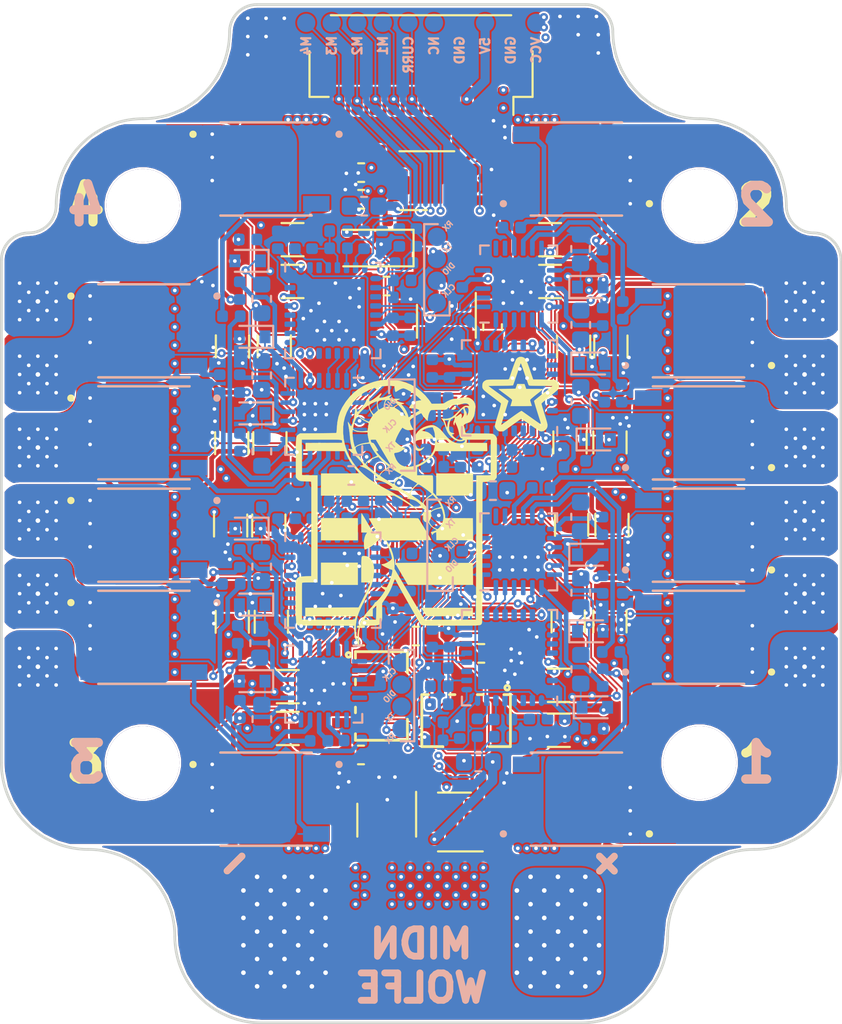
<source format=kicad_pcb>
(kicad_pcb (version 20171130) (host pcbnew "(5.1.6-0-10_14)")
  (layers (0 F.Cu signal) (1 In1.Cu signal) (2 In2.Cu signal) (31 B.Cu signal) (34 B.Paste user hide) (35 F.Paste user hide) (36 B.SilkS user) (37 F.SilkS user hide) (38 B.Mask user hide) (39 F.Mask user hide) (44 Edge.Cuts user))
  (net 0 "")
  (net 1 VCC)
  (net 2 GND)
  (net 3 +3V3)
  (net 4 "Net-(Q1-Pad4)")
  (net 5 "Net-(Q2-Pad4)")
  (net 6 "Net-(Q3-Pad4)")
  (net 7 "Net-(Q4-Pad4)")
  (net 8 "Net-(Q5-Pad4)")
  (net 9 "Net-(Q6-Pad4)")
  (net 10 VCC_Shunt)
  (net 11 "/Curent Sense/CURR")
  (net 12 "Net-(R2-Pad1)")
  (net 13 "Net-(R3-Pad2)")
  (net 14 "Net-(Q7-Pad4)")
  (net 15 "Net-(Q8-Pad4)")
  (net 16 "Net-(Q9-Pad4)")
  (net 17 "Net-(Q10-Pad4)")
  (net 18 "Net-(Q11-Pad4)")
  (net 19 "Net-(Q12-Pad4)")
  (net 20 "Net-(Q13-Pad4)")
  (net 21 "Net-(Q14-Pad4)")
  (net 22 "Net-(Q15-Pad4)")
  (net 23 "Net-(Q16-Pad4)")
  (net 24 "Net-(Q17-Pad4)")
  (net 25 "Net-(Q18-Pad4)")
  (net 26 /PWM_2)
  (net 27 /PWM_1)
  (net 28 "Net-(R42-Pad1)")
  (net 29 "/MCU 3/PhaseA")
  (net 30 "/MOSFET Driver 3/VB1")
  (net 31 "/MCU 3/PhaseB")
  (net 32 "/MOSFET Driver 3/VB2")
  (net 33 "/MCU 3/PhaseC")
  (net 34 "/MOSFET Driver 3/VB3")
  (net 35 "/MCU 3/NRST")
  (net 36 /PWM_4)
  (net 37 /PWM_3)
  (net 38 "/MCU 3/SWDIO")
  (net 39 "/MCU 3/SWCLK")
  (net 40 "/MCU 3/USART1_TX")
  (net 41 "/MCU 3/USART1_RX")
  (net 42 "Net-(Q19-Pad4)")
  (net 43 "Net-(Q20-Pad4)")
  (net 44 "Net-(Q21-Pad4)")
  (net 45 "Net-(Q22-Pad4)")
  (net 46 "Net-(Q23-Pad4)")
  (net 47 "Net-(Q24-Pad4)")
  (net 48 "/MOSFET Driver 3/HO1")
  (net 49 "/MOSFET Driver 3/LO1")
  (net 50 "/MOSFET Driver 3/HO2")
  (net 51 "/MOSFET Driver 3/LO2")
  (net 52 "/MOSFET Driver 3/HO3")
  (net 53 "/MOSFET Driver 3/LO3")
  (net 54 "/MCU 3/SenseA")
  (net 55 "/MCU 3/SenseCOM")
  (net 56 "/MCU 3/SenseB")
  (net 57 "/MCU 3/SenseC")
  (net 58 "/MCU 3/BOOT0")
  (net 59 "/MCU 3/HIN1")
  (net 60 "/MCU 3/HIN2")
  (net 61 "/MCU 3/LIN3")
  (net 62 "/MCU 3/LIN2")
  (net 63 "/MCU 3/LIN1")
  (net 64 +5V)
  (net 65 "Net-(C70-Pad2)")
  (net 66 "Net-(C70-Pad1)")
  (net 67 "Net-(C75-Pad2)")
  (net 68 "Net-(C75-Pad1)")
  (net 69 "Net-(R73-Pad2)")
  (net 70 "Net-(R76-Pad1)")
  (net 71 +12V_2)
  (net 72 +12V_1)
  (net 73 +3.3VA_1)
  (net 74 +3.3VA_2)
  (net 75 +3.3VA_3)
  (net 76 +3.3VA_4)
  (net 77 "Net-(R25-Pad1)")
  (net 78 /MCU_2/NRST)
  (net 79 /MCU_2/PhaseA)
  (net 80 /MOSFET_Driver_2/VB1)
  (net 81 /MCU_2/PhaseB)
  (net 82 /MOSFET_Driver_2/VB2)
  (net 83 /MCU_2/PhaseC)
  (net 84 /MOSFET_Driver_2/VB3)
  (net 85 /MCU_2/USART1_TX)
  (net 86 /MCU_2/USART1_RX)
  (net 87 /MCU_2/SWDIO)
  (net 88 /MCU_2/SWCLK)
  (net 89 /MCU_2/SenseA)
  (net 90 /MCU_2/SenseCOM)
  (net 91 /MCU_2/SenseB)
  (net 92 /MCU_2/SenseC)
  (net 93 /MCU_2/BOOT0)
  (net 94 /MOSFET_Driver_2/HO1)
  (net 95 /MOSFET_Driver_2/LO1)
  (net 96 /MOSFET_Driver_2/HO2)
  (net 97 /MOSFET_Driver_2/LO2)
  (net 98 /MOSFET_Driver_2/HO3)
  (net 99 /MOSFET_Driver_2/LO3)
  (net 100 /MCU_2/HIN2)
  (net 101 /MCU_2/HIN1)
  (net 102 /MCU_2/LIN1)
  (net 103 /MCU_2/LIN2)
  (net 104 /MCU_2/LIN3)
  (net 105 /MOSFET_Driver_1/VB1)
  (net 106 /MOSFET_Driver_1/VB2)
  (net 107 /MOSFET_Driver_1/VB3)
  (net 108 /MOSFET_Driver_1/HO1)
  (net 109 /MOSFET_Driver_1/LO1)
  (net 110 /MOSFET_Driver_1/HO2)
  (net 111 /MOSFET_Driver_1/LO2)
  (net 112 /MOSFET_Driver_1/HO3)
  (net 113 /MOSFET_Driver_1/LO3)
  (net 114 /MCU_1/PhaseA)
  (net 115 /MCU_1/PhaseB)
  (net 116 /MCU_1/PhaseC)
  (net 117 /MCU_1/NRST)
  (net 118 /MCU_1/USART1_TX)
  (net 119 /MCU_1/USART1_RX)
  (net 120 /MCU_1/SWDIO)
  (net 121 /MCU_1/SWCLK)
  (net 122 /MCU_1/SenseA)
  (net 123 /MCU_1/SenseCOM)
  (net 124 "Net-(R15-Pad1)")
  (net 125 /MCU_1/SenseB)
  (net 126 /MCU_1/SenseC)
  (net 127 /MCU_1/BOOT0)
  (net 128 /MCU_1/HIN1)
  (net 129 /MCU_1/HIN2)
  (net 130 /MCU_1/LIN2)
  (net 131 /MCU_1/LIN1)
  (net 132 /MOSFET_Driver_4/VB1)
  (net 133 /MOSFET_Driver_4/VB2)
  (net 134 /MOSFET_Driver_4/VB3)
  (net 135 /MOSFET_Driver_4/HO1)
  (net 136 /MOSFET_Driver_4/LO1)
  (net 137 /MOSFET_Driver_4/HO2)
  (net 138 /MOSFET_Driver_4/LO2)
  (net 139 /MOSFET_Driver_4/HO3)
  (net 140 /MOSFET_Driver_4/LO3)
  (net 141 /MCU_4/PhaseA)
  (net 142 /MCU_4/PhaseB)
  (net 143 /MCU_4/PhaseC)
  (net 144 /MCU_4/NRST)
  (net 145 /MCU_4/USART1_TX)
  (net 146 /MCU_4/USART1_RX)
  (net 147 /MCU_4/SWDIO)
  (net 148 /MCU_4/SWCLK)
  (net 149 /MCU_4/SenseA)
  (net 150 /MCU_4/SenseCOM)
  (net 151 /MCU_4/SenseB)
  (net 152 "Net-(R65-Pad1)")
  (net 153 /MCU_4/SenseC)
  (net 154 /MCU_4/BOOT0)
  (net 155 /MCU_4/HIN1)
  (net 156 /MCU_4/HIN2)
  (net 157 /MCU_4/LIN3)
  (net 158 /MCU_4/LIN2)
  (net 159 /MCU_4/LIN1)
  (net 160 /MCU_1/LIN3)
  (net 161 /MCU_1/HIN3)
  (net 162 /MCU_2/HIN3)
  (net 163 "/MCU 3/HIN3")
  (net 164 /MCU_4/HIN3)
  (net 165 GNDA_2)
  (net 166 GNDA_1)
  (net 167 GNDA_3)
  (net 168 GNDA_4)
  (module Package_DFN_QFN:QFN-32-1EP_5x5mm_P0.5mm_EP3.45x3.45mm_STM32 (layer B.Cu) (at 144.84 83.2375 90)
    (fp_text reference U2)
    (fp_text value STM32G431KBU6)
    (pad 1 smd roundrect (at -2.3475 1.75 90) (size 0.6 0.3) (layers B.Cu B.Paste B.Mask) (roundrect_rratio 0.5) (net 3 +3V3))
    (pad 7 smd roundrect (at -2.3475 -1.25 90) (size 0.6 0.3) (layers B.Cu B.Paste B.Mask) (net 77 "Net-(R25-Pad1)"))
    (pad 12 smd roundrect (at -0.25 -2.3475 90) (size 0.3 0.6) (layers B.Cu B.Paste B.Mask) (net 104 /MCU_2/LIN3))
    (pad 11 smd roundrect (at -0.75 -2.3475 90) (size 0.3 0.6) (layers B.Cu B.Paste B.Mask))
    (pad 6 smd roundrect (at -2.3475 -0.75 90) (size 0.6 0.3) (layers B.Cu B.Paste B.Mask) (net 90 /MCU_2/SenseCOM))
    (pad 13 smd roundrect (at 0.25 -2.3475 90) (size 0.3 0.6) (layers B.Cu B.Paste B.Mask) (net 103 /MCU_2/LIN2))
    (pad 30 smd roundrect (at -0.75 2.3475 90) (size 0.3 0.6) (layers B.Cu B.Paste B.Mask) (net 86 /MCU_2/USART1_RX))
    (pad 31 smd roundrect (at -1.25 2.3475 90) (size 0.3 0.6) (layers B.Cu B.Paste B.Mask) (net 93 /MCU_2/BOOT0))
    (pad 32 smd roundrect (at -1.75 2.3475 90) (size 0.3 0.6) (layers B.Cu B.Paste B.Mask) (roundrect_rratio 0.5) (net 2 GND))
    (pad 33 smd rect (at 0 0 90) (size 3.45 3.45) (layers B.Cu B.Mask) (net 2 GND))
    (pad 25 smd roundrect (at 1.75 2.3475 90) (size 0.3 0.6) (layers B.Cu B.Paste B.Mask) (roundrect_rratio 0.5))
    (pad 26 smd roundrect (at 1.25 2.3475 90) (size 0.3 0.6) (layers B.Cu B.Paste B.Mask))
    (pad 27 smd roundrect (at 0.75 2.3475 90) (size 0.3 0.6) (layers B.Cu B.Paste B.Mask))
    (pad 28 smd roundrect (at 0.25 2.3475 90) (size 0.3 0.6) (layers B.Cu B.Paste B.Mask))
    (pad 29 smd roundrect (at -0.25 2.3475 90) (size 0.3 0.6) (layers B.Cu B.Paste B.Mask) (net 85 /MCU_2/USART1_TX))
    (pad 17 smd roundrect (at 2.3475 -1.75 90) (size 0.6 0.3) (layers B.Cu B.Paste B.Mask) (roundrect_rratio 0.5) (net 3 +3V3))
    (pad 18 smd roundrect (at 2.3475 -1.25 90) (size 0.6 0.3) (layers B.Cu B.Paste B.Mask) (net 162 /MCU_2/HIN3))
    (pad 8 smd roundrect (at -2.3475 -1.75 90) (size 0.6 0.3) (layers B.Cu B.Paste B.Mask) (roundrect_rratio 0.5) (net 90 /MCU_2/SenseCOM))
    (pad 9 smd roundrect (at -1.75 -2.3475 90) (size 0.3 0.6) (layers B.Cu B.Paste B.Mask) (roundrect_rratio 0.5) (net 91 /MCU_2/SenseB))
    (pad 2 smd roundrect (at -2.3475 1.25 90) (size 0.6 0.3) (layers B.Cu B.Paste B.Mask) (net 102 /MCU_2/LIN1))
    (pad 14 smd roundrect (at 0.75 -2.3475 90) (size 0.3 0.6) (layers B.Cu B.Paste B.Mask) (net 165 GNDA_2))
    (pad 15 smd roundrect (at 1.25 -2.3475 90) (size 0.3 0.6) (layers B.Cu B.Paste B.Mask) (net 74 +3.3VA_2))
    (pad 16 smd roundrect (at 1.75 -2.3475 90) (size 0.3 0.6) (layers B.Cu B.Paste B.Mask) (roundrect_rratio 0.5) (net 2 GND))
    (pad 10 smd roundrect (at -1.25 -2.3475 90) (size 0.3 0.6) (layers B.Cu B.Paste B.Mask) (net 89 /MCU_2/SenseA))
    (pad 3 smd roundrect (at -2.3475 0.75 90) (size 0.6 0.3) (layers B.Cu B.Paste B.Mask))
    (pad 19 smd roundrect (at 2.3475 -0.75 90) (size 0.6 0.3) (layers B.Cu B.Paste B.Mask) (net 100 /MCU_2/HIN2))
    (pad 20 smd roundrect (at 2.3475 -0.25 90) (size 0.6 0.3) (layers B.Cu B.Paste B.Mask) (net 101 /MCU_2/HIN1))
    (pad 21 smd roundrect (at 2.3475 0.25 90) (size 0.6 0.3) (layers B.Cu B.Paste B.Mask))
    (pad 22 smd roundrect (at 2.3475 0.75 90) (size 0.6 0.3) (layers B.Cu B.Paste B.Mask))
    (pad 23 smd roundrect (at 2.3475 1.25 90) (size 0.6 0.3) (layers B.Cu B.Paste B.Mask) (net 87 /MCU_2/SWDIO))
    (pad 24 smd roundrect (at 2.3475 1.75 90) (size 0.6 0.3) (layers B.Cu B.Paste B.Mask) (roundrect_rratio 0.5) (net 88 /MCU_2/SWCLK))
    (pad 5 smd roundrect (at -2.3475 -0.25 90) (size 0.6 0.3) (layers B.Cu B.Paste B.Mask) (net 92 /MCU_2/SenseC))
    (pad 4 smd roundrect (at -2.3475 0.25 90) (size 0.6 0.3) (layers B.Cu B.Paste B.Mask) (net 78 /MCU_2/NRST))
  )
  (module Footprints:L78L12ACUTR (layer F.Cu) (at 137.82 100.1 270)
    (fp_text reference U13)
    (fp_text value L78L12_SOT89)
    (pad 2 smd custom (at 0 0 270) (size 0.5588 1.397) (layers F.Cu F.Paste F.Mask) (net 2 GND) (options (clearance outline) (anchor rect)) (primitives (gr_poly (pts (xy -0.325 2.7) (xy 0.325 2.7) (xy 0.325 1.475) (xy 1 0.8) (xy 1 -1.6) (xy -1 -1.6) (xy -1 0.8) (xy -0.325 1.465)) (width 0))))
    (pad 3 smd rect (at 1.495 2 270) (size 0.57 1.4) (layers F.Cu F.Paste F.Mask) (net 10 VCC_Shunt))
    (pad 1 smd rect (at -1.495 2 270) (size 0.57 1.4) (layers F.Cu F.Paste F.Mask) (net 72 +12V_1))
  )
  (module Capacitor_SMD:C_0603_1608Metric (layer F.Cu) (at 139.71 96.82 180)
    (fp_text reference C4)
    (fp_text value 0.33uF)
    (pad 2 smd roundrect (at 0.8 0 180) (size 0.875 0.95) (layers F.Cu F.Paste F.Mask) (net 2 GND))
    (pad 1 smd roundrect (at -0.8 0 180) (size 0.875 0.95) (layers F.Cu F.Paste F.Mask) (net 10 VCC_Shunt))
  )
  (module Package_DFN_QFN:QFN-32-1EP_5x5mm_P0.5mm_EP3.45x3.45mm_STM32 (layer B.Cu) (at 135.16 93.7575 270)
    (fp_text reference U9)
    (fp_text value STM32G431KBU6)
    (pad 1 smd roundrect (at -2.3475 1.75 270) (size 0.6 0.3) (layers B.Cu B.Paste B.Mask) (roundrect_rratio 0.5) (net 3 +3V3))
    (pad 7 smd roundrect (at -2.3475 -1.25 270) (size 0.6 0.3) (layers B.Cu B.Paste B.Mask) (net 28 "Net-(R42-Pad1)"))
    (pad 12 smd roundrect (at -0.25 -2.3475 270) (size 0.3 0.6) (layers B.Cu B.Paste B.Mask) (net 61 "/MCU 3/LIN3"))
    (pad 11 smd roundrect (at -0.75 -2.3475 270) (size 0.3 0.6) (layers B.Cu B.Paste B.Mask))
    (pad 6 smd roundrect (at -2.3475 -0.75 270) (size 0.6 0.3) (layers B.Cu B.Paste B.Mask) (net 55 "/MCU 3/SenseCOM"))
    (pad 13 smd roundrect (at 0.25 -2.3475 270) (size 0.3 0.6) (layers B.Cu B.Paste B.Mask) (net 62 "/MCU 3/LIN2"))
    (pad 30 smd roundrect (at -0.75 2.3475 270) (size 0.3 0.6) (layers B.Cu B.Paste B.Mask) (net 41 "/MCU 3/USART1_RX"))
    (pad 31 smd roundrect (at -1.25 2.3475 270) (size 0.3 0.6) (layers B.Cu B.Paste B.Mask) (net 58 "/MCU 3/BOOT0"))
    (pad 32 smd roundrect (at -1.75 2.3475 270) (size 0.3 0.6) (layers B.Cu B.Paste B.Mask) (roundrect_rratio 0.5) (net 2 GND))
    (pad 33 smd rect (at 0 0 270) (size 3.45 3.45) (layers B.Cu B.Mask) (net 2 GND))
    (pad 25 smd roundrect (at 1.75 2.3475 270) (size 0.3 0.6) (layers B.Cu B.Paste B.Mask) (roundrect_rratio 0.5))
    (pad 26 smd roundrect (at 1.25 2.3475 270) (size 0.3 0.6) (layers B.Cu B.Paste B.Mask))
    (pad 27 smd roundrect (at 0.75 2.3475 270) (size 0.3 0.6) (layers B.Cu B.Paste B.Mask))
    (pad 28 smd roundrect (at 0.25 2.3475 270) (size 0.3 0.6) (layers B.Cu B.Paste B.Mask))
    (pad 29 smd roundrect (at -0.25 2.3475 270) (size 0.3 0.6) (layers B.Cu B.Paste B.Mask) (net 40 "/MCU 3/USART1_TX"))
    (pad 17 smd roundrect (at 2.3475 -1.75 270) (size 0.6 0.3) (layers B.Cu B.Paste B.Mask) (roundrect_rratio 0.5) (net 3 +3V3))
    (pad 18 smd roundrect (at 2.3475 -1.25 270) (size 0.6 0.3) (layers B.Cu B.Paste B.Mask) (net 163 "/MCU 3/HIN3"))
    (pad 8 smd roundrect (at -2.3475 -1.75 270) (size 0.6 0.3) (layers B.Cu B.Paste B.Mask) (roundrect_rratio 0.5) (net 55 "/MCU 3/SenseCOM"))
    (pad 9 smd roundrect (at -1.75 -2.3475 270) (size 0.3 0.6) (layers B.Cu B.Paste B.Mask) (roundrect_rratio 0.5) (net 56 "/MCU 3/SenseB"))
    (pad 2 smd roundrect (at -2.3475 1.25 270) (size 0.6 0.3) (layers B.Cu B.Paste B.Mask) (net 63 "/MCU 3/LIN1"))
    (pad 14 smd roundrect (at 0.75 -2.3475 270) (size 0.3 0.6) (layers B.Cu B.Paste B.Mask) (net 167 GNDA_3))
    (pad 15 smd roundrect (at 1.25 -2.3475 270) (size 0.3 0.6) (layers B.Cu B.Paste B.Mask) (net 75 +3.3VA_3))
    (pad 16 smd roundrect (at 1.75 -2.3475 270) (size 0.3 0.6) (layers B.Cu B.Paste B.Mask) (roundrect_rratio 0.5) (net 2 GND))
    (pad 10 smd roundrect (at -1.25 -2.3475 270) (size 0.3 0.6) (layers B.Cu B.Paste B.Mask) (net 54 "/MCU 3/SenseA"))
    (pad 3 smd roundrect (at -2.3475 0.75 270) (size 0.6 0.3) (layers B.Cu B.Paste B.Mask))
    (pad 19 smd roundrect (at 2.3475 -0.75 270) (size 0.6 0.3) (layers B.Cu B.Paste B.Mask) (net 60 "/MCU 3/HIN2"))
    (pad 20 smd roundrect (at 2.3475 -0.25 270) (size 0.6 0.3) (layers B.Cu B.Paste B.Mask) (net 59 "/MCU 3/HIN1"))
    (pad 21 smd roundrect (at 2.3475 0.25 270) (size 0.6 0.3) (layers B.Cu B.Paste B.Mask))
    (pad 22 smd roundrect (at 2.3475 0.75 270) (size 0.6 0.3) (layers B.Cu B.Paste B.Mask))
    (pad 23 smd roundrect (at 2.3475 1.25 270) (size 0.6 0.3) (layers B.Cu B.Paste B.Mask) (net 38 "/MCU 3/SWDIO"))
    (pad 24 smd roundrect (at 2.3475 1.75 270) (size 0.6 0.3) (layers B.Cu B.Paste B.Mask) (roundrect_rratio 0.5) (net 39 "/MCU 3/SWCLK"))
    (pad 5 smd roundrect (at -2.3475 -0.25 270) (size 0.6 0.3) (layers B.Cu B.Paste B.Mask) (net 57 "/MCU 3/SenseC"))
    (pad 4 smd roundrect (at -2.3475 0.25 270) (size 0.6 0.3) (layers B.Cu B.Paste B.Mask) (net 35 "/MCU 3/NRST"))
  )
  (module Package_DFN_QFN:QFN-32-1EP_5x5mm_P0.5mm_EP3.45x3.45mm_STM32 (layer B.Cu) (at 144.84 98.0025 90)
    (fp_text reference U6 hide)
    (fp_text value STM32G431KBU6)
    (pad 1 smd roundrect (at -2.3475 1.75 90) (size 0.6 0.3) (layers B.Cu B.Paste B.Mask) (roundrect_rratio 0.5) (net 3 +3V3))
    (pad 7 smd roundrect (at -2.3475 -1.25 90) (size 0.6 0.3) (layers B.Cu B.Paste B.Mask) (net 124 "Net-(R15-Pad1)"))
    (pad 12 smd roundrect (at -0.25 -2.3475 90) (size 0.3 0.6) (layers B.Cu B.Paste B.Mask) (net 160 /MCU_1/LIN3))
    (pad 11 smd roundrect (at -0.75 -2.3475 90) (size 0.3 0.6) (layers B.Cu B.Paste B.Mask))
    (pad 6 smd roundrect (at -2.3475 -0.75 90) (size 0.6 0.3) (layers B.Cu B.Paste B.Mask) (net 123 /MCU_1/SenseCOM))
    (pad 13 smd roundrect (at 0.25 -2.3475 90) (size 0.3 0.6) (layers B.Cu B.Paste B.Mask) (net 130 /MCU_1/LIN2))
    (pad 30 smd roundrect (at -0.75 2.3475 90) (size 0.3 0.6) (layers B.Cu B.Paste B.Mask) (net 119 /MCU_1/USART1_RX))
    (pad 31 smd roundrect (at -1.25 2.3475 90) (size 0.3 0.6) (layers B.Cu B.Paste B.Mask) (net 127 /MCU_1/BOOT0))
    (pad 32 smd roundrect (at -1.75 2.3475 90) (size 0.3 0.6) (layers B.Cu B.Paste B.Mask) (roundrect_rratio 0.5) (net 2 GND))
    (pad 33 smd rect (at 0 0 90) (size 3.45 3.45) (layers B.Cu B.Mask) (net 2 GND))
    (pad 25 smd roundrect (at 1.75 2.3475 90) (size 0.3 0.6) (layers B.Cu B.Paste B.Mask) (roundrect_rratio 0.5))
    (pad 26 smd roundrect (at 1.25 2.3475 90) (size 0.3 0.6) (layers B.Cu B.Paste B.Mask))
    (pad 27 smd roundrect (at 0.75 2.3475 90) (size 0.3 0.6) (layers B.Cu B.Paste B.Mask))
    (pad 28 smd roundrect (at 0.25 2.3475 90) (size 0.3 0.6) (layers B.Cu B.Paste B.Mask))
    (pad 29 smd roundrect (at -0.25 2.3475 90) (size 0.3 0.6) (layers B.Cu B.Paste B.Mask) (net 118 /MCU_1/USART1_TX))
    (pad 17 smd roundrect (at 2.3475 -1.75 90) (size 0.6 0.3) (layers B.Cu B.Paste B.Mask) (roundrect_rratio 0.5) (net 3 +3V3))
    (pad 18 smd roundrect (at 2.3475 -1.25 90) (size 0.6 0.3) (layers B.Cu B.Paste B.Mask) (net 161 /MCU_1/HIN3))
    (pad 8 smd roundrect (at -2.3475 -1.75 90) (size 0.6 0.3) (layers B.Cu B.Paste B.Mask) (roundrect_rratio 0.5) (net 123 /MCU_1/SenseCOM))
    (pad 9 smd roundrect (at -1.75 -2.3475 90) (size 0.3 0.6) (layers B.Cu B.Paste B.Mask) (roundrect_rratio 0.5) (net 125 /MCU_1/SenseB))
    (pad 2 smd roundrect (at -2.3475 1.25 90) (size 0.6 0.3) (layers B.Cu B.Paste B.Mask) (net 131 /MCU_1/LIN1))
    (pad 14 smd roundrect (at 0.75 -2.3475 90) (size 0.3 0.6) (layers B.Cu B.Paste B.Mask) (net 166 GNDA_1))
    (pad 15 smd roundrect (at 1.25 -2.3475 90) (size 0.3 0.6) (layers B.Cu B.Paste B.Mask) (net 73 +3.3VA_1))
    (pad 16 smd roundrect (at 1.75 -2.3475 90) (size 0.3 0.6) (layers B.Cu B.Paste B.Mask) (roundrect_rratio 0.5) (net 2 GND))
    (pad 10 smd roundrect (at -1.25 -2.3475 90) (size 0.3 0.6) (layers B.Cu B.Paste B.Mask) (net 122 /MCU_1/SenseA))
    (pad 3 smd roundrect (at -2.3475 0.75 90) (size 0.6 0.3) (layers B.Cu B.Paste B.Mask))
    (pad 19 smd roundrect (at 2.3475 -0.75 90) (size 0.6 0.3) (layers B.Cu B.Paste B.Mask) (net 129 /MCU_1/HIN2))
    (pad 20 smd roundrect (at 2.3475 -0.25 90) (size 0.6 0.3) (layers B.Cu B.Paste B.Mask) (net 128 /MCU_1/HIN1))
    (pad 21 smd roundrect (at 2.3475 0.25 90) (size 0.6 0.3) (layers B.Cu B.Paste B.Mask))
    (pad 22 smd roundrect (at 2.3475 0.75 90) (size 0.6 0.3) (layers B.Cu B.Paste B.Mask))
    (pad 23 smd roundrect (at 2.3475 1.25 90) (size 0.6 0.3) (layers B.Cu B.Paste B.Mask) (net 120 /MCU_1/SWDIO))
    (pad 24 smd roundrect (at 2.3475 1.75 90) (size 0.6 0.3) (layers B.Cu B.Paste B.Mask) (roundrect_rratio 0.5) (net 121 /MCU_1/SWCLK))
    (pad 5 smd roundrect (at -2.3475 -0.25 90) (size 0.6 0.3) (layers B.Cu B.Paste B.Mask) (net 126 /MCU_1/SenseC))
    (pad 4 smd roundrect (at -2.3475 0.25 90) (size 0.6 0.3) (layers B.Cu B.Paste B.Mask) (net 117 /MCU_1/NRST))
  )
  (module Package_DFN_QFN:QFN-32-1EP_5x5mm_P0.5mm_EP3.45x3.45mm_STM32 (layer B.Cu) (at 135.1575 79 270)
    (fp_text reference U12)
    (fp_text value STM32G431KBU6)
    (pad 1 smd roundrect (at -2.3475 1.75 270) (size 0.6 0.3) (layers B.Cu B.Paste B.Mask) (roundrect_rratio 0.5) (net 3 +3V3))
    (pad 7 smd roundrect (at -2.3475 -1.25 270) (size 0.6 0.3) (layers B.Cu B.Paste B.Mask) (net 152 "Net-(R65-Pad1)"))
    (pad 12 smd roundrect (at -0.25 -2.3475 270) (size 0.3 0.6) (layers B.Cu B.Paste B.Mask) (net 157 /MCU_4/LIN3))
    (pad 11 smd roundrect (at -0.75 -2.3475 270) (size 0.3 0.6) (layers B.Cu B.Paste B.Mask))
    (pad 6 smd roundrect (at -2.3475 -0.75 270) (size 0.6 0.3) (layers B.Cu B.Paste B.Mask) (net 150 /MCU_4/SenseCOM))
    (pad 13 smd roundrect (at 0.25 -2.3475 270) (size 0.3 0.6) (layers B.Cu B.Paste B.Mask) (net 158 /MCU_4/LIN2))
    (pad 30 smd roundrect (at -0.75 2.3475 270) (size 0.3 0.6) (layers B.Cu B.Paste B.Mask) (net 146 /MCU_4/USART1_RX))
    (pad 31 smd roundrect (at -1.25 2.3475 270) (size 0.3 0.6) (layers B.Cu B.Paste B.Mask) (net 154 /MCU_4/BOOT0))
    (pad 32 smd roundrect (at -1.75 2.3475 270) (size 0.3 0.6) (layers B.Cu B.Paste B.Mask) (roundrect_rratio 0.5) (net 2 GND))
    (pad 33 smd rect (at 0 0 270) (size 3.45 3.45) (layers B.Cu B.Mask) (net 2 GND))
    (pad 25 smd roundrect (at 1.75 2.3475 270) (size 0.3 0.6) (layers B.Cu B.Paste B.Mask) (roundrect_rratio 0.5))
    (pad 26 smd roundrect (at 1.25 2.3475 270) (size 0.3 0.6) (layers B.Cu B.Paste B.Mask))
    (pad 27 smd roundrect (at 0.75 2.3475 270) (size 0.3 0.6) (layers B.Cu B.Paste B.Mask))
    (pad 28 smd roundrect (at 0.25 2.3475 270) (size 0.3 0.6) (layers B.Cu B.Paste B.Mask))
    (pad 29 smd roundrect (at -0.25 2.3475 270) (size 0.3 0.6) (layers B.Cu B.Paste B.Mask) (net 145 /MCU_4/USART1_TX))
    (pad 17 smd roundrect (at 2.3475 -1.75 270) (size 0.6 0.3) (layers B.Cu B.Paste B.Mask) (roundrect_rratio 0.5) (net 3 +3V3))
    (pad 18 smd roundrect (at 2.3475 -1.25 270) (size 0.6 0.3) (layers B.Cu B.Paste B.Mask) (net 164 /MCU_4/HIN3))
    (pad 8 smd roundrect (at -2.3475 -1.75 270) (size 0.6 0.3) (layers B.Cu B.Paste B.Mask) (roundrect_rratio 0.5) (net 150 /MCU_4/SenseCOM))
    (pad 9 smd roundrect (at -1.75 -2.3475 270) (size 0.3 0.6) (layers B.Cu B.Paste B.Mask) (roundrect_rratio 0.5) (net 151 /MCU_4/SenseB))
    (pad 2 smd roundrect (at -2.3475 1.25 270) (size 0.6 0.3) (layers B.Cu B.Paste B.Mask) (net 159 /MCU_4/LIN1))
    (pad 14 smd roundrect (at 0.75 -2.3475 270) (size 0.3 0.6) (layers B.Cu B.Paste B.Mask) (net 168 GNDA_4))
    (pad 15 smd roundrect (at 1.25 -2.3475 270) (size 0.3 0.6) (layers B.Cu B.Paste B.Mask) (net 76 +3.3VA_4))
    (pad 16 smd roundrect (at 1.75 -2.3475 270) (size 0.3 0.6) (layers B.Cu B.Paste B.Mask) (roundrect_rratio 0.5) (net 2 GND))
    (pad 10 smd roundrect (at -1.25 -2.3475 270) (size 0.3 0.6) (layers B.Cu B.Paste B.Mask) (net 149 /MCU_4/SenseA))
    (pad 3 smd roundrect (at -2.3475 0.75 270) (size 0.6 0.3) (layers B.Cu B.Paste B.Mask))
    (pad 19 smd roundrect (at 2.3475 -0.75 270) (size 0.6 0.3) (layers B.Cu B.Paste B.Mask) (net 156 /MCU_4/HIN2))
    (pad 20 smd roundrect (at 2.3475 -0.25 270) (size 0.6 0.3) (layers B.Cu B.Paste B.Mask) (net 155 /MCU_4/HIN1))
    (pad 21 smd roundrect (at 2.3475 0.25 270) (size 0.6 0.3) (layers B.Cu B.Paste B.Mask))
    (pad 22 smd roundrect (at 2.3475 0.75 270) (size 0.6 0.3) (layers B.Cu B.Paste B.Mask))
    (pad 23 smd roundrect (at 2.3475 1.25 270) (size 0.6 0.3) (layers B.Cu B.Paste B.Mask) (net 147 /MCU_4/SWDIO))
    (pad 24 smd roundrect (at 2.3475 1.75 270) (size 0.6 0.3) (layers B.Cu B.Paste B.Mask) (roundrect_rratio 0.5) (net 148 /MCU_4/SWCLK))
    (pad 5 smd roundrect (at -2.3475 -0.25 270) (size 0.6 0.3) (layers B.Cu B.Paste B.Mask) (net 153 /MCU_4/SenseC))
    (pad 4 smd roundrect (at -2.3475 0.25 270) (size 0.6 0.3) (layers B.Cu B.Paste B.Mask) (net 144 /MCU_4/NRST))
  )
  (module Resistor_SMD:R_0402_1005Metric (layer B.Cu) (at 136.87 75.13 90)
    (fp_text reference R65)
    (fp_text value 1k)
    (pad 2 smd roundrect (at 0.485 0 90) (size 0.59 0.64) (layers B.Cu B.Paste B.Mask) (net 36 /PWM_4))
    (pad 1 smd roundrect (at -0.485 0 90) (size 0.59 0.64) (layers B.Cu B.Paste B.Mask) (net 152 "Net-(R65-Pad1)"))
  )
  (module Resistor_SMD:R_0402_1005Metric (layer B.Cu) (at 136.84 89.91 90)
    (fp_text reference R42)
    (fp_text value 1k)
    (pad 2 smd roundrect (at 0.485 0 90) (size 0.59 0.64) (layers B.Cu B.Paste B.Mask) (net 37 /PWM_3))
    (pad 1 smd roundrect (at -0.485 0 90) (size 0.59 0.64) (layers B.Cu B.Paste B.Mask) (net 28 "Net-(R42-Pad1)"))
  )
  (module Resistor_SMD:R_0402_1005Metric (layer B.Cu) (at 143.09 87.09 270)
    (fp_text reference R25)
    (fp_text value 1k)
    (pad 2 smd roundrect (at 0.485 0 270) (size 0.59 0.64) (layers B.Cu B.Paste B.Mask) (net 26 /PWM_2))
    (pad 1 smd roundrect (at -0.485 0 270) (size 0.59 0.64) (layers B.Cu B.Paste B.Mask) (net 77 "Net-(R25-Pad1)"))
  )
  (module Footprints:DTOM_L (layer F.Cu) (at 140.12 89.31)
    (fp_text reference U15 hide)
    (fp_text value DTOM hide)
  )
  (module Connector_JST:JST_SH_SM10B-SRSS-TB_1x10-1MP_P1.00mm_Horizontal (layer F.Cu) (at 139.99 65.52 180)
    (fp_text reference J2)
    (fp_text value Conn_01x10)
    (pad 2 smd roundrect (at 5.8 1.875 180) (size 1.2 1.8) (layers F.Cu F.Paste F.Mask) (roundrect_rratio 0.208) (net 2 GND))
    (pad 2 smd roundrect (at -5.8 1.875 180) (size 1.2 1.8) (layers F.Cu F.Paste F.Mask) (roundrect_rratio 0.208) (net 2 GND))
    (pad 10 smd roundrect (at 4.5 -2 180) (size 0.6 1.55) (layers F.Cu F.Paste F.Mask) (net 36 /PWM_4))
    (pad 9 smd roundrect (at 3.5 -2 180) (size 0.6 1.55) (layers F.Cu F.Paste F.Mask) (net 37 /PWM_3))
    (pad 8 smd roundrect (at 2.5 -2 180) (size 0.6 1.55) (layers F.Cu F.Paste F.Mask) (net 26 /PWM_2))
    (pad 7 smd roundrect (at 1.5 -2 180) (size 0.6 1.55) (layers F.Cu F.Paste F.Mask) (net 27 /PWM_1))
    (pad 6 smd roundrect (at 0.5 -2 180) (size 0.6 1.55) (layers F.Cu F.Paste F.Mask) (net 11 "/Curent Sense/CURR"))
    (pad 5 smd roundrect (at -0.5 -2 180) (size 0.6 1.55) (layers F.Cu F.Paste F.Mask))
    (pad 4 smd roundrect (at -1.5 -2 180) (size 0.6 1.55) (layers F.Cu F.Paste F.Mask) (net 2 GND))
    (pad 3 smd roundrect (at -2.5 -2 180) (size 0.6 1.55) (layers F.Cu F.Paste F.Mask) (net 64 +5V))
    (pad 2 smd roundrect (at -3.5 -2 180) (size 0.6 1.55) (layers F.Cu F.Paste F.Mask) (net 2 GND))
    (pad 1 smd roundrect (at -4.5 -2 180) (size 0.6 1.55) (layers F.Cu F.Paste F.Mask) (net 10 VCC_Shunt))
  )
  (module Connector_Wire:Conn_MotorPhase (layer B.Cu) (at 119 82.5 90)
    (fp_text reference J10)
    (fp_text value Conn_01x03)
    (pad 3 thru_hole roundrect (at 4 0 90) (size 3 3) (drill 0.254) (layers *.Cu *.Mask) (roundrect_rratio 0.15) (net 141 /MCU_4/PhaseA))
    (pad 2 thru_hole roundrect (at 0 0 90) (size 3 3) (drill 0.254) (layers *.Cu *.Mask) (roundrect_rratio 0.15) (net 142 /MCU_4/PhaseB))
    (pad 1 thru_hole roundrect (at -4 0 90) (size 3 3) (drill 0.254) (layers *.Cu *.Mask) (roundrect_rratio 0.15) (net 143 /MCU_4/PhaseC))
  )
  (module Connector_Wire:Conn_MotorPhase (layer B.Cu) (at 161 94.5 270)
    (fp_text reference J6)
    (fp_text value Conn_01x03)
    (pad 3 thru_hole roundrect (at 4 0 270) (size 3 3) (drill 0.254) (layers *.Cu *.Mask) (roundrect_rratio 0.15) (net 114 /MCU_1/PhaseA))
    (pad 2 thru_hole roundrect (at 0 0 270) (size 3 3) (drill 0.254) (layers *.Cu *.Mask) (roundrect_rratio 0.15) (net 115 /MCU_1/PhaseB))
    (pad 1 thru_hole roundrect (at -4 0 270) (size 3 3) (drill 0.254) (layers *.Cu *.Mask) (roundrect_rratio 0.15) (net 116 /MCU_1/PhaseC))
  )
  (module Footprints:L78L12ACUTR (layer F.Cu) (at 142.46 101.45 180)
    (fp_text reference U3)
    (fp_text value L78L12_SOT89)
    (pad 2 smd custom (at 0 0 180) (size 0.5588 1.397) (layers F.Cu F.Paste F.Mask) (net 2 GND) (options (clearance outline) (anchor rect)) (primitives (gr_poly (pts (xy -0.325 2.7) (xy 0.325 2.7) (xy 0.325 1.475) (xy 1 0.8) (xy 1 -1.65) (xy -1 -1.65) (xy -1 0.8) (xy -0.325 1.465)) (width 0))))
    (pad 3 smd rect (at 1.495 2 180) (size 0.57 1.4) (layers F.Cu F.Paste F.Mask) (net 10 VCC_Shunt))
    (pad 1 smd rect (at -1.495 2 180) (size 0.57 1.4) (layers F.Cu F.Paste F.Mask) (net 71 +12V_2))
  )
  (module Connector_Wire:Conn_Debug (layer B.Cu) (at 140.86 76.77 90)
    (fp_text reference J7)
    (fp_text value Conn_01x04)
    (pad 4 smd circle (at 1.8 0 90) (size 1 1) (layers B.Cu B.Paste B.Mask) (net 146 /MCU_4/USART1_RX))
    (pad 3 smd circle (at 0.6 0 90) (size 1 1) (layers B.Cu B.Paste B.Mask) (net 145 /MCU_4/USART1_TX))
    (pad 2 smd circle (at -0.6 0 90) (size 1 1) (layers B.Cu B.Paste B.Mask) (net 147 /MCU_4/SWDIO))
    (pad 1 smd circle (at -1.8 0 90) (size 1 1) (layers B.Cu B.Paste B.Mask) (net 148 /MCU_4/SWCLK))
  )
  (module Connector_Wire:Conn_Debug (layer B.Cu) (at 138.94 85.27 270)
    (fp_text reference J5)
    (fp_text value Conn_01x04)
    (pad 4 smd circle (at 1.8 0 270) (size 1 1) (layers B.Cu B.Paste B.Mask) (net 86 /MCU_2/USART1_RX))
    (pad 3 smd circle (at 0.6 0 270) (size 1 1) (layers B.Cu B.Paste B.Mask) (net 85 /MCU_2/USART1_TX))
    (pad 2 smd circle (at -0.6 0 270) (size 1 1) (layers B.Cu B.Paste B.Mask) (net 88 /MCU_2/SWCLK))
    (pad 1 smd circle (at -1.8 0 270) (size 1 1) (layers B.Cu B.Paste B.Mask) (net 87 /MCU_2/SWDIO))
  )
  (module Connector_Wire:Conn_Debug (layer B.Cu) (at 141.03 91.85 90)
    (fp_text reference J4)
    (fp_text value Conn_01x04)
    (pad 4 smd circle (at 1.8 0 90) (size 1 1) (layers B.Cu B.Paste B.Mask) (net 41 "/MCU 3/USART1_RX"))
    (pad 3 smd circle (at 0.6 0 90) (size 1 1) (layers B.Cu B.Paste B.Mask) (net 40 "/MCU 3/USART1_TX"))
    (pad 2 smd circle (at -0.6 0 90) (size 1 1) (layers B.Cu B.Paste B.Mask) (net 39 "/MCU 3/SWCLK"))
    (pad 1 smd circle (at -1.8 0 90) (size 1 1) (layers B.Cu B.Paste B.Mask) (net 38 "/MCU 3/SWDIO"))
  )
  (module Connector_Wire:Conn_Debug (layer B.Cu) (at 138.92 100.08 270)
    (fp_text reference J3)
    (fp_text value Conn_01x04)
    (pad 4 smd circle (at 1.8 0 270) (size 1 1) (layers B.Cu B.Paste B.Mask) (net 119 /MCU_1/USART1_RX))
    (pad 3 smd circle (at 0.6 0 270) (size 1 1) (layers B.Cu B.Paste B.Mask) (net 118 /MCU_1/USART1_TX))
    (pad 2 smd circle (at -0.6 0 270) (size 1 1) (layers B.Cu B.Paste B.Mask) (net 120 /MCU_1/SWDIO))
    (pad 1 smd circle (at -1.8 0 270) (size 1 1) (layers B.Cu B.Paste B.Mask) (net 121 /MCU_1/SWCLK))
  )
  (module Resistor_SMD:R_Shunt_Vishay_WSLP2726 (layer F.Cu) (at 140 113 90)
    (fp_text reference R1)
    (fp_text value 0m30)
    (pad 2 smd rect (at 2.48 -3.25 90) (size 2.44 0.89) (layers F.Cu F.Paste F.Mask) (net 10 VCC_Shunt))
    (pad 1 smd rect (at -2.48 -3.25 90) (size 2.44 0.89) (layers F.Cu F.Paste F.Mask) (net 1 VCC))
    (pad 2 smd rect (at 2.48 0.89 90) (size 2.44 5.6) (layers F.Cu F.Paste F.Mask) (net 10 VCC_Shunt))
    (pad 1 smd rect (at -2.48 0.89 90) (size 2.44 5.6) (layers F.Cu F.Paste F.Mask) (net 1 VCC))
  )
  (module Inductor_SMD:L_XGL4030 (layer F.Cu) (at 141.63 75.54 270)
    (fp_text reference L1)
    (fp_text value 12uH)
    (pad 2 smd rect (at 1.185 0 270) (size 0.98 3.4) (layers F.Cu F.Paste F.Mask) (net 64 +5V))
    (pad 1 smd rect (at -1.185 0 270) (size 0.98 3.4) (layers F.Cu F.Paste F.Mask) (net 66 "Net-(C70-Pad1)"))
  )
  (module Capacitor_SMD:C_1206_3216Metric (layer F.Cu) (at 132.95 75.12 180)
    (fp_text reference C55)
    (fp_text value 47uF)
    (pad 2 smd roundrect (at 1.4 0 180) (size 1.25 1.75) (layers F.Cu F.Paste F.Mask) (roundrect_rratio 0.2) (net 10 VCC_Shunt))
    (pad 1 smd roundrect (at -1.4 0 180) (size 1.25 1.75) (layers F.Cu F.Paste F.Mask) (roundrect_rratio 0.2) (net 2 GND))
  )
  (module Capacitor_SMD:C_1206_3216Metric (layer F.Cu) (at 129.65 96.04 270)
    (fp_text reference C67)
    (fp_text value 47uF)
    (pad 2 smd roundrect (at 1.4 0 270) (size 1.25 1.75) (layers F.Cu F.Paste F.Mask) (roundrect_rratio 0.2) (net 10 VCC_Shunt))
    (pad 1 smd roundrect (at -1.4 0 270) (size 1.25 1.75) (layers F.Cu F.Paste F.Mask) (roundrect_rratio 0.2) (net 2 GND))
  )
  (module Capacitor_SMD:C_1206_3216Metric (layer F.Cu) (at 148.15 86.22 270)
    (fp_text reference C66)
    (fp_text value 47uF)
    (pad 2 smd roundrect (at 1.4 0 270) (size 1.25 1.75) (layers F.Cu F.Paste F.Mask) (roundrect_rratio 0.2) (net 10 VCC_Shunt))
    (pad 1 smd roundrect (at -1.4 0 270) (size 1.25 1.75) (layers F.Cu F.Paste F.Mask) (roundrect_rratio 0.2) (net 2 GND))
  )
  (module Capacitor_SMD:C_1206_3216Metric (layer F.Cu) (at 148.35 80.97 90)
    (fp_text reference C65)
    (fp_text value 47uF)
    (pad 2 smd roundrect (at 1.4 0 90) (size 1.25 1.75) (layers F.Cu F.Paste F.Mask) (roundrect_rratio 0.2) (net 10 VCC_Shunt))
    (pad 1 smd roundrect (at -1.4 0 90) (size 1.25 1.75) (layers F.Cu F.Paste F.Mask) (roundrect_rratio 0.2) (net 2 GND))
  )
  (module Capacitor_SMD:C_1206_3216Metric (layer F.Cu) (at 131.79 96.04 270)
    (fp_text reference C64)
    (fp_text value 47uF)
    (pad 2 smd roundrect (at 1.4 0 270) (size 1.25 1.75) (layers F.Cu F.Paste F.Mask) (roundrect_rratio 0.2) (net 10 VCC_Shunt))
    (pad 1 smd roundrect (at -1.4 0 270) (size 1.25 1.75) (layers F.Cu F.Paste F.Mask) (roundrect_rratio 0.2) (net 2 GND))
  )
  (module Capacitor_SMD:C_1206_3216Metric (layer F.Cu) (at 131.65 90.77 90)
    (fp_text reference C63)
    (fp_text value 47uF)
    (pad 2 smd roundrect (at 1.4 0 90) (size 1.25 1.75) (layers F.Cu F.Paste F.Mask) (roundrect_rratio 0.2) (net 10 VCC_Shunt))
    (pad 1 smd roundrect (at -1.4 0 90) (size 1.25 1.75) (layers F.Cu F.Paste F.Mask) (roundrect_rratio 0.2) (net 2 GND))
  )
  (module Capacitor_SMD:C_1206_3216Metric (layer F.Cu) (at 150.34 96.02 270)
    (fp_text reference C62)
    (fp_text value 47uF)
    (pad 2 smd roundrect (at 1.4 0 270) (size 1.25 1.75) (layers F.Cu F.Paste F.Mask) (roundrect_rratio 0.2) (net 10 VCC_Shunt))
    (pad 1 smd roundrect (at -1.4 0 270) (size 1.25 1.75) (layers F.Cu F.Paste F.Mask) (roundrect_rratio 0.2) (net 2 GND))
  )
  (module Capacitor_SMD:C_1206_3216Metric (layer F.Cu) (at 132.69 101.88 180)
    (fp_text reference C61)
    (fp_text value 47uF)
    (pad 2 smd roundrect (at 1.4 0 180) (size 1.25 1.75) (layers F.Cu F.Paste F.Mask) (roundrect_rratio 0.2) (net 10 VCC_Shunt))
    (pad 1 smd roundrect (at -1.4 0 180) (size 1.25 1.75) (layers F.Cu F.Paste F.Mask) (roundrect_rratio 0.2) (net 2 GND))
  )
  (module Capacitor_SMD:C_1206_3216Metric (layer F.Cu) (at 147.54 101.98)
    (fp_text reference C60)
    (fp_text value 47uF)
    (pad 2 smd roundrect (at 1.4 0) (size 1.25 1.75) (layers F.Cu F.Paste F.Mask) (roundrect_rratio 0.2) (net 10 VCC_Shunt))
    (pad 1 smd roundrect (at -1.4 0) (size 1.25 1.75) (layers F.Cu F.Paste F.Mask) (roundrect_rratio 0.2) (net 2 GND))
  )
  (module Capacitor_SMD:C_1206_3216Metric (layer F.Cu) (at 131.95 80.96 90)
    (fp_text reference C59)
    (fp_text value 47uF)
    (pad 2 smd roundrect (at 1.4 0 90) (size 1.25 1.75) (layers F.Cu F.Paste F.Mask) (roundrect_rratio 0.2) (net 10 VCC_Shunt))
    (pad 1 smd roundrect (at -1.4 0 90) (size 1.25 1.75) (layers F.Cu F.Paste F.Mask) (roundrect_rratio 0.2) (net 2 GND))
  )
  (module Capacitor_SMD:C_1206_3216Metric (layer F.Cu) (at 147.54 99.52)
    (fp_text reference C58)
    (fp_text value 47uF)
    (pad 2 smd roundrect (at 1.4 0) (size 1.25 1.75) (layers F.Cu F.Paste F.Mask) (roundrect_rratio 0.2) (net 10 VCC_Shunt))
    (pad 1 smd roundrect (at -1.4 0) (size 1.25 1.75) (layers F.Cu F.Paste F.Mask) (roundrect_rratio 0.2) (net 2 GND))
  )
  (module Capacitor_SMD:C_1206_3216Metric (layer F.Cu) (at 129.66 80.96 90)
    (fp_text reference C57)
    (fp_text value 47uF)
    (pad 2 smd roundrect (at 1.4 0 90) (size 1.25 1.75) (layers F.Cu F.Paste F.Mask) (roundrect_rratio 0.2) (net 10 VCC_Shunt))
    (pad 1 smd roundrect (at -1.4 0 90) (size 1.25 1.75) (layers F.Cu F.Paste F.Mask) (roundrect_rratio 0.2) (net 2 GND))
  )
  (module Capacitor_SMD:C_1206_3216Metric (layer F.Cu) (at 129.56 90.77 90)
    (fp_text reference C56)
    (fp_text value 47uF)
    (pad 2 smd roundrect (at 1.4 0 90) (size 1.25 1.75) (layers F.Cu F.Paste F.Mask) (roundrect_rratio 0.2) (net 10 VCC_Shunt))
    (pad 1 smd roundrect (at -1.4 0 90) (size 1.25 1.75) (layers F.Cu F.Paste F.Mask) (roundrect_rratio 0.2) (net 2 GND))
  )
  (module Capacitor_SMD:C_1206_3216Metric (layer F.Cu) (at 129.62 86.26 270)
    (fp_text reference C54)
    (fp_text value 47uF)
    (pad 2 smd roundrect (at 1.4 0 270) (size 1.25 1.75) (layers F.Cu F.Paste F.Mask) (roundrect_rratio 0.2) (net 10 VCC_Shunt))
    (pad 1 smd roundrect (at -1.4 0 270) (size 1.25 1.75) (layers F.Cu F.Paste F.Mask) (roundrect_rratio 0.2) (net 2 GND))
  )
  (module Capacitor_SMD:C_1206_3216Metric (layer F.Cu) (at 132.69 99.59 180)
    (fp_text reference C53)
    (fp_text value 47uF)
    (pad 2 smd roundrect (at 1.4 0 180) (size 1.25 1.75) (layers F.Cu F.Paste F.Mask) (roundrect_rratio 0.2) (net 10 VCC_Shunt))
    (pad 1 smd roundrect (at -1.4 0 180) (size 1.25 1.75) (layers F.Cu F.Paste F.Mask) (roundrect_rratio 0.2) (net 2 GND))
  )
  (module Capacitor_SMD:C_1206_3216Metric (layer F.Cu) (at 132.95 77.41 180)
    (fp_text reference C52)
    (fp_text value 47uF)
    (pad 2 smd roundrect (at 1.4 0 180) (size 1.25 1.75) (layers F.Cu F.Paste F.Mask) (roundrect_rratio 0.2) (net 10 VCC_Shunt))
    (pad 1 smd roundrect (at -1.4 0 180) (size 1.25 1.75) (layers F.Cu F.Paste F.Mask) (roundrect_rratio 0.2) (net 2 GND))
  )
  (module Capacitor_SMD:C_1206_3216Metric (layer F.Cu) (at 148.05 96.02 270)
    (fp_text reference C51)
    (fp_text value 47uF)
    (pad 2 smd roundrect (at 1.4 0 270) (size 1.25 1.75) (layers F.Cu F.Paste F.Mask) (roundrect_rratio 0.2) (net 10 VCC_Shunt))
    (pad 1 smd roundrect (at -1.4 0 270) (size 1.25 1.75) (layers F.Cu F.Paste F.Mask) (roundrect_rratio 0.2) (net 2 GND))
  )
  (module Capacitor_SMD:C_1206_3216Metric (layer F.Cu) (at 131.71 86.26 270)
    (fp_text reference C50)
    (fp_text value 47uF)
    (pad 2 smd roundrect (at 1.4 0 270) (size 1.25 1.75) (layers F.Cu F.Paste F.Mask) (roundrect_rratio 0.2) (net 10 VCC_Shunt))
    (pad 1 smd roundrect (at -1.4 0 270) (size 1.25 1.75) (layers F.Cu F.Paste F.Mask) (roundrect_rratio 0.2) (net 2 GND))
  )
  (module Capacitor_SMD:C_1206_3216Metric (layer F.Cu) (at 150.34 86.22 270)
    (fp_text reference C21)
    (fp_text value 47uF)
    (pad 2 smd roundrect (at 1.4 0 270) (size 1.25 1.75) (layers F.Cu F.Paste F.Mask) (roundrect_rratio 0.2) (net 10 VCC_Shunt))
    (pad 1 smd roundrect (at -1.4 0 270) (size 1.25 1.75) (layers F.Cu F.Paste F.Mask) (roundrect_rratio 0.2) (net 2 GND))
  )
  (module Capacitor_SMD:C_1206_3216Metric (layer F.Cu) (at 147.06 77.41)
    (fp_text reference C20)
    (fp_text value 47uF)
    (pad 2 smd roundrect (at 1.4 0) (size 1.25 1.75) (layers F.Cu F.Paste F.Mask) (roundrect_rratio 0.2) (net 10 VCC_Shunt))
    (pad 1 smd roundrect (at -1.4 0) (size 1.25 1.75) (layers F.Cu F.Paste F.Mask) (roundrect_rratio 0.2) (net 2 GND))
  )
  (module Capacitor_SMD:C_1206_3216Metric (layer F.Cu) (at 150.45 90.73 90)
    (fp_text reference C19)
    (fp_text value 47uF)
    (pad 2 smd roundrect (at 1.4 0 90) (size 1.25 1.75) (layers F.Cu F.Paste F.Mask) (roundrect_rratio 0.2) (net 10 VCC_Shunt))
    (pad 1 smd roundrect (at -1.4 0 90) (size 1.25 1.75) (layers F.Cu F.Paste F.Mask) (roundrect_rratio 0.2) (net 2 GND))
  )
  (module Capacitor_SMD:C_1206_3216Metric (layer F.Cu) (at 150.39 80.97 90)
    (fp_text reference C18)
    (fp_text value 47uF)
    (pad 2 smd roundrect (at 1.4 0 90) (size 1.25 1.75) (layers F.Cu F.Paste F.Mask) (roundrect_rratio 0.2) (net 10 VCC_Shunt))
    (pad 1 smd roundrect (at -1.4 0 90) (size 1.25 1.75) (layers F.Cu F.Paste F.Mask) (roundrect_rratio 0.2) (net 2 GND))
  )
  (module Capacitor_SMD:C_1206_3216Metric (layer F.Cu) (at 147.06 75.12)
    (fp_text reference C17)
    (fp_text value 47uF)
    (pad 2 smd roundrect (at 1.4 0) (size 1.25 1.75) (layers F.Cu F.Paste F.Mask) (roundrect_rratio 0.2) (net 10 VCC_Shunt))
    (pad 1 smd roundrect (at -1.4 0) (size 1.25 1.75) (layers F.Cu F.Paste F.Mask) (roundrect_rratio 0.2) (net 2 GND))
  )
  (module Capacitor_SMD:C_1206_3216Metric (layer F.Cu) (at 148.24 90.73 90)
    (fp_text reference C16)
    (fp_text value 47uF)
    (pad 2 smd roundrect (at 1.4 0 90) (size 1.25 1.75) (layers F.Cu F.Paste F.Mask) (roundrect_rratio 0.2) (net 10 VCC_Shunt))
    (pad 1 smd roundrect (at -1.4 0 90) (size 1.25 1.75) (layers F.Cu F.Paste F.Mask) (roundrect_rratio 0.2) (net 2 GND))
  )
  (module Footprints:TPH1R204PB (layer B.Cu) (at 124.81 85.695 180)
    (fp_text reference Q24)
    (fp_text value TPH1R204PB)
    (pad 1 smd rect (at -2.75 1.905 180) (size 1.45 0.85) (layers B.Cu B.Paste B.Mask) (net 2 GND))
    (pad 2 smd rect (at -2.75 0.635 180) (size 1.45 0.85) (layers B.Cu B.Paste B.Mask) (net 2 GND))
    (pad 3 smd rect (at -2.75 -0.635 180) (size 1.45 0.85) (layers B.Cu B.Paste B.Mask) (net 2 GND))
    (pad 4 smd rect (at -2.75 -1.905 180) (size 1.45 0.85) (layers B.Cu B.Paste B.Mask) (net 47 "Net-(Q24-Pad4)"))
    (pad 5 smd rect (at 2.95 -1.905 180) (size 1.05 0.85) (layers B.Cu B.Paste B.Mask) (net 143 /MCU_4/PhaseC))
    (pad 6 smd rect (at 2.95 -0.635 180) (size 1.05 0.85) (layers B.Cu B.Paste B.Mask) (net 143 /MCU_4/PhaseC))
    (pad 7 smd rect (at 2.95 0.635 180) (size 1.05 0.85) (layers B.Cu B.Paste B.Mask) (net 143 /MCU_4/PhaseC))
    (pad 8 smd rect (at 2.95 1.905 180) (size 1.05 0.85) (layers B.Cu B.Paste B.Mask) (net 143 /MCU_4/PhaseC))
    (pad 9 smd rect (at 0.55 0 180) (size 3.75 4.7) (layers B.Cu B.Mask) (net 143 /MCU_4/PhaseC))
  )
  (module Footprints:TPH1R204PB (layer F.Cu) (at 124.81 85.695)
    (fp_text reference Q23)
    (fp_text value TPH1R204PB)
    (pad 1 smd rect (at -2.75 -1.905) (size 1.45 0.85) (layers F.Cu F.Paste F.Mask) (net 143 /MCU_4/PhaseC))
    (pad 2 smd rect (at -2.75 -0.635) (size 1.45 0.85) (layers F.Cu F.Paste F.Mask) (net 143 /MCU_4/PhaseC))
    (pad 3 smd rect (at -2.75 0.635) (size 1.45 0.85) (layers F.Cu F.Paste F.Mask) (net 143 /MCU_4/PhaseC))
    (pad 4 smd rect (at -2.75 1.905) (size 1.45 0.85) (layers F.Cu F.Paste F.Mask) (net 46 "Net-(Q23-Pad4)"))
    (pad 5 smd rect (at 2.95 1.905) (size 1.05 0.85) (layers F.Cu F.Paste F.Mask) (net 10 VCC_Shunt))
    (pad 6 smd rect (at 2.95 0.635) (size 1.05 0.85) (layers F.Cu F.Paste F.Mask) (net 10 VCC_Shunt))
    (pad 7 smd rect (at 2.95 -0.635) (size 1.05 0.85) (layers F.Cu F.Paste F.Mask) (net 10 VCC_Shunt))
    (pad 8 smd rect (at 2.95 -1.905) (size 1.05 0.85) (layers F.Cu F.Paste F.Mask) (net 10 VCC_Shunt))
    (pad 9 smd rect (at 0.55 0) (size 3.75 4.7) (layers F.Cu F.Mask) (net 10 VCC_Shunt))
  )
  (module Footprints:TPH1R204PB (layer B.Cu) (at 124.81 80.11 180)
    (fp_text reference Q22)
    (fp_text value TPH1R204PB)
    (pad 1 smd rect (at -2.75 1.905 180) (size 1.45 0.85) (layers B.Cu B.Paste B.Mask) (net 2 GND))
    (pad 2 smd rect (at -2.75 0.635 180) (size 1.45 0.85) (layers B.Cu B.Paste B.Mask) (net 2 GND))
    (pad 3 smd rect (at -2.75 -0.635 180) (size 1.45 0.85) (layers B.Cu B.Paste B.Mask) (net 2 GND))
    (pad 4 smd rect (at -2.75 -1.905 180) (size 1.45 0.85) (layers B.Cu B.Paste B.Mask) (net 45 "Net-(Q22-Pad4)"))
    (pad 5 smd rect (at 2.95 -1.905 180) (size 1.05 0.85) (layers B.Cu B.Paste B.Mask) (net 142 /MCU_4/PhaseB))
    (pad 6 smd rect (at 2.95 -0.635 180) (size 1.05 0.85) (layers B.Cu B.Paste B.Mask) (net 142 /MCU_4/PhaseB))
    (pad 7 smd rect (at 2.95 0.635 180) (size 1.05 0.85) (layers B.Cu B.Paste B.Mask) (net 142 /MCU_4/PhaseB))
    (pad 8 smd rect (at 2.95 1.905 180) (size 1.05 0.85) (layers B.Cu B.Paste B.Mask) (net 142 /MCU_4/PhaseB))
    (pad 9 smd rect (at 0.55 0 180) (size 3.75 4.7) (layers B.Cu B.Mask) (net 142 /MCU_4/PhaseB))
  )
  (module Footprints:TPH1R204PB (layer F.Cu) (at 124.81 80.11)
    (fp_text reference Q21)
    (fp_text value TPH1R204PB)
    (pad 1 smd rect (at -2.75 -1.905) (size 1.45 0.85) (layers F.Cu F.Paste F.Mask) (net 142 /MCU_4/PhaseB))
    (pad 2 smd rect (at -2.75 -0.635) (size 1.45 0.85) (layers F.Cu F.Paste F.Mask) (net 142 /MCU_4/PhaseB))
    (pad 3 smd rect (at -2.75 0.635) (size 1.45 0.85) (layers F.Cu F.Paste F.Mask) (net 142 /MCU_4/PhaseB))
    (pad 4 smd rect (at -2.75 1.905) (size 1.45 0.85) (layers F.Cu F.Paste F.Mask) (net 44 "Net-(Q21-Pad4)"))
    (pad 5 smd rect (at 2.95 1.905) (size 1.05 0.85) (layers F.Cu F.Paste F.Mask) (net 10 VCC_Shunt))
    (pad 6 smd rect (at 2.95 0.635) (size 1.05 0.85) (layers F.Cu F.Paste F.Mask) (net 10 VCC_Shunt))
    (pad 7 smd rect (at 2.95 -0.635) (size 1.05 0.85) (layers F.Cu F.Paste F.Mask) (net 10 VCC_Shunt))
    (pad 8 smd rect (at 2.95 -1.905) (size 1.05 0.85) (layers F.Cu F.Paste F.Mask) (net 10 VCC_Shunt))
    (pad 9 smd rect (at 0.55 0) (size 3.75 4.7) (layers F.Cu F.Mask) (net 10 VCC_Shunt))
  )
  (module Footprints:TPH1R204PB (layer B.Cu) (at 131.5 71.25 180)
    (fp_text reference Q20)
    (fp_text value TPH1R204PB)
    (pad 1 smd rect (at -2.75 1.905 180) (size 1.45 0.85) (layers B.Cu B.Paste B.Mask) (net 2 GND))
    (pad 2 smd rect (at -2.75 0.635 180) (size 1.45 0.85) (layers B.Cu B.Paste B.Mask) (net 2 GND))
    (pad 3 smd rect (at -2.75 -0.635 180) (size 1.45 0.85) (layers B.Cu B.Paste B.Mask) (net 2 GND))
    (pad 4 smd rect (at -2.75 -1.905 180) (size 1.45 0.85) (layers B.Cu B.Paste B.Mask) (net 43 "Net-(Q20-Pad4)"))
    (pad 5 smd rect (at 2.95 -1.905 180) (size 1.05 0.85) (layers B.Cu B.Paste B.Mask) (net 141 /MCU_4/PhaseA))
    (pad 6 smd rect (at 2.95 -0.635 180) (size 1.05 0.85) (layers B.Cu B.Paste B.Mask) (net 141 /MCU_4/PhaseA))
    (pad 7 smd rect (at 2.95 0.635 180) (size 1.05 0.85) (layers B.Cu B.Paste B.Mask) (net 141 /MCU_4/PhaseA))
    (pad 8 smd rect (at 2.95 1.905 180) (size 1.05 0.85) (layers B.Cu B.Paste B.Mask) (net 141 /MCU_4/PhaseA))
    (pad 9 smd rect (at 0.55 0 180) (size 3.75 4.7) (layers B.Cu B.Mask) (net 141 /MCU_4/PhaseA))
  )
  (module Footprints:TPH1R204PB (layer F.Cu) (at 131.5 71.25)
    (fp_text reference Q19)
    (fp_text value TPH1R204PB)
    (pad 1 smd rect (at -2.75 -1.905) (size 1.45 0.85) (layers F.Cu F.Paste F.Mask) (net 141 /MCU_4/PhaseA))
    (pad 2 smd rect (at -2.75 -0.635) (size 1.45 0.85) (layers F.Cu F.Paste F.Mask) (net 141 /MCU_4/PhaseA))
    (pad 3 smd rect (at -2.75 0.635) (size 1.45 0.85) (layers F.Cu F.Paste F.Mask) (net 141 /MCU_4/PhaseA))
    (pad 4 smd rect (at -2.75 1.905) (size 1.45 0.85) (layers F.Cu F.Paste F.Mask) (net 42 "Net-(Q19-Pad4)"))
    (pad 5 smd rect (at 2.95 1.905) (size 1.05 0.85) (layers F.Cu F.Paste F.Mask) (net 10 VCC_Shunt))
    (pad 6 smd rect (at 2.95 0.635) (size 1.05 0.85) (layers F.Cu F.Paste F.Mask) (net 10 VCC_Shunt))
    (pad 7 smd rect (at 2.95 -0.635) (size 1.05 0.85) (layers F.Cu F.Paste F.Mask) (net 10 VCC_Shunt))
    (pad 8 smd rect (at 2.95 -1.905) (size 1.05 0.85) (layers F.Cu F.Paste F.Mask) (net 10 VCC_Shunt))
    (pad 9 smd rect (at 0.55 0) (size 3.75 4.7) (layers F.Cu F.Mask) (net 10 VCC_Shunt))
  )
  (module Footprints:TPH1R204PB (layer B.Cu) (at 155.19 91.3)
    (fp_text reference Q6)
    (fp_text value TPH1R204PB)
    (pad 1 smd rect (at -2.75 1.905) (size 1.45 0.85) (layers B.Cu B.Paste B.Mask) (net 2 GND))
    (pad 2 smd rect (at -2.75 0.635) (size 1.45 0.85) (layers B.Cu B.Paste B.Mask) (net 2 GND))
    (pad 3 smd rect (at -2.75 -0.635) (size 1.45 0.85) (layers B.Cu B.Paste B.Mask) (net 2 GND))
    (pad 4 smd rect (at -2.75 -1.905) (size 1.45 0.85) (layers B.Cu B.Paste B.Mask) (net 9 "Net-(Q6-Pad4)"))
    (pad 5 smd rect (at 2.95 -1.905) (size 1.05 0.85) (layers B.Cu B.Paste B.Mask) (net 116 /MCU_1/PhaseC))
    (pad 6 smd rect (at 2.95 -0.635) (size 1.05 0.85) (layers B.Cu B.Paste B.Mask) (net 116 /MCU_1/PhaseC))
    (pad 7 smd rect (at 2.95 0.635) (size 1.05 0.85) (layers B.Cu B.Paste B.Mask) (net 116 /MCU_1/PhaseC))
    (pad 8 smd rect (at 2.95 1.905) (size 1.05 0.85) (layers B.Cu B.Paste B.Mask) (net 116 /MCU_1/PhaseC))
    (pad 9 smd rect (at 0.55 0) (size 3.75 4.7) (layers B.Cu B.Mask) (net 116 /MCU_1/PhaseC))
  )
  (module Footprints:TPH1R204PB (layer F.Cu) (at 155.19 91.3 180)
    (fp_text reference Q5)
    (fp_text value TPH1R204PB)
    (pad 1 smd rect (at -2.75 -1.905 180) (size 1.45 0.85) (layers F.Cu F.Paste F.Mask) (net 116 /MCU_1/PhaseC))
    (pad 2 smd rect (at -2.75 -0.635 180) (size 1.45 0.85) (layers F.Cu F.Paste F.Mask) (net 116 /MCU_1/PhaseC))
    (pad 3 smd rect (at -2.75 0.635 180) (size 1.45 0.85) (layers F.Cu F.Paste F.Mask) (net 116 /MCU_1/PhaseC))
    (pad 4 smd rect (at -2.75 1.905 180) (size 1.45 0.85) (layers F.Cu F.Paste F.Mask) (net 8 "Net-(Q5-Pad4)"))
    (pad 5 smd rect (at 2.95 1.905 180) (size 1.05 0.85) (layers F.Cu F.Paste F.Mask) (net 10 VCC_Shunt))
    (pad 6 smd rect (at 2.95 0.635 180) (size 1.05 0.85) (layers F.Cu F.Paste F.Mask) (net 10 VCC_Shunt))
    (pad 7 smd rect (at 2.95 -0.635 180) (size 1.05 0.85) (layers F.Cu F.Paste F.Mask) (net 10 VCC_Shunt))
    (pad 8 smd rect (at 2.95 -1.905 180) (size 1.05 0.85) (layers F.Cu F.Paste F.Mask) (net 10 VCC_Shunt))
    (pad 9 smd rect (at 0.55 0 180) (size 3.75 4.7) (layers F.Cu F.Mask) (net 10 VCC_Shunt))
  )
  (module Footprints:TPH1R204PB (layer B.Cu) (at 155.19 96.89)
    (fp_text reference Q4)
    (fp_text value TPH1R204PB)
    (pad 1 smd rect (at -2.75 1.905) (size 1.45 0.85) (layers B.Cu B.Paste B.Mask) (net 2 GND))
    (pad 2 smd rect (at -2.75 0.635) (size 1.45 0.85) (layers B.Cu B.Paste B.Mask) (net 2 GND))
    (pad 3 smd rect (at -2.75 -0.635) (size 1.45 0.85) (layers B.Cu B.Paste B.Mask) (net 2 GND))
    (pad 4 smd rect (at -2.75 -1.905) (size 1.45 0.85) (layers B.Cu B.Paste B.Mask) (net 7 "Net-(Q4-Pad4)"))
    (pad 5 smd rect (at 2.95 -1.905) (size 1.05 0.85) (layers B.Cu B.Paste B.Mask) (net 115 /MCU_1/PhaseB))
    (pad 6 smd rect (at 2.95 -0.635) (size 1.05 0.85) (layers B.Cu B.Paste B.Mask) (net 115 /MCU_1/PhaseB))
    (pad 7 smd rect (at 2.95 0.635) (size 1.05 0.85) (layers B.Cu B.Paste B.Mask) (net 115 /MCU_1/PhaseB))
    (pad 8 smd rect (at 2.95 1.905) (size 1.05 0.85) (layers B.Cu B.Paste B.Mask) (net 115 /MCU_1/PhaseB))
    (pad 9 smd rect (at 0.55 0) (size 3.75 4.7) (layers B.Cu B.Mask) (net 115 /MCU_1/PhaseB))
  )
  (module Footprints:TPH1R204PB (layer F.Cu) (at 155.19 96.89 180)
    (fp_text reference Q3)
    (fp_text value TPH1R204PB)
    (pad 1 smd rect (at -2.75 -1.905 180) (size 1.45 0.85) (layers F.Cu F.Paste F.Mask) (net 115 /MCU_1/PhaseB))
    (pad 2 smd rect (at -2.75 -0.635 180) (size 1.45 0.85) (layers F.Cu F.Paste F.Mask) (net 115 /MCU_1/PhaseB))
    (pad 3 smd rect (at -2.75 0.635 180) (size 1.45 0.85) (layers F.Cu F.Paste F.Mask) (net 115 /MCU_1/PhaseB))
    (pad 4 smd rect (at -2.75 1.905 180) (size 1.45 0.85) (layers F.Cu F.Paste F.Mask) (net 6 "Net-(Q3-Pad4)"))
    (pad 5 smd rect (at 2.95 1.905 180) (size 1.05 0.85) (layers F.Cu F.Paste F.Mask) (net 10 VCC_Shunt))
    (pad 6 smd rect (at 2.95 0.635 180) (size 1.05 0.85) (layers F.Cu F.Paste F.Mask) (net 10 VCC_Shunt))
    (pad 7 smd rect (at 2.95 -0.635 180) (size 1.05 0.85) (layers F.Cu F.Paste F.Mask) (net 10 VCC_Shunt))
    (pad 8 smd rect (at 2.95 -1.905 180) (size 1.05 0.85) (layers F.Cu F.Paste F.Mask) (net 10 VCC_Shunt))
    (pad 9 smd rect (at 0.55 0 180) (size 3.75 4.7) (layers F.Cu F.Mask) (net 10 VCC_Shunt))
  )
  (module Footprints:TPH1R204PB (layer B.Cu) (at 148.5 105.75)
    (fp_text reference Q2)
    (fp_text value TPH1R204PB)
    (pad 1 smd rect (at -2.75 1.905) (size 1.45 0.85) (layers B.Cu B.Paste B.Mask) (net 2 GND))
    (pad 2 smd rect (at -2.75 0.635) (size 1.45 0.85) (layers B.Cu B.Paste B.Mask) (net 2 GND))
    (pad 3 smd rect (at -2.75 -0.635) (size 1.45 0.85) (layers B.Cu B.Paste B.Mask) (net 2 GND))
    (pad 4 smd rect (at -2.75 -1.905) (size 1.45 0.85) (layers B.Cu B.Paste B.Mask) (net 5 "Net-(Q2-Pad4)"))
    (pad 5 smd rect (at 2.95 -1.905) (size 1.05 0.85) (layers B.Cu B.Paste B.Mask) (net 114 /MCU_1/PhaseA))
    (pad 6 smd rect (at 2.95 -0.635) (size 1.05 0.85) (layers B.Cu B.Paste B.Mask) (net 114 /MCU_1/PhaseA))
    (pad 7 smd rect (at 2.95 0.635) (size 1.05 0.85) (layers B.Cu B.Paste B.Mask) (net 114 /MCU_1/PhaseA))
    (pad 8 smd rect (at 2.95 1.905) (size 1.05 0.85) (layers B.Cu B.Paste B.Mask) (net 114 /MCU_1/PhaseA))
    (pad 9 smd rect (at 0.55 0) (size 3.75 4.7) (layers B.Cu B.Mask) (net 114 /MCU_1/PhaseA))
  )
  (module Footprints:TPH1R204PB (layer F.Cu) (at 148.5 105.75 180)
    (fp_text reference Q1)
    (fp_text value TPH1R204PB)
    (pad 1 smd rect (at -2.75 -1.905 180) (size 1.45 0.85) (layers F.Cu F.Paste F.Mask) (net 114 /MCU_1/PhaseA))
    (pad 2 smd rect (at -2.75 -0.635 180) (size 1.45 0.85) (layers F.Cu F.Paste F.Mask) (net 114 /MCU_1/PhaseA))
    (pad 3 smd rect (at -2.75 0.635 180) (size 1.45 0.85) (layers F.Cu F.Paste F.Mask) (net 114 /MCU_1/PhaseA))
    (pad 4 smd rect (at -2.75 1.905 180) (size 1.45 0.85) (layers F.Cu F.Paste F.Mask) (net 4 "Net-(Q1-Pad4)"))
    (pad 5 smd rect (at 2.95 1.905 180) (size 1.05 0.85) (layers F.Cu F.Paste F.Mask) (net 10 VCC_Shunt))
    (pad 6 smd rect (at 2.95 0.635 180) (size 1.05 0.85) (layers F.Cu F.Paste F.Mask) (net 10 VCC_Shunt))
    (pad 7 smd rect (at 2.95 -0.635 180) (size 1.05 0.85) (layers F.Cu F.Paste F.Mask) (net 10 VCC_Shunt))
    (pad 8 smd rect (at 2.95 -1.905 180) (size 1.05 0.85) (layers F.Cu F.Paste F.Mask) (net 10 VCC_Shunt))
    (pad 9 smd rect (at 0.55 0 180) (size 3.75 4.7) (layers F.Cu F.Mask) (net 10 VCC_Shunt))
  )
  (module Footprints:TPH1R204PB (layer B.Cu) (at 148.5 71.25)
    (fp_text reference Q12)
    (fp_text value TPH1R204PB)
    (pad 1 smd rect (at -2.75 1.905) (size 1.45 0.85) (layers B.Cu B.Paste B.Mask) (net 2 GND))
    (pad 2 smd rect (at -2.75 0.635) (size 1.45 0.85) (layers B.Cu B.Paste B.Mask) (net 2 GND))
    (pad 3 smd rect (at -2.75 -0.635) (size 1.45 0.85) (layers B.Cu B.Paste B.Mask) (net 2 GND))
    (pad 4 smd rect (at -2.75 -1.905) (size 1.45 0.85) (layers B.Cu B.Paste B.Mask) (net 19 "Net-(Q12-Pad4)"))
    (pad 5 smd rect (at 2.95 -1.905) (size 1.05 0.85) (layers B.Cu B.Paste B.Mask) (net 83 /MCU_2/PhaseC))
    (pad 6 smd rect (at 2.95 -0.635) (size 1.05 0.85) (layers B.Cu B.Paste B.Mask) (net 83 /MCU_2/PhaseC))
    (pad 7 smd rect (at 2.95 0.635) (size 1.05 0.85) (layers B.Cu B.Paste B.Mask) (net 83 /MCU_2/PhaseC))
    (pad 8 smd rect (at 2.95 1.905) (size 1.05 0.85) (layers B.Cu B.Paste B.Mask) (net 83 /MCU_2/PhaseC))
    (pad 9 smd rect (at 0.55 0) (size 3.75 4.7) (layers B.Cu B.Mask) (net 83 /MCU_2/PhaseC))
  )
  (module Footprints:TPH1R204PB (layer F.Cu) (at 148.5 71.25 180)
    (fp_text reference Q11)
    (fp_text value TPH1R204PB)
    (pad 1 smd rect (at -2.75 -1.905 180) (size 1.45 0.85) (layers F.Cu F.Paste F.Mask) (net 83 /MCU_2/PhaseC))
    (pad 2 smd rect (at -2.75 -0.635 180) (size 1.45 0.85) (layers F.Cu F.Paste F.Mask) (net 83 /MCU_2/PhaseC))
    (pad 3 smd rect (at -2.75 0.635 180) (size 1.45 0.85) (layers F.Cu F.Paste F.Mask) (net 83 /MCU_2/PhaseC))
    (pad 4 smd rect (at -2.75 1.905 180) (size 1.45 0.85) (layers F.Cu F.Paste F.Mask) (net 18 "Net-(Q11-Pad4)"))
    (pad 5 smd rect (at 2.95 1.905 180) (size 1.05 0.85) (layers F.Cu F.Paste F.Mask) (net 10 VCC_Shunt))
    (pad 6 smd rect (at 2.95 0.635 180) (size 1.05 0.85) (layers F.Cu F.Paste F.Mask) (net 10 VCC_Shunt))
    (pad 7 smd rect (at 2.95 -0.635 180) (size 1.05 0.85) (layers F.Cu F.Paste F.Mask) (net 10 VCC_Shunt))
    (pad 8 smd rect (at 2.95 -1.905 180) (size 1.05 0.85) (layers F.Cu F.Paste F.Mask) (net 10 VCC_Shunt))
    (pad 9 smd rect (at 0.55 0 180) (size 3.75 4.7) (layers F.Cu F.Mask) (net 10 VCC_Shunt))
  )
  (module Footprints:TPH1R204PB (layer B.Cu) (at 155.19 80.11)
    (fp_text reference Q10)
    (fp_text value TPH1R204PB)
    (pad 1 smd rect (at -2.75 1.905) (size 1.45 0.85) (layers B.Cu B.Paste B.Mask) (net 2 GND))
    (pad 2 smd rect (at -2.75 0.635) (size 1.45 0.85) (layers B.Cu B.Paste B.Mask) (net 2 GND))
    (pad 3 smd rect (at -2.75 -0.635) (size 1.45 0.85) (layers B.Cu B.Paste B.Mask) (net 2 GND))
    (pad 4 smd rect (at -2.75 -1.905) (size 1.45 0.85) (layers B.Cu B.Paste B.Mask) (net 17 "Net-(Q10-Pad4)"))
    (pad 5 smd rect (at 2.95 -1.905) (size 1.05 0.85) (layers B.Cu B.Paste B.Mask) (net 81 /MCU_2/PhaseB))
    (pad 6 smd rect (at 2.95 -0.635) (size 1.05 0.85) (layers B.Cu B.Paste B.Mask) (net 81 /MCU_2/PhaseB))
    (pad 7 smd rect (at 2.95 0.635) (size 1.05 0.85) (layers B.Cu B.Paste B.Mask) (net 81 /MCU_2/PhaseB))
    (pad 8 smd rect (at 2.95 1.905) (size 1.05 0.85) (layers B.Cu B.Paste B.Mask) (net 81 /MCU_2/PhaseB))
    (pad 9 smd rect (at 0.55 0) (size 3.75 4.7) (layers B.Cu B.Mask) (net 81 /MCU_2/PhaseB))
  )
  (module Footprints:TPH1R204PB (layer F.Cu) (at 155.19 80.11 180)
    (fp_text reference Q9)
    (fp_text value TPH1R204PB)
    (pad 1 smd rect (at -2.75 -1.905 180) (size 1.45 0.85) (layers F.Cu F.Paste F.Mask) (net 81 /MCU_2/PhaseB))
    (pad 2 smd rect (at -2.75 -0.635 180) (size 1.45 0.85) (layers F.Cu F.Paste F.Mask) (net 81 /MCU_2/PhaseB))
    (pad 3 smd rect (at -2.75 0.635 180) (size 1.45 0.85) (layers F.Cu F.Paste F.Mask) (net 81 /MCU_2/PhaseB))
    (pad 4 smd rect (at -2.75 1.905 180) (size 1.45 0.85) (layers F.Cu F.Paste F.Mask) (net 16 "Net-(Q9-Pad4)"))
    (pad 5 smd rect (at 2.95 1.905 180) (size 1.05 0.85) (layers F.Cu F.Paste F.Mask) (net 10 VCC_Shunt))
    (pad 6 smd rect (at 2.95 0.635 180) (size 1.05 0.85) (layers F.Cu F.Paste F.Mask) (net 10 VCC_Shunt))
    (pad 7 smd rect (at 2.95 -0.635 180) (size 1.05 0.85) (layers F.Cu F.Paste F.Mask) (net 10 VCC_Shunt))
    (pad 8 smd rect (at 2.95 -1.905 180) (size 1.05 0.85) (layers F.Cu F.Paste F.Mask) (net 10 VCC_Shunt))
    (pad 9 smd rect (at 0.55 0 180) (size 3.75 4.7) (layers F.Cu F.Mask) (net 10 VCC_Shunt))
  )
  (module Footprints:TPH1R204PB (layer B.Cu) (at 155.19 85.7)
    (fp_text reference Q8)
    (fp_text value TPH1R204PB)
    (pad 1 smd rect (at -2.75 1.905) (size 1.45 0.85) (layers B.Cu B.Paste B.Mask) (net 2 GND))
    (pad 2 smd rect (at -2.75 0.635) (size 1.45 0.85) (layers B.Cu B.Paste B.Mask) (net 2 GND))
    (pad 3 smd rect (at -2.75 -0.635) (size 1.45 0.85) (layers B.Cu B.Paste B.Mask) (net 2 GND))
    (pad 4 smd rect (at -2.75 -1.905) (size 1.45 0.85) (layers B.Cu B.Paste B.Mask) (net 15 "Net-(Q8-Pad4)"))
    (pad 5 smd rect (at 2.95 -1.905) (size 1.05 0.85) (layers B.Cu B.Paste B.Mask) (net 79 /MCU_2/PhaseA))
    (pad 6 smd rect (at 2.95 -0.635) (size 1.05 0.85) (layers B.Cu B.Paste B.Mask) (net 79 /MCU_2/PhaseA))
    (pad 7 smd rect (at 2.95 0.635) (size 1.05 0.85) (layers B.Cu B.Paste B.Mask) (net 79 /MCU_2/PhaseA))
    (pad 8 smd rect (at 2.95 1.905) (size 1.05 0.85) (layers B.Cu B.Paste B.Mask) (net 79 /MCU_2/PhaseA))
    (pad 9 smd rect (at 0.55 0) (size 3.75 4.7) (layers B.Cu B.Mask) (net 79 /MCU_2/PhaseA))
  )
  (module Footprints:TPH1R204PB (layer F.Cu) (at 155.19 85.7 180)
    (fp_text reference Q7)
    (fp_text value TPH1R204PB)
    (pad 1 smd rect (at -2.75 -1.905 180) (size 1.45 0.85) (layers F.Cu F.Paste F.Mask) (net 79 /MCU_2/PhaseA))
    (pad 2 smd rect (at -2.75 -0.635 180) (size 1.45 0.85) (layers F.Cu F.Paste F.Mask) (net 79 /MCU_2/PhaseA))
    (pad 3 smd rect (at -2.75 0.635 180) (size 1.45 0.85) (layers F.Cu F.Paste F.Mask) (net 79 /MCU_2/PhaseA))
    (pad 4 smd rect (at -2.75 1.905 180) (size 1.45 0.85) (layers F.Cu F.Paste F.Mask) (net 14 "Net-(Q7-Pad4)"))
    (pad 5 smd rect (at 2.95 1.905 180) (size 1.05 0.85) (layers F.Cu F.Paste F.Mask) (net 10 VCC_Shunt))
    (pad 6 smd rect (at 2.95 0.635 180) (size 1.05 0.85) (layers F.Cu F.Paste F.Mask) (net 10 VCC_Shunt))
    (pad 7 smd rect (at 2.95 -0.635 180) (size 1.05 0.85) (layers F.Cu F.Paste F.Mask) (net 10 VCC_Shunt))
    (pad 8 smd rect (at 2.95 -1.905 180) (size 1.05 0.85) (layers F.Cu F.Paste F.Mask) (net 10 VCC_Shunt))
    (pad 9 smd rect (at 0.55 0 180) (size 3.75 4.7) (layers F.Cu F.Mask) (net 10 VCC_Shunt))
  )
  (module Footprints:TPH1R204PB (layer B.Cu) (at 131.5 105.75 180)
    (fp_text reference Q18)
    (fp_text value TPH1R204PB)
    (pad 1 smd rect (at -2.75 1.905 180) (size 1.45 0.85) (layers B.Cu B.Paste B.Mask) (net 2 GND))
    (pad 2 smd rect (at -2.75 0.635 180) (size 1.45 0.85) (layers B.Cu B.Paste B.Mask) (net 2 GND))
    (pad 3 smd rect (at -2.75 -0.635 180) (size 1.45 0.85) (layers B.Cu B.Paste B.Mask) (net 2 GND))
    (pad 4 smd rect (at -2.75 -1.905 180) (size 1.45 0.85) (layers B.Cu B.Paste B.Mask) (net 25 "Net-(Q18-Pad4)"))
    (pad 5 smd rect (at 2.95 -1.905 180) (size 1.05 0.85) (layers B.Cu B.Paste B.Mask) (net 33 "/MCU 3/PhaseC"))
    (pad 6 smd rect (at 2.95 -0.635 180) (size 1.05 0.85) (layers B.Cu B.Paste B.Mask) (net 33 "/MCU 3/PhaseC"))
    (pad 7 smd rect (at 2.95 0.635 180) (size 1.05 0.85) (layers B.Cu B.Paste B.Mask) (net 33 "/MCU 3/PhaseC"))
    (pad 8 smd rect (at 2.95 1.905 180) (size 1.05 0.85) (layers B.Cu B.Paste B.Mask) (net 33 "/MCU 3/PhaseC"))
    (pad 9 smd rect (at 0.55 0 180) (size 3.75 4.7) (layers B.Cu B.Mask) (net 33 "/MCU 3/PhaseC"))
  )
  (module Footprints:TPH1R204PB (layer F.Cu) (at 131.5 105.75)
    (fp_text reference Q17)
    (fp_text value TPH1R204PB)
    (pad 1 smd rect (at -2.75 -1.905) (size 1.45 0.85) (layers F.Cu F.Paste F.Mask) (net 33 "/MCU 3/PhaseC"))
    (pad 2 smd rect (at -2.75 -0.635) (size 1.45 0.85) (layers F.Cu F.Paste F.Mask) (net 33 "/MCU 3/PhaseC"))
    (pad 3 smd rect (at -2.75 0.635) (size 1.45 0.85) (layers F.Cu F.Paste F.Mask) (net 33 "/MCU 3/PhaseC"))
    (pad 4 smd rect (at -2.75 1.905) (size 1.45 0.85) (layers F.Cu F.Paste F.Mask) (net 24 "Net-(Q17-Pad4)"))
    (pad 5 smd rect (at 2.95 1.905) (size 1.05 0.85) (layers F.Cu F.Paste F.Mask) (net 10 VCC_Shunt))
    (pad 6 smd rect (at 2.95 0.635) (size 1.05 0.85) (layers F.Cu F.Paste F.Mask) (net 10 VCC_Shunt))
    (pad 7 smd rect (at 2.95 -0.635) (size 1.05 0.85) (layers F.Cu F.Paste F.Mask) (net 10 VCC_Shunt))
    (pad 8 smd rect (at 2.95 -1.905) (size 1.05 0.85) (layers F.Cu F.Paste F.Mask) (net 10 VCC_Shunt))
    (pad 9 smd rect (at 0.55 0) (size 3.75 4.7) (layers F.Cu F.Mask) (net 10 VCC_Shunt))
  )
  (module Footprints:TPH1R204PB (layer B.Cu) (at 124.81 96.89 180)
    (fp_text reference Q16)
    (fp_text value TPH1R204PB)
    (pad 1 smd rect (at -2.75 1.905 180) (size 1.45 0.85) (layers B.Cu B.Paste B.Mask) (net 2 GND))
    (pad 2 smd rect (at -2.75 0.635 180) (size 1.45 0.85) (layers B.Cu B.Paste B.Mask) (net 2 GND))
    (pad 3 smd rect (at -2.75 -0.635 180) (size 1.45 0.85) (layers B.Cu B.Paste B.Mask) (net 2 GND))
    (pad 4 smd rect (at -2.75 -1.905 180) (size 1.45 0.85) (layers B.Cu B.Paste B.Mask) (net 23 "Net-(Q16-Pad4)"))
    (pad 5 smd rect (at 2.95 -1.905 180) (size 1.05 0.85) (layers B.Cu B.Paste B.Mask) (net 31 "/MCU 3/PhaseB"))
    (pad 6 smd rect (at 2.95 -0.635 180) (size 1.05 0.85) (layers B.Cu B.Paste B.Mask) (net 31 "/MCU 3/PhaseB"))
    (pad 7 smd rect (at 2.95 0.635 180) (size 1.05 0.85) (layers B.Cu B.Paste B.Mask) (net 31 "/MCU 3/PhaseB"))
    (pad 8 smd rect (at 2.95 1.905 180) (size 1.05 0.85) (layers B.Cu B.Paste B.Mask) (net 31 "/MCU 3/PhaseB"))
    (pad 9 smd rect (at 0.55 0 180) (size 3.75 4.7) (layers B.Cu B.Mask) (net 31 "/MCU 3/PhaseB"))
  )
  (module Footprints:TPH1R204PB (layer F.Cu) (at 124.81 96.89)
    (fp_text reference Q15)
    (fp_text value TPH1R204PB)
    (pad 1 smd rect (at -2.75 -1.905) (size 1.45 0.85) (layers F.Cu F.Paste F.Mask) (net 31 "/MCU 3/PhaseB"))
    (pad 2 smd rect (at -2.75 -0.635) (size 1.45 0.85) (layers F.Cu F.Paste F.Mask) (net 31 "/MCU 3/PhaseB"))
    (pad 3 smd rect (at -2.75 0.635) (size 1.45 0.85) (layers F.Cu F.Paste F.Mask) (net 31 "/MCU 3/PhaseB"))
    (pad 4 smd rect (at -2.75 1.905) (size 1.45 0.85) (layers F.Cu F.Paste F.Mask) (net 22 "Net-(Q15-Pad4)"))
    (pad 5 smd rect (at 2.95 1.905) (size 1.05 0.85) (layers F.Cu F.Paste F.Mask) (net 10 VCC_Shunt))
    (pad 6 smd rect (at 2.95 0.635) (size 1.05 0.85) (layers F.Cu F.Paste F.Mask) (net 10 VCC_Shunt))
    (pad 7 smd rect (at 2.95 -0.635) (size 1.05 0.85) (layers F.Cu F.Paste F.Mask) (net 10 VCC_Shunt))
    (pad 8 smd rect (at 2.95 -1.905) (size 1.05 0.85) (layers F.Cu F.Paste F.Mask) (net 10 VCC_Shunt))
    (pad 9 smd rect (at 0.55 0) (size 3.75 4.7) (layers F.Cu F.Mask) (net 10 VCC_Shunt))
  )
  (module Footprints:TPH1R204PB (layer B.Cu) (at 124.81 91.3 180)
    (fp_text reference Q14)
    (fp_text value TPH1R204PB)
    (pad 1 smd rect (at -2.75 1.905 180) (size 1.45 0.85) (layers B.Cu B.Paste B.Mask) (net 2 GND))
    (pad 2 smd rect (at -2.75 0.635 180) (size 1.45 0.85) (layers B.Cu B.Paste B.Mask) (net 2 GND))
    (pad 3 smd rect (at -2.75 -0.635 180) (size 1.45 0.85) (layers B.Cu B.Paste B.Mask) (net 2 GND))
    (pad 4 smd rect (at -2.75 -1.905 180) (size 1.45 0.85) (layers B.Cu B.Paste B.Mask) (net 21 "Net-(Q14-Pad4)"))
    (pad 5 smd rect (at 2.95 -1.905 180) (size 1.05 0.85) (layers B.Cu B.Paste B.Mask) (net 29 "/MCU 3/PhaseA"))
    (pad 6 smd rect (at 2.95 -0.635 180) (size 1.05 0.85) (layers B.Cu B.Paste B.Mask) (net 29 "/MCU 3/PhaseA"))
    (pad 7 smd rect (at 2.95 0.635 180) (size 1.05 0.85) (layers B.Cu B.Paste B.Mask) (net 29 "/MCU 3/PhaseA"))
    (pad 8 smd rect (at 2.95 1.905 180) (size 1.05 0.85) (layers B.Cu B.Paste B.Mask) (net 29 "/MCU 3/PhaseA"))
    (pad 9 smd rect (at 0.55 0 180) (size 3.75 4.7) (layers B.Cu B.Mask) (net 29 "/MCU 3/PhaseA"))
  )
  (module Footprints:TPH1R204PB (layer F.Cu) (at 124.81 91.3)
    (fp_text reference Q13)
    (fp_text value TPH1R204PB)
    (pad 1 smd rect (at -2.75 -1.905) (size 1.45 0.85) (layers F.Cu F.Paste F.Mask) (net 29 "/MCU 3/PhaseA"))
    (pad 2 smd rect (at -2.75 -0.635) (size 1.45 0.85) (layers F.Cu F.Paste F.Mask) (net 29 "/MCU 3/PhaseA"))
    (pad 3 smd rect (at -2.75 0.635) (size 1.45 0.85) (layers F.Cu F.Paste F.Mask) (net 29 "/MCU 3/PhaseA"))
    (pad 4 smd rect (at -2.75 1.905) (size 1.45 0.85) (layers F.Cu F.Paste F.Mask) (net 20 "Net-(Q13-Pad4)"))
    (pad 5 smd rect (at 2.95 1.905) (size 1.05 0.85) (layers F.Cu F.Paste F.Mask) (net 10 VCC_Shunt))
    (pad 6 smd rect (at 2.95 0.635) (size 1.05 0.85) (layers F.Cu F.Paste F.Mask) (net 10 VCC_Shunt))
    (pad 7 smd rect (at 2.95 -0.635) (size 1.05 0.85) (layers F.Cu F.Paste F.Mask) (net 10 VCC_Shunt))
    (pad 8 smd rect (at 2.95 -1.905) (size 1.05 0.85) (layers F.Cu F.Paste F.Mask) (net 10 VCC_Shunt))
    (pad 9 smd rect (at 0.55 0) (size 3.75 4.7) (layers F.Cu F.Mask) (net 10 VCC_Shunt))
  )
  (module Capacitor_SMD:C_0603_1608Metric (layer B.Cu) (at 131.27 86.71 270)
    (fp_text reference C44)
    (fp_text value 0.1uF)
    (pad 2 smd roundrect (at 0.7875 0 270) (size 0.875 0.95) (layers B.Cu B.Paste B.Mask) (net 143 /MCU_4/PhaseC))
    (pad 1 smd roundrect (at -0.7875 0 270) (size 0.875 0.95) (layers B.Cu B.Paste B.Mask) (net 134 /MOSFET_Driver_4/VB3))
  )
  (module Capacitor_SMD:C_0603_1608Metric (layer B.Cu) (at 131.26 82.55 270)
    (fp_text reference C43)
    (fp_text value 0.1uF)
    (pad 2 smd roundrect (at 0.7875 0 270) (size 0.875 0.95) (layers B.Cu B.Paste B.Mask) (net 142 /MCU_4/PhaseB))
    (pad 1 smd roundrect (at -0.7875 0 270) (size 0.875 0.95) (layers B.Cu B.Paste B.Mask) (net 133 /MOSFET_Driver_4/VB2))
  )
  (module Capacitor_SMD:C_0603_1608Metric (layer B.Cu) (at 131.26 78.36 270)
    (fp_text reference C42)
    (fp_text value 0.1uF)
    (pad 2 smd roundrect (at 0.7875 0 270) (size 0.875 0.95) (layers B.Cu B.Paste B.Mask) (net 141 /MCU_4/PhaseA))
    (pad 1 smd roundrect (at -0.7875 0 270) (size 0.875 0.95) (layers B.Cu B.Paste B.Mask) (net 132 /MOSFET_Driver_4/VB1))
  )
  (module Capacitor_SMD:C_0603_1608Metric (layer B.Cu) (at 148.73 90.29 90)
    (fp_text reference C6)
    (fp_text value 0.1uF)
    (pad 2 smd roundrect (at 0.7875 0 90) (size 0.875 0.95) (layers B.Cu B.Paste B.Mask) (net 116 /MCU_1/PhaseC))
    (pad 1 smd roundrect (at -0.7875 0 90) (size 0.875 0.95) (layers B.Cu B.Paste B.Mask) (net 107 /MOSFET_Driver_1/VB3))
  )
  (module Capacitor_SMD:C_0603_1608Metric (layer B.Cu) (at 148.74 94.45 90)
    (fp_text reference C3)
    (fp_text value 0.1uF)
    (pad 2 smd roundrect (at 0.7875 0 90) (size 0.875 0.95) (layers B.Cu B.Paste B.Mask) (net 115 /MCU_1/PhaseB))
    (pad 1 smd roundrect (at -0.7875 0 90) (size 0.875 0.95) (layers B.Cu B.Paste B.Mask) (net 106 /MOSFET_Driver_1/VB2))
  )
  (module Capacitor_SMD:C_0603_1608Metric (layer B.Cu) (at 148.74 98.64 90)
    (fp_text reference C2)
    (fp_text value 0.1uF)
    (pad 2 smd roundrect (at 0.7875 0 90) (size 0.875 0.95) (layers B.Cu B.Paste B.Mask) (net 114 /MCU_1/PhaseA))
    (pad 1 smd roundrect (at -0.7875 0 90) (size 0.875 0.95) (layers B.Cu B.Paste B.Mask) (net 105 /MOSFET_Driver_1/VB1))
  )
  (module Capacitor_SMD:C_0603_1608Metric (layer B.Cu) (at 148.74 83.98 90)
    (fp_text reference C29)
    (fp_text value 0.1uF)
    (pad 2 smd roundrect (at 0.7875 0 90) (size 0.875 0.95) (layers B.Cu B.Paste B.Mask) (net 79 /MCU_2/PhaseA))
    (pad 1 smd roundrect (at -0.7875 0 90) (size 0.875 0.95) (layers B.Cu B.Paste B.Mask) (net 80 /MOSFET_Driver_2/VB1))
  )
  (module Capacitor_SMD:C_0603_1608Metric (layer B.Cu) (at 148.74 79.79 90)
    (fp_text reference C30)
    (fp_text value 0.1uF)
    (pad 2 smd roundrect (at 0.7875 0 90) (size 0.875 0.95) (layers B.Cu B.Paste B.Mask) (net 81 /MCU_2/PhaseB))
    (pad 1 smd roundrect (at -0.7875 0 90) (size 0.875 0.95) (layers B.Cu B.Paste B.Mask) (net 82 /MOSFET_Driver_2/VB2))
  )
  (module Capacitor_SMD:C_0603_1608Metric (layer B.Cu) (at 148.73 75.63 90)
    (fp_text reference C31)
    (fp_text value 0.1uF)
    (pad 2 smd roundrect (at 0.7875 0 90) (size 0.875 0.95) (layers B.Cu B.Paste B.Mask) (net 83 /MCU_2/PhaseC))
    (pad 1 smd roundrect (at -0.7875 0 90) (size 0.875 0.95) (layers B.Cu B.Paste B.Mask) (net 84 /MOSFET_Driver_2/VB3))
  )
  (module Capacitor_SMD:C_0603_1608Metric (layer B.Cu) (at 131.27 101.37 270)
    (fp_text reference C40)
    (fp_text value 0.1uF)
    (pad 2 smd roundrect (at 0.7875 0 270) (size 0.875 0.95) (layers B.Cu B.Paste B.Mask) (net 33 "/MCU 3/PhaseC"))
    (pad 1 smd roundrect (at -0.7875 0 270) (size 0.875 0.95) (layers B.Cu B.Paste B.Mask) (net 34 "/MOSFET Driver 3/VB3"))
  )
  (module Capacitor_SMD:C_0603_1608Metric (layer B.Cu) (at 131.15 97.21 270)
    (fp_text reference C39)
    (fp_text value 0.1uF)
    (pad 2 smd roundrect (at 0.7875 0 270) (size 0.875 0.95) (layers B.Cu B.Paste B.Mask) (net 31 "/MCU 3/PhaseB"))
    (pad 1 smd roundrect (at -0.7875 0 270) (size 0.875 0.95) (layers B.Cu B.Paste B.Mask) (net 32 "/MOSFET Driver 3/VB2"))
  )
  (module Capacitor_SMD:C_0603_1608Metric (layer B.Cu) (at 131.26 93.02 270)
    (fp_text reference C38)
    (fp_text value 0.1uF)
    (pad 2 smd roundrect (at 0.7875 0 270) (size 0.875 0.95) (layers B.Cu B.Paste B.Mask) (net 29 "/MCU 3/PhaseA"))
    (pad 1 smd roundrect (at -0.7875 0 270) (size 0.875 0.95) (layers B.Cu B.Paste B.Mask) (net 30 "/MOSFET Driver 3/VB1"))
  )
  (module Capacitor_SMD:C_0603_1608Metric (layer F.Cu) (at 136.7125 72.91 180)
    (fp_text reference C73)
    (fp_text value 2.2uF)
    (pad 2 smd roundrect (at 0.7875 0 180) (size 0.875 0.95) (layers F.Cu F.Paste F.Mask) (net 2 GND))
    (pad 1 smd roundrect (at -0.7875 0 180) (size 0.875 0.95) (layers F.Cu F.Paste F.Mask) (net 10 VCC_Shunt))
  )
  (module Capacitor_SMD:C_0603_1608Metric (layer F.Cu) (at 136.71 71.45 180)
    (fp_text reference C72)
    (fp_text value 2.2uF)
    (pad 2 smd roundrect (at 0.7875 0 180) (size 0.875 0.95) (layers F.Cu F.Paste F.Mask) (net 2 GND))
    (pad 1 smd roundrect (at -0.7875 0 180) (size 0.875 0.95) (layers F.Cu F.Paste F.Mask) (net 10 VCC_Shunt))
  )
  (module Capacitor_SMD:C_0603_1608Metric (layer F.Cu) (at 138.1025 77.66 180)
    (fp_text reference C71)
    (fp_text value 22uF)
    (pad 2 smd roundrect (at 0.7875 0 180) (size 0.875 0.95) (layers F.Cu F.Paste F.Mask) (net 2 GND))
    (pad 1 smd roundrect (at -0.7875 0 180) (size 0.875 0.95) (layers F.Cu F.Paste F.Mask) (net 64 +5V))
  )
  (module Capacitor_SMD:C_0603_1608Metric (layer F.Cu) (at 136.7 96.82)
    (fp_text reference C69)
    (fp_text value 0.1uF)
    (pad 2 smd roundrect (at 0.7875 0) (size 0.875 0.95) (layers F.Cu F.Paste F.Mask) (net 2 GND))
    (pad 1 smd roundrect (at -0.7875 0) (size 0.875 0.95) (layers F.Cu F.Paste F.Mask) (net 72 +12V_1))
  )
  (module Capacitor_SMD:C_0603_1608Metric (layer F.Cu) (at 136.7 103.33)
    (fp_text reference C68)
    (fp_text value 0.33uF)
    (pad 2 smd roundrect (at 0.7875 0) (size 0.875 0.95) (layers F.Cu F.Paste F.Mask) (net 2 GND))
    (pad 1 smd roundrect (at -0.7875 0) (size 0.875 0.95) (layers F.Cu F.Paste F.Mask) (net 10 VCC_Shunt))
  )
  (module Capacitor_SMD:C_0603_1608Metric (layer F.Cu) (at 143.91 79.9125 90)
    (fp_text reference C24)
    (fp_text value 2.2uF)
    (pad 2 smd roundrect (at 0.7875 0 90) (size 0.875 0.95) (layers F.Cu F.Paste F.Mask) (net 2 GND))
    (pad 1 smd roundrect (at -0.7875 0 90) (size 0.875 0.95) (layers F.Cu F.Paste F.Mask) (net 3 +3V3))
  )
  (module Capacitor_SMD:C_0603_1608Metric (layer F.Cu) (at 143.29 97.77)
    (fp_text reference C5)
    (fp_text value 0.1uF)
    (pad 2 smd roundrect (at 0.7875 0) (size 0.875 0.95) (layers F.Cu F.Paste F.Mask) (net 2 GND))
    (pad 1 smd roundrect (at -0.7875 0) (size 0.875 0.95) (layers F.Cu F.Paste F.Mask) (net 71 +12V_2))
  )
  (module Resistor_SMD:R_0402_1005Metric (layer B.Cu) (at 130.51 75.11 180)
    (fp_text reference R71)
    (fp_text value 1k)
    (pad 2 smd roundrect (at 0.485 0 180) (size 0.59 0.64) (layers B.Cu B.Paste B.Mask) (net 2 GND))
    (pad 1 smd roundrect (at -0.485 0 180) (size 0.59 0.64) (layers B.Cu B.Paste B.Mask) (net 154 /MCU_4/BOOT0))
  )
  (module Resistor_SMD:R_0402_1005Metric (layer B.Cu) (at 134.02 75.1275 270)
    (fp_text reference R70)
    (fp_text value 1k)
    (pad 2 smd roundrect (at 0.485 0 270) (size 0.59 0.64) (layers B.Cu B.Paste B.Mask) (net 153 /MCU_4/SenseC))
    (pad 1 smd roundrect (at -0.485 0 270) (size 0.59 0.64) (layers B.Cu B.Paste B.Mask) (net 2 GND))
  )
  (module Resistor_SMD:R_0402_1005Metric (layer B.Cu) (at 137.86 75.13 90)
    (fp_text reference R69)
    (fp_text value 1k)
    (pad 2 smd roundrect (at 0.485 0 90) (size 0.59 0.64) (layers B.Cu B.Paste B.Mask) (net 151 /MCU_4/SenseB))
    (pad 1 smd roundrect (at -0.485 0 90) (size 0.59 0.64) (layers B.Cu B.Paste B.Mask) (net 2 GND))
  )
  (module Resistor_SMD:R_0402_1005Metric (layer B.Cu) (at 138.96 78.28 180)
    (fp_text reference R68)
    (fp_text value 1k)
    (pad 2 smd roundrect (at 0.485 0 180) (size 0.59 0.64) (layers B.Cu B.Paste B.Mask) (net 149 /MCU_4/SenseA))
    (pad 1 smd roundrect (at -0.485 0 180) (size 0.59 0.64) (layers B.Cu B.Paste B.Mask) (net 2 GND))
  )
  (module Resistor_SMD:R_0402_1005Metric (layer B.Cu) (at 135.47 75.59)
    (fp_text reference R67)
    (fp_text value 10k)
    (pad 2 smd roundrect (at 0.485 0) (size 0.59 0.64) (layers B.Cu B.Paste B.Mask) (net 150 /MCU_4/SenseCOM))
    (pad 1 smd roundrect (at -0.485 0) (size 0.59 0.64) (layers B.Cu B.Paste B.Mask) (net 153 /MCU_4/SenseC))
  )
  (module Resistor_SMD:R_0402_1005Metric (layer B.Cu) (at 135.47 74.65)
    (fp_text reference R66)
    (fp_text value 10k)
    (pad 2 smd roundrect (at 0.485 0) (size 0.59 0.64) (layers B.Cu B.Paste B.Mask) (net 143 /MCU_4/PhaseC))
    (pad 1 smd roundrect (at -0.485 0) (size 0.59 0.64) (layers B.Cu B.Paste B.Mask) (net 153 /MCU_4/SenseC))
  )
  (module Resistor_SMD:R_0402_1005Metric (layer B.Cu) (at 139.74 75 90)
    (fp_text reference R64)
    (fp_text value 10k)
    (pad 2 smd roundrect (at 0.485 0 90) (size 0.59 0.64) (layers B.Cu B.Paste B.Mask) (net 150 /MCU_4/SenseCOM))
    (pad 1 smd roundrect (at -0.485 0 90) (size 0.59 0.64) (layers B.Cu B.Paste B.Mask) (net 151 /MCU_4/SenseB))
  )
  (module Resistor_SMD:R_0402_1005Metric (layer B.Cu) (at 138.8 75 270)
    (fp_text reference R63)
    (fp_text value 10k)
    (pad 2 smd roundrect (at 0.485 0 270) (size 0.59 0.64) (layers B.Cu B.Paste B.Mask) (net 142 /MCU_4/PhaseB))
    (pad 1 smd roundrect (at -0.485 0 270) (size 0.59 0.64) (layers B.Cu B.Paste B.Mask) (net 151 /MCU_4/SenseB))
  )
  (module Resistor_SMD:R_0402_1005Metric (layer B.Cu) (at 138.96 77.35)
    (fp_text reference R62)
    (fp_text value 10k)
    (pad 2 smd roundrect (at 0.485 0) (size 0.59 0.64) (layers B.Cu B.Paste B.Mask) (net 150 /MCU_4/SenseCOM))
    (pad 1 smd roundrect (at -0.485 0) (size 0.59 0.64) (layers B.Cu B.Paste B.Mask) (net 149 /MCU_4/SenseA))
  )
  (module Resistor_SMD:R_0402_1005Metric (layer B.Cu) (at 139.06 76.4 180)
    (fp_text reference R61)
    (fp_text value 10k)
    (pad 2 smd roundrect (at 0.485 0 180) (size 0.59 0.64) (layers B.Cu B.Paste B.Mask) (net 141 /MCU_4/PhaseA))
    (pad 1 smd roundrect (at -0.485 0 180) (size 0.59 0.64) (layers B.Cu B.Paste B.Mask) (net 149 /MCU_4/SenseA))
  )
  (module Resistor_SMD:R_0402_1005Metric (layer B.Cu) (at 133.76 88.29)
    (fp_text reference R60)
    (fp_text value 10)
    (pad 2 smd roundrect (at 0.485 0) (size 0.59 0.64) (layers B.Cu B.Paste B.Mask) (net 140 /MOSFET_Driver_4/LO3))
    (pad 1 smd roundrect (at -0.485 0) (size 0.59 0.64) (layers B.Cu B.Paste B.Mask) (net 47 "Net-(Q24-Pad4)"))
  )
  (module Resistor_SMD:R_0402_1005Metric (layer B.Cu) (at 130.07 86.21 90)
    (fp_text reference R59)
    (fp_text value 10)
    (pad 2 smd roundrect (at 0.485 0 90) (size 0.59 0.64) (layers B.Cu B.Paste B.Mask) (net 139 /MOSFET_Driver_4/HO3))
    (pad 1 smd roundrect (at -0.485 0 90) (size 0.59 0.64) (layers B.Cu B.Paste B.Mask) (net 46 "Net-(Q23-Pad4)"))
  )
  (module Resistor_SMD:R_0402_1005Metric (layer B.Cu) (at 128.96 83 270)
    (fp_text reference R58)
    (fp_text value 10)
    (pad 2 smd roundrect (at 0.485 0 270) (size 0.59 0.64) (layers B.Cu B.Paste B.Mask) (net 138 /MOSFET_Driver_4/LO2))
    (pad 1 smd roundrect (at -0.485 0 270) (size 0.59 0.64) (layers B.Cu B.Paste B.Mask) (net 45 "Net-(Q22-Pad4)"))
  )
  (module Resistor_SMD:R_0402_1005Metric (layer B.Cu) (at 130.06 83 90)
    (fp_text reference R57)
    (fp_text value 10)
    (pad 2 smd roundrect (at 0.485 0 90) (size 0.59 0.64) (layers B.Cu B.Paste B.Mask) (net 137 /MOSFET_Driver_4/HO2))
    (pad 1 smd roundrect (at -0.485 0 90) (size 0.59 0.64) (layers B.Cu B.Paste B.Mask) (net 44 "Net-(Q21-Pad4)"))
  )
  (module Resistor_SMD:R_0402_1005Metric (layer B.Cu) (at 129.6 79.31)
    (fp_text reference R56)
    (fp_text value 10)
    (pad 2 smd roundrect (at 0.485 0) (size 0.59 0.64) (layers B.Cu B.Paste B.Mask) (net 136 /MOSFET_Driver_4/LO1))
    (pad 1 smd roundrect (at -0.485 0) (size 0.59 0.64) (layers B.Cu B.Paste B.Mask) (net 43 "Net-(Q20-Pad4)"))
  )
  (module Resistor_SMD:R_0402_1005Metric (layer B.Cu) (at 130.06 77.91 90)
    (fp_text reference R55)
    (fp_text value 10)
    (pad 2 smd roundrect (at 0.485 0 90) (size 0.59 0.64) (layers B.Cu B.Paste B.Mask) (net 135 /MOSFET_Driver_4/HO1))
    (pad 1 smd roundrect (at -0.485 0 90) (size 0.59 0.64) (layers B.Cu B.Paste B.Mask) (net 42 "Net-(Q19-Pad4)"))
  )
  (module Resistor_SMD:R_0402_1005Metric (layer B.Cu) (at 149.49 101.89)
    (fp_text reference R24)
    (fp_text value 1k)
    (pad 2 smd roundrect (at 0.485 0) (size 0.59 0.64) (layers B.Cu B.Paste B.Mask) (net 2 GND))
    (pad 1 smd roundrect (at -0.485 0) (size 0.59 0.64) (layers B.Cu B.Paste B.Mask) (net 127 /MCU_1/BOOT0))
  )
  (module Resistor_SMD:R_0402_1005Metric (layer B.Cu) (at 145.93 101.85 90)
    (fp_text reference R23)
    (fp_text value 1k)
    (pad 2 smd roundrect (at 0.485 0 90) (size 0.59 0.64) (layers B.Cu B.Paste B.Mask) (net 126 /MCU_1/SenseC))
    (pad 1 smd roundrect (at -0.485 0 90) (size 0.59 0.64) (layers B.Cu B.Paste B.Mask) (net 2 GND))
  )
  (module Resistor_SMD:R_0402_1005Metric (layer B.Cu) (at 142.11 101.94 270)
    (fp_text reference R21)
    (fp_text value 1k)
    (pad 2 smd roundrect (at 0.485 0 270) (size 0.59 0.64) (layers B.Cu B.Paste B.Mask) (net 125 /MCU_1/SenseB))
    (pad 1 smd roundrect (at -0.485 0 270) (size 0.59 0.64) (layers B.Cu B.Paste B.Mask) (net 2 GND))
  )
  (module Resistor_SMD:R_0402_1005Metric (layer B.Cu) (at 140.99 98.5725)
    (fp_text reference R20)
    (fp_text value 1k)
    (pad 2 smd roundrect (at 0.485 0) (size 0.59 0.64) (layers B.Cu B.Paste B.Mask) (net 122 /MCU_1/SenseA))
    (pad 1 smd roundrect (at -0.485 0) (size 0.59 0.64) (layers B.Cu B.Paste B.Mask) (net 2 GND))
  )
  (module Resistor_SMD:R_0402_1005Metric (layer B.Cu) (at 144.48 101.39 180)
    (fp_text reference R19)
    (fp_text value 10k)
    (pad 2 smd roundrect (at 0.485 0 180) (size 0.59 0.64) (layers B.Cu B.Paste B.Mask) (net 123 /MCU_1/SenseCOM))
    (pad 1 smd roundrect (at -0.485 0 180) (size 0.59 0.64) (layers B.Cu B.Paste B.Mask) (net 126 /MCU_1/SenseC))
  )
  (module Resistor_SMD:R_0402_1005Metric (layer B.Cu) (at 144.48 102.33 180)
    (fp_text reference R18)
    (fp_text value 10k)
    (pad 2 smd roundrect (at 0.485 0 180) (size 0.59 0.64) (layers B.Cu B.Paste B.Mask) (net 116 /MCU_1/PhaseC))
    (pad 1 smd roundrect (at -0.485 0 180) (size 0.59 0.64) (layers B.Cu B.Paste B.Mask) (net 126 /MCU_1/SenseC))
  )
  (module Resistor_SMD:R_0402_1005Metric (layer B.Cu) (at 140.71 101.54 180)
    (fp_text reference R17)
    (fp_text value 10k)
    (pad 2 smd roundrect (at 0.485 0 180) (size 0.59 0.64) (layers B.Cu B.Paste B.Mask) (net 123 /MCU_1/SenseCOM))
    (pad 1 smd roundrect (at -0.485 0 180) (size 0.59 0.64) (layers B.Cu B.Paste B.Mask) (net 125 /MCU_1/SenseB))
  )
  (module Resistor_SMD:R_0402_1005Metric (layer B.Cu) (at 140.71 102.53 180)
    (fp_text reference R16)
    (fp_text value 10k)
    (pad 2 smd roundrect (at 0.485 0 180) (size 0.59 0.64) (layers B.Cu B.Paste B.Mask) (net 115 /MCU_1/PhaseB))
    (pad 1 smd roundrect (at -0.485 0 180) (size 0.59 0.64) (layers B.Cu B.Paste B.Mask) (net 125 /MCU_1/SenseB))
  )
  (module Resistor_SMD:R_0402_1005Metric (layer B.Cu) (at 143.08 101.84 270)
    (fp_text reference R15)
    (fp_text value 1k)
    (pad 2 smd roundrect (at 0.485 0 270) (size 0.59 0.64) (layers B.Cu B.Paste B.Mask) (net 27 /PWM_1))
    (pad 1 smd roundrect (at -0.485 0 270) (size 0.59 0.64) (layers B.Cu B.Paste B.Mask) (net 124 "Net-(R15-Pad1)"))
  )
  (module Resistor_SMD:R_0402_1005Metric (layer B.Cu) (at 140.99 99.5625 180)
    (fp_text reference R14)
    (fp_text value 10k)
    (pad 2 smd roundrect (at 0.485 0 180) (size 0.59 0.64) (layers B.Cu B.Paste B.Mask) (net 123 /MCU_1/SenseCOM))
    (pad 1 smd roundrect (at -0.485 0 180) (size 0.59 0.64) (layers B.Cu B.Paste B.Mask) (net 122 /MCU_1/SenseA))
  )
  (module Resistor_SMD:R_0402_1005Metric (layer B.Cu) (at 140.99 100.5525 180)
    (fp_text reference R13)
    (fp_text value 10k)
    (pad 2 smd roundrect (at 0.485 0 180) (size 0.59 0.64) (layers B.Cu B.Paste B.Mask) (net 114 /MCU_1/PhaseA))
    (pad 1 smd roundrect (at -0.485 0 180) (size 0.59 0.64) (layers B.Cu B.Paste B.Mask) (net 122 /MCU_1/SenseA))
  )
  (module Resistor_SMD:R_0402_1005Metric (layer B.Cu) (at 146.57 88.71 180)
    (fp_text reference R12)
    (fp_text value 10)
    (pad 2 smd roundrect (at 0.485 0 180) (size 0.59 0.64) (layers B.Cu B.Paste B.Mask) (net 113 /MOSFET_Driver_1/LO3))
    (pad 1 smd roundrect (at -0.485 0 180) (size 0.59 0.64) (layers B.Cu B.Paste B.Mask) (net 9 "Net-(Q6-Pad4)"))
  )
  (module Resistor_SMD:R_0402_1005Metric (layer B.Cu) (at 149.93 90.79 270)
    (fp_text reference R11)
    (fp_text value 10)
    (pad 2 smd roundrect (at 0.485 0 270) (size 0.59 0.64) (layers B.Cu B.Paste B.Mask) (net 112 /MOSFET_Driver_1/HO3))
    (pad 1 smd roundrect (at -0.485 0 270) (size 0.59 0.64) (layers B.Cu B.Paste B.Mask) (net 8 "Net-(Q5-Pad4)"))
  )
  (module Resistor_SMD:R_0402_1005Metric (layer B.Cu) (at 151.04 94 90)
    (fp_text reference R10)
    (fp_text value 10)
    (pad 2 smd roundrect (at 0.485 0 90) (size 0.59 0.64) (layers B.Cu B.Paste B.Mask) (net 111 /MOSFET_Driver_1/LO2))
    (pad 1 smd roundrect (at -0.485 0 90) (size 0.59 0.64) (layers B.Cu B.Paste B.Mask) (net 7 "Net-(Q4-Pad4)"))
  )
  (module Resistor_SMD:R_0402_1005Metric (layer B.Cu) (at 149.94 94 270)
    (fp_text reference R9)
    (fp_text value 10)
    (pad 2 smd roundrect (at 0.485 0 270) (size 0.59 0.64) (layers B.Cu B.Paste B.Mask) (net 110 /MOSFET_Driver_1/HO2))
    (pad 1 smd roundrect (at -0.485 0 270) (size 0.59 0.64) (layers B.Cu B.Paste B.Mask) (net 6 "Net-(Q3-Pad4)"))
  )
  (module Resistor_SMD:R_0402_1005Metric (layer B.Cu) (at 150.4 97.69 180)
    (fp_text reference R8)
    (fp_text value 10)
    (pad 2 smd roundrect (at 0.485 0 180) (size 0.59 0.64) (layers B.Cu B.Paste B.Mask) (net 109 /MOSFET_Driver_1/LO1))
    (pad 1 smd roundrect (at -0.485 0 180) (size 0.59 0.64) (layers B.Cu B.Paste B.Mask) (net 5 "Net-(Q2-Pad4)"))
  )
  (module Resistor_SMD:R_0402_1005Metric (layer B.Cu) (at 149.94 99.09 270)
    (fp_text reference R7)
    (fp_text value 10)
    (pad 2 smd roundrect (at 0.485 0 270) (size 0.59 0.64) (layers B.Cu B.Paste B.Mask) (net 108 /MOSFET_Driver_1/HO1))
    (pad 1 smd roundrect (at -0.485 0 270) (size 0.59 0.64) (layers B.Cu B.Paste B.Mask) (net 4 "Net-(Q1-Pad4)"))
  )
  (module Resistor_SMD:R_0402_1005Metric (layer B.Cu) (at 144.96 74.46 180)
    (fp_text reference R37)
    (fp_text value 10)
    (pad 2 smd roundrect (at 0.485 0 180) (size 0.59 0.64) (layers B.Cu B.Paste B.Mask) (net 99 /MOSFET_Driver_2/LO3))
    (pad 1 smd roundrect (at -0.485 0 180) (size 0.59 0.64) (layers B.Cu B.Paste B.Mask) (net 19 "Net-(Q12-Pad4)"))
  )
  (module Resistor_SMD:R_0402_1005Metric (layer B.Cu) (at 149.93 76.18 270)
    (fp_text reference R36)
    (fp_text value 10)
    (pad 2 smd roundrect (at 0.485 0 270) (size 0.59 0.64) (layers B.Cu B.Paste B.Mask) (net 98 /MOSFET_Driver_2/HO3))
    (pad 1 smd roundrect (at -0.485 0 270) (size 0.59 0.64) (layers B.Cu B.Paste B.Mask) (net 18 "Net-(Q11-Pad4)"))
  )
  (module Resistor_SMD:R_0402_1005Metric (layer B.Cu) (at 151.04 78.99 90)
    (fp_text reference R35)
    (fp_text value 10)
    (pad 2 smd roundrect (at 0.485 0 90) (size 0.59 0.64) (layers B.Cu B.Paste B.Mask) (net 97 /MOSFET_Driver_2/LO2))
    (pad 1 smd roundrect (at -0.485 0 90) (size 0.59 0.64) (layers B.Cu B.Paste B.Mask) (net 17 "Net-(Q10-Pad4)"))
  )
  (module Resistor_SMD:R_0402_1005Metric (layer B.Cu) (at 149.94 79.34 270)
    (fp_text reference R34)
    (fp_text value 10)
    (pad 2 smd roundrect (at 0.485 0 270) (size 0.59 0.64) (layers B.Cu B.Paste B.Mask) (net 96 /MOSFET_Driver_2/HO2))
    (pad 1 smd roundrect (at -0.485 0 270) (size 0.59 0.64) (layers B.Cu B.Paste B.Mask) (net 16 "Net-(Q9-Pad4)"))
  )
  (module Resistor_SMD:R_0402_1005Metric (layer B.Cu) (at 150.98 83.53 90)
    (fp_text reference R33)
    (fp_text value 10)
    (pad 2 smd roundrect (at 0.485 0 90) (size 0.59 0.64) (layers B.Cu B.Paste B.Mask) (net 95 /MOSFET_Driver_2/LO1))
    (pad 1 smd roundrect (at -0.485 0 90) (size 0.59 0.64) (layers B.Cu B.Paste B.Mask) (net 15 "Net-(Q8-Pad4)"))
  )
  (module Resistor_SMD:R_0402_1005Metric (layer B.Cu) (at 150.04 83.53 90)
    (fp_text reference R32)
    (fp_text value 10)
    (pad 2 smd roundrect (at 0.485 0 90) (size 0.59 0.64) (layers B.Cu B.Paste B.Mask) (net 94 /MOSFET_Driver_2/HO1))
    (pad 1 smd roundrect (at -0.485 0 90) (size 0.59 0.64) (layers B.Cu B.Paste B.Mask) (net 14 "Net-(Q7-Pad4)"))
  )
  (module Resistor_SMD:R_0402_1005Metric (layer B.Cu) (at 149.49 87.23)
    (fp_text reference R31)
    (fp_text value 1k)
    (pad 2 smd roundrect (at 0.485 0) (size 0.59 0.64) (layers B.Cu B.Paste B.Mask) (net 2 GND))
    (pad 1 smd roundrect (at -0.485 0) (size 0.59 0.64) (layers B.Cu B.Paste B.Mask) (net 93 /MCU_2/BOOT0))
  )
  (module Resistor_SMD:R_0402_1005Metric (layer B.Cu) (at 145.89 87.0925 90)
    (fp_text reference R30)
    (fp_text value 1k)
    (pad 2 smd roundrect (at 0.485 0 90) (size 0.59 0.64) (layers B.Cu B.Paste B.Mask) (net 92 /MCU_2/SenseC))
    (pad 1 smd roundrect (at -0.485 0 90) (size 0.59 0.64) (layers B.Cu B.Paste B.Mask) (net 2 GND))
  )
  (module Resistor_SMD:R_0402_1005Metric (layer B.Cu) (at 142.15 87.09 270)
    (fp_text reference R29)
    (fp_text value 1k)
    (pad 2 smd roundrect (at 0.485 0 270) (size 0.59 0.64) (layers B.Cu B.Paste B.Mask) (net 91 /MCU_2/SenseB))
    (pad 1 smd roundrect (at -0.485 0 270) (size 0.59 0.64) (layers B.Cu B.Paste B.Mask) (net 2 GND))
  )
  (module Resistor_SMD:R_0402_1005Metric (layer B.Cu) (at 140.99 83.79)
    (fp_text reference R28)
    (fp_text value 1k)
    (pad 2 smd roundrect (at 0.485 0) (size 0.59 0.64) (layers B.Cu B.Paste B.Mask) (net 89 /MCU_2/SenseA))
    (pad 1 smd roundrect (at -0.485 0) (size 0.59 0.64) (layers B.Cu B.Paste B.Mask) (net 2 GND))
  )
  (module Resistor_SMD:R_0402_1005Metric (layer B.Cu) (at 144.49 86.63 180)
    (fp_text reference R27)
    (fp_text value 10k)
    (pad 2 smd roundrect (at 0.485 0 180) (size 0.59 0.64) (layers B.Cu B.Paste B.Mask) (net 90 /MCU_2/SenseCOM))
    (pad 1 smd roundrect (at -0.485 0 180) (size 0.59 0.64) (layers B.Cu B.Paste B.Mask) (net 92 /MCU_2/SenseC))
  )
  (module Resistor_SMD:R_0402_1005Metric (layer B.Cu) (at 144.485 87.57 180)
    (fp_text reference R26)
    (fp_text value 10k)
    (pad 2 smd roundrect (at 0.485 0 180) (size 0.59 0.64) (layers B.Cu B.Paste B.Mask) (net 83 /MCU_2/PhaseC))
    (pad 1 smd roundrect (at -0.485 0 180) (size 0.59 0.64) (layers B.Cu B.Paste B.Mask) (net 92 /MCU_2/SenseC))
  )
  (module Resistor_SMD:R_0402_1005Metric (layer B.Cu) (at 140.74 86.61 180)
    (fp_text reference R22)
    (fp_text value 10k)
    (pad 2 smd roundrect (at 0.485 0 180) (size 0.59 0.64) (layers B.Cu B.Paste B.Mask) (net 90 /MCU_2/SenseCOM))
    (pad 1 smd roundrect (at -0.485 0 180) (size 0.59 0.64) (layers B.Cu B.Paste B.Mask) (net 91 /MCU_2/SenseB))
  )
  (module Resistor_SMD:R_0402_1005Metric (layer B.Cu) (at 140.75 87.55 180)
    (fp_text reference R6)
    (fp_text value 10k)
    (pad 2 smd roundrect (at 0.485 0 180) (size 0.59 0.64) (layers B.Cu B.Paste B.Mask) (net 81 /MCU_2/PhaseB))
    (pad 1 smd roundrect (at -0.485 0 180) (size 0.59 0.64) (layers B.Cu B.Paste B.Mask) (net 91 /MCU_2/SenseB))
  )
  (module Resistor_SMD:R_0402_1005Metric (layer B.Cu) (at 140.99 84.73 180)
    (fp_text reference R5)
    (fp_text value 10k)
    (pad 2 smd roundrect (at 0.485 0 180) (size 0.59 0.64) (layers B.Cu B.Paste B.Mask) (net 90 /MCU_2/SenseCOM))
    (pad 1 smd roundrect (at -0.485 0 180) (size 0.59 0.64) (layers B.Cu B.Paste B.Mask) (net 89 /MCU_2/SenseA))
  )
  (module Resistor_SMD:R_0402_1005Metric (layer B.Cu) (at 140.99 85.67 180)
    (fp_text reference R4)
    (fp_text value 10k)
    (pad 2 smd roundrect (at 0.485 0 180) (size 0.59 0.64) (layers B.Cu B.Paste B.Mask) (net 79 /MCU_2/PhaseA))
    (pad 1 smd roundrect (at -0.485 0 180) (size 0.59 0.64) (layers B.Cu B.Paste B.Mask) (net 89 /MCU_2/SenseA))
  )
  (module Resistor_SMD:R_0402_1005Metric (layer B.Cu) (at 130.06 92.57 90)
    (fp_text reference R49)
    (fp_text value 10)
    (pad 2 smd roundrect (at 0.485 0 90) (size 0.59 0.64) (layers B.Cu B.Paste B.Mask) (net 48 "/MOSFET Driver 3/HO1"))
    (pad 1 smd roundrect (at -0.485 0 90) (size 0.59 0.64) (layers B.Cu B.Paste B.Mask) (net 20 "Net-(Q13-Pad4)"))
  )
  (module Resistor_SMD:R_0402_1005Metric (layer B.Cu) (at 136.26 102.54 180)
    (fp_text reference R54)
    (fp_text value 10)
    (pad 2 smd roundrect (at 0.485 0 180) (size 0.59 0.64) (layers B.Cu B.Paste B.Mask) (net 53 "/MOSFET Driver 3/LO3"))
    (pad 1 smd roundrect (at -0.485 0 180) (size 0.59 0.64) (layers B.Cu B.Paste B.Mask) (net 25 "Net-(Q18-Pad4)"))
  )
  (module Resistor_SMD:R_0402_1005Metric (layer B.Cu) (at 130.07 100.82 90)
    (fp_text reference R53)
    (fp_text value 10)
    (pad 2 smd roundrect (at 0.485 0 90) (size 0.59 0.64) (layers B.Cu B.Paste B.Mask) (net 52 "/MOSFET Driver 3/HO3"))
    (pad 1 smd roundrect (at -0.485 0 90) (size 0.59 0.64) (layers B.Cu B.Paste B.Mask) (net 24 "Net-(Q17-Pad4)"))
  )
  (module Resistor_SMD:R_0402_1005Metric (layer B.Cu) (at 134.4 102.56)
    (fp_text reference R52)
    (fp_text value 10)
    (pad 2 smd roundrect (at 0.485 0) (size 0.59 0.64) (layers B.Cu B.Paste B.Mask) (net 51 "/MOSFET Driver 3/LO2"))
    (pad 1 smd roundrect (at -0.485 0) (size 0.59 0.64) (layers B.Cu B.Paste B.Mask) (net 23 "Net-(Q16-Pad4)"))
  )
  (module Resistor_SMD:R_0402_1005Metric (layer B.Cu) (at 129.95 96.73 90)
    (fp_text reference R51)
    (fp_text value 10)
    (pad 2 smd roundrect (at 0.485 0 90) (size 0.59 0.64) (layers B.Cu B.Paste B.Mask) (net 50 "/MOSFET Driver 3/HO2"))
    (pad 1 smd roundrect (at -0.485 0 90) (size 0.59 0.64) (layers B.Cu B.Paste B.Mask) (net 22 "Net-(Q15-Pad4)"))
  )
  (module Resistor_SMD:R_0402_1005Metric (layer B.Cu) (at 129.6 93.97)
    (fp_text reference R50)
    (fp_text value 10)
    (pad 2 smd roundrect (at 0.485 0) (size 0.59 0.64) (layers B.Cu B.Paste B.Mask) (net 49 "/MOSFET Driver 3/LO1"))
    (pad 1 smd roundrect (at -0.485 0) (size 0.59 0.64) (layers B.Cu B.Paste B.Mask) (net 21 "Net-(Q14-Pad4)"))
  )
  (module Resistor_SMD:R_0402_1005Metric (layer B.Cu) (at 130.76 89.77 180)
    (fp_text reference R48)
    (fp_text value 1k)
    (pad 2 smd roundrect (at 0.485 0 180) (size 0.59 0.64) (layers B.Cu B.Paste B.Mask) (net 2 GND))
    (pad 1 smd roundrect (at -0.485 0 180) (size 0.59 0.64) (layers B.Cu B.Paste B.Mask) (net 58 "/MCU 3/BOOT0"))
  )
  (module Resistor_SMD:R_0402_1005Metric (layer B.Cu) (at 134.04 89.91 270)
    (fp_text reference R47)
    (fp_text value 1k)
    (pad 2 smd roundrect (at 0.485 0 270) (size 0.59 0.64) (layers B.Cu B.Paste B.Mask) (net 57 "/MCU 3/SenseC"))
    (pad 1 smd roundrect (at -0.485 0 270) (size 0.59 0.64) (layers B.Cu B.Paste B.Mask) (net 2 GND))
  )
  (module Resistor_SMD:R_0402_1005Metric (layer B.Cu) (at 137.78 89.87 90)
    (fp_text reference R46)
    (fp_text value 1k)
    (pad 2 smd roundrect (at 0.485 0 90) (size 0.59 0.64) (layers B.Cu B.Paste B.Mask) (net 56 "/MCU 3/SenseB"))
    (pad 1 smd roundrect (at -0.485 0 90) (size 0.59 0.64) (layers B.Cu B.Paste B.Mask) (net 2 GND))
  )
  (module Resistor_SMD:R_0402_1005Metric (layer B.Cu) (at 139.01 93.24 180)
    (fp_text reference R45)
    (fp_text value 1k)
    (pad 2 smd roundrect (at 0.485 0 180) (size 0.59 0.64) (layers B.Cu B.Paste B.Mask) (net 54 "/MCU 3/SenseA"))
    (pad 1 smd roundrect (at -0.485 0 180) (size 0.59 0.64) (layers B.Cu B.Paste B.Mask) (net 2 GND))
  )
  (module Resistor_SMD:R_0402_1005Metric (layer B.Cu) (at 135.44 90.37)
    (fp_text reference R44)
    (fp_text value 10k)
    (pad 2 smd roundrect (at 0.485 0) (size 0.59 0.64) (layers B.Cu B.Paste B.Mask) (net 55 "/MCU 3/SenseCOM"))
    (pad 1 smd roundrect (at -0.485 0) (size 0.59 0.64) (layers B.Cu B.Paste B.Mask) (net 57 "/MCU 3/SenseC"))
  )
  (module Resistor_SMD:R_0402_1005Metric (layer B.Cu) (at 135.44 89.43)
    (fp_text reference R43)
    (fp_text value 10k)
    (pad 2 smd roundrect (at 0.485 0) (size 0.59 0.64) (layers B.Cu B.Paste B.Mask) (net 33 "/MCU 3/PhaseC"))
    (pad 1 smd roundrect (at -0.485 0) (size 0.59 0.64) (layers B.Cu B.Paste B.Mask) (net 57 "/MCU 3/SenseC"))
  )
  (module Resistor_SMD:R_0402_1005Metric (layer B.Cu) (at 139.18 90.35)
    (fp_text reference R41)
    (fp_text value 10k)
    (pad 2 smd roundrect (at 0.485 0) (size 0.59 0.64) (layers B.Cu B.Paste B.Mask) (net 55 "/MCU 3/SenseCOM"))
    (pad 1 smd roundrect (at -0.485 0) (size 0.59 0.64) (layers B.Cu B.Paste B.Mask) (net 56 "/MCU 3/SenseB"))
  )
  (module Resistor_SMD:R_0402_1005Metric (layer B.Cu) (at 139.18 89.41)
    (fp_text reference R40)
    (fp_text value 10k)
    (pad 2 smd roundrect (at 0.485 0) (size 0.59 0.64) (layers B.Cu B.Paste B.Mask) (net 31 "/MCU 3/PhaseB"))
    (pad 1 smd roundrect (at -0.485 0) (size 0.59 0.64) (layers B.Cu B.Paste B.Mask) (net 56 "/MCU 3/SenseB"))
  )
  (module Resistor_SMD:R_0402_1005Metric (layer B.Cu) (at 139.01 92.3)
    (fp_text reference R39)
    (fp_text value 10k)
    (pad 2 smd roundrect (at 0.485 0) (size 0.59 0.64) (layers B.Cu B.Paste B.Mask) (net 55 "/MCU 3/SenseCOM"))
    (pad 1 smd roundrect (at -0.485 0) (size 0.59 0.64) (layers B.Cu B.Paste B.Mask) (net 54 "/MCU 3/SenseA"))
  )
  (module Resistor_SMD:R_0402_1005Metric (layer B.Cu) (at 139.04 91.36 180)
    (fp_text reference R38)
    (fp_text value 10k)
    (pad 2 smd roundrect (at 0.485 0 180) (size 0.59 0.64) (layers B.Cu B.Paste B.Mask) (net 29 "/MCU 3/PhaseA"))
    (pad 1 smd roundrect (at -0.485 0 180) (size 0.59 0.64) (layers B.Cu B.Paste B.Mask) (net 54 "/MCU 3/SenseA"))
  )
  (module Resistor_SMD:R_0402_1005Metric (layer F.Cu) (at 143.95 73.63 270)
    (fp_text reference R77)
    (fp_text value 68k)
    (pad 2 smd roundrect (at 0.485 0 270) (size 0.59 0.64) (layers F.Cu F.Paste F.Mask) (net 2 GND))
    (pad 1 smd roundrect (at -0.485 0 270) (size 0.59 0.64) (layers F.Cu F.Paste F.Mask) (net 67 "Net-(C75-Pad2)"))
  )
  (module Resistor_SMD:R_0402_1005Metric (layer F.Cu) (at 137.26 70.25 180)
    (fp_text reference R76)
    (fp_text value 200k)
    (pad 2 smd roundrect (at 0.485 0 180) (size 0.59 0.64) (layers F.Cu F.Paste F.Mask) (net 2 GND))
    (pad 1 smd roundrect (at -0.485 0 180) (size 0.59 0.64) (layers F.Cu F.Paste F.Mask) (net 70 "Net-(R76-Pad1)"))
  )
  (module Resistor_SMD:R_0402_1005Metric (layer F.Cu) (at 141.5 69.67 180)
    (fp_text reference R74)
    (fp_text value 3.8k)
    (pad 2 smd roundrect (at 0.485 0 180) (size 0.59 0.64) (layers F.Cu F.Paste F.Mask) (net 2 GND))
    (pad 1 smd roundrect (at -0.485 0 180) (size 0.59 0.64) (layers F.Cu F.Paste F.Mask) (net 69 "Net-(R73-Pad2)"))
  )
  (module Resistor_SMD:R_0402_1005Metric (layer F.Cu) (at 143.36 70.35 180)
    (fp_text reference R73)
    (fp_text value 20k)
    (pad 2 smd roundrect (at 0.485 0 180) (size 0.59 0.64) (layers F.Cu F.Paste F.Mask) (net 69 "Net-(R73-Pad2)"))
    (pad 1 smd roundrect (at -0.485 0 180) (size 0.59 0.64) (layers F.Cu F.Paste F.Mask) (net 64 +5V))
  )
  (module Resistor_SMD:R_0402_1005Metric (layer F.Cu) (at 142.79 104.73)
    (fp_text reference R3)
    (fp_text value 500)
    (pad 2 smd roundrect (at 0.485 0) (size 0.59 0.64) (layers F.Cu F.Paste F.Mask) (net 13 "Net-(R3-Pad2)"))
    (pad 1 smd roundrect (at -0.485 0) (size 0.59 0.64) (layers F.Cu F.Paste F.Mask) (net 11 "/Curent Sense/CURR"))
  )
  (module Resistor_SMD:R_0402_1005Metric (layer F.Cu) (at 139.07 104.53 180)
    (fp_text reference R2)
    (fp_text value 60k)
    (pad 2 smd roundrect (at 0.485 0 180) (size 0.59 0.64) (layers F.Cu F.Paste F.Mask) (net 2 GND))
    (pad 1 smd roundrect (at -0.485 0 180) (size 0.59 0.64) (layers F.Cu F.Paste F.Mask) (net 12 "Net-(R2-Pad1)"))
  )
  (module Package_DFN_QFN:QFN-24-1EP_4x4mm_P0.5mm_EP2.7x2.7mm (layer B.Cu) (at 134.66 84.79 180)
    (fp_text reference U11)
    (fp_text value FD6288Q)
    (pad 25 smd rect (at 0 0 180) (size 2.7 2.7) (layers B.Cu B.Mask) (net 2 GND))
    (pad 24 smd roundrect (at -1.25 1.9625 180) (size 0.25 0.825) (layers B.Cu B.Paste B.Mask) (net 164 /MCU_4/HIN3))
    (pad 23 smd roundrect (at -0.75 1.9625 180) (size 0.25 0.825) (layers B.Cu B.Paste B.Mask) (net 156 /MCU_4/HIN2))
    (pad 22 smd roundrect (at -0.25 1.9625 180) (size 0.25 0.825) (layers B.Cu B.Paste B.Mask) (net 155 /MCU_4/HIN1))
    (pad 21 smd roundrect (at 0.25 1.9625 180) (size 0.25 0.825) (layers B.Cu B.Paste B.Mask))
    (pad 20 smd roundrect (at 0.75 1.9625 180) (size 0.25 0.825) (layers B.Cu B.Paste B.Mask) (net 132 /MOSFET_Driver_4/VB1))
    (pad 19 smd roundrect (at 1.25 1.9625 180) (size 0.25 0.825) (layers B.Cu B.Paste B.Mask) (net 135 /MOSFET_Driver_4/HO1))
    (pad 18 smd roundrect (at 1.9625 1.25 180) (size 0.825 0.25) (layers B.Cu B.Paste B.Mask) (net 141 /MCU_4/PhaseA))
    (pad 17 smd roundrect (at 1.9625 0.75 180) (size 0.825 0.25) (layers B.Cu B.Paste B.Mask) (net 133 /MOSFET_Driver_4/VB2))
    (pad 16 smd roundrect (at 1.9625 0.25 180) (size 0.825 0.25) (layers B.Cu B.Paste B.Mask) (net 137 /MOSFET_Driver_4/HO2))
    (pad 15 smd roundrect (at 1.9625 -0.25 180) (size 0.825 0.25) (layers B.Cu B.Paste B.Mask) (net 142 /MCU_4/PhaseB))
    (pad 14 smd roundrect (at 1.9625 -0.75 180) (size 0.825 0.25) (layers B.Cu B.Paste B.Mask) (net 134 /MOSFET_Driver_4/VB3))
    (pad 13 smd roundrect (at 1.9625 -1.25 180) (size 0.825 0.25) (layers B.Cu B.Paste B.Mask) (net 139 /MOSFET_Driver_4/HO3))
    (pad 12 smd roundrect (at 1.25 -1.9625 180) (size 0.25 0.825) (layers B.Cu B.Paste B.Mask) (net 143 /MCU_4/PhaseC))
    (pad 11 smd roundrect (at 0.75 -1.9625 180) (size 0.25 0.825) (layers B.Cu B.Paste B.Mask) (net 136 /MOSFET_Driver_4/LO1))
    (pad 10 smd roundrect (at 0.25 -1.9625 180) (size 0.25 0.825) (layers B.Cu B.Paste B.Mask) (net 138 /MOSFET_Driver_4/LO2))
    (pad 9 smd roundrect (at -0.25 -1.9625 180) (size 0.25 0.825) (layers B.Cu B.Paste B.Mask) (net 140 /MOSFET_Driver_4/LO3))
    (pad 8 smd roundrect (at -0.75 -1.9625 180) (size 0.25 0.825) (layers B.Cu B.Paste B.Mask))
    (pad 7 smd roundrect (at -1.25 -1.9625 180) (size 0.25 0.825) (layers B.Cu B.Paste B.Mask))
    (pad 6 smd roundrect (at -1.9625 -1.25 180) (size 0.825 0.25) (layers B.Cu B.Paste B.Mask) (net 2 GND))
    (pad 5 smd roundrect (at -1.9625 -0.75 180) (size 0.825 0.25) (layers B.Cu B.Paste B.Mask))
    (pad 4 smd roundrect (at -1.9625 -0.25 180) (size 0.825 0.25) (layers B.Cu B.Paste B.Mask) (net 72 +12V_1))
    (pad 3 smd roundrect (at -1.9625 0.25 180) (size 0.825 0.25) (layers B.Cu B.Paste B.Mask) (net 157 /MCU_4/LIN3))
    (pad 2 smd roundrect (at -1.9625 0.75 180) (size 0.825 0.25) (layers B.Cu B.Paste B.Mask) (net 158 /MCU_4/LIN2))
    (pad 1 smd roundrect (at -1.9625 1.25 180) (size 0.825 0.25) (layers B.Cu B.Paste B.Mask) (net 159 /MCU_4/LIN1))
  )
  (module Inductor_SMD:L_0603_1608Metric (layer B.Cu) (at 136.87 73.2875 180)
    (fp_text reference FB4)
    (fp_text value 100@100MHz)
    (pad 2 smd roundrect (at 0.7875 0 180) (size 0.875 0.95) (layers B.Cu B.Paste B.Mask) (net 3 +3V3))
    (pad 1 smd roundrect (at -0.7875 0 180) (size 0.875 0.95) (layers B.Cu B.Paste B.Mask) (net 76 +3.3VA_4))
  )
  (module Diode_SMD:D_SOD-523 (layer B.Cu) (at 130.74 84.63 180)
    (fp_text reference D12)
    (fp_text value 250V)
    (pad 1 smd rect (at -0.7 0) (size 0.6 0.7) (layers B.Cu B.Paste B.Mask) (net 134 /MOSFET_Driver_4/VB3))
    (pad 2 smd rect (at 0.7 0) (size 0.6 0.7) (layers B.Cu B.Paste B.Mask) (net 72 +12V_1))
  )
  (module Diode_SMD:D_SOD-523 (layer B.Cu) (at 130.74 80.44 180)
    (fp_text reference D11)
    (fp_text value 250V)
    (pad 1 smd rect (at -0.7 0) (size 0.6 0.7) (layers B.Cu B.Paste B.Mask) (net 133 /MOSFET_Driver_4/VB2))
    (pad 2 smd rect (at 0.7 0) (size 0.6 0.7) (layers B.Cu B.Paste B.Mask) (net 72 +12V_1))
  )
  (module Diode_SMD:D_SOD-523 (layer B.Cu) (at 130.49 76.28 180)
    (fp_text reference D10)
    (fp_text value 250V)
    (pad 1 smd rect (at -0.7 0) (size 0.6 0.7) (layers B.Cu B.Paste B.Mask) (net 132 /MOSFET_Driver_4/VB1))
    (pad 2 smd rect (at 0.7 0) (size 0.6 0.7) (layers B.Cu B.Paste B.Mask) (net 72 +12V_1))
  )
  (module Capacitor_SMD:C_0402_1005Metric (layer B.Cu) (at 133.08 75.13 90)
    (fp_text reference C49)
    (fp_text value 0.1uF)
    (pad 2 smd roundrect (at 0.485 0 90) (size 0.59 0.64) (layers B.Cu B.Paste B.Mask) (net 2 GND))
    (pad 1 smd roundrect (at -0.485 0 90) (size 0.59 0.64) (layers B.Cu B.Paste B.Mask) (net 144 /MCU_4/NRST))
  )
  (module Capacitor_SMD:C_0402_1005Metric (layer B.Cu) (at 137.68 82.36 45)
    (fp_text reference C48)
    (fp_text value 0.1uF)
    (pad 2 smd roundrect (at 0.485 0 45) (size 0.59 0.64) (layers B.Cu B.Paste B.Mask) (net 2 GND))
    (pad 1 smd roundrect (at -0.485 0 45) (size 0.59 0.64) (layers B.Cu B.Paste B.Mask) (net 3 +3V3))
  )
  (module Capacitor_SMD:C_0402_1005Metric (layer B.Cu) (at 132.14 75.13 90)
    (fp_text reference C47)
    (fp_text value 0.1uF)
    (pad 2 smd roundrect (at 0.485 0 90) (size 0.59 0.64) (layers B.Cu B.Paste B.Mask) (net 2 GND))
    (pad 1 smd roundrect (at -0.485 0 90) (size 0.59 0.64) (layers B.Cu B.Paste B.Mask) (net 3 +3V3))
  )
  (module Capacitor_SMD:C_0402_1005Metric (layer B.Cu) (at 139.3925 79.89 90)
    (fp_text reference C46)
    (fp_text value 1uF)
    (pad 2 smd roundrect (at 0.485 0 90) (size 0.59 0.64) (layers B.Cu B.Paste B.Mask) (net 168 GNDA_4))
    (pad 1 smd roundrect (at -0.485 0 90) (size 0.59 0.64) (layers B.Cu B.Paste B.Mask) (net 76 +3.3VA_4))
  )
  (module Capacitor_SMD:C_0402_1005Metric (layer B.Cu) (at 138.4525 79.89 90)
    (fp_text reference C45)
    (fp_text value 10nF)
    (pad 2 smd roundrect (at 0.485 0 90) (size 0.59 0.64) (layers B.Cu B.Paste B.Mask) (net 168 GNDA_4))
    (pad 1 smd roundrect (at -0.485 0 90) (size 0.59 0.64) (layers B.Cu B.Paste B.Mask) (net 76 +3.3VA_4))
  )
  (module Capacitor_SMD:C_0402_1005Metric (layer B.Cu) (at 137.75 85.48 270)
    (fp_text reference C41)
    (fp_text value 0.1uF)
    (pad 2 smd roundrect (at 0.485 0 270) (size 0.59 0.64) (layers B.Cu B.Paste B.Mask) (net 2 GND))
    (pad 1 smd roundrect (at -0.485 0 270) (size 0.59 0.64) (layers B.Cu B.Paste B.Mask) (net 72 +12V_1))
  )
  (module Package_DFN_QFN:QFN-24-1EP_4x4mm_P0.5mm_EP2.7x2.7mm (layer B.Cu) (at 145.34 92.21)
    (fp_text reference U1)
    (fp_text value FD6288Q)
    (pad 25 smd rect (at 0 0) (size 2.7 2.7) (layers B.Cu B.Mask) (net 2 GND))
    (pad 24 smd roundrect (at -1.25 1.9625) (size 0.25 0.825) (layers B.Cu B.Paste B.Mask) (net 161 /MCU_1/HIN3))
    (pad 23 smd roundrect (at -0.75 1.9625) (size 0.25 0.825) (layers B.Cu B.Paste B.Mask) (net 129 /MCU_1/HIN2))
    (pad 22 smd roundrect (at -0.25 1.9625) (size 0.25 0.825) (layers B.Cu B.Paste B.Mask) (net 128 /MCU_1/HIN1))
    (pad 21 smd roundrect (at 0.25 1.9625) (size 0.25 0.825) (layers B.Cu B.Paste B.Mask))
    (pad 20 smd roundrect (at 0.75 1.9625) (size 0.25 0.825) (layers B.Cu B.Paste B.Mask) (net 105 /MOSFET_Driver_1/VB1))
    (pad 19 smd roundrect (at 1.25 1.9625) (size 0.25 0.825) (layers B.Cu B.Paste B.Mask) (net 108 /MOSFET_Driver_1/HO1))
    (pad 18 smd roundrect (at 1.9625 1.25) (size 0.825 0.25) (layers B.Cu B.Paste B.Mask) (net 114 /MCU_1/PhaseA))
    (pad 17 smd roundrect (at 1.9625 0.75) (size 0.825 0.25) (layers B.Cu B.Paste B.Mask) (net 106 /MOSFET_Driver_1/VB2))
    (pad 16 smd roundrect (at 1.9625 0.25) (size 0.825 0.25) (layers B.Cu B.Paste B.Mask) (net 110 /MOSFET_Driver_1/HO2))
    (pad 15 smd roundrect (at 1.9625 -0.25) (size 0.825 0.25) (layers B.Cu B.Paste B.Mask) (net 115 /MCU_1/PhaseB))
    (pad 14 smd roundrect (at 1.9625 -0.75) (size 0.825 0.25) (layers B.Cu B.Paste B.Mask) (net 107 /MOSFET_Driver_1/VB3))
    (pad 13 smd roundrect (at 1.9625 -1.25) (size 0.825 0.25) (layers B.Cu B.Paste B.Mask) (net 112 /MOSFET_Driver_1/HO3))
    (pad 12 smd roundrect (at 1.25 -1.9625) (size 0.25 0.825) (layers B.Cu B.Paste B.Mask) (net 116 /MCU_1/PhaseC))
    (pad 11 smd roundrect (at 0.75 -1.9625) (size 0.25 0.825) (layers B.Cu B.Paste B.Mask) (net 109 /MOSFET_Driver_1/LO1))
    (pad 10 smd roundrect (at 0.25 -1.9625) (size 0.25 0.825) (layers B.Cu B.Paste B.Mask) (net 111 /MOSFET_Driver_1/LO2))
    (pad 9 smd roundrect (at -0.25 -1.9625) (size 0.25 0.825) (layers B.Cu B.Paste B.Mask) (net 113 /MOSFET_Driver_1/LO3))
    (pad 8 smd roundrect (at -0.75 -1.9625) (size 0.25 0.825) (layers B.Cu B.Paste B.Mask))
    (pad 7 smd roundrect (at -1.25 -1.9625) (size 0.25 0.825) (layers B.Cu B.Paste B.Mask))
    (pad 6 smd roundrect (at -1.9625 -1.25) (size 0.825 0.25) (layers B.Cu B.Paste B.Mask) (net 2 GND))
    (pad 5 smd roundrect (at -1.9625 -0.75) (size 0.825 0.25) (layers B.Cu B.Paste B.Mask))
    (pad 4 smd roundrect (at -1.9625 -0.25) (size 0.825 0.25) (layers B.Cu B.Paste B.Mask) (net 71 +12V_2))
    (pad 3 smd roundrect (at -1.9625 0.25) (size 0.825 0.25) (layers B.Cu B.Paste B.Mask) (net 160 /MCU_1/LIN3))
    (pad 2 smd roundrect (at -1.9625 0.75) (size 0.825 0.25) (layers B.Cu B.Paste B.Mask) (net 130 /MCU_1/LIN2))
    (pad 1 smd roundrect (at -1.9625 1.25) (size 0.825 0.25) (layers B.Cu B.Paste B.Mask) (net 131 /MCU_1/LIN1))
  )
  (module Inductor_SMD:L_0603_1608Metric (layer B.Cu) (at 143.13 103.7125)
    (fp_text reference FB1)
    (fp_text value 100@100MHz)
    (pad 2 smd roundrect (at 0.7875 0) (size 0.875 0.95) (layers B.Cu B.Paste B.Mask) (net 3 +3V3))
    (pad 1 smd roundrect (at -0.7875 0) (size 0.875 0.95) (layers B.Cu B.Paste B.Mask) (net 73 +3.3VA_1))
  )
  (module Diode_SMD:D_SOD-523 (layer B.Cu) (at 149.26 92.37)
    (fp_text reference D4)
    (fp_text value 250V)
    (pad 1 smd rect (at -0.7 0 180) (size 0.6 0.7) (layers B.Cu B.Paste B.Mask) (net 107 /MOSFET_Driver_1/VB3))
    (pad 2 smd rect (at 0.7 0 180) (size 0.6 0.7) (layers B.Cu B.Paste B.Mask) (net 71 +12V_2))
  )
  (module Diode_SMD:D_SOD-523 (layer B.Cu) (at 149.26 96.56)
    (fp_text reference D3)
    (fp_text value 250V)
    (pad 1 smd rect (at -0.7 0 180) (size 0.6 0.7) (layers B.Cu B.Paste B.Mask) (net 106 /MOSFET_Driver_1/VB2))
    (pad 2 smd rect (at 0.7 0 180) (size 0.6 0.7) (layers B.Cu B.Paste B.Mask) (net 71 +12V_2))
  )
  (module Diode_SMD:D_SOD-523 (layer B.Cu) (at 149.51 100.72)
    (fp_text reference D2)
    (fp_text value 250V)
    (pad 1 smd rect (at -0.7 0 180) (size 0.6 0.7) (layers B.Cu B.Paste B.Mask) (net 105 /MOSFET_Driver_1/VB1))
    (pad 2 smd rect (at 0.7 0 180) (size 0.6 0.7) (layers B.Cu B.Paste B.Mask) (net 71 +12V_2))
  )
  (module Capacitor_SMD:C_0402_1005Metric (layer B.Cu) (at 146.92 101.85 270)
    (fp_text reference C15)
    (fp_text value 0.1uF)
    (pad 2 smd roundrect (at 0.485 0 270) (size 0.59 0.64) (layers B.Cu B.Paste B.Mask) (net 2 GND))
    (pad 1 smd roundrect (at -0.485 0 270) (size 0.59 0.64) (layers B.Cu B.Paste B.Mask) (net 117 /MCU_1/NRST))
  )
  (module Capacitor_SMD:C_0402_1005Metric (layer B.Cu) (at 142.35 94.59 225)
    (fp_text reference C14)
    (fp_text value 0.1uF)
    (pad 2 smd roundrect (at 0.485 0 225) (size 0.59 0.64) (layers B.Cu B.Paste B.Mask) (net 2 GND))
    (pad 1 smd roundrect (at -0.485 0 225) (size 0.59 0.64) (layers B.Cu B.Paste B.Mask) (net 3 +3V3))
  )
  (module Capacitor_SMD:C_0402_1005Metric (layer B.Cu) (at 147.86 101.85 270)
    (fp_text reference C13)
    (fp_text value 0.1uF)
    (pad 2 smd roundrect (at 0.485 0 270) (size 0.59 0.64) (layers B.Cu B.Paste B.Mask) (net 2 GND))
    (pad 1 smd roundrect (at -0.485 0 270) (size 0.59 0.64) (layers B.Cu B.Paste B.Mask) (net 3 +3V3))
  )
  (module Capacitor_SMD:C_0402_1005Metric (layer B.Cu) (at 140.6075 96.94 270)
    (fp_text reference C12)
    (fp_text value 1uF)
    (pad 2 smd roundrect (at 0.485 0 270) (size 0.59 0.64) (layers B.Cu B.Paste B.Mask) (net 166 GNDA_1))
    (pad 1 smd roundrect (at -0.485 0 270) (size 0.59 0.64) (layers B.Cu B.Paste B.Mask) (net 73 +3.3VA_1))
  )
  (module Capacitor_SMD:C_0402_1005Metric (layer B.Cu) (at 141.5475 96.94 270)
    (fp_text reference C11)
    (fp_text value 10nF)
    (pad 2 smd roundrect (at 0.485 0 270) (size 0.59 0.64) (layers B.Cu B.Paste B.Mask) (net 166 GNDA_1))
    (pad 1 smd roundrect (at -0.485 0 270) (size 0.59 0.64) (layers B.Cu B.Paste B.Mask) (net 73 +3.3VA_1))
  )
  (module Capacitor_SMD:C_0402_1005Metric (layer B.Cu) (at 142.25 91.69 90)
    (fp_text reference C1)
    (fp_text value 0.1uF)
    (pad 2 smd roundrect (at 0.485 0 90) (size 0.59 0.64) (layers B.Cu B.Paste B.Mask) (net 2 GND))
    (pad 1 smd roundrect (at -0.485 0 90) (size 0.59 0.64) (layers B.Cu B.Paste B.Mask) (net 71 +12V_2))
  )
  (module Capacitor_SMD:C_0402_1005Metric (layer B.Cu) (at 140.6075 82.18 270)
    (fp_text reference C10)
    (fp_text value 1uF)
    (pad 2 smd roundrect (at 0.485 0 270) (size 0.59 0.64) (layers B.Cu B.Paste B.Mask) (net 165 GNDA_2))
    (pad 1 smd roundrect (at -0.485 0 270) (size 0.59 0.64) (layers B.Cu B.Paste B.Mask) (net 74 +3.3VA_2))
  )
  (module Capacitor_SMD:C_0402_1005Metric (layer B.Cu) (at 147.34 87.57 180)
    (fp_text reference C25)
    (fp_text value 0.1uF)
    (pad 2 smd roundrect (at 0.485 0 180) (size 0.59 0.64) (layers B.Cu B.Paste B.Mask) (net 2 GND))
    (pad 1 smd roundrect (at -0.485 0 180) (size 0.59 0.64) (layers B.Cu B.Paste B.Mask) (net 3 +3V3))
  )
  (module Capacitor_SMD:C_0402_1005Metric (layer B.Cu) (at 142.32 79.9225 225)
    (fp_text reference C26)
    (fp_text value 0.1uF)
    (pad 2 smd roundrect (at 0.485 0 225) (size 0.59 0.64) (layers B.Cu B.Paste B.Mask) (net 2 GND))
    (pad 1 smd roundrect (at -0.485 0 225) (size 0.59 0.64) (layers B.Cu B.Paste B.Mask) (net 3 +3V3))
  )
  (module Package_DFN_QFN:QFN-24-1EP_4x4mm_P0.5mm_EP2.7x2.7mm (layer B.Cu) (at 145.34 77.55)
    (fp_text reference U8)
    (fp_text value FD6288Q)
    (pad 25 smd rect (at 0 0) (size 2.7 2.7) (layers B.Cu B.Mask) (net 2 GND))
    (pad 24 smd roundrect (at -1.25 1.9625) (size 0.25 0.825) (layers B.Cu B.Paste B.Mask) (net 162 /MCU_2/HIN3))
    (pad 23 smd roundrect (at -0.75 1.9625) (size 0.25 0.825) (layers B.Cu B.Paste B.Mask) (net 100 /MCU_2/HIN2))
    (pad 22 smd roundrect (at -0.25 1.9625) (size 0.25 0.825) (layers B.Cu B.Paste B.Mask) (net 101 /MCU_2/HIN1))
    (pad 21 smd roundrect (at 0.25 1.9625) (size 0.25 0.825) (layers B.Cu B.Paste B.Mask))
    (pad 20 smd roundrect (at 0.75 1.9625) (size 0.25 0.825) (layers B.Cu B.Paste B.Mask) (net 80 /MOSFET_Driver_2/VB1))
    (pad 19 smd roundrect (at 1.25 1.9625) (size 0.25 0.825) (layers B.Cu B.Paste B.Mask) (net 94 /MOSFET_Driver_2/HO1))
    (pad 18 smd roundrect (at 1.9625 1.25) (size 0.825 0.25) (layers B.Cu B.Paste B.Mask) (net 79 /MCU_2/PhaseA))
    (pad 17 smd roundrect (at 1.9625 0.75) (size 0.825 0.25) (layers B.Cu B.Paste B.Mask) (net 82 /MOSFET_Driver_2/VB2))
    (pad 16 smd roundrect (at 1.9625 0.25) (size 0.825 0.25) (layers B.Cu B.Paste B.Mask) (net 96 /MOSFET_Driver_2/HO2))
    (pad 15 smd roundrect (at 1.9625 -0.25) (size 0.825 0.25) (layers B.Cu B.Paste B.Mask) (net 81 /MCU_2/PhaseB))
    (pad 14 smd roundrect (at 1.9625 -0.75) (size 0.825 0.25) (layers B.Cu B.Paste B.Mask) (net 84 /MOSFET_Driver_2/VB3))
    (pad 13 smd roundrect (at 1.9625 -1.25) (size 0.825 0.25) (layers B.Cu B.Paste B.Mask) (net 98 /MOSFET_Driver_2/HO3))
    (pad 12 smd roundrect (at 1.25 -1.9625) (size 0.25 0.825) (layers B.Cu B.Paste B.Mask) (net 83 /MCU_2/PhaseC))
    (pad 11 smd roundrect (at 0.75 -1.9625) (size 0.25 0.825) (layers B.Cu B.Paste B.Mask) (net 95 /MOSFET_Driver_2/LO1))
    (pad 10 smd roundrect (at 0.25 -1.9625) (size 0.25 0.825) (layers B.Cu B.Paste B.Mask) (net 97 /MOSFET_Driver_2/LO2))
    (pad 9 smd roundrect (at -0.25 -1.9625) (size 0.25 0.825) (layers B.Cu B.Paste B.Mask) (net 99 /MOSFET_Driver_2/LO3))
    (pad 8 smd roundrect (at -0.75 -1.9625) (size 0.25 0.825) (layers B.Cu B.Paste B.Mask))
    (pad 7 smd roundrect (at -1.25 -1.9625) (size 0.25 0.825) (layers B.Cu B.Paste B.Mask))
    (pad 6 smd roundrect (at -1.9625 -1.25) (size 0.825 0.25) (layers B.Cu B.Paste B.Mask) (net 2 GND))
    (pad 5 smd roundrect (at -1.9625 -0.75) (size 0.825 0.25) (layers B.Cu B.Paste B.Mask))
    (pad 4 smd roundrect (at -1.9625 -0.25) (size 0.825 0.25) (layers B.Cu B.Paste B.Mask) (net 71 +12V_2))
    (pad 3 smd roundrect (at -1.9625 0.25) (size 0.825 0.25) (layers B.Cu B.Paste B.Mask) (net 104 /MCU_2/LIN3))
    (pad 2 smd roundrect (at -1.9625 0.75) (size 0.825 0.25) (layers B.Cu B.Paste B.Mask) (net 103 /MCU_2/LIN2))
    (pad 1 smd roundrect (at -1.9625 1.25) (size 0.825 0.25) (layers B.Cu B.Paste B.Mask) (net 102 /MCU_2/LIN1))
  )
  (module Inductor_SMD:L_0603_1608Metric (layer B.Cu) (at 143.93 88.86 180)
    (fp_text reference FB2)
    (fp_text value 100@100MHz)
    (pad 2 smd roundrect (at 0.7875 0 180) (size 0.875 0.95) (layers B.Cu B.Paste B.Mask) (net 3 +3V3))
    (pad 1 smd roundrect (at -0.7875 0 180) (size 0.875 0.95) (layers B.Cu B.Paste B.Mask) (net 74 +3.3VA_2))
  )
  (module Diode_SMD:D_SOD-523 (layer B.Cu) (at 149.26 77.71)
    (fp_text reference D6)
    (fp_text value 250V)
    (pad 1 smd rect (at -0.7 0 180) (size 0.6 0.7) (layers B.Cu B.Paste B.Mask) (net 84 /MOSFET_Driver_2/VB3))
    (pad 2 smd rect (at 0.7 0 180) (size 0.6 0.7) (layers B.Cu B.Paste B.Mask) (net 71 +12V_2))
  )
  (module Diode_SMD:D_SOD-523 (layer B.Cu) (at 149.37 81.9)
    (fp_text reference D5)
    (fp_text value 250V)
    (pad 1 smd rect (at -0.7 0 180) (size 0.6 0.7) (layers B.Cu B.Paste B.Mask) (net 82 /MOSFET_Driver_2/VB2))
    (pad 2 smd rect (at 0.7 0 180) (size 0.6 0.7) (layers B.Cu B.Paste B.Mask) (net 71 +12V_2))
  )
  (module Diode_SMD:D_SOD-523 (layer B.Cu) (at 149.66 86.06)
    (fp_text reference D1)
    (fp_text value 250V)
    (pad 1 smd rect (at -0.7 0 180) (size 0.6 0.7) (layers B.Cu B.Paste B.Mask) (net 80 /MOSFET_Driver_2/VB1))
    (pad 2 smd rect (at 0.7 0 180) (size 0.6 0.7) (layers B.Cu B.Paste B.Mask) (net 71 +12V_2))
  )
  (module Capacitor_SMD:C_0402_1005Metric (layer B.Cu) (at 142.25 77.25 90)
    (fp_text reference C28)
    (fp_text value 0.1uF)
    (pad 2 smd roundrect (at 0.485 0 90) (size 0.59 0.64) (layers B.Cu B.Paste B.Mask) (net 2 GND))
    (pad 1 smd roundrect (at -0.485 0 90) (size 0.59 0.64) (layers B.Cu B.Paste B.Mask) (net 71 +12V_2))
  )
  (module Capacitor_SMD:C_0402_1005Metric (layer B.Cu) (at 147.34 86.63)
    (fp_text reference C27)
    (fp_text value 0.1uF)
    (pad 2 smd roundrect (at 0.485 0) (size 0.59 0.64) (layers B.Cu B.Paste B.Mask) (net 2 GND))
    (pad 1 smd roundrect (at -0.485 0) (size 0.59 0.64) (layers B.Cu B.Paste B.Mask) (net 78 /MCU_2/NRST))
  )
  (module Capacitor_SMD:C_0402_1005Metric (layer B.Cu) (at 141.5475 82.18 270)
    (fp_text reference C9)
    (fp_text value 10nF)
    (pad 2 smd roundrect (at 0.485 0 270) (size 0.59 0.64) (layers B.Cu B.Paste B.Mask) (net 165 GNDA_2))
    (pad 1 smd roundrect (at -0.485 0 270) (size 0.59 0.64) (layers B.Cu B.Paste B.Mask) (net 74 +3.3VA_2))
  )
  (module Connector_Wire:Conn_MotorPhase (layer B.Cu) (at 161 82.5 270)
    (fp_text reference J8)
    (fp_text value Conn_01x03)
    (pad 3 thru_hole roundrect (at 4 0 270) (size 3 3) (drill 0.254) (layers *.Cu *.Mask) (roundrect_rratio 0.15) (net 79 /MCU_2/PhaseA))
    (pad 2 thru_hole roundrect (at 0 0 270) (size 3 3) (drill 0.254) (layers *.Cu *.Mask) (roundrect_rratio 0.15) (net 81 /MCU_2/PhaseB))
    (pad 1 thru_hole roundrect (at -4 0 270) (size 3 3) (drill 0.254) (layers *.Cu *.Mask) (roundrect_rratio 0.15) (net 83 /MCU_2/PhaseC))
  )
  (module Package_DFN_QFN:QFN-24-1EP_4x4mm_P0.5mm_EP2.7x2.7mm (layer B.Cu) (at 134.66 99.45 180)
    (fp_text reference U10)
    (fp_text value FD6288Q)
    (pad 25 smd rect (at 0 0 180) (size 2.7 2.7) (layers B.Cu B.Mask) (net 2 GND))
    (pad 24 smd roundrect (at -1.25 1.9625 180) (size 0.25 0.825) (layers B.Cu B.Paste B.Mask) (net 163 "/MCU 3/HIN3"))
    (pad 23 smd roundrect (at -0.75 1.9625 180) (size 0.25 0.825) (layers B.Cu B.Paste B.Mask) (net 60 "/MCU 3/HIN2"))
    (pad 22 smd roundrect (at -0.25 1.9625 180) (size 0.25 0.825) (layers B.Cu B.Paste B.Mask) (net 59 "/MCU 3/HIN1"))
    (pad 21 smd roundrect (at 0.25 1.9625 180) (size 0.25 0.825) (layers B.Cu B.Paste B.Mask))
    (pad 20 smd roundrect (at 0.75 1.9625 180) (size 0.25 0.825) (layers B.Cu B.Paste B.Mask) (net 30 "/MOSFET Driver 3/VB1"))
    (pad 19 smd roundrect (at 1.25 1.9625 180) (size 0.25 0.825) (layers B.Cu B.Paste B.Mask) (net 48 "/MOSFET Driver 3/HO1"))
    (pad 18 smd roundrect (at 1.9625 1.25 180) (size 0.825 0.25) (layers B.Cu B.Paste B.Mask) (net 29 "/MCU 3/PhaseA"))
    (pad 17 smd roundrect (at 1.9625 0.75 180) (size 0.825 0.25) (layers B.Cu B.Paste B.Mask) (net 32 "/MOSFET Driver 3/VB2"))
    (pad 16 smd roundrect (at 1.9625 0.25 180) (size 0.825 0.25) (layers B.Cu B.Paste B.Mask) (net 50 "/MOSFET Driver 3/HO2"))
    (pad 15 smd roundrect (at 1.9625 -0.25 180) (size 0.825 0.25) (layers B.Cu B.Paste B.Mask) (net 31 "/MCU 3/PhaseB"))
    (pad 14 smd roundrect (at 1.9625 -0.75 180) (size 0.825 0.25) (layers B.Cu B.Paste B.Mask) (net 34 "/MOSFET Driver 3/VB3"))
    (pad 13 smd roundrect (at 1.9625 -1.25 180) (size 0.825 0.25) (layers B.Cu B.Paste B.Mask) (net 52 "/MOSFET Driver 3/HO3"))
    (pad 12 smd roundrect (at 1.25 -1.9625 180) (size 0.25 0.825) (layers B.Cu B.Paste B.Mask) (net 33 "/MCU 3/PhaseC"))
    (pad 11 smd roundrect (at 0.75 -1.9625 180) (size 0.25 0.825) (layers B.Cu B.Paste B.Mask) (net 49 "/MOSFET Driver 3/LO1"))
    (pad 10 smd roundrect (at 0.25 -1.9625 180) (size 0.25 0.825) (layers B.Cu B.Paste B.Mask) (net 51 "/MOSFET Driver 3/LO2"))
    (pad 9 smd roundrect (at -0.25 -1.9625 180) (size 0.25 0.825) (layers B.Cu B.Paste B.Mask) (net 53 "/MOSFET Driver 3/LO3"))
    (pad 8 smd roundrect (at -0.75 -1.9625 180) (size 0.25 0.825) (layers B.Cu B.Paste B.Mask))
    (pad 7 smd roundrect (at -1.25 -1.9625 180) (size 0.25 0.825) (layers B.Cu B.Paste B.Mask))
    (pad 6 smd roundrect (at -1.9625 -1.25 180) (size 0.825 0.25) (layers B.Cu B.Paste B.Mask) (net 2 GND))
    (pad 5 smd roundrect (at -1.9625 -0.75 180) (size 0.825 0.25) (layers B.Cu B.Paste B.Mask))
    (pad 4 smd roundrect (at -1.9625 -0.25 180) (size 0.825 0.25) (layers B.Cu B.Paste B.Mask) (net 72 +12V_1))
    (pad 3 smd roundrect (at -1.9625 0.25 180) (size 0.825 0.25) (layers B.Cu B.Paste B.Mask) (net 61 "/MCU 3/LIN3"))
    (pad 2 smd roundrect (at -1.9625 0.75 180) (size 0.825 0.25) (layers B.Cu B.Paste B.Mask) (net 62 "/MCU 3/LIN2"))
    (pad 1 smd roundrect (at -1.9625 1.25 180) (size 0.825 0.25) (layers B.Cu B.Paste B.Mask) (net 63 "/MCU 3/LIN1"))
  )
  (module Inductor_SMD:L_0603_1608Metric (layer B.Cu) (at 136.17 88.03)
    (fp_text reference FB3)
    (fp_text value 100@100MHz)
    (pad 2 smd roundrect (at 0.7875 0) (size 0.875 0.95) (layers B.Cu B.Paste B.Mask) (net 3 +3V3))
    (pad 1 smd roundrect (at -0.7875 0) (size 0.875 0.95) (layers B.Cu B.Paste B.Mask) (net 75 +3.3VA_3))
  )
  (module Diode_SMD:D_SOD-523 (layer B.Cu) (at 130.74 99.29 180)
    (fp_text reference D9)
    (fp_text value 250V)
    (pad 1 smd rect (at -0.7 0) (size 0.6 0.7) (layers B.Cu B.Paste B.Mask) (net 34 "/MOSFET Driver 3/VB3"))
    (pad 2 smd rect (at 0.7 0) (size 0.6 0.7) (layers B.Cu B.Paste B.Mask) (net 72 +12V_1))
  )
  (module Diode_SMD:D_SOD-523 (layer B.Cu) (at 130.74 95.1 180)
    (fp_text reference D8)
    (fp_text value 250V)
    (pad 1 smd rect (at -0.7 0) (size 0.6 0.7) (layers B.Cu B.Paste B.Mask) (net 32 "/MOSFET Driver 3/VB2"))
    (pad 2 smd rect (at 0.7 0) (size 0.6 0.7) (layers B.Cu B.Paste B.Mask) (net 72 +12V_1))
  )
  (module Diode_SMD:D_SOD-523 (layer B.Cu) (at 130.49 90.94 180)
    (fp_text reference D7)
    (fp_text value 250V)
    (pad 1 smd rect (at -0.7 0) (size 0.6 0.7) (layers B.Cu B.Paste B.Mask) (net 30 "/MOSFET Driver 3/VB1"))
    (pad 2 smd rect (at 0.7 0) (size 0.6 0.7) (layers B.Cu B.Paste B.Mask) (net 72 +12V_1))
  )
  (module Capacitor_SMD:C_0402_1005Metric (layer B.Cu) (at 137.75 99.99 270)
    (fp_text reference C37)
    (fp_text value 0.1uF)
    (pad 2 smd roundrect (at 0.485 0 270) (size 0.59 0.64) (layers B.Cu B.Paste B.Mask) (net 2 GND))
    (pad 1 smd roundrect (at -0.485 0 270) (size 0.59 0.64) (layers B.Cu B.Paste B.Mask) (net 72 +12V_1))
  )
  (module Capacitor_SMD:C_0402_1005Metric (layer B.Cu) (at 133.1 89.91 90)
    (fp_text reference C36)
    (fp_text value 0.1uF)
    (pad 2 smd roundrect (at 0.485 0 90) (size 0.59 0.64) (layers B.Cu B.Paste B.Mask) (net 2 GND))
    (pad 1 smd roundrect (at -0.485 0 90) (size 0.59 0.64) (layers B.Cu B.Paste B.Mask) (net 35 "/MCU 3/NRST"))
  )
  (module Capacitor_SMD:C_0402_1005Metric (layer B.Cu) (at 137.68 97.08 45)
    (fp_text reference C35)
    (fp_text value 0.1uF)
    (pad 2 smd roundrect (at 0.485 0 45) (size 0.59 0.64) (layers B.Cu B.Paste B.Mask) (net 2 GND))
    (pad 1 smd roundrect (at -0.485 0 45) (size 0.59 0.64) (layers B.Cu B.Paste B.Mask) (net 3 +3V3))
  )
  (module Capacitor_SMD:C_0402_1005Metric (layer B.Cu) (at 132.16 89.91 90)
    (fp_text reference C34)
    (fp_text value 0.1uF)
    (pad 2 smd roundrect (at 0.485 0 90) (size 0.59 0.64) (layers B.Cu B.Paste B.Mask) (net 2 GND))
    (pad 1 smd roundrect (at -0.485 0 90) (size 0.59 0.64) (layers B.Cu B.Paste B.Mask) (net 3 +3V3))
  )
  (module Capacitor_SMD:C_0402_1005Metric (layer B.Cu) (at 139.39 94.84 90)
    (fp_text reference C33)
    (fp_text value 1uF)
    (pad 2 smd roundrect (at 0.485 0 90) (size 0.59 0.64) (layers B.Cu B.Paste B.Mask) (net 167 GNDA_3))
    (pad 1 smd roundrect (at -0.485 0 90) (size 0.59 0.64) (layers B.Cu B.Paste B.Mask) (net 75 +3.3VA_3))
  )
  (module Capacitor_SMD:C_0402_1005Metric (layer B.Cu) (at 138.45 94.84 90)
    (fp_text reference C32)
    (fp_text value 10nF)
    (pad 2 smd roundrect (at 0.485 0 90) (size 0.59 0.64) (layers B.Cu B.Paste B.Mask) (net 167 GNDA_3))
    (pad 1 smd roundrect (at -0.485 0 90) (size 0.59 0.64) (layers B.Cu B.Paste B.Mask) (net 75 +3.3VA_3))
  )
  (module Capacitor_SMD:C_0402_1005Metric (layer F.Cu) (at 138.65 74.06 180)
    (fp_text reference C70)
    (fp_text value 0.1uF)
    (pad 2 smd roundrect (at 0.485 0 180) (size 0.59 0.64) (layers F.Cu F.Paste F.Mask) (net 65 "Net-(C70-Pad2)"))
    (pad 1 smd roundrect (at -0.485 0 180) (size 0.59 0.64) (layers F.Cu F.Paste F.Mask) (net 66 "Net-(C70-Pad1)"))
  )
  (module Package_DFN_QFN:DFN-10-1EP_3x3mm_P0.5mm_EP1.7x2.5mm (layer F.Cu) (at 140.31 71.89 180)
    (fp_text reference U14)
    (fp_text value MP4560_QFN10)
    (pad 6 smd rect (at 0 0 180) (size 1.7 2.5) (layers F.Cu F.Mask) (net 2 GND))
    (pad 10 smd roundrect (at 1.4625 -1 180) (size 0.825 0.25) (layers F.Cu F.Paste F.Mask) (net 65 "Net-(C70-Pad2)"))
    (pad 9 smd roundrect (at 1.4625 -0.5 180) (size 0.825 0.25) (layers F.Cu F.Paste F.Mask) (net 10 VCC_Shunt))
    (pad 8 smd roundrect (at 1.4625 0 180) (size 0.825 0.25) (layers F.Cu F.Paste F.Mask) (net 10 VCC_Shunt))
    (pad 7 smd roundrect (at 1.4625 0.5 180) (size 0.825 0.25) (layers F.Cu F.Paste F.Mask) (net 70 "Net-(R76-Pad1)"))
    (pad 6 smd roundrect (at 1.4625 1 180) (size 0.825 0.25) (layers F.Cu F.Paste F.Mask) (net 2 GND))
    (pad 5 smd roundrect (at -1.4625 1 180) (size 0.825 0.25) (layers F.Cu F.Paste F.Mask) (net 69 "Net-(R73-Pad2)"))
    (pad 4 smd roundrect (at -1.4625 0.5 180) (size 0.825 0.25) (layers F.Cu F.Paste F.Mask) (net 68 "Net-(C75-Pad1)"))
    (pad 3 smd roundrect (at -1.4625 0 180) (size 0.825 0.25) (layers F.Cu F.Paste F.Mask))
    (pad 2 smd roundrect (at -1.4625 -0.5 180) (size 0.825 0.25) (layers F.Cu F.Paste F.Mask) (net 66 "Net-(C70-Pad1)"))
    (pad 1 smd roundrect (at -1.4625 -1 180) (size 0.825 0.25) (layers F.Cu F.Paste F.Mask) (net 66 "Net-(C70-Pad1)"))
  )
  (module Package_TO_SOT_SMD:SOT-23-5 (layer F.Cu) (at 141.82 107 180)
    (fp_text reference U7)
    (fp_text value OPA340NA)
    (pad 5 smd rect (at 1.1 -0.95 180) (size 1.06 0.65) (layers F.Cu F.Paste F.Mask) (net 3 +3V3))
    (pad 4 smd rect (at 1.1 0.95 180) (size 1.06 0.65) (layers F.Cu F.Paste F.Mask) (net 12 "Net-(R2-Pad1)"))
    (pad 3 smd rect (at -1.1 0.95 180) (size 1.06 0.65) (layers F.Cu F.Paste F.Mask) (net 13 "Net-(R3-Pad2)"))
    (pad 2 smd rect (at -1.1 0 180) (size 1.06 0.65) (layers F.Cu F.Paste F.Mask) (net 2 GND))
    (pad 1 smd rect (at -1.1 -0.95 180) (size 1.06 0.65) (layers F.Cu F.Paste F.Mask) (net 13 "Net-(R3-Pad2)"))
  )
  (module Package_TO_SOT_SMD:SOT-23-5 (layer F.Cu) (at 138.11 106.9 270)
    (fp_text reference U5)
    (fp_text value INA139)
    (pad 5 smd rect (at 1.1 -0.95 270) (size 1.06 0.65) (layers F.Cu F.Paste F.Mask) (net 1 VCC))
    (pad 4 smd rect (at 1.1 0.95 270) (size 1.06 0.65) (layers F.Cu F.Paste F.Mask) (net 10 VCC_Shunt))
    (pad 3 smd rect (at -1.1 0.95 270) (size 1.06 0.65) (layers F.Cu F.Paste F.Mask) (net 1 VCC))
    (pad 2 smd rect (at -1.1 0 270) (size 1.06 0.65) (layers F.Cu F.Paste F.Mask) (net 2 GND))
    (pad 1 smd rect (at -1.1 -0.95 270) (size 1.06 0.65) (layers F.Cu F.Paste F.Mask) (net 12 "Net-(R2-Pad1)"))
  )
  (module Package_TO_SOT_SMD:SOT-23-5 (layer F.Cu) (at 141.38 79.59 270)
    (fp_text reference U4)
    (fp_text value LP2985-3.3)
    (pad 5 smd rect (at 1.1 -0.95 270) (size 1.06 0.65) (layers F.Cu F.Paste F.Mask) (net 3 +3V3))
    (pad 4 smd rect (at 1.1 0.95 270) (size 1.06 0.65) (layers F.Cu F.Paste F.Mask) (net 3 +3V3))
    (pad 3 smd rect (at -1.1 0.95 270) (size 1.06 0.65) (layers F.Cu F.Paste F.Mask) (net 64 +5V))
    (pad 2 smd rect (at -1.1 0 270) (size 1.06 0.65) (layers F.Cu F.Paste F.Mask) (net 2 GND))
    (pad 1 smd rect (at -1.1 -0.95 270) (size 1.06 0.65) (layers F.Cu F.Paste F.Mask) (net 64 +5V))
  )
  (module Diode_SMD:D_SOD-123F (layer F.Cu) (at 137.38 75.58 180)
    (fp_text reference D13)
    (fp_text value "50V, 2A")
    (pad 2 smd rect (at 1.4 0 180) (size 1.1 1.1) (layers F.Cu F.Paste F.Mask) (net 2 GND))
    (pad 1 smd rect (at -1.4 0 180) (size 1.1 1.1) (layers F.Cu F.Paste F.Mask) (net 66 "Net-(C70-Pad1)"))
  )
  (module Capacitor_SMD:C_0402_1005Metric (layer F.Cu) (at 143.36 71.29)
    (fp_text reference C76)
    (fp_text value 2pF)
    (pad 2 smd roundrect (at 0.485 0) (size 0.59 0.64) (layers F.Cu F.Paste F.Mask) (net 2 GND))
    (pad 1 smd roundrect (at -0.485 0) (size 0.59 0.64) (layers F.Cu F.Paste F.Mask) (net 68 "Net-(C75-Pad1)"))
  )
  (module Capacitor_SMD:C_0402_1005Metric (layer F.Cu) (at 143.36 72.23)
    (fp_text reference C75)
    (fp_text value 560pF)
    (pad 2 smd roundrect (at 0.485 0) (size 0.59 0.64) (layers F.Cu F.Paste F.Mask) (net 67 "Net-(C75-Pad2)"))
    (pad 1 smd roundrect (at -0.485 0) (size 0.59 0.64) (layers F.Cu F.Paste F.Mask) (net 68 "Net-(C75-Pad1)"))
  )
  (module Capacitor_SMD:C_0402_1005Metric (layer F.Cu) (at 136.79 74.11 180)
    (fp_text reference C74)
    (fp_text value 0.1uF)
    (pad 2 smd roundrect (at 0.485 0 180) (size 0.59 0.64) (layers F.Cu F.Paste F.Mask) (net 2 GND))
    (pad 1 smd roundrect (at -0.485 0 180) (size 0.59 0.64) (layers F.Cu F.Paste F.Mask) (net 10 VCC_Shunt))
  )
  (module Capacitor_SMD:C_0402_1005Metric (layer F.Cu) (at 139.11 80.02 90)
    (fp_text reference C23)
    (fp_text value 10nF)
    (pad 2 smd roundrect (at 0.485 0 90) (size 0.59 0.64) (layers F.Cu F.Paste F.Mask) (net 2 GND))
    (pad 1 smd roundrect (at -0.485 0 90) (size 0.59 0.64) (layers F.Cu F.Paste F.Mask) (net 3 +3V3))
  )
  (module Capacitor_SMD:C_0402_1005Metric (layer F.Cu) (at 143.96 77.96)
    (fp_text reference C22)
    (fp_text value 1uF)
    (pad 2 smd roundrect (at 0.485 0) (size 0.59 0.64) (layers F.Cu F.Paste F.Mask) (net 2 GND))
    (pad 1 smd roundrect (at -0.485 0) (size 0.59 0.64) (layers F.Cu F.Paste F.Mask) (net 64 +5V))
  )
  (module Capacitor_SMD:C_0402_1005Metric (layer F.Cu) (at 140.93 104.73)
    (fp_text reference C8)
    (fp_text value 3.3nF)
    (pad 2 smd roundrect (at 0.485 0) (size 0.59 0.64) (layers F.Cu F.Paste F.Mask) (net 11 "/Curent Sense/CURR"))
    (pad 1 smd roundrect (at -0.485 0) (size 0.59 0.64) (layers F.Cu F.Paste F.Mask) (net 2 GND))
  )
  (module Capacitor_SMD:C_0402_1005Metric (layer F.Cu) (at 137.21 104.53 180)
    (fp_text reference C7)
    (fp_text value 0.1uF)
    (pad 2 smd roundrect (at 0.485 0 180) (size 0.59 0.64) (layers F.Cu F.Paste F.Mask) (net 1 VCC))
    (pad 1 smd roundrect (at -0.485 0 180) (size 0.59 0.64) (layers F.Cu F.Paste F.Mask) (net 2 GND))
  )
  (module MountingHole:MountingHole_4in1ESC (layer F.Cu) (at 124.75 73.25)
    (fp_text reference H4)
    (fp_text value MountingHole_Pad)
    (pad 1 thru_hole circle (at 0 0) (size 4 4) (drill 4) (layers *.Cu *.Mask) (net 2 GND))
  )
  (module Connector_Wire:Conn_PowerPad_4in1 (layer F.Cu) (at 140 113 180)
    (fp_text reference J1)
    (fp_text value Conn_01x02)
    (pad 1 thru_hole roundrect (at -7.5 0 180) (size 5 7) (drill 0.254) (layers *.Cu *.Mask) (net 1 VCC))
    (pad 2 thru_hole roundrect (at 7.5 0 180) (size 5 7) (drill 0.254) (layers *.Cu *.Mask) (net 2 GND))
  )
  (module Connector_Wire:Conn_FC_Solder_10 (layer B.Cu) (at 140 63.25 180)
    (fp_text reference J9)
    (fp_text value Conn_01x10)
    (pad 10 smd circle (at 6.3 0 180) (size 1 1) (layers B.Cu B.Paste B.Mask) (net 36 /PWM_4))
    (pad 9 smd circle (at 4.9 0 180) (size 1 1) (layers B.Cu B.Paste B.Mask) (net 37 /PWM_3))
    (pad 6 smd circle (at 0.7 0 180) (size 1 1) (layers B.Cu B.Paste B.Mask) (net 11 "/Curent Sense/CURR"))
    (pad 8 smd circle (at 3.5 0 180) (size 1 1) (layers B.Cu B.Paste B.Mask) (net 26 /PWM_2))
    (pad 7 smd circle (at 2.1 0 180) (size 1 1) (layers B.Cu B.Paste B.Mask) (net 27 /PWM_1))
    (pad 5 smd circle (at -0.7 0 180) (size 1 1) (layers B.Cu B.Paste B.Mask))
    (pad 4 smd circle (at -2.1 0 180) (size 1 1) (layers B.Cu B.Paste B.Mask) (net 2 GND))
    (pad 1 smd circle (at -6.3 0 180) (size 1 1) (layers B.Cu B.Paste B.Mask) (net 10 VCC_Shunt))
    (pad 3 smd circle (at -3.5 0 180) (size 1 1) (layers B.Cu B.Paste B.Mask) (net 64 +5V))
    (pad 2 smd circle (at -4.9 0 180) (size 1 1) (layers B.Cu B.Paste B.Mask) (net 2 GND))
  )
  (module MountingHole:MountingHole_4in1ESC (layer F.Cu) (at 124.75 103.75)
    (fp_text reference H3)
    (fp_text value MountingHole_Pad)
    (pad 1 thru_hole circle (at 0 0) (size 4 4) (drill 4) (layers *.Cu *.Mask) (net 2 GND))
  )
  (module MountingHole:MountingHole_4in1ESC (layer F.Cu) (at 155.25 73.25)
    (fp_text reference H2)
    (fp_text value MountingHole_Pad)
    (pad 1 thru_hole circle (at 0 0) (size 4 4) (drill 4) (layers *.Cu *.Mask) (net 2 GND))
  )
  (module MountingHole:MountingHole_4in1ESC (layer F.Cu) (at 155.25 103.75)
    (fp_text reference H1)
    (fp_text value MountingHole_Pad)
    (pad 1 thru_hole circle (at 0 0) (size 4 4) (drill 4) (layers *.Cu *.Mask) (net 2 GND))
  )
  (module Connector_Wire:Conn_MotorPhase (layer B.Cu) (at 119 94.5 90)
    (fp_text reference J11)
    (fp_text value Conn_01x03)
    (pad 3 thru_hole roundrect (at 4 0 90) (size 3 3) (drill 0.254) (layers *.Cu *.Mask) (roundrect_rratio 0.15) (net 29 "/MCU 3/PhaseA"))
    (pad 2 thru_hole roundrect (at 0 0 90) (size 3 3) (drill 0.254) (layers *.Cu *.Mask) (roundrect_rratio 0.15) (net 31 "/MCU 3/PhaseB"))
    (pad 1 thru_hole roundrect (at -4 0 90) (size 3 3) (drill 0.254) (layers *.Cu *.Mask) (roundrect_rratio 0.15) (net 33 "/MCU 3/PhaseC"))
  )
  (gr_text NC (at 140.7 64.5 90) (layer B.SilkS) (effects (font (size 0.5 0.5) (thickness 0.125)) (justify mirror)))
  (gr_text CLK (at 141.51 77.92 45) (layer B.SilkS) (effects (font (size 0.3 0.3) (thickness 0.075)) (justify mirror)))
  (gr_text TX (at 141.46 75.57 45) (layer B.SilkS) (effects (font (size 0.3 0.3) (thickness 0.075)) (justify mirror)))
  (gr_text DIO (at 141.51 76.72 45) (layer B.SilkS) (effects (font (size 0.3 0.3) (thickness 0.075)) (justify mirror)))
  (gr_text RX (at 141.46 74.37 45) (layer B.SilkS) (effects (font (size 0.3 0.3) (thickness 0.075)) (justify mirror)))
  (gr_text TX (at 138.32 101.28 45) (layer B.SilkS) (effects (font (size 0.3 0.3) (thickness 0.075)) (justify mirror)))
  (gr_text CLK (at 138.27 98.93 45) (layer B.SilkS) (effects (font (size 0.3 0.3) (thickness 0.075)) (justify mirror)))
  (gr_text RX (at 138.32 102.43 45) (layer B.SilkS) (effects (font (size 0.3 0.3) (thickness 0.075)) (justify mirror)))
  (gr_text DIO (at 138.27 100.13 45) (layer B.SilkS) (effects (font (size 0.3 0.3) (thickness 0.075)) (justify mirror)))
  (gr_text TX (at 141.63 90.65 45) (layer B.SilkS) (effects (font (size 0.3 0.3) (thickness 0.075)) (justify mirror)))
  (gr_text CLK (at 141.68 91.8 45) (layer B.SilkS) (effects (font (size 0.3 0.3) (thickness 0.075)) (justify mirror)))
  (gr_text RX (at 141.63 89.45 45) (layer B.SilkS) (effects (font (size 0.3 0.3) (thickness 0.075)) (justify mirror)))
  (gr_text DIO (at 141.68 93 45) (layer B.SilkS) (effects (font (size 0.3 0.3) (thickness 0.075)) (justify mirror)))
  (gr_text DIO (at 138.29 84.12 45) (layer B.SilkS) (effects (font (size 0.3 0.3) (thickness 0.075)) (justify mirror)))
  (gr_text CLK (at 138.29 85.32 45) (layer B.SilkS) (effects (font (size 0.3 0.3) (thickness 0.075)) (justify mirror)))
  (gr_text TX (at 138.34 86.47 45) (layer B.SilkS) (effects (font (size 0.3 0.3) (thickness 0.075)) (justify mirror)))
  (gr_text 2 (at 158.35 73.25) (layer F.SilkS) (effects (font (size 2 2) (thickness 0.5))))
  (gr_text 2 (at 158.35 73.25) (layer B.SilkS) (effects (font (size 2 2) (thickness 0.5)) (justify mirror)))
  (gr_arc (start 161.5 73.25) (end 160 73.25) (angle -90) (layer Edge.Cuts) (width 0.15))
  (gr_arc (start 161.5 76.25) (end 163 76.25) (angle -90) (layer Edge.Cuts) (width 0.15))
  (gr_line (start 163 76.25) (end 163 103.75) (layer Edge.Cuts) (width 0.15))
  (gr_arc (start 155.25 73.25) (end 155.25 68.5) (angle 90) (layer Edge.Cuts) (width 0.15))
  (gr_arc (start 155.25 63.75) (end 155.25 68.5) (angle 90) (layer Edge.Cuts) (width 0.15))
  (gr_text RX (at 138.34 87.67 45) (layer B.SilkS) (effects (font (size 0.3 0.3) (thickness 0.075)) (justify mirror)))
  (gr_text 4 (at 121.64 73.25) (layer B.SilkS) (effects (font (size 2 2) (thickness 0.5)) (justify mirror)))
  (gr_text 3 (at 121.65 103.75) (layer B.SilkS) (effects (font (size 2 2) (thickness 0.5)) (justify mirror)))
  (gr_text 1 (at 158.35 103.75) (layer B.SilkS) (effects (font (size 2 2) (thickness 0.5)) (justify mirror)))
  (gr_text GND (at 142.1 64.75 90) (layer B.SilkS) (effects (font (size 0.5 0.5) (thickness 0.125)) (justify mirror)))
  (gr_text 5V (at 143.5 64.5 90) (layer B.SilkS) (effects (font (size 0.5 0.5) (thickness 0.125)) (justify mirror)))
  (gr_text M4 (at 133.7 64.5 90) (layer B.SilkS) (effects (font (size 0.5 0.5) (thickness 0.125)) (justify mirror)))
  (gr_text M3 (at 135.1 64.5 90) (layer B.SilkS) (effects (font (size 0.5 0.5) (thickness 0.125)) (justify mirror)))
  (gr_text M2 (at 136.5 64.5 90) (layer B.SilkS) (effects (font (size 0.5 0.5) (thickness 0.125)) (justify mirror)))
  (gr_arc (start 131 63.75) (end 129.5 63.75) (angle 90) (layer Edge.Cuts) (width 0.15))
  (gr_arc (start 124.75 63.75) (end 124.75 68.5) (angle -90) (layer Edge.Cuts) (width 0.15))
  (gr_arc (start 149 63.75) (end 150.5 63.75) (angle -90) (layer Edge.Cuts) (width 0.15))
  (gr_arc (start 148.75 113.25) (end 148.75 118) (angle -90) (layer Edge.Cuts) (width 0.15))
  (gr_arc (start 131.25 113.25) (end 126.5 113.25) (angle -90) (layer Edge.Cuts) (width 0.15))
  (gr_arc (start 158.25 113.25) (end 158.25 108.5) (angle -90) (layer Edge.Cuts) (width 0.15))
  (gr_arc (start 121.75 113.25) (end 126.5 113.25) (angle -90) (layer Edge.Cuts) (width 0.15))
  (gr_text 4 (at 121.64 73.25) (layer F.SilkS) (effects (font (size 2 2) (thickness 0.5))))
  (gr_text 3 (at 121.65 103.75) (layer F.SilkS) (effects (font (size 2 2) (thickness 0.5))))
  (gr_text 1 (at 158.35 103.75) (layer F.SilkS) (effects (font (size 2 2) (thickness 0.5))))
  (gr_line (start 148.75 118) (end 131.25 118) (layer Edge.Cuts) (width 0.15))
  (gr_arc (start 158.25 103.75) (end 158.25 108.5) (angle -90) (layer Edge.Cuts) (width 0.15))
  (gr_arc (start 121.75 103.75) (end 117 103.75) (angle -90) (layer Edge.Cuts) (width 0.15))
  (gr_arc (start 124.75 73.25) (end 124.75 68.5) (angle -90) (layer Edge.Cuts) (width 0.15))
  (gr_line (start 117 76.25) (end 117 103.75) (layer Edge.Cuts) (width 0.15))
  (gr_arc (start 118.5 76.25) (end 117 76.25) (angle 90) (layer Edge.Cuts) (width 0.15))
  (gr_arc (start 118.5 73.25) (end 120 73.25) (angle 90) (layer Edge.Cuts) (width 0.15))
  (gr_text "MIDN\nWOLFE" (at 140 114.88) (layer B.SilkS) (effects (font (size 1.5 1.5) (thickness 0.375)) (justify mirror)))
  (gr_text + (at 150.1 109.2 45) (layer B.SilkS) (effects (font (size 1.5 1.5) (thickness 0.375))))
  (gr_text - (at 129.7 109.2 45) (layer B.SilkS) (effects (font (size 1.5 1.5) (thickness 0.375))))
  (gr_text M1 (at 137.9 64.5 90) (layer B.SilkS) (effects (font (size 0.5 0.5) (thickness 0.125)) (justify mirror)))
  (gr_text CURR (at 139.3 65 90) (layer B.SilkS) (effects (font (size 0.5 0.5) (thickness 0.125)) (justify mirror)))
  (gr_text GND (at 144.9 64.75 90) (layer B.SilkS) (effects (font (size 0.5 0.5) (thickness 0.125)) (justify mirror)))
  (gr_text VCC (at 146.3 64.75 90) (layer B.SilkS) (effects (font (size 0.5 0.5) (thickness 0.125)) (justify mirror)))
  (gr_text - (at 129.7 109.2 45) (layer F.SilkS) (effects (font (size 1.5 1.5) (thickness 0.375)) (justify mirror)))
  (gr_text + (at 150.1 109.21 45) (layer F.SilkS) (effects (font (size 1.5 1.5) (thickness 0.375)) (justify mirror)))
  (gr_line (start 131 62.25) (end 149 62.25) (layer Edge.Cuts) (width 0.15))
  (via (at 147.49 114.5) (size 0.4572) (drill 0.254) (layers F.Cu B.Cu) (net 1))
  (via (at 147.49 116) (size 0.4572) (drill 0.254) (layers F.Cu B.Cu) (net 1))
  (via (at 148.24 115.25) (size 0.4572) (drill 0.254) (layers F.Cu B.Cu) (net 1))
  (via (at 148.99 116) (size 0.4572) (drill 0.254) (layers F.Cu B.Cu) (net 1))
  (via (at 148.99 114.5) (size 0.4572) (drill 0.254) (layers F.Cu B.Cu) (net 1))
  (via (at 149.74 115.25) (size 0.4572) (drill 0.254) (layers F.Cu B.Cu) (net 1))
  (via (at 149.74 110.75) (size 0.4572) (drill 0.254) (layers F.Cu B.Cu) (net 1))
  (via (at 149.74 112.25) (size 0.4572) (drill 0.254) (layers F.Cu B.Cu) (net 1))
  (via (at 149.74 113.75) (size 0.4572) (drill 0.254) (layers F.Cu B.Cu) (net 1))
  (via (at 148.24 113.75) (size 0.4572) (drill 0.254) (layers F.Cu B.Cu) (net 1))
  (via (at 148.99 113) (size 0.4572) (drill 0.254) (layers F.Cu B.Cu) (net 1))
  (via (at 148.24 112.25) (size 0.4572) (drill 0.254) (layers F.Cu B.Cu) (net 1))
  (via (at 148.99 111.5) (size 0.4572) (drill 0.254) (layers F.Cu B.Cu) (net 1))
  (via (at 148.24 110.75) (size 0.4572) (drill 0.254) (layers F.Cu B.Cu) (net 1))
  (via (at 148.99 110) (size 0.4572) (drill 0.254) (layers F.Cu B.Cu) (net 1))
  (via (at 147.49 111.5) (size 0.4572) (drill 0.254) (layers F.Cu B.Cu) (net 1))
  (via (at 147.49 110) (size 0.4572) (drill 0.254) (layers F.Cu B.Cu) (net 1))
  (via (at 146.74 112.25) (size 0.4572) (drill 0.254) (layers F.Cu B.Cu) (net 1))
  (via (at 146.74 110.75) (size 0.4572) (drill 0.254) (layers F.Cu B.Cu) (net 1))
  (via (at 145.99 110) (size 0.4572) (drill 0.254) (layers F.Cu B.Cu) (net 1))
  (via (at 145.99 111.5) (size 0.4572) (drill 0.254) (layers F.Cu B.Cu) (net 1))
  (via (at 145.99 113) (size 0.4572) (drill 0.254) (layers F.Cu B.Cu) (net 1))
  (via (at 145.24 112.25) (size 0.4572) (drill 0.254) (layers F.Cu B.Cu) (net 1))
  (via (at 145.24 110.75) (size 0.4572) (drill 0.254) (layers F.Cu B.Cu) (net 1))
  (via (at 145.24 113.75) (size 0.4572) (drill 0.254) (layers F.Cu B.Cu) (net 1))
  (via (at 145.24 115.25) (size 0.4572) (drill 0.254) (layers F.Cu B.Cu) (net 1))
  (via (at 145.99 116) (size 0.4572) (drill 0.254) (layers F.Cu B.Cu) (net 1))
  (via (at 145.99 114.5) (size 0.4572) (drill 0.254) (layers F.Cu B.Cu) (net 1))
  (via (at 146.74 113.75) (size 0.4572) (drill 0.254) (layers F.Cu B.Cu) (net 1))
  (via (at 146.74 115.25) (size 0.4572) (drill 0.254) (layers F.Cu B.Cu) (net 1))
  (segment (start 136.725 105.365) (end 137.16 105.8) (width 0.25) (layer F.Cu) (net 1))
  (segment (start 136.725 104.53) (end 136.725 105.365) (width 0.25) (layer F.Cu) (net 1))
  (via (at 147.5 113) (size 0.4572) (drill 0.254) (layers F.Cu B.Cu) (net 1))
  (segment (start 137.64 114.59) (end 136.75 115.48) (width 0.25) (layer F.Cu) (net 1))
  (segment (start 139.06 108) (end 138.759998 108) (width 0.25) (layer F.Cu) (net 1))
  (segment (start 138.759998 108) (end 137.64 109.119998) (width 0.25) (layer F.Cu) (net 1))
  (segment (start 137.64 109.119998) (end 137.64 114.59) (width 0.25) (layer F.Cu) (net 1))
  (segment (start 137.16 106.2) (end 137.16 105.8) (width 0.25) (layer F.Cu) (net 1))
  (segment (start 138.96 108) (end 137.16 106.2) (width 0.25) (layer F.Cu) (net 1))
  (segment (start 139.06 108) (end 138.96 108) (width 0.25) (layer F.Cu) (net 1))
  (via (at 141.97 101.48) (size 0.45) (drill 0.2) (layers F.Cu B.Cu) (net 2))
  (via (at 135.9 71.49) (size 0.45) (drill 0.2) (layers F.Cu B.Cu) (net 2))
  (via (at 138.14 105.78) (size 0.45) (drill 0.2) (layers F.Cu B.Cu) (net 2))
  (via (at 137.69 104.55) (size 0.45) (drill 0.2) (layers F.Cu B.Cu) (net 2))
  (via (at 138.56 104.54) (size 0.45) (drill 0.2) (layers F.Cu B.Cu) (net 2))
  (via (at 134.2 84.1) (size 0.45) (drill 0.2) (layers F.Cu B.Cu) (net 2))
  (via (at 133.6 84.1) (size 0.45) (drill 0.2) (layers F.Cu B.Cu) (net 2))
  (via (at 130.22 81.88) (size 0.45) (drill 0.2) (layers F.Cu B.Cu) (net 2))
  (via (at 128.91 81.87) (size 0.45) (drill 0.2) (layers F.Cu B.Cu) (net 2))
  (via (at 151.04 95.11) (size 0.45) (drill 0.2) (layers F.Cu B.Cu) (net 2))
  (via (at 149.83 95.11) (size 0.45) (drill 0.2) (layers F.Cu B.Cu) (net 2))
  (via (at 129.99 75.11) (size 0.45) (drill 0.2) (layers F.Cu B.Cu) (net 2))
  (via (at 132.49 82.15) (size 0.45) (drill 0.2) (layers F.Cu B.Cu) (net 2))
  (via (at 132.59 82.61) (size 0.45) (drill 0.2) (layers F.Cu B.Cu) (net 2))
  (via (at 132.1 81.91) (size 0.45) (drill 0.2) (layers F.Cu B.Cu) (net 2))
  (via (at 129.41 91.79) (size 0.45) (drill 0.2) (layers F.Cu B.Cu) (net 2))
  (via (at 143.97 73.78) (size 0.45) (drill 0.2) (layers F.Cu B.Cu) (net 2))
  (via (at 143.85 71.28) (size 0.45) (drill 0.2) (layers F.Cu B.Cu) (net 2))
  (via (at 151.07 82.41) (size 0.45) (drill 0.2) (layers F.Cu B.Cu) (net 2))
  (via (at 144.3 92.5) (size 0.45) (drill 0.2) (layers F.Cu B.Cu) (net 2))
  (via (at 145 92.5) (size 0.45) (drill 0.2) (layers F.Cu B.Cu) (net 2))
  (via (at 145.7 92.5) (size 0.45) (drill 0.2) (layers F.Cu B.Cu) (net 2))
  (via (at 146.4 92.5) (size 0.45) (drill 0.2) (layers F.Cu B.Cu) (net 2))
  (via (at 146.4 93.2) (size 0.45) (drill 0.2) (layers F.Cu B.Cu) (net 2))
  (via (at 145.7 93.2) (size 0.45) (drill 0.2) (layers F.Cu B.Cu) (net 2))
  (via (at 145 93.2) (size 0.45) (drill 0.2) (layers F.Cu B.Cu) (net 2))
  (via (at 144.3 93.2) (size 0.45) (drill 0.2) (layers F.Cu B.Cu) (net 2))
  (via (at 145.91 96.47) (size 0.45) (drill 0.2) (layers F.Cu B.Cu) (net 2))
  (via (at 146.33 96.87) (size 0.45) (drill 0.2) (layers F.Cu B.Cu) (net 2))
  (via (at 145.4 97.76) (size 0.45) (drill 0.2) (layers F.Cu B.Cu) (net 2))
  (via (at 144.93 97.53) (size 0.45) (drill 0.2) (layers F.Cu B.Cu) (net 2))
  (via (at 145.5 98.28) (size 0.45) (drill 0.2) (layers F.Cu B.Cu) (net 2))
  (via (at 144.93 98.17) (size 0.45) (drill 0.2) (layers F.Cu B.Cu) (net 2))
  (via (at 145.13 98.91) (size 0.45) (drill 0.2) (layers F.Cu B.Cu) (net 2))
  (via (at 144.58 98.7) (size 0.45) (drill 0.2) (layers F.Cu B.Cu) (net 2))
  (via (at 144.75 99.36) (size 0.45) (drill 0.2) (layers F.Cu B.Cu) (net 2))
  (via (at 150.5 84.87) (size 0.45) (drill 0.2) (layers F.Cu B.Cu) (net 2))
  (via (at 150.9 85.21) (size 0.45) (drill 0.2) (layers F.Cu B.Cu) (net 2))
  (via (at 142.3 91.29) (size 0.45) (drill 0.2) (layers F.Cu B.Cu) (net 2))
  (via (at 150.01 101.89) (size 0.45) (drill 0.2) (layers F.Cu B.Cu) (net 2))
  (via (at 146.91 102.32) (size 0.45) (drill 0.2) (layers F.Cu B.Cu) (net 2))
  (via (at 147.87 102.33) (size 0.45) (drill 0.2) (layers F.Cu B.Cu) (net 2))
  (via (at 133.24 89.33) (size 0.45) (drill 0.2) (layers F.Cu B.Cu) (net 2))
  (via (at 146.64 87.67) (size 0.45) (drill 0.2) (layers F.Cu B.Cu) (net 2))
  (via (at 147.6 86.61) (size 0.45) (drill 0.2) (layers F.Cu B.Cu) (net 2))
  (via (at 134.01 110) (size 0.4572) (drill 0.254) (layers F.Cu B.Cu) (net 2))
  (via (at 133.26 110.75) (size 0.4572) (drill 0.254) (layers F.Cu B.Cu) (net 2))
  (via (at 134.01 111.5) (size 0.4572) (drill 0.254) (layers F.Cu B.Cu) (net 2))
  (via (at 133.26 112.25) (size 0.4572) (drill 0.254) (layers F.Cu B.Cu) (net 2))
  (via (at 134.01 113) (size 0.4572) (drill 0.254) (layers F.Cu B.Cu) (net 2))
  (via (at 133.26 113.75) (size 0.4572) (drill 0.254) (layers F.Cu B.Cu) (net 2))
  (via (at 134.76 113.75) (size 0.4572) (drill 0.254) (layers F.Cu B.Cu) (net 2))
  (via (at 134.76 112.25) (size 0.4572) (drill 0.254) (layers F.Cu B.Cu) (net 2))
  (via (at 134.76 110.75) (size 0.4572) (drill 0.254) (layers F.Cu B.Cu) (net 2))
  (via (at 134.76 115.25) (size 0.4572) (drill 0.254) (layers F.Cu B.Cu) (net 2))
  (via (at 134.01 114.5) (size 0.4572) (drill 0.254) (layers F.Cu B.Cu) (net 2))
  (via (at 134.01 116) (size 0.4572) (drill 0.254) (layers F.Cu B.Cu) (net 2))
  (via (at 133.26 115.25) (size 0.4572) (drill 0.254) (layers F.Cu B.Cu) (net 2))
  (via (at 132.51 116) (size 0.4572) (drill 0.254) (layers F.Cu B.Cu) (net 2))
  (via (at 132.51 114.5) (size 0.4572) (drill 0.254) (layers F.Cu B.Cu) (net 2))
  (via (at 131.76 115.25) (size 0.4572) (drill 0.254) (layers F.Cu B.Cu) (net 2))
  (via (at 131.76 113.75) (size 0.4572) (drill 0.254) (layers F.Cu B.Cu) (net 2))
  (via (at 131.01 114.5) (size 0.4572) (drill 0.254) (layers F.Cu B.Cu) (net 2))
  (via (at 131.01 116) (size 0.4572) (drill 0.254) (layers F.Cu B.Cu) (net 2))
  (via (at 130.26 115.25) (size 0.4572) (drill 0.254) (layers F.Cu B.Cu) (net 2))
  (via (at 130.26 113.75) (size 0.4572) (drill 0.254) (layers F.Cu B.Cu) (net 2))
  (via (at 130.26 110.75) (size 0.4572) (drill 0.254) (layers F.Cu B.Cu) (net 2))
  (via (at 130.26 112.25) (size 0.4572) (drill 0.254) (layers F.Cu B.Cu) (net 2))
  (via (at 131.01 113) (size 0.4572) (drill 0.254) (layers F.Cu B.Cu) (net 2))
  (via (at 131.01 111.5) (size 0.4572) (drill 0.254) (layers F.Cu B.Cu) (net 2))
  (via (at 131.01 110) (size 0.4572) (drill 0.254) (layers F.Cu B.Cu) (net 2))
  (via (at 131.76 110.75) (size 0.4572) (drill 0.254) (layers F.Cu B.Cu) (net 2))
  (via (at 131.76 112.25) (size 0.4572) (drill 0.254) (layers F.Cu B.Cu) (net 2))
  (via (at 132.51 110) (size 0.4572) (drill 0.254) (layers F.Cu B.Cu) (net 2))
  (via (at 132.51 111.5) (size 0.4572) (drill 0.254) (layers F.Cu B.Cu) (net 2))
  (via (at 147.88 84.96) (size 0.45) (drill 0.2) (layers F.Cu B.Cu) (net 2))
  (via (at 148.03 85.42) (size 0.45) (drill 0.2) (layers F.Cu B.Cu) (net 2))
  (via (at 149.36 81.57) (size 0.45) (drill 0.2) (layers F.Cu B.Cu) (net 2))
  (via (at 149.36 82.07) (size 0.45) (drill 0.2) (layers F.Cu B.Cu) (net 2))
  (via (at 141.68 78.75) (size 0.45) (drill 0.2) (layers F.Cu B.Cu) (net 2))
  (via (at 148.03 91.78) (size 0.45) (drill 0.2) (layers F.Cu B.Cu) (net 2))
  (via (at 151.07 81.93) (size 0.45) (drill 0.2) (layers F.Cu B.Cu) (net 2))
  (via (at 145.5 78.6) (size 0.45) (drill 0.2) (layers F.Cu B.Cu) (net 2))
  (via (at 144.5 78.6) (size 0.45) (drill 0.2) (layers F.Cu B.Cu) (net 2))
  (via (at 146 78) (size 0.45) (drill 0.2) (layers F.Cu B.Cu) (net 2))
  (via (at 145.5 77.4) (size 0.45) (drill 0.2) (layers F.Cu B.Cu) (net 2))
  (via (at 144.5 77.4) (size 0.45) (drill 0.2) (layers F.Cu B.Cu) (net 2))
  (via (at 137.88 96.71) (size 0.45) (drill 0.2) (layers F.Cu B.Cu) (net 2))
  (via (at 129.51 92.62) (size 0.45) (drill 0.2) (layers F.Cu B.Cu) (net 2))
  (via (at 129.27 92.23) (size 0.45) (drill 0.2) (layers F.Cu B.Cu) (net 2))
  (via (at 130.64 94.51) (size 0.45) (drill 0.2) (layers F.Cu B.Cu) (net 2))
  (via (at 130.75 94.99) (size 0.45) (drill 0.2) (layers F.Cu B.Cu) (net 2))
  (via (at 128.61 81.02) (size 0.45) (drill 0.2) (layers F.Cu B.Cu) (net 2))
  (via (at 127.98 77.42) (size 0.45) (drill 0.2) (layers F.Cu B.Cu) (net 2))
  (via (at 128.87 94.61) (size 0.45) (drill 0.2) (layers F.Cu B.Cu) (net 2))
  (via (at 151.33 91.69) (size 0.45) (drill 0.2) (layers F.Cu B.Cu) (net 2))
  (via (at 151.33 92.39) (size 0.45) (drill 0.2) (layers F.Cu B.Cu) (net 2))
  (segment (start 150.71 92.39) (end 150.45 92.13) (width 0.5) (layer F.Cu) (net 2))
  (segment (start 151.33 92.39) (end 150.71 92.39) (width 0.5) (layer F.Cu) (net 2))
  (via (at 150.96 95.93) (size 0.45) (drill 0.2) (layers F.Cu B.Cu) (net 2))
  (via (at 151.39 96.2) (size 0.45) (drill 0.2) (layers F.Cu B.Cu) (net 2))
  (via (at 150.97 96.46) (size 0.45) (drill 0.2) (layers F.Cu B.Cu) (net 2))
  (via (at 130.77 84.76) (size 0.45) (drill 0.2) (layers F.Cu B.Cu) (net 2))
  (via (at 130.63 85.25) (size 0.45) (drill 0.2) (layers F.Cu B.Cu) (net 2))
  (via (at 131.97 85.21) (size 0.45) (drill 0.2) (layers F.Cu B.Cu) (net 2))
  (via (at 128.56 85.68) (size 0.45) (drill 0.2) (layers F.Cu B.Cu) (net 2))
  (via (at 128.7 85.06) (size 0.45) (drill 0.2) (layers F.Cu B.Cu) (net 2))
  (via (at 128.67 84.39) (size 0.45) (drill 0.2) (layers F.Cu B.Cu) (net 2))
  (via (at 128.64 96.14) (size 0.45) (drill 0.2) (layers F.Cu B.Cu) (net 2))
  (via (at 128.63 95.55) (size 0.45) (drill 0.2) (layers F.Cu B.Cu) (net 2))
  (via (at 128.76 95.07) (size 0.45) (drill 0.2) (layers F.Cu B.Cu) (net 2))
  (via (at 151.25 84.87) (size 0.45) (drill 0.2) (layers F.Cu B.Cu) (net 2))
  (via (at 151.38 81.57) (size 0.45) (drill 0.2) (layers F.Cu B.Cu) (net 2))
  (via (at 134.8 84.1) (size 0.45) (drill 0.2) (layers F.Cu B.Cu) (net 2))
  (via (at 134.8 84.7) (size 0.45) (drill 0.2) (layers F.Cu B.Cu) (net 2))
  (via (at 134.2 84.7) (size 0.45) (drill 0.2) (layers F.Cu B.Cu) (net 2))
  (via (at 133.6 84.7) (size 0.45) (drill 0.2) (layers F.Cu B.Cu) (net 2))
  (via (at 134.2 85.5) (size 0.45) (drill 0.2) (layers F.Cu B.Cu) (net 2))
  (via (at 133.6 85.5) (size 0.45) (drill 0.2) (layers F.Cu B.Cu) (net 2))
  (via (at 145 78) (size 0.45) (drill 0.2) (layers F.Cu B.Cu) (net 2))
  (segment (start 144.96 77.96) (end 145 78) (width 0.5) (layer F.Cu) (net 2))
  (segment (start 144.445 77.96) (end 144.96 77.96) (width 0.5) (layer F.Cu) (net 2))
  (via (at 135.84 72.38) (size 0.45) (drill 0.2) (layers F.Cu B.Cu) (net 2))
  (via (at 132.5 113) (size 0.4572) (drill 0.254) (layers F.Cu B.Cu) (net 2))
  (segment (start 141.792757 80.265447) (end 141.679998 80.378206) (width 0.25) (layer B.Cu) (net 2))
  (segment (start 141.977053 80.265447) (end 141.792757 80.265447) (width 0.25) (layer B.Cu) (net 2))
  (via (at 141.67 80.57) (size 0.45) (drill 0.2) (layers F.Cu B.Cu) (net 2))
  (via (at 128.59 77.63) (size 0.45) (drill 0.2) (layers F.Cu B.Cu) (net 2))
  (via (at 130.63 90.29) (size 0.45) (drill 0.2) (layers F.Cu B.Cu) (net 2))
  (via (at 136.41 72.1) (size 0.45) (drill 0.2) (layers F.Cu B.Cu) (net 2))
  (via (at 136.55 71.47) (size 0.45) (drill 0.2) (layers F.Cu B.Cu) (net 2))
  (via (at 144.59 69.54) (size 0.45) (drill 0.2) (layers F.Cu B.Cu) (net 2))
  (via (at 144.57 68.93) (size 0.45) (drill 0.2) (layers F.Cu B.Cu) (net 2))
  (via (at 143.96 68.61) (size 0.45) (drill 0.2) (layers F.Cu B.Cu) (net 2))
  (via (at 151.38 85.32) (size 0.45) (drill 0.2) (layers F.Cu B.Cu) (net 2))
  (segment (start 151.33 91.69) (end 150.89 92.13) (width 0.5) (layer F.Cu) (net 2))
  (segment (start 150.89 92.13) (end 150.45 92.13) (width 0.5) (layer F.Cu) (net 2))
  (via (at 151.33 92.9) (size 0.45) (drill 0.2) (layers F.Cu B.Cu) (net 2))
  (via (at 135.51 104.32) (size 0.45) (drill 0.2) (layers F.Cu B.Cu) (net 2))
  (via (at 136.03 104.8) (size 0.45) (drill 0.2) (layers F.Cu B.Cu) (net 2))
  (via (at 135.44 105.1) (size 0.45) (drill 0.2) (layers F.Cu B.Cu) (net 2))
  (via (at 144.69 104.32) (size 0.45) (drill 0.2) (layers F.Cu B.Cu) (net 2))
  (via (at 144.54 104.86) (size 0.45) (drill 0.2) (layers F.Cu B.Cu) (net 2))
  (segment (start 140.255 98.6575) (end 140.255 98.7725) (width 0.1) (layer B.Cu) (net 2))
  (segment (start 142.007053 94.932947) (end 142.141702 95.067596) (width 0.1) (layer B.Cu) (net 2))
  (segment (start 142.141702 95.067596) (end 142.17196 95.067596) (width 0.1) (layer B.Cu) (net 2))
  (via (at 142.17196 95.067596) (size 0.45) (drill 0.2) (layers F.Cu B.Cu) (net 2))
  (via (at 140.38 98.57) (size 0.45) (drill 0.2) (layers F.Cu B.Cu) (net 2))
  (via (at 145.96 102.44) (size 0.45) (drill 0.2) (layers F.Cu B.Cu) (net 2))
  (via (at 142.23 86.43) (size 0.45) (drill 0.2) (layers F.Cu B.Cu) (net 2))
  (segment (start 138.072947 82.027053) (end 137.950868 82.149132) (width 0.1) (layer B.Cu) (net 2))
  (via (at 137.96 82.03) (size 0.45) (drill 0.2) (layers F.Cu B.Cu) (net 2))
  (segment (start 137.950868 82.149132) (end 137.950868 82.21501) (width 0.1) (layer B.Cu) (net 2))
  (via (at 139.42 78.375) (size 0.45) (drill 0.2) (layers F.Cu B.Cu) (net 2))
  (segment (start 139.445 78.35) (end 139.42 78.375) (width 0.1) (layer B.Cu) (net 2))
  (segment (start 139.445 78.28) (end 139.445 78.35) (width 0.1) (layer B.Cu) (net 2))
  (via (at 137.805103 75.37) (size 0.45) (drill 0.2) (layers F.Cu B.Cu) (net 2))
  (segment (start 137.86 75.424897) (end 137.805103 75.37) (width 0.1) (layer B.Cu) (net 2))
  (segment (start 137.86 75.615) (end 137.86 75.424897) (width 0.1) (layer B.Cu) (net 2))
  (via (at 137.685 90.42501) (size 0.45) (drill 0.2) (layers F.Cu B.Cu) (net 2))
  (segment (start 137.75501 90.355) (end 137.685 90.42501) (width 0.1) (layer B.Cu) (net 2))
  (segment (start 137.78 90.355) (end 137.75501 90.355) (width 0.1) (layer B.Cu) (net 2))
  (segment (start 132.14 74.645) (end 133.08 74.645) (width 0.5) (layer B.Cu) (net 2))
  (via (at 134.7 80.6) (size 0.45) (drill 0.2) (layers F.Cu B.Cu) (net 2))
  (via (at 135.5 80.6) (size 0.45) (drill 0.2) (layers F.Cu B.Cu) (net 2))
  (via (at 136.3 80.6) (size 0.45) (drill 0.2) (layers F.Cu B.Cu) (net 2))
  (via (at 135.1 80.1) (size 0.45) (drill 0.2) (layers F.Cu B.Cu) (net 2))
  (via (at 135.9 80.1) (size 0.45) (drill 0.2) (layers F.Cu B.Cu) (net 2))
  (via (at 135.5 79.6) (size 0.45) (drill 0.2) (layers F.Cu B.Cu) (net 2))
  (via (at 134.3 80.1) (size 0.45) (drill 0.2) (layers F.Cu B.Cu) (net 2))
  (via (at 134.7 79.6) (size 0.45) (drill 0.2) (layers F.Cu B.Cu) (net 2))
  (via (at 136.6 78.8) (size 0.45) (drill 0.2) (layers F.Cu B.Cu) (net 2))
  (via (at 136.1 78.3) (size 0.45) (drill 0.2) (layers F.Cu B.Cu) (net 2))
  (via (at 136.6 77.8) (size 0.45) (drill 0.2) (layers F.Cu B.Cu) (net 2))
  (via (at 135.3 77.5) (size 0.45) (drill 0.2) (layers F.Cu B.Cu) (net 2))
  (via (at 133.54 79.44) (size 0.45) (drill 0.2) (layers F.Cu B.Cu) (net 2))
  (via (at 134.4 78.6) (size 0.45) (drill 0.2) (layers F.Cu B.Cu) (net 2))
  (via (at 143.4 84.7) (size 0.45) (drill 0.2) (layers F.Cu B.Cu) (net 2))
  (via (at 144.6 84.7) (size 0.45) (drill 0.2) (layers F.Cu B.Cu) (net 2))
  (via (at 144 84.2) (size 0.45) (drill 0.2) (layers F.Cu B.Cu) (net 2))
  (via (at 143.4 83.7) (size 0.45) (drill 0.2) (layers F.Cu B.Cu) (net 2))
  (via (at 145 82.7) (size 0.45) (drill 0.2) (layers F.Cu B.Cu) (net 2))
  (via (at 144.6 82.2) (size 0.45) (drill 0.2) (layers F.Cu B.Cu) (net 2))
  (via (at 145.4 82.2) (size 0.45) (drill 0.2) (layers F.Cu B.Cu) (net 2))
  (via (at 145 81.7) (size 0.45) (drill 0.2) (layers F.Cu B.Cu) (net 2))
  (via (at 145.8 81.7) (size 0.45) (drill 0.2) (layers F.Cu B.Cu) (net 2))
  (via (at 145.8 81.7) (size 0.45) (drill 0.2) (layers F.Cu B.Cu) (net 2))
  (via (at 145.8 81.7) (size 0.45) (drill 0.2) (layers F.Cu B.Cu) (net 2))
  (via (at 145.8 82.7) (size 0.45) (drill 0.2) (layers F.Cu B.Cu) (net 2))
  (via (at 146.2 82.2) (size 0.45) (drill 0.2) (layers F.Cu B.Cu) (net 2))
  (via (at 145.4 83.2) (size 0.45) (drill 0.2) (layers F.Cu B.Cu) (net 2))
  (via (at 134.2 95.2) (size 0.45) (drill 0.2) (layers F.Cu B.Cu) (net 2))
  (via (at 135 95.2) (size 0.45) (drill 0.2) (layers F.Cu B.Cu) (net 2))
  (via (at 135.6 94.6) (size 0.45) (drill 0.2) (layers F.Cu B.Cu) (net 2))
  (via (at 134.6 94.5) (size 0.45) (drill 0.2) (layers F.Cu B.Cu) (net 2))
  (via (at 134.2 93.8) (size 0.45) (drill 0.2) (layers F.Cu B.Cu) (net 2))
  (via (at 135.1 93.9) (size 0.45) (drill 0.2) (layers F.Cu B.Cu) (net 2))
  (via (at 136.6 92.3) (size 0.45) (drill 0.2) (layers F.Cu B.Cu) (net 2))
  (via (at 136.6 93) (size 0.45) (drill 0.2) (layers F.Cu B.Cu) (net 2))
  (via (at 135.8 92.3) (size 0.45) (drill 0.2) (layers F.Cu B.Cu) (net 2))
  (via (at 135.95 92.95) (size 0.45) (drill 0.2) (layers F.Cu B.Cu) (net 2))
  (via (at 133.6 100.5) (size 0.45) (drill 0.2) (layers F.Cu B.Cu) (net 2))
  (via (at 134.4 100.5) (size 0.45) (drill 0.2) (layers F.Cu B.Cu) (net 2))
  (via (at 134 99.8) (size 0.45) (drill 0.2) (layers F.Cu B.Cu) (net 2))
  (via (at 134.7 99.8) (size 0.45) (drill 0.2) (layers F.Cu B.Cu) (net 2))
  (via (at 135.77 99.43) (size 0.45) (drill 0.2) (layers F.Cu B.Cu) (net 2))
  (via (at 135.17 99.44) (size 0.45) (drill 0.2) (layers F.Cu B.Cu) (net 2))
  (via (at 134.65 98.26) (size 0.45) (drill 0.2) (layers F.Cu B.Cu) (net 2))
  (via (at 139.31 82.53) (size 0.45) (drill 0.2) (layers F.Cu B.Cu) (net 2))
  (via (at 139.57 84.05) (size 0.45) (drill 0.2) (layers F.Cu B.Cu) (net 2))
  (via (at 130.5 63) (size 0.45) (drill 0.2) (layers F.Cu B.Cu) (net 2))
  (via (at 131.5 63) (size 0.45) (drill 0.2) (layers F.Cu B.Cu) (net 2))
  (via (at 132.5 63) (size 0.45) (drill 0.2) (layers F.Cu B.Cu) (net 2))
  (via (at 131.5 64) (size 0.45) (drill 0.2) (layers F.Cu B.Cu) (net 2))
  (via (at 130.5 64) (size 0.45) (drill 0.2) (layers F.Cu B.Cu) (net 2))
  (via (at 130.5 65) (size 0.45) (drill 0.2) (layers F.Cu B.Cu) (net 2))
  (via (at 149.6 62.9) (size 0.45) (drill 0.2) (layers F.Cu B.Cu) (net 2))
  (via (at 148.6 62.9) (size 0.45) (drill 0.2) (layers F.Cu B.Cu) (net 2))
  (via (at 147.6 62.9) (size 0.45) (drill 0.2) (layers F.Cu B.Cu) (net 2))
  (via (at 148.6 63.9) (size 0.45) (drill 0.2) (layers F.Cu B.Cu) (net 2))
  (via (at 149.7 63.9) (size 0.45) (drill 0.2) (layers F.Cu B.Cu) (net 2))
  (via (at 149.7 64.9) (size 0.45) (drill 0.2) (layers F.Cu B.Cu) (net 2))
  (segment (start 143.97 74.095) (end 143.95 74.115) (width 0.25) (layer F.Cu) (net 2))
  (segment (start 143.97 73.78) (end 143.97 74.095) (width 0.25) (layer F.Cu) (net 2))
  (via (at 138.566073 96.048583) (size 0.45) (drill 0.2) (layers F.Cu B.Cu) (net 2))
  (segment (start 138.91 96.39251) (end 138.566073 96.048583) (width 0.1) (layer F.Cu) (net 2))
  (segment (start 138.91 96.82) (end 138.91 96.39251) (width 0.1) (layer F.Cu) (net 2))
  (via (at 133.96 79.01) (size 0.45) (drill 0.2) (layers F.Cu B.Cu) (net 2))
  (via (at 136.36 83.08) (size 0.45) (drill 0.2) (layers F.Cu B.Cu) (net 2))
  (via (at 139.56 82.06) (size 0.45) (drill 0.2) (layers F.Cu B.Cu) (net 2))
  (segment (start 143.09 80.006606) (end 142.662947 79.579553) (width 0.25) (layer B.Cu) (net 3))
  (segment (start 143.09 80.8025) (end 143.09 80.006606) (width 0.25) (layer B.Cu) (net 3))
  (via (at 133.41 76.5625) (size 0.45) (drill 0.2) (layers F.Cu B.Cu) (net 3))
  (via (at 136.907368 81.27) (size 0.45) (drill 0.2) (layers F.Cu B.Cu) (net 3))
  (segment (start 136.91 81.4375) (end 136.91 82.233394) (width 0.5) (layer B.Cu) (net 3))
  (segment (start 136.91 82.233394) (end 137.337053 82.660447) (width 0.5) (layer B.Cu) (net 3))
  (via (at 143.09 80.8025) (size 0.45) (drill 0.2) (layers F.Cu B.Cu) (net 3))
  (segment (start 143.1925 80.7) (end 143.09 80.8025) (width 0.25) (layer F.Cu) (net 3))
  (segment (start 143.91 80.7) (end 143.1925 80.7) (width 0.25) (layer F.Cu) (net 3))
  (via (at 147.86 101.480003) (size 0.45) (drill 0.2) (layers F.Cu B.Cu) (net 3))
  (via (at 140.72 107.95) (size 0.45) (drill 0.2) (layers F.Cu B.Cu) (net 3))
  (via (at 137.01 87.01) (size 0.45) (drill 0.2) (layers F.Cu B.Cu) (net 3))
  (segment (start 136.9575 88.03) (end 136.9575 87.0625) (width 0.25) (layer B.Cu) (net 3))
  (segment (start 136.9575 87.0625) (end 137.01 87.01) (width 0.25) (layer B.Cu) (net 3))
  (via (at 143.9175 103.7125) (size 0.45) (drill 0.2) (layers F.Cu B.Cu) (net 3))
  (via (at 146.827872 85.984961) (size 0.45) (drill 0.2) (layers F.Cu B.Cu) (net 3))
  (via (at 142.71 89.09) (size 0.45) (drill 0.2) (layers F.Cu B.Cu) (net 3))
  (via (at 136.890002 96.1) (size 0.45) (drill 0.2) (layers F.Cu B.Cu) (net 3))
  (segment (start 136.91 96.2) (end 136.91 95.92) (width 0.25) (layer B.Cu) (net 3))
  (segment (start 136.890002 95.939998) (end 136.890002 96.1) (width 0.25) (layer B.Cu) (net 3))
  (segment (start 136.91 95.92) (end 136.890002 95.939998) (width 0.25) (layer B.Cu) (net 3))
  (segment (start 137.337053 97.422947) (end 136.890002 96.975896) (width 0.25) (layer B.Cu) (net 3))
  (segment (start 136.890002 96.975896) (end 136.890002 96.1) (width 0.25) (layer B.Cu) (net 3))
  (segment (start 133.0875 76.5625) (end 132.14 75.615) (width 0.25) (layer B.Cu) (net 3))
  (segment (start 133.41 76.5625) (end 133.0875 76.5625) (width 0.25) (layer B.Cu) (net 3))
  (segment (start 136.9075 81.270132) (end 136.907368 81.27) (width 0.1) (layer B.Cu) (net 3))
  (segment (start 136.9075 81.3475) (end 136.9075 81.270132) (width 0.1) (layer B.Cu) (net 3))
  (segment (start 136.3975 73.2875) (end 136.59 73.48) (width 0.5) (layer B.Cu) (net 3))
  (via (at 136.59 73.48) (size 0.45) (drill 0.2) (layers F.Cu B.Cu) (net 3))
  (segment (start 136.0825 73.2875) (end 136.3975 73.2875) (width 0.5) (layer B.Cu) (net 3))
  (segment (start 147.86 101.1) (end 147.86 101.565) (width 0.25) (layer B.Cu) (net 3))
  (segment (start 147.1975 100.4375) (end 147.86 101.1) (width 0.25) (layer B.Cu) (net 3))
  (segment (start 146.59 100.4375) (end 147.1975 100.4375) (width 0.25) (layer B.Cu) (net 3))
  (via (at 132.530289 91.03084) (size 0.45) (drill 0.2) (layers F.Cu B.Cu) (net 3))
  (segment (start 132.16 90.660551) (end 132.530289 91.03084) (width 0.25) (layer B.Cu) (net 3))
  (segment (start 132.16 90.395) (end 132.16 90.660551) (width 0.25) (layer B.Cu) (net 3))
  (segment (start 132.909449 91.41) (end 132.530289 91.03084) (width 0.25) (layer B.Cu) (net 3))
  (segment (start 133.41 91.41) (end 132.909449 91.41) (width 0.25) (layer B.Cu) (net 3))
  (segment (start 146.59 85.747089) (end 146.827872 85.984961) (width 0.25) (layer B.Cu) (net 3))
  (segment (start 146.59 85.585) (end 146.59 85.747089) (width 0.25) (layer B.Cu) (net 3))
  (segment (start 148.34501 87.04999) (end 147.825 87.57) (width 0.25) (layer B.Cu) (net 3))
  (segment (start 148.026771 85.984961) (end 148.34501 86.3032) (width 0.25) (layer B.Cu) (net 3))
  (segment (start 148.34501 86.3032) (end 148.34501 87.04999) (width 0.25) (layer B.Cu) (net 3))
  (segment (start 146.827872 85.984961) (end 148.026771 85.984961) (width 0.25) (layer B.Cu) (net 3))
  (segment (start 142.94 88.86) (end 142.71 89.09) (width 0.5) (layer B.Cu) (net 3))
  (segment (start 143.1425 88.86) (end 142.94 88.86) (width 0.5) (layer B.Cu) (net 3))
  (segment (start 143.9175 104.7525) (end 143.9175 103.7125) (width 0.5) (layer B.Cu) (net 3))
  (segment (start 140.72 107.95) (end 143.9175 104.7525) (width 0.5) (layer B.Cu) (net 3))
  (segment (start 143.09 94.807713) (end 142.947277 94.66499) (width 0.25) (layer B.Cu) (net 3))
  (segment (start 143.09 95.5625) (end 143.09 94.807713) (width 0.25) (layer B.Cu) (net 3))
  (via (at 142.947277 94.66499) (size 0.45) (drill 0.2) (layers F.Cu B.Cu) (net 3))
  (segment (start 142.947277 94.501383) (end 142.692947 94.247053) (width 0.25) (layer B.Cu) (net 3))
  (segment (start 142.947277 94.66499) (end 142.947277 94.501383) (width 0.25) (layer B.Cu) (net 3))
  (segment (start 137.234999 86.785001) (end 137.936443 86.785001) (width 0.5) (layer F.Cu) (net 3))
  (segment (start 137.01 87.01) (end 137.234999 86.785001) (width 0.5) (layer F.Cu) (net 3))
  (segment (start 137.936443 86.785001) (end 140.016443 88.865001) (width 0.5) (layer F.Cu) (net 3))
  (segment (start 140.016443 88.865001) (end 142.485001 88.865001) (width 0.5) (layer F.Cu) (net 3))
  (segment (start 142.485001 88.865001) (end 142.71 89.09) (width 0.5) (layer F.Cu) (net 3))
  (via (at 136.8 82.68) (size 0.45) (drill 0.2) (layers F.Cu B.Cu) (net 3))
  (segment (start 137.314106 82.68) (end 137.337053 82.702947) (width 0.5) (layer B.Cu) (net 3))
  (segment (start 136.8 82.68) (end 137.314106 82.68) (width 0.5) (layer B.Cu) (net 3))
  (segment (start 136.8 82.343394) (end 136.91 82.233394) (width 0.5) (layer B.Cu) (net 3))
  (segment (start 136.8 82.68) (end 136.8 82.343394) (width 0.5) (layer B.Cu) (net 3))
  (segment (start 139.11 81.072836) (end 139.056418 81.126418) (width 0.5) (layer F.Cu) (net 3))
  (via (at 139.056418 81.126418) (size 0.45) (drill 0.2) (layers F.Cu B.Cu) (net 3))
  (segment (start 139.11 80.505) (end 139.11 81.072836) (width 0.5) (layer F.Cu) (net 3))
  (via (at 150.694767 98.854421) (size 0.45) (drill 0.2) (layers F.Cu B.Cu) (net 4))
  (segment (start 150.189421 98.854421) (end 150.694767 98.854421) (width 0.25) (layer B.Cu) (net 4))
  (segment (start 149.94 98.605) (end 150.189421 98.854421) (width 0.25) (layer B.Cu) (net 4))
  (segment (start 151.360012 99.519666) (end 150.694767 98.854421) (width 0.25) (layer F.Cu) (net 4))
  (segment (start 151.25 103.17) (end 151.360012 103.059988) (width 0.25) (layer F.Cu) (net 4))
  (segment (start 151.25 103.845) (end 151.25 103.17) (width 0.25) (layer F.Cu) (net 4))
  (segment (start 151.360012 103.059988) (end 151.360012 99.519666) (width 0.25) (layer F.Cu) (net 4))
  (segment (start 146.420001 103.174999) (end 149.536811 103.174999) (width 0.25) (layer B.Cu) (net 5))
  (segment (start 145.75 103.845) (end 146.420001 103.174999) (width 0.25) (layer B.Cu) (net 5))
  (segment (start 149.536811 103.174999) (end 151.160002 101.551808) (width 0.25) (layer B.Cu) (net 5))
  (segment (start 151.160002 97.965002) (end 150.885 97.69) (width 0.25) (layer B.Cu) (net 5))
  (segment (start 151.160002 101.551808) (end 151.160002 97.965002) (width 0.25) (layer B.Cu) (net 5))
  (segment (start 151.734999 94.314999) (end 151.06 93.64) (width 0.25) (layer F.Cu) (net 6))
  (segment (start 149.94 93.515) (end 149.735 93.515) (width 0.25) (layer B.Cu) (net 6))
  (segment (start 149.735 93.515) (end 149.61 93.64) (width 0.25) (layer B.Cu) (net 6))
  (segment (start 151.06 93.64) (end 149.61 93.64) (width 0.25) (layer F.Cu) (net 6))
  (segment (start 157.269999 94.314999) (end 151.734999 94.314999) (width 0.25) (layer F.Cu) (net 6))
  (segment (start 157.94 94.985) (end 157.269999 94.314999) (width 0.25) (layer F.Cu) (net 6))
  (via (at 149.61 93.64) (size 0.45) (drill 0.2) (layers F.Cu B.Cu) (net 6))
  (segment (start 151.04 94.485) (end 151.94 94.485) (width 0.25) (layer B.Cu) (net 7))
  (segment (start 151.94 94.485) (end 152.44 94.985) (width 0.25) (layer B.Cu) (net 7))
  (segment (start 149.34 89.94) (end 149.655 90.255) (width 0.25) (layer F.Cu) (net 8))
  (segment (start 149.34 88.768232) (end 149.34 89.94) (width 0.25) (layer F.Cu) (net 8))
  (via (at 149.655 90.255) (size 0.45) (drill 0.2) (layers F.Cu B.Cu) (net 8))
  (segment (start 157.94 89.395) (end 157.02499 88.47999) (width 0.25) (layer F.Cu) (net 8))
  (segment (start 149.628242 88.47999) (end 149.34 88.768232) (width 0.25) (layer F.Cu) (net 8))
  (segment (start 157.02499 88.47999) (end 149.628242 88.47999) (width 0.25) (layer F.Cu) (net 8))
  (segment (start 149.93 90.355) (end 149.755 90.355) (width 0.25) (layer B.Cu) (net 8))
  (segment (start 149.755 90.355) (end 149.655 90.255) (width 0.25) (layer B.Cu) (net 8))
  (segment (start 147.055 88.71) (end 147.055002 88.709998) (width 0.25) (layer B.Cu) (net 9))
  (segment (start 151.184969 88.139969) (end 152.44 89.395) (width 0.25) (layer B.Cu) (net 9))
  (segment (start 147.055 88.705) (end 147.620031 88.139969) (width 0.25) (layer B.Cu) (net 9))
  (segment (start 147.620031 88.139969) (end 151.184969 88.139969) (width 0.25) (layer B.Cu) (net 9))
  (segment (start 147.055 88.71) (end 147.055 88.705) (width 0.25) (layer B.Cu) (net 9))
  (via (at 129.02 87.69) (size 0.45) (drill 0.2) (layers F.Cu B.Cu) (net 10))
  (via (at 129.32 88.18) (size 0.45) (drill 0.2) (layers F.Cu B.Cu) (net 10))
  (via (at 128.66 90.03) (size 0.45) (drill 0.2) (layers F.Cu B.Cu) (net 10))
  (via (at 130.75 99.43) (size 0.45) (drill 0.2) (layers F.Cu B.Cu) (net 10))
  (via (at 151.07 89.22) (size 0.45) (drill 0.2) (layers F.Cu B.Cu) (net 10))
  (via (at 150.64 88.93) (size 0.45) (drill 0.2) (layers F.Cu B.Cu) (net 10))
  (via (at 126.5 89.2) (size 0.45) (drill 0.2) (layers F.Cu B.Cu) (net 10))
  (via (at 126.5 92.2) (size 0.45) (drill 0.2) (layers F.Cu B.Cu) (net 10))
  (via (at 126.5 91.2) (size 0.45) (drill 0.2) (layers F.Cu B.Cu) (net 10))
  (via (at 126.5 90.2) (size 0.45) (drill 0.2) (layers F.Cu B.Cu) (net 10))
  (via (at 126.5 86.5) (size 0.45) (drill 0.2) (layers F.Cu B.Cu) (net 10))
  (via (at 131.22 74.33) (size 0.45) (drill 0.2) (layers F.Cu B.Cu) (net 10))
  (via (at 137.27 71.18) (size 0.45) (drill 0.2) (layers F.Cu B.Cu) (net 10))
  (via (at 148.46 87.68) (size 0.45) (drill 0.2) (layers F.Cu B.Cu) (net 10))
  (via (at 150.98 87.15) (size 0.45) (drill 0.2) (layers F.Cu B.Cu) (net 10))
  (via (at 150.74 87.65) (size 0.45) (drill 0.2) (layers F.Cu B.Cu) (net 10))
  (via (at 129.45 97.8) (size 0.45) (drill 0.2) (layers F.Cu B.Cu) (net 10))
  (via (at 132.53 97.3) (size 0.45) (drill 0.2) (layers F.Cu B.Cu) (net 10))
  (via (at 150.97 97.04) (size 0.45) (drill 0.2) (layers F.Cu B.Cu) (net 10))
  (via (at 146.72 63.5) (size 0.45) (drill 0.2) (layers F.Cu B.Cu) (net 10))
  (via (at 146.81 64.05) (size 0.45) (drill 0.2) (layers F.Cu B.Cu) (net 10))
  (via (at 146.72 62.94) (size 0.45) (drill 0.2) (layers F.Cu B.Cu) (net 10))
  (via (at 141.4 110.5) (size 0.45) (drill 0.2) (layers F.Cu B.Cu) (net 10))
  (via (at 140.4 110.5) (size 0.45) (drill 0.2) (layers F.Cu B.Cu) (net 10))
  (via (at 138.4 110.5) (size 0.45) (drill 0.2) (layers F.Cu B.Cu) (net 10))
  (via (at 139.4 110.5) (size 0.45) (drill 0.2) (layers F.Cu B.Cu) (net 10))
  (via (at 138.9 110) (size 0.45) (drill 0.2) (layers F.Cu B.Cu) (net 10))
  (via (at 138.4 109.5) (size 0.45) (drill 0.2) (layers F.Cu B.Cu) (net 10))
  (via (at 139.4 109.5) (size 0.45) (drill 0.2) (layers F.Cu B.Cu) (net 10))
  (via (at 140.4 109.5) (size 0.45) (drill 0.2) (layers F.Cu B.Cu) (net 10))
  (via (at 141.4 109.5) (size 0.45) (drill 0.2) (layers F.Cu B.Cu) (net 10))
  (via (at 140.9 110) (size 0.45) (drill 0.2) (layers F.Cu B.Cu) (net 10))
  (via (at 139.9 110) (size 0.45) (drill 0.2) (layers F.Cu B.Cu) (net 10))
  (via (at 140.9 111) (size 0.45) (drill 0.2) (layers F.Cu B.Cu) (net 10))
  (via (at 139.9 111) (size 0.45) (drill 0.2) (layers F.Cu B.Cu) (net 10))
  (via (at 138.9 111) (size 0.45) (drill 0.2) (layers F.Cu B.Cu) (net 10))
  (via (at 139.4 111.5) (size 0.45) (drill 0.2) (layers F.Cu B.Cu) (net 10))
  (via (at 138.4 111.5) (size 0.45) (drill 0.2) (layers F.Cu B.Cu) (net 10))
  (via (at 141.4 111.5) (size 0.45) (drill 0.2) (layers F.Cu B.Cu) (net 10))
  (via (at 140.4 111.5) (size 0.45) (drill 0.2) (layers F.Cu B.Cu) (net 10))
  (via (at 143.4 110.5) (size 0.45) (drill 0.2) (layers F.Cu B.Cu) (net 10))
  (via (at 142.4 110.5) (size 0.45) (drill 0.2) (layers F.Cu B.Cu) (net 10))
  (via (at 142.4 109.5) (size 0.45) (drill 0.2) (layers F.Cu B.Cu) (net 10))
  (via (at 143.4 109.5) (size 0.45) (drill 0.2) (layers F.Cu B.Cu) (net 10))
  (via (at 142.9 110) (size 0.45) (drill 0.2) (layers F.Cu B.Cu) (net 10))
  (via (at 141.9 110) (size 0.45) (drill 0.2) (layers F.Cu B.Cu) (net 10))
  (via (at 143.4 111.5) (size 0.45) (drill 0.2) (layers F.Cu B.Cu) (net 10))
  (via (at 142.4 111.5) (size 0.45) (drill 0.2) (layers F.Cu B.Cu) (net 10))
  (via (at 141.9 111) (size 0.45) (drill 0.2) (layers F.Cu B.Cu) (net 10))
  (via (at 142.9 111) (size 0.45) (drill 0.2) (layers F.Cu B.Cu) (net 10))
  (via (at 136.4 110.5) (size 0.45) (drill 0.2) (layers F.Cu B.Cu) (net 10))
  (via (at 136.9 110) (size 0.45) (drill 0.2) (layers F.Cu B.Cu) (net 10))
  (via (at 136.4 109.5) (size 0.45) (drill 0.2) (layers F.Cu B.Cu) (net 10))
  (via (at 136.4 111.5) (size 0.45) (drill 0.2) (layers F.Cu B.Cu) (net 10))
  (via (at 136.9 111) (size 0.45) (drill 0.2) (layers F.Cu B.Cu) (net 10))
  (via (at 144.5 66.93) (size 0.45) (drill 0.2) (layers F.Cu B.Cu) (net 10))
  (via (at 144.5 67.91) (size 0.45) (drill 0.2) (layers F.Cu B.Cu) (net 10))
  (via (at 145.3 68.56) (size 0.45) (drill 0.2) (layers F.Cu B.Cu) (net 10))
  (segment (start 131.26 97.9975) (end 131.26 97.32) (width 0.1) (layer F.Cu) (net 10))
  (segment (start 131.5675 97.9975) (end 131.26 97.9975) (width 0.1) (layer F.Cu) (net 10))
  (via (at 148.03 77.13) (size 0.45) (drill 0.2) (layers F.Cu B.Cu) (net 10))
  (via (at 149.19 77.89) (size 0.45) (drill 0.2) (layers F.Cu B.Cu) (net 10))
  (via (at 147.79 79.85) (size 0.45) (drill 0.2) (layers F.Cu B.Cu) (net 10))
  (via (at 150.57 98.31) (size 0.45) (drill 0.2) (layers F.Cu B.Cu) (net 10))
  (segment (start 140.965 97.2875) (end 140.965 99.45) (width 0.5) (layer F.Cu) (net 10))
  (segment (start 140.4975 96.82) (end 140.4975 96.82) (width 0.5) (layer F.Cu) (net 10))
  (segment (start 135.92 103.3225) (end 135.9125 103.33) (width 0.5) (layer F.Cu) (net 10))
  (segment (start 135.92 101.595) (end 135.92 103.3225) (width 0.5) (layer F.Cu) (net 10))
  (segment (start 140.4975 96.82) (end 140.965 97.2875) (width 0.5) (layer F.Cu) (net 10))
  (via (at 134.71 68.55) (size 0.45) (drill 0.2) (layers F.Cu B.Cu) (net 10))
  (via (at 148.55 102.45) (size 0.45) (drill 0.2) (layers F.Cu B.Cu) (net 10))
  (via (at 132.13 101.83) (size 0.45) (drill 0.2) (layers F.Cu B.Cu) (net 10))
  (via (at 132.53 97.75) (size 0.45) (drill 0.2) (layers F.Cu B.Cu) (net 10))
  (via (at 129.44 96.73) (size 0.45) (drill 0.2) (layers F.Cu B.Cu) (net 10))
  (via (at 130.47 101.87) (size 0.45) (drill 0.2) (layers F.Cu B.Cu) (net 10))
  (segment (start 130.48 101.88) (end 130.47 101.87) (width 0.5) (layer F.Cu) (net 10))
  (segment (start 131.29 101.88) (end 130.48 101.88) (width 0.5) (layer F.Cu) (net 10))
  (segment (start 131.34 101.83) (end 131.29 101.88) (width 0.5) (layer F.Cu) (net 10))
  (segment (start 132.13 101.83) (end 131.34 101.83) (width 0.5) (layer F.Cu) (net 10))
  (segment (start 134.965 103.33) (end 134.45 103.845) (width 0.75) (layer F.Cu) (net 10))
  (segment (start 135.9125 103.33) (end 134.965 103.33) (width 0.75) (layer F.Cu) (net 10))
  (via (at 149 102.67) (size 0.45) (drill 0.2) (layers F.Cu B.Cu) (net 10))
  (via (at 149.44 102.48) (size 0.45) (drill 0.2) (layers F.Cu B.Cu) (net 10))
  (via (at 149.36 100.08) (size 0.45) (drill 0.2) (layers F.Cu B.Cu) (net 10))
  (via (at 148.27 100.15) (size 0.45) (drill 0.2) (layers F.Cu B.Cu) (net 10))
  (segment (start 148.31 100.15) (end 148.94 99.52) (width 0.5) (layer F.Cu) (net 10))
  (segment (start 148.27 100.15) (end 148.31 100.15) (width 0.5) (layer F.Cu) (net 10))
  (via (at 134.21 68.55) (size 0.45) (drill 0.2) (layers F.Cu B.Cu) (net 10))
  (via (at 133.71 68.55) (size 0.45) (drill 0.2) (layers F.Cu B.Cu) (net 10))
  (via (at 133.21 68.55) (size 0.45) (drill 0.2) (layers F.Cu B.Cu) (net 10))
  (via (at 132.71 68.55) (size 0.45) (drill 0.2) (layers F.Cu B.Cu) (net 10))
  (via (at 137.81 72.45) (size 0.45) (drill 0.2) (layers F.Cu B.Cu) (net 10))
  (segment (start 137.5 72.76) (end 137.81 72.45) (width 0.5) (layer F.Cu) (net 10))
  (segment (start 137.5 72.91) (end 137.5 72.76) (width 0.5) (layer F.Cu) (net 10))
  (segment (start 136.9 108.26) (end 136.9 109.5) (width 0.5) (layer F.Cu) (net 10))
  (segment (start 137.16 108) (end 136.9 108.26) (width 0.5) (layer F.Cu) (net 10))
  (via (at 131.73 76.85) (size 0.45) (drill 0.2) (layers F.Cu B.Cu) (net 10))
  (via (at 126.5 85.5) (size 0.45) (drill 0.2) (layers F.Cu B.Cu) (net 10))
  (via (at 126.5 84.5) (size 0.45) (drill 0.2) (layers F.Cu B.Cu) (net 10))
  (via (at 126.5 83.5) (size 0.45) (drill 0.2) (layers F.Cu B.Cu) (net 10))
  (via (at 126.5 79.9) (size 0.45) (drill 0.2) (layers F.Cu B.Cu) (net 10))
  (via (at 126.5 80.9) (size 0.45) (drill 0.2) (layers F.Cu B.Cu) (net 10))
  (via (at 126.5 78.9) (size 0.45) (drill 0.2) (layers F.Cu B.Cu) (net 10))
  (via (at 126.5 77.9) (size 0.45) (drill 0.2) (layers F.Cu B.Cu) (net 10))
  (via (at 126.5 95.8) (size 0.45) (drill 0.2) (layers F.Cu B.Cu) (net 10))
  (via (at 126.5 96.8) (size 0.45) (drill 0.2) (layers F.Cu B.Cu) (net 10))
  (via (at 126.5 97.8) (size 0.45) (drill 0.2) (layers F.Cu B.Cu) (net 10))
  (via (at 126.5 94.8) (size 0.45) (drill 0.2) (layers F.Cu B.Cu) (net 10))
  (via (at 153.5 97) (size 0.45) (drill 0.2) (layers F.Cu B.Cu) (net 10))
  (via (at 153.5 98) (size 0.45) (drill 0.2) (layers F.Cu B.Cu) (net 10))
  (via (at 153.5 99) (size 0.45) (drill 0.2) (layers F.Cu B.Cu) (net 10))
  (via (at 153.5 96) (size 0.45) (drill 0.2) (layers F.Cu B.Cu) (net 10))
  (via (at 153.5 90.4) (size 0.45) (drill 0.2) (layers F.Cu B.Cu) (net 10))
  (via (at 153.5 92.4) (size 0.45) (drill 0.2) (layers F.Cu B.Cu) (net 10))
  (via (at 153.5 93.4) (size 0.45) (drill 0.2) (layers F.Cu B.Cu) (net 10))
  (via (at 153.5 91.4) (size 0.45) (drill 0.2) (layers F.Cu B.Cu) (net 10))
  (via (at 153.5 84.85) (size 0.45) (drill 0.2) (layers F.Cu B.Cu) (net 10))
  (via (at 153.5 87.8) (size 0.45) (drill 0.2) (layers F.Cu B.Cu) (net 10))
  (via (at 153.5 86.8) (size 0.45) (drill 0.2) (layers F.Cu B.Cu) (net 10))
  (via (at 153.5 85.8) (size 0.45) (drill 0.2) (layers F.Cu B.Cu) (net 10))
  (via (at 153.5 80.2) (size 0.45) (drill 0.2) (layers F.Cu B.Cu) (net 10))
  (via (at 153.5 82.2) (size 0.45) (drill 0.2) (layers F.Cu B.Cu) (net 10))
  (via (at 153.5 81.2) (size 0.45) (drill 0.2) (layers F.Cu B.Cu) (net 10))
  (via (at 153.5 79.2) (size 0.45) (drill 0.2) (layers F.Cu B.Cu) (net 10))
  (via (at 153.5 78.2) (size 0.45) (drill 0.2) (layers F.Cu B.Cu) (net 10))
  (via (at 153.5 83.8) (size 0.45) (drill 0.2) (layers F.Cu B.Cu) (net 10))
  (via (at 153.5 89.3) (size 0.45) (drill 0.2) (layers F.Cu B.Cu) (net 10))
  (via (at 153.5 95) (size 0.45) (drill 0.2) (layers F.Cu B.Cu) (net 10))
  (via (at 126.5 98.8) (size 0.45) (drill 0.2) (layers F.Cu B.Cu) (net 10))
  (via (at 126.5 93.2) (size 0.45) (drill 0.2) (layers F.Cu B.Cu) (net 10))
  (via (at 126.5 87.5) (size 0.45) (drill 0.2) (layers F.Cu B.Cu) (net 10))
  (via (at 126.5 81.9) (size 0.45) (drill 0.2) (layers F.Cu B.Cu) (net 10))
  (via (at 146.8 68.56) (size 0.45) (drill 0.2) (layers F.Cu B.Cu) (net 10))
  (via (at 145.8 68.56) (size 0.45) (drill 0.2) (layers F.Cu B.Cu) (net 10))
  (via (at 146.3 68.56) (size 0.45) (drill 0.2) (layers F.Cu B.Cu) (net 10))
  (via (at 147.3 68.56) (size 0.45) (drill 0.2) (layers F.Cu B.Cu) (net 10))
  (via (at 130.69 99.9) (size 0.45) (drill 0.2) (layers F.Cu B.Cu) (net 10))
  (via (at 131.96 99.88) (size 0.45) (drill 0.2) (layers F.Cu B.Cu) (net 10))
  (via (at 149.56 80.4) (size 0.45) (drill 0.2) (layers F.Cu B.Cu) (net 10))
  (via (at 134.24 108.44) (size 0.45) (drill 0.2) (layers F.Cu B.Cu) (net 10))
  (via (at 133.24 108.44) (size 0.45) (drill 0.2) (layers F.Cu B.Cu) (net 10))
  (via (at 133.74 108.44) (size 0.45) (drill 0.2) (layers F.Cu B.Cu) (net 10))
  (via (at 132.74 108.44) (size 0.45) (drill 0.2) (layers F.Cu B.Cu) (net 10))
  (via (at 134.74 108.44) (size 0.45) (drill 0.2) (layers F.Cu B.Cu) (net 10))
  (via (at 145.79 108.44) (size 0.45) (drill 0.2) (layers F.Cu B.Cu) (net 10))
  (via (at 147.29 108.44) (size 0.45) (drill 0.2) (layers F.Cu B.Cu) (net 10))
  (via (at 146.29 108.44) (size 0.45) (drill 0.2) (layers F.Cu B.Cu) (net 10))
  (via (at 146.79 108.44) (size 0.45) (drill 0.2) (layers F.Cu B.Cu) (net 10))
  (via (at 145.29 108.44) (size 0.45) (drill 0.2) (layers F.Cu B.Cu) (net 10))
  (via (at 148.03 98.9) (size 0.45) (drill 0.2) (layers F.Cu B.Cu) (net 10))
  (via (at 137.08 72.45499) (size 0.45) (drill 0.2) (layers F.Cu B.Cu) (net 10))
  (segment (start 137.08 72.49) (end 137.08 72.45499) (width 0.5) (layer F.Cu) (net 10))
  (segment (start 137.5 72.91) (end 137.08 72.49) (width 0.5) (layer F.Cu) (net 10))
  (segment (start 145.3 68.33) (end 144.49 67.52) (width 0.75) (layer F.Cu) (net 10))
  (segment (start 145.3 68.56) (end 145.3 68.33) (width 0.75) (layer F.Cu) (net 10))
  (via (at 141.44 95.78) (size 0.45) (drill 0.2) (layers F.Cu B.Cu) (net 10))
  (segment (start 140.4975 96.82) (end 140.4975 96.345) (width 0.5) (layer F.Cu) (net 10))
  (segment (start 140.4975 96.345) (end 141.0625 95.78) (width 0.5) (layer F.Cu) (net 10))
  (segment (start 141.0625 95.78) (end 141.44 95.78) (width 0.5) (layer F.Cu) (net 10))
  (via (at 149.19 77.33) (size 0.45) (drill 0.2) (layers F.Cu B.Cu) (net 10))
  (via (at 141.92 89.79) (size 0.45) (drill 0.2) (layers F.Cu B.Cu) (net 10))
  (via (at 137.76 87.585) (size 0.45) (drill 0.2) (layers F.Cu B.Cu) (net 10))
  (segment (start 138.979978 89.469978) (end 137.76 88.25) (width 0.5) (layer F.Cu) (net 10))
  (segment (start 137.76 88.25) (end 137.76 87.585) (width 0.5) (layer F.Cu) (net 10))
  (segment (start 141.599978 89.469978) (end 138.979978 89.469978) (width 0.5) (layer F.Cu) (net 10))
  (segment (start 141.92 89.79) (end 141.599978 89.469978) (width 0.5) (layer F.Cu) (net 10))
  (via (at 139.49 67.425) (size 0.45) (drill 0.2) (layers F.Cu B.Cu) (net 11))
  (segment (start 139.49 63.44) (end 139.3 63.25) (width 0.1) (layer B.Cu) (net 11))
  (segment (start 139.49 67.425) (end 139.49 63.44) (width 0.1) (layer B.Cu) (net 11))
  (via (at 141.39 105.09) (size 0.45) (drill 0.2) (layers F.Cu B.Cu) (net 11))
  (segment (start 142.305 104.73) (end 141.75 104.73) (width 0.25) (layer F.Cu) (net 11))
  (segment (start 141.75 104.73) (end 141.39 105.09) (width 0.25) (layer F.Cu) (net 11))
  (segment (start 141.39 104.755) (end 141.415 104.73) (width 0.25) (layer F.Cu) (net 11))
  (segment (start 141.39 105.09) (end 141.39 104.755) (width 0.25) (layer F.Cu) (net 11))
  (via (at 143.20499 73.539988) (size 0.45) (drill 0.2) (layers F.Cu B.Cu) (net 11))
  (segment (start 139.49 67.425) (end 143.20499 71.13999) (width 0.1) (layer B.Cu) (net 11))
  (segment (start 143.20499 71.13999) (end 143.20499 73.539988) (width 0.1) (layer B.Cu) (net 11))
  (segment (start 140.57 105.8) (end 140.72 105.95) (width 0.25) (layer F.Cu) (net 12))
  (segment (start 139.06 105.8) (end 140.57 105.8) (width 0.25) (layer F.Cu) (net 12))
  (segment (start 139.555 105.305) (end 139.06 105.8) (width 0.25) (layer F.Cu) (net 12))
  (segment (start 139.555 104.53) (end 139.555 105.305) (width 0.25) (layer F.Cu) (net 12))
  (segment (start 140.2 105.95) (end 139.555 105.305) (width 0.25) (layer F.Cu) (net 12))
  (segment (start 140.72 105.95) (end 140.2 105.95) (width 0.25) (layer F.Cu) (net 12))
  (segment (start 143.275 105.695) (end 142.92 106.05) (width 0.25) (layer F.Cu) (net 13))
  (segment (start 143.275 104.73) (end 143.275 105.695) (width 0.25) (layer F.Cu) (net 13))
  (segment (start 142.609998 107.95) (end 142.92 107.95) (width 0.25) (layer F.Cu) (net 13))
  (segment (start 142.164999 107.505001) (end 142.609998 107.95) (width 0.25) (layer F.Cu) (net 13))
  (segment (start 142.164999 106.494999) (end 142.164999 107.505001) (width 0.25) (layer F.Cu) (net 13))
  (segment (start 142.609998 106.05) (end 142.164999 106.494999) (width 0.25) (layer F.Cu) (net 13))
  (segment (start 142.92 106.05) (end 142.609998 106.05) (width 0.25) (layer F.Cu) (net 13))
  (segment (start 150.974183 83.625817) (end 149.575811 83.625817) (width 0.25) (layer F.Cu) (net 14))
  (segment (start 149.575811 83.650811) (end 149.575811 83.625817) (width 0.25) (layer B.Cu) (net 14))
  (via (at 149.575811 83.625817) (size 0.45) (drill 0.2) (layers F.Cu B.Cu) (net 14))
  (segment (start 157.94 83.795) (end 157.145 83) (width 0.25) (layer F.Cu) (net 14))
  (segment (start 149.94 84.015) (end 149.575811 83.650811) (width 0.25) (layer B.Cu) (net 14))
  (segment (start 157.145 83) (end 151.6 83) (width 0.25) (layer F.Cu) (net 14))
  (segment (start 151.6 83) (end 150.974183 83.625817) (width 0.25) (layer F.Cu) (net 14))
  (segment (start 152.22 84.015) (end 152.44 83.795) (width 0.25) (layer B.Cu) (net 15))
  (segment (start 150.88 84.015) (end 152.22 84.015) (width 0.25) (layer B.Cu) (net 15))
  (segment (start 149.94 78.855) (end 149.94 78.475014) (width 0.25) (layer B.Cu) (net 16))
  (segment (start 149.94 78.475014) (end 150.03 78.385014) (width 0.25) (layer B.Cu) (net 16))
  (via (at 150.03 78.385014) (size 0.45) (drill 0.2) (layers F.Cu B.Cu) (net 16))
  (segment (start 157.94 78.205) (end 157.269999 77.534999) (width 0.25) (layer F.Cu) (net 16))
  (segment (start 157.269999 77.534999) (end 150.880015 77.534999) (width 0.25) (layer F.Cu) (net 16))
  (segment (start 150.880015 77.534999) (end 150.03 78.385014) (width 0.25) (layer F.Cu) (net 16))
  (segment (start 151.04 79.4) (end 151.04 79.475) (width 0.25) (layer B.Cu) (net 17))
  (segment (start 152.235 78.205) (end 151.04 79.4) (width 0.25) (layer B.Cu) (net 17))
  (segment (start 152.44 78.205) (end 152.235 78.205) (width 0.25) (layer B.Cu) (net 17))
  (segment (start 150.054999 69.565001) (end 150.054999 74.695001) (width 0.25) (layer F.Cu) (net 18))
  (segment (start 151.25 69.345) (end 150.275 69.345) (width 0.25) (layer F.Cu) (net 18))
  (segment (start 149.58 75.345) (end 149.58 75.17) (width 0.25) (layer B.Cu) (net 18))
  (segment (start 150.275 69.345) (end 150.054999 69.565001) (width 0.25) (layer F.Cu) (net 18))
  (segment (start 150.054999 74.695001) (end 149.58 75.17) (width 0.25) (layer F.Cu) (net 18))
  (segment (start 149.93 75.695) (end 149.58 75.345) (width 0.25) (layer B.Cu) (net 18))
  (via (at 149.58 75.17) (size 0.45) (drill 0.2) (layers F.Cu B.Cu) (net 18))
  (segment (start 146.725 73.735002) (end 146.725 70.02) (width 0.25) (layer B.Cu) (net 19))
  (segment (start 146.320002 74.14) (end 146.725 73.735002) (width 0.25) (layer B.Cu) (net 19))
  (segment (start 145.445 74.46) (end 145.765 74.14) (width 0.25) (layer B.Cu) (net 19))
  (segment (start 146.725 70.02) (end 146.05 69.345) (width 0.25) (layer B.Cu) (net 19))
  (segment (start 145.765 74.14) (end 146.320002 74.14) (width 0.25) (layer B.Cu) (net 19))
  (segment (start 146.05 69.345) (end 145.75 69.345) (width 0.25) (layer B.Cu) (net 19))
  (via (at 128.610012 93.33) (size 0.45) (drill 0.2) (layers F.Cu B.Cu) (net 20))
  (segment (start 129.785 93.33) (end 130.06 93.055) (width 0.25) (layer B.Cu) (net 20))
  (segment (start 128.610012 93.33) (end 129.785 93.33) (width 0.25) (layer B.Cu) (net 20))
  (segment (start 127.435 93.855) (end 128.40321 93.855) (width 0.25) (layer F.Cu) (net 20))
  (segment (start 123.305 93.875) (end 127.415 93.875) (width 0.25) (layer F.Cu) (net 20))
  (segment (start 123.259999 93.50499) (end 123.26 93.83) (width 0.25) (layer F.Cu) (net 20))
  (segment (start 128.610012 93.648198) (end 128.610012 93.33) (width 0.25) (layer F.Cu) (net 20))
  (segment (start 128.40321 93.855) (end 128.610012 93.648198) (width 0.25) (layer F.Cu) (net 20))
  (segment (start 122.06 93.21) (end 122.965009 93.21) (width 0.25) (layer F.Cu) (net 20))
  (segment (start 123.26 93.83) (end 123.305 93.875) (width 0.25) (layer F.Cu) (net 20))
  (segment (start 122.965009 93.21) (end 123.259999 93.50499) (width 0.25) (layer F.Cu) (net 20))
  (segment (start 127.415 93.875) (end 127.435 93.855) (width 0.25) (layer F.Cu) (net 20))
  (segment (start 128.32 93.97) (end 127.56 93.21) (width 0.25) (layer B.Cu) (net 21))
  (segment (start 128.32 93.97) (end 129.115 93.97) (width 0.25) (layer B.Cu) (net 21))
  (via (at 129.500317 98.707821) (size 0.45) (drill 0.2) (layers F.Cu B.Cu) (net 22))
  (segment (start 130.06 98.148138) (end 129.500317 98.707821) (width 0.25) (layer B.Cu) (net 22))
  (segment (start 130.06 97.215) (end 130.06 98.148138) (width 0.25) (layer B.Cu) (net 22))
  (segment (start 129.026336 99.5) (end 129.500317 99.026019) (width 0.25) (layer F.Cu) (net 22))
  (segment (start 122.78 99.5) (end 129.026336 99.5) (width 0.25) (layer F.Cu) (net 22))
  (segment (start 129.500317 99.026019) (end 129.500317 98.707821) (width 0.25) (layer F.Cu) (net 22))
  (segment (start 122.075 98.795) (end 122.78 99.5) (width 0.25) (layer F.Cu) (net 22))
  (segment (start 122.06 98.795) (end 122.075 98.795) (width 0.25) (layer F.Cu) (net 22))
  (segment (start 133.945 102.54) (end 133.94 102.54) (width 0.25) (layer B.Cu) (net 23))
  (segment (start 130.29503 103.17002) (end 131.929981 103.170019) (width 0.25) (layer B.Cu) (net 23))
  (segment (start 131.929981 103.170019) (end 132.54 102.56) (width 0.25) (layer B.Cu) (net 23))
  (segment (start 127.56 98.795) (end 127.56 100.43499) (width 0.25) (layer B.Cu) (net 23))
  (segment (start 132.54 102.56) (end 133.915 102.56) (width 0.25) (layer B.Cu) (net 23))
  (segment (start 127.56 100.43499) (end 130.29503 103.17002) (width 0.25) (layer B.Cu) (net 23))
  (segment (start 130.07 101.175) (end 130.07 101.18) (width 0.25) (layer B.Cu) (net 24))
  (via (at 130.06 101.31) (size 0.45) (drill 0.2) (layers F.Cu B.Cu) (net 24))
  (segment (start 130.065 101.305) (end 130.06 101.31) (width 0.25) (layer B.Cu) (net 24))
  (segment (start 130.07 101.305) (end 130.065 101.305) (width 0.25) (layer B.Cu) (net 24))
  (segment (start 129.035002 107.655) (end 128.75 107.655) (width 0.25) (layer F.Cu) (net 24))
  (segment (start 129.700001 101.669999) (end 129.700001 106.990001) (width 0.25) (layer F.Cu) (net 24))
  (segment (start 129.700001 106.990001) (end 129.035002 107.655) (width 0.25) (layer F.Cu) (net 24))
  (segment (start 130.06 101.31) (end 129.700001 101.669999) (width 0.25) (layer F.Cu) (net 24))
  (segment (start 134.455 107.655) (end 133.27 107.655) (width 0.1) (layer B.Cu) (net 25))
  (segment (start 133.299999 106.990001) (end 133.964998 107.655) (width 0.25) (layer B.Cu) (net 25))
  (segment (start 136.175 103.11) (end 133.51 103.11) (width 0.25) (layer B.Cu) (net 25))
  (segment (start 133.299999 103.320001) (end 133.299999 106.990001) (width 0.25) (layer B.Cu) (net 25))
  (segment (start 133.964998 107.655) (end 134.25 107.655) (width 0.25) (layer B.Cu) (net 25))
  (segment (start 133.51 103.11) (end 133.299999 103.320001) (width 0.25) (layer B.Cu) (net 25))
  (segment (start 136.745 102.54) (end 136.175 103.11) (width 0.25) (layer B.Cu) (net 25))
  (via (at 137.49 67.425) (size 0.45) (drill 0.2) (layers F.Cu B.Cu) (net 26))
  (segment (start 136.5 63.25) (end 137.49 64.24) (width 0.1) (layer B.Cu) (net 26))
  (segment (start 137.49 64.24) (end 137.49 67.425) (width 0.1) (layer B.Cu) (net 26))
  (via (at 140.509987 73.539988) (size 0.45) (drill 0.2) (layers F.Cu B.Cu) (net 26))
  (segment (start 140.509987 70.444987) (end 140.509987 73.539988) (width 0.1) (layer B.Cu) (net 26))
  (segment (start 137.49 67.425) (end 140.509987 70.444987) (width 0.1) (layer B.Cu) (net 26))
  (via (at 143.195431 87.434424) (size 0.45) (drill 0.2) (layers F.Cu B.Cu) (net 26))
  (segment (start 143.195431 87.469569) (end 143.195431 87.434424) (width 0.1) (layer B.Cu) (net 26))
  (segment (start 143.09 87.575) (end 143.195431 87.469569) (width 0.1) (layer B.Cu) (net 26))
  (via (at 138.49 67.425) (size 0.45) (drill 0.2) (layers F.Cu B.Cu) (net 27))
  (segment (start 138.49 63.84) (end 137.9 63.25) (width 0.1) (layer B.Cu) (net 27))
  (segment (start 138.49 67.425) (end 138.49 63.84) (width 0.1) (layer B.Cu) (net 27))
  (via (at 140.944729 103.37502) (size 0.45) (drill 0.2) (layers F.Cu B.Cu) (net 27))
  (segment (start 142.94 102.465) (end 143.08 102.325) (width 0.1) (layer B.Cu) (net 27))
  (segment (start 142.713998 104.33751) (end 142.94 104.111508) (width 0.1) (layer B.Cu) (net 27))
  (segment (start 141.907219 104.33751) (end 142.713998 104.33751) (width 0.1) (layer B.Cu) (net 27))
  (segment (start 142.94 104.111508) (end 142.94 102.465) (width 0.1) (layer B.Cu) (net 27))
  (segment (start 140.944729 103.37502) (end 141.907219 104.33751) (width 0.1) (layer B.Cu) (net 27))
  (via (at 141.06 73.539988) (size 0.45) (drill 0.2) (layers F.Cu B.Cu) (net 27))
  (segment (start 141.06 69.995) (end 141.06 73.539988) (width 0.1) (layer B.Cu) (net 27))
  (segment (start 138.49 67.425) (end 141.06 69.995) (width 0.1) (layer B.Cu) (net 27))
  (segment (start 136.41 90.825) (end 136.41 91.41) (width 0.1) (layer B.Cu) (net 28))
  (segment (start 136.84 90.395) (end 136.41 90.825) (width 0.1) (layer B.Cu) (net 28))
  (via (at 119.5 91) (size 0.45) (drill 0.2) (layers F.Cu B.Cu) (net 29))
  (via (at 119 90.5) (size 0.45) (drill 0.2) (layers F.Cu B.Cu) (net 29))
  (via (at 119.5 90) (size 0.45) (drill 0.2) (layers F.Cu B.Cu) (net 29))
  (via (at 120 89.5) (size 0.45) (drill 0.2) (layers F.Cu B.Cu) (net 29))
  (via (at 120 90.5) (size 0.45) (drill 0.2) (layers F.Cu B.Cu) (net 29))
  (via (at 118.5 90) (size 0.45) (drill 0.2) (layers F.Cu B.Cu) (net 29))
  (via (at 118 89.5) (size 0.45) (drill 0.2) (layers F.Cu B.Cu) (net 29))
  (via (at 118.5 91) (size 0.45) (drill 0.2) (layers F.Cu B.Cu) (net 29))
  (via (at 119 89.5) (size 0.45) (drill 0.2) (layers F.Cu B.Cu) (net 29))
  (via (at 118 91.5) (size 0.45) (drill 0.2) (layers F.Cu B.Cu) (net 29))
  (via (at 120 91.5) (size 0.45) (drill 0.2) (layers F.Cu B.Cu) (net 29))
  (via (at 118 90.5) (size 0.45) (drill 0.2) (layers F.Cu B.Cu) (net 29))
  (via (at 119 91.5) (size 0.45) (drill 0.2) (layers F.Cu B.Cu) (net 29))
  (via (at 132.98 98.22) (size 0.45) (drill 0.2) (layers F.Cu B.Cu) (net 29))
  (via (at 138.03 91.71) (size 0.45) (drill 0.2) (layers F.Cu B.Cu) (net 29))
  (via (at 131.07193 93.652698) (size 0.45) (drill 0.2) (layers F.Cu B.Cu) (net 29))
  (segment (start 121.235 91.935) (end 122.06 91.935) (width 0.1) (layer F.Cu) (net 29))
  (segment (start 121.184999 91.985001) (end 121.235 91.935) (width 0.1) (layer F.Cu) (net 29))
  (segment (start 121.184999 93.750001) (end 121.184999 91.985001) (width 0.1) (layer F.Cu) (net 29))
  (segment (start 128.497122 94.15001) (end 121.585008 94.15001) (width 0.1) (layer F.Cu) (net 29))
  (segment (start 128.994434 93.652698) (end 128.497122 94.15001) (width 0.1) (layer F.Cu) (net 29))
  (segment (start 121.585008 94.15001) (end 121.184999 93.750001) (width 0.1) (layer F.Cu) (net 29))
  (segment (start 131.07193 93.652698) (end 128.994434 93.652698) (width 0.1) (layer F.Cu) (net 29))
  (segment (start 138.525 91.34) (end 138.33 91.34) (width 0.1) (layer B.Cu) (net 29))
  (segment (start 138.205 91.71) (end 138.555 91.36) (width 0.1) (layer B.Cu) (net 29))
  (segment (start 138.03 91.71) (end 138.205 91.71) (width 0.1) (layer B.Cu) (net 29))
  (segment (start 132.98 96.666453) (end 132.849719 96.536172) (width 0.1) (layer F.Cu) (net 29))
  (segment (start 132.849719 94.132577) (end 132.36984 93.652698) (width 0.1) (layer F.Cu) (net 29))
  (segment (start 132.36984 93.652698) (end 131.07193 93.652698) (width 0.1) (layer F.Cu) (net 29))
  (segment (start 132.98 98.22) (end 132.98 96.666453) (width 0.1) (layer F.Cu) (net 29))
  (segment (start 132.849719 96.536172) (end 132.849719 94.132577) (width 0.1) (layer F.Cu) (net 29))
  (via (at 121.86 89.395) (size 0.45) (drill 0.2) (layers F.Cu B.Cu) (net 29))
  (via (at 121.86 90.665) (size 0.45) (drill 0.2) (layers F.Cu B.Cu) (net 29))
  (via (at 121.86 91.935) (size 0.45) (drill 0.2) (layers F.Cu B.Cu) (net 29))
  (segment (start 133.237142 98.22) (end 132.98 98.22) (width 0.1) (layer F.Cu) (net 29))
  (segment (start 134.819999 96.637143) (end 133.237142 98.22) (width 0.1) (layer F.Cu) (net 29))
  (segment (start 134.819999 96.350001) (end 134.819999 96.637143) (width 0.1) (layer F.Cu) (net 29))
  (segment (start 137.22017 93.94983) (end 134.819999 96.350001) (width 0.1) (layer F.Cu) (net 29))
  (segment (start 137.22017 91.14983) (end 137.22017 93.94983) (width 0.1) (layer F.Cu) (net 29))
  (segment (start 138.03 91.272858) (end 137.727142 90.97) (width 0.1) (layer F.Cu) (net 29))
  (segment (start 137.727142 90.97) (end 137.4 90.97) (width 0.1) (layer F.Cu) (net 29))
  (segment (start 138.03 91.71) (end 138.03 91.272858) (width 0.1) (layer F.Cu) (net 29))
  (segment (start 137.4 90.97) (end 137.22017 91.14983) (width 0.1) (layer F.Cu) (net 29))
  (segment (start 131.26 92.2325) (end 131.26 92.2325) (width 0.1) (layer B.Cu) (net 30))
  (via (at 131.2 90.94) (size 0.45) (drill 0.2) (layers F.Cu B.Cu) (net 30))
  (segment (start 131.44 90.94) (end 131.2 90.94) (width 0.1) (layer B.Cu) (net 30))
  (segment (start 131.26 91) (end 131.2 90.94) (width 0.1) (layer B.Cu) (net 30))
  (segment (start 131.26 92.2325) (end 131.26 91) (width 0.1) (layer B.Cu) (net 30))
  (segment (start 133.91 97.065568) (end 133.843582 96.99915) (width 0.1) (layer B.Cu) (net 30))
  (segment (start 133.91 97.4875) (end 133.91 97.065568) (width 0.1) (layer B.Cu) (net 30))
  (via (at 133.843582 96.99915) (size 0.45) (drill 0.2) (layers F.Cu B.Cu) (net 30))
  (segment (start 132.539966 92.845736) (end 132.539966 93.539966) (width 0.1) (layer F.Cu) (net 30))
  (segment (start 132.440692 91.39499) (end 132.67501 91.629308) (width 0.1) (layer F.Cu) (net 30))
  (segment (start 132.67501 92.710692) (end 132.539966 92.845736) (width 0.1) (layer F.Cu) (net 30))
  (segment (start 132.539966 93.539966) (end 133.04973 94.04973) (width 0.1) (layer F.Cu) (net 30))
  (segment (start 133.04973 96.444734) (end 133.604146 96.99915) (width 0.1) (layer F.Cu) (net 30))
  (segment (start 132.67501 91.629308) (end 132.67501 92.710692) (width 0.1) (layer F.Cu) (net 30))
  (segment (start 131.2 90.94) (end 131.65499 91.39499) (width 0.1) (layer F.Cu) (net 30))
  (segment (start 133.604146 96.99915) (end 133.843582 96.99915) (width 0.1) (layer F.Cu) (net 30))
  (segment (start 133.04973 94.04973) (end 133.04973 96.444734) (width 0.1) (layer F.Cu) (net 30))
  (segment (start 131.65499 91.39499) (end 132.440692 91.39499) (width 0.1) (layer F.Cu) (net 30))
  (via (at 119.5 94) (size 0.45) (drill 0.2) (layers F.Cu B.Cu) (net 31))
  (via (at 118 93.5) (size 0.45) (drill 0.2) (layers F.Cu B.Cu) (net 31))
  (via (at 118.5 95) (size 0.45) (drill 0.2) (layers F.Cu B.Cu) (net 31))
  (via (at 120 94.5) (size 0.45) (drill 0.2) (layers F.Cu B.Cu) (net 31))
  (via (at 120 93.5) (size 0.45) (drill 0.2) (layers F.Cu B.Cu) (net 31))
  (via (at 119.5 95) (size 0.45) (drill 0.2) (layers F.Cu B.Cu) (net 31))
  (via (at 118.5 94) (size 0.45) (drill 0.2) (layers F.Cu B.Cu) (net 31))
  (via (at 119 93.5) (size 0.45) (drill 0.2) (layers F.Cu B.Cu) (net 31))
  (via (at 118 95.5) (size 0.45) (drill 0.2) (layers F.Cu B.Cu) (net 31))
  (via (at 120 95.5) (size 0.45) (drill 0.2) (layers F.Cu B.Cu) (net 31))
  (via (at 118 94.5) (size 0.45) (drill 0.2) (layers F.Cu B.Cu) (net 31))
  (via (at 119 95.5) (size 0.45) (drill 0.2) (layers F.Cu B.Cu) (net 31))
  (via (at 132.6975 99.7) (size 0.45) (drill 0.2) (layers F.Cu B.Cu) (net 31))
  (via (at 130.675014 98.27499) (size 0.45) (drill 0.2) (layers F.Cu B.Cu) (net 31))
  (segment (start 132.6975 99.7) (end 132.6975 99.431798) (width 0.1) (layer F.Cu) (net 31))
  (segment (start 130.76499 98.26499) (end 130.685014 98.26499) (width 0.1) (layer F.Cu) (net 31))
  (segment (start 132.6975 99.431798) (end 131.540692 98.27499) (width 0.1) (layer F.Cu) (net 31))
  (segment (start 131.540692 98.27499) (end 130.675014 98.27499) (width 0.1) (layer F.Cu) (net 31))
  (segment (start 130.685014 98.26499) (end 130.675014 98.27499) (width 0.1) (layer F.Cu) (net 31))
  (segment (start 130.87251 98.27499) (end 131.15 97.9975) (width 0.1) (layer B.Cu) (net 31))
  (segment (start 130.675014 98.27499) (end 130.87251 98.27499) (width 0.1) (layer B.Cu) (net 31))
  (via (at 119 94.5) (size 0.45) (drill 0.2) (layers F.Cu B.Cu) (net 31))
  (segment (start 138.965734 90.82001) (end 138.342846 90.82001) (width 0.1) (layer B.Cu) (net 31))
  (segment (start 137.794484 91.368372) (end 137.59518 91.368372) (width 0.1) (layer B.Cu) (net 31))
  (segment (start 139.14001 90.645734) (end 138.965734 90.82001) (width 0.1) (layer B.Cu) (net 31))
  (segment (start 138.342846 90.82001) (end 137.794484 91.368372) (width 0.1) (layer B.Cu) (net 31))
  (segment (start 139.14001 89.93499) (end 139.14001 90.645734) (width 0.1) (layer B.Cu) (net 31))
  (via (at 137.59518 91.368372) (size 0.45) (drill 0.2) (layers F.Cu B.Cu) (net 31))
  (segment (start 139.665 89.41) (end 139.14001 89.93499) (width 0.1) (layer B.Cu) (net 31))
  (via (at 121.86 94.985) (size 0.45) (drill 0.2) (layers F.Cu B.Cu) (net 31))
  (via (at 121.86 96.255) (size 0.45) (drill 0.2) (layers F.Cu B.Cu) (net 31))
  (via (at 121.86 97.525) (size 0.45) (drill 0.2) (layers F.Cu B.Cu) (net 31))
  (via (at 128.610012 99.016788) (size 0.45) (drill 0.2) (layers F.Cu B.Cu) (net 31))
  (segment (start 129.35181 98.27499) (end 128.610012 99.016788) (width 0.1) (layer F.Cu) (net 31))
  (segment (start 124.26 96.89) (end 125.575001 98.205001) (width 0.1) (layer B.Cu) (net 31))
  (segment (start 128.610012 98.4818) (end 128.610012 99.016788) (width 0.1) (layer B.Cu) (net 31))
  (segment (start 130.675014 98.27499) (end 129.35181 98.27499) (width 0.1) (layer F.Cu) (net 31))
  (segment (start 128.333213 98.205001) (end 128.610012 98.4818) (width 0.1) (layer B.Cu) (net 31))
  (segment (start 125.575001 98.205001) (end 128.333213 98.205001) (width 0.1) (layer B.Cu) (net 31))
  (segment (start 135.02001 96.71999) (end 135.02001 96.432848) (width 0.1) (layer F.Cu) (net 31))
  (segment (start 132.6975 99.7) (end 132.6975 99.0425) (width 0.1) (layer F.Cu) (net 31))
  (segment (start 135.02001 96.432848) (end 137.59518 93.857678) (width 0.1) (layer F.Cu) (net 31))
  (segment (start 132.6975 99.0425) (end 135.02001 96.71999) (width 0.1) (layer F.Cu) (net 31))
  (segment (start 137.59518 93.857678) (end 137.59518 91.368372) (width 0.1) (layer F.Cu) (net 31))
  (segment (start 131.44 95.1) (end 131.44 96.2425) (width 0.1) (layer B.Cu) (net 32))
  (segment (start 131.44 96.2425) (end 131.26 96.4225) (width 0.1) (layer B.Cu) (net 32))
  (segment (start 131.585 96.4225) (end 131.11 96.4225) (width 0.1) (layer B.Cu) (net 32))
  (segment (start 132.13 96.9675) (end 131.585 96.4225) (width 0.1) (layer B.Cu) (net 32))
  (segment (start 132.13 98.35) (end 132.13 96.9675) (width 0.1) (layer B.Cu) (net 32))
  (segment (start 132.48 98.7) (end 132.13 98.35) (width 0.1) (layer B.Cu) (net 32))
  (segment (start 132.6975 98.7) (end 132.48 98.7) (width 0.1) (layer B.Cu) (net 32))
  (via (at 119.5 98) (size 0.45) (drill 0.2) (layers F.Cu B.Cu) (net 33))
  (via (at 118.5 99) (size 0.45) (drill 0.2) (layers F.Cu B.Cu) (net 33))
  (via (at 118 97.5) (size 0.45) (drill 0.2) (layers F.Cu B.Cu) (net 33))
  (via (at 120 98.5) (size 0.45) (drill 0.2) (layers F.Cu B.Cu) (net 33))
  (via (at 120 97.5) (size 0.45) (drill 0.2) (layers F.Cu B.Cu) (net 33))
  (via (at 119 98.5) (size 0.45) (drill 0.2) (layers F.Cu B.Cu) (net 33))
  (via (at 119.5 99) (size 0.45) (drill 0.2) (layers F.Cu B.Cu) (net 33))
  (via (at 118.5 98) (size 0.45) (drill 0.2) (layers F.Cu B.Cu) (net 33))
  (via (at 119 97.5) (size 0.45) (drill 0.2) (layers F.Cu B.Cu) (net 33))
  (via (at 118 99.5) (size 0.45) (drill 0.2) (layers F.Cu B.Cu) (net 33))
  (via (at 120 99.5) (size 0.45) (drill 0.2) (layers F.Cu B.Cu) (net 33))
  (via (at 118 98.5) (size 0.45) (drill 0.2) (layers F.Cu B.Cu) (net 33))
  (via (at 119 99.5) (size 0.45) (drill 0.2) (layers F.Cu B.Cu) (net 33))
  (via (at 133.08 101.29) (size 0.45) (drill 0.2) (layers F.Cu B.Cu) (net 33))
  (segment (start 128.75 103.845) (end 128.75 102.064998) (width 0.1) (layer F.Cu) (net 33))
  (segment (start 130.034998 100.78) (end 132.57 100.78) (width 0.1) (layer F.Cu) (net 33))
  (segment (start 128.75 102.064998) (end 130.034998 100.78) (width 0.1) (layer F.Cu) (net 33))
  (segment (start 132.57 100.78) (end 133.08 101.29) (width 0.1) (layer F.Cu) (net 33))
  (segment (start 131.27 102.1575) (end 132.1375 101.29) (width 0.1) (layer B.Cu) (net 33))
  (segment (start 132.1375 101.29) (end 133.08 101.29) (width 0.1) (layer B.Cu) (net 33))
  (segment (start 133.2875 101.29) (end 133.41 101.4125) (width 0.1) (layer B.Cu) (net 33))
  (segment (start 133.08 101.29) (end 133.2875 101.29) (width 0.1) (layer B.Cu) (net 33))
  (via (at 136.219834 89.739834) (size 0.45) (drill 0.2) (layers F.Cu B.Cu) (net 33))
  (segment (start 135.925 89.445) (end 136.219834 89.739834) (width 0.1) (layer B.Cu) (net 33))
  (segment (start 135.925 89.43) (end 135.925 89.445) (width 0.1) (layer B.Cu) (net 33))
  (via (at 128.55 106.385) (size 0.45) (drill 0.2) (layers F.Cu B.Cu) (net 33))
  (via (at 128.55 105.115) (size 0.45) (drill 0.2) (layers F.Cu B.Cu) (net 33))
  (via (at 128.55 103.845) (size 0.45) (drill 0.2) (layers F.Cu B.Cu) (net 33))
  (segment (start 133.08 98.942858) (end 133.08 101.29) (width 0.1) (layer F.Cu) (net 33))
  (segment (start 135.32499 96.410726) (end 135.32499 96.697866) (width 0.1) (layer F.Cu) (net 33))
  (segment (start 138.67 93.065716) (end 135.32499 96.410726) (width 0.1) (layer F.Cu) (net 33))
  (segment (start 138.67 90.875716) (end 138.67 93.065716) (width 0.1) (layer F.Cu) (net 33))
  (segment (start 135.32499 96.697866) (end 133.08 98.942858) (width 0.1) (layer F.Cu) (net 33))
  (segment (start 137.534118 89.739834) (end 138.67 90.875716) (width 0.1) (layer F.Cu) (net 33))
  (segment (start 136.219834 89.739834) (end 137.534118 89.739834) (width 0.1) (layer F.Cu) (net 33))
  (segment (start 131.44 100.4125) (end 131.27 100.5825) (width 0.1) (layer B.Cu) (net 34))
  (segment (start 131.44 99.29) (end 131.44 100.4125) (width 0.1) (layer B.Cu) (net 34))
  (segment (start 131.5525 100.3) (end 132.5975 100.3) (width 0.1) (layer B.Cu) (net 34))
  (segment (start 132.5975 100.3) (end 132.6975 100.2) (width 0.1) (layer B.Cu) (net 34))
  (segment (start 131.27 100.5825) (end 131.5525 100.3) (width 0.1) (layer B.Cu) (net 34))
  (segment (start 133.76499 90.95999) (end 134.578204 90.95999) (width 0.1) (layer B.Cu) (net 35))
  (segment (start 133.2 90.395) (end 133.76499 90.95999) (width 0.1) (layer B.Cu) (net 35))
  (segment (start 134.91 91.291786) (end 134.578204 90.95999) (width 0.1) (layer B.Cu) (net 35))
  (segment (start 134.91 91.41) (end 134.91 91.291786) (width 0.1) (layer B.Cu) (net 35))
  (segment (start 135.49 67.425) (end 135.49 65.04) (width 0.1) (layer B.Cu) (net 36))
  (segment (start 135.49 65.04) (end 133.7 63.25) (width 0.1) (layer B.Cu) (net 36))
  (via (at 135.49 67.425) (size 0.45) (drill 0.2) (layers F.Cu B.Cu) (net 36))
  (segment (start 136.87 74.35) (end 137.30749 73.91251) (width 0.1) (layer B.Cu) (net 36))
  (segment (start 137.30749 73.91251) (end 138.028998 73.91251) (width 0.1) (layer B.Cu) (net 36))
  (segment (start 136.87 74.645) (end 136.87 74.35) (width 0.1) (layer B.Cu) (net 36))
  (segment (start 139.414992 73.830008) (end 139.414992 71.349992) (width 0.1) (layer B.Cu) (net 36))
  (segment (start 139.41498 73.83002) (end 139.414992 73.830008) (width 0.1) (layer B.Cu) (net 36))
  (segment (start 138.028998 73.91251) (end 138.111488 73.83002) (width 0.1) (layer B.Cu) (net 36))
  (segment (start 139.414992 71.349992) (end 135.49 67.425) (width 0.1) (layer B.Cu) (net 36))
  (segment (start 138.111488 73.83002) (end 139.41498 73.83002) (width 0.1) (layer B.Cu) (net 36))
  (via (at 136.49 67.52) (size 0.45) (drill 0.2) (layers F.Cu B.Cu) (net 37))
  (segment (start 136.49 64.64) (end 135.1 63.25) (width 0.1) (layer B.Cu) (net 37))
  (segment (start 136.49 67.52) (end 136.49 64.64) (width 0.1) (layer B.Cu) (net 37))
  (via (at 139.959976 73.539999) (size 0.45) (drill 0.2) (layers F.Cu B.Cu) (net 37))
  (segment (start 139.959976 70.989976) (end 139.959976 73.539999) (width 0.1) (layer B.Cu) (net 37))
  (segment (start 136.49 67.52) (end 139.959976 70.989976) (width 0.1) (layer B.Cu) (net 37))
  (via (at 138.774122 88.435867) (size 0.45) (drill 0.2) (layers F.Cu B.Cu) (net 37))
  (segment (start 137.694133 88.435867) (end 138.774122 88.435867) (width 0.1) (layer B.Cu) (net 37))
  (segment (start 136.84 89.425) (end 136.84 89.29) (width 0.1) (layer B.Cu) (net 37))
  (segment (start 136.84 89.29) (end 137.694133 88.435867) (width 0.1) (layer B.Cu) (net 37))
  (via (at 141.03 93.63) (size 0.45) (drill 0.2) (layers F.Cu B.Cu) (net 38))
  (via (at 133.89 95.9) (size 0.45) (drill 0.2) (layers F.Cu B.Cu) (net 38))
  (segment (start 133.69 91.738574) (end 133.69 95.7) (width 0.1) (layer F.Cu) (net 38))
  (segment (start 136.068541 89.360033) (end 133.69 91.738574) (width 0.1) (layer F.Cu) (net 38))
  (segment (start 133.69 95.7) (end 133.89 95.9) (width 0.1) (layer F.Cu) (net 38))
  (segment (start 141.03 92.952858) (end 137.437175 89.360033) (width 0.1) (layer F.Cu) (net 38))
  (segment (start 141.03 93.63) (end 141.03 92.952858) (width 0.1) (layer F.Cu) (net 38))
  (segment (start 137.437175 89.360033) (end 136.068541 89.360033) (width 0.1) (layer F.Cu) (net 38))
  (segment (start 133.41 96.2) (end 133.35 96.2) (width 0.1) (layer B.Cu) (net 39))
  (via (at 133.424732 96.273323) (size 0.45) (drill 0.2) (layers F.Cu B.Cu) (net 39))
  (via (at 141.033744 92.426256) (size 0.45) (drill 0.2) (layers F.Cu B.Cu) (net 39))
  (segment (start 137.520022 89.160022) (end 140.786256 92.426256) (width 0.1) (layer F.Cu) (net 39))
  (segment (start 133.489989 91.655727) (end 135.985694 89.160022) (width 0.1) (layer F.Cu) (net 39))
  (segment (start 133.424732 96.273323) (end 133.489989 96.208066) (width 0.1) (layer F.Cu) (net 39))
  (segment (start 135.985694 89.160022) (end 137.520022 89.160022) (width 0.1) (layer F.Cu) (net 39))
  (segment (start 140.786256 92.426256) (end 141.033744 92.426256) (width 0.1) (layer F.Cu) (net 39))
  (segment (start 133.489989 96.208066) (end 133.489989 91.655727) (width 0.1) (layer F.Cu) (net 39))
  (via (at 141.15516 90.937051) (size 0.45) (drill 0.2) (layers F.Cu B.Cu) (net 40))
  (via (at 133.101158 93.534528) (size 0.45) (drill 0.2) (layers F.Cu B.Cu) (net 40))
  (segment (start 133.07413 93.5075) (end 133.101158 93.534528) (width 0.1) (layer B.Cu) (net 40))
  (segment (start 132.8125 93.5075) (end 133.07413 93.5075) (width 0.1) (layer B.Cu) (net 40))
  (segment (start 133.289978 91.57288) (end 133.289978 93.345708) (width 0.1) (layer F.Cu) (net 40))
  (segment (start 135.902847 88.960011) (end 133.289978 91.57288) (width 0.1) (layer F.Cu) (net 40))
  (segment (start 137.607153 88.960011) (end 135.902847 88.960011) (width 0.1) (layer F.Cu) (net 40))
  (segment (start 141.15516 90.937051) (end 140.288109 90.07) (width 0.1) (layer F.Cu) (net 40))
  (segment (start 138.717142 90.07) (end 137.607153 88.960011) (width 0.1) (layer F.Cu) (net 40))
  (segment (start 140.288109 90.07) (end 138.717142 90.07) (width 0.1) (layer F.Cu) (net 40))
  (segment (start 133.289978 93.345708) (end 133.101158 93.534528) (width 0.1) (layer F.Cu) (net 40))
  (via (at 132.914968 93.001666) (size 0.45) (drill 0.2) (layers F.Cu B.Cu) (net 41))
  (segment (start 132.8125 93.0075) (end 132.818334 93.001666) (width 0.1) (layer B.Cu) (net 41))
  (segment (start 132.818334 93.001666) (end 132.914968 93.001666) (width 0.1) (layer B.Cu) (net 41))
  (segment (start 138.799989 89.869989) (end 140.618443 89.869989) (width 0.1) (layer F.Cu) (net 41))
  (segment (start 132.914968 93.001666) (end 132.914968 91.665032) (width 0.1) (layer F.Cu) (net 41))
  (segment (start 140.618443 89.869989) (end 140.962849 90.214395) (width 0.1) (layer F.Cu) (net 41))
  (segment (start 137.69 88.76) (end 138.799989 89.869989) (width 0.1) (layer F.Cu) (net 41))
  (segment (start 135.82 88.76) (end 137.69 88.76) (width 0.1) (layer F.Cu) (net 41))
  (segment (start 140.962849 90.117151) (end 140.962849 90.214395) (width 0.1) (layer B.Cu) (net 41))
  (segment (start 141.03 90.05) (end 140.962849 90.117151) (width 0.1) (layer B.Cu) (net 41))
  (segment (start 132.914968 91.665032) (end 135.82 88.76) (width 0.1) (layer F.Cu) (net 41))
  (via (at 140.962849 90.214395) (size 0.45) (drill 0.2) (layers F.Cu B.Cu) (net 41))
  (segment (start 130.06 78.395) (end 129.561809 78.395) (width 0.25) (layer B.Cu) (net 42))
  (via (at 129.56001 78.396799) (size 0.45) (drill 0.2) (layers F.Cu B.Cu) (net 42))
  (segment (start 129.561809 78.395) (end 129.56001 78.396799) (width 0.25) (layer B.Cu) (net 42))
  (segment (start 129.11 77.946789) (end 129.56001 78.396799) (width 0.25) (layer F.Cu) (net 42))
  (segment (start 129.11 73.515) (end 129.11 77.946789) (width 0.25) (layer F.Cu) (net 42))
  (segment (start 128.75 73.155) (end 129.11 73.515) (width 0.25) (layer F.Cu) (net 42))
  (segment (start 134.25 73.155) (end 133.579999 73.825001) (width 0.25) (layer B.Cu) (net 43))
  (segment (start 130.463189 73.825001) (end 129.11 75.17819) (width 0.25) (layer B.Cu) (net 43))
  (segment (start 133.579999 73.825001) (end 130.463189 73.825001) (width 0.25) (layer B.Cu) (net 43))
  (segment (start 129.11 75.17819) (end 129.11 79.305) (width 0.25) (layer B.Cu) (net 43))
  (segment (start 129.11 79.305) (end 129.115 79.31) (width 0.25) (layer B.Cu) (net 43))
  (segment (start 130.445 83.485) (end 130.45 83.48) (width 0.25) (layer B.Cu) (net 44))
  (via (at 130.45 83.48) (size 0.45) (drill 0.2) (layers F.Cu B.Cu) (net 44))
  (segment (start 122.06 82.015) (end 122.730001 82.685001) (width 0.25) (layer F.Cu) (net 44))
  (segment (start 128.235001 82.685001) (end 129.03 83.48) (width 0.25) (layer F.Cu) (net 44))
  (segment (start 130.06 83.485) (end 130.445 83.485) (width 0.25) (layer B.Cu) (net 44))
  (segment (start 122.730001 82.685001) (end 128.235001 82.685001) (width 0.25) (layer F.Cu) (net 44))
  (segment (start 129.03 83.48) (end 130.45 83.48) (width 0.25) (layer F.Cu) (net 44))
  (segment (start 128.06 82.515) (end 127.56 82.015) (width 0.25) (layer B.Cu) (net 45))
  (segment (start 128.96 82.515) (end 128.06 82.515) (width 0.25) (layer B.Cu) (net 45))
  (via (at 130.31 86.71) (size 0.45) (drill 0.2) (layers F.Cu B.Cu) (net 46))
  (segment (start 128.51999 88.205001) (end 128.51999 87.088242) (width 0.25) (layer F.Cu) (net 46))
  (segment (start 128.51999 87.088242) (end 128.898232 86.71) (width 0.25) (layer F.Cu) (net 46))
  (segment (start 128.014991 88.71) (end 128.51999 88.205001) (width 0.25) (layer F.Cu) (net 46))
  (segment (start 128.898232 86.71) (end 130.31 86.71) (width 0.25) (layer F.Cu) (net 46))
  (segment (start 123.17 88.71) (end 128.014991 88.71) (width 0.25) (layer F.Cu) (net 46))
  (segment (start 122.06 87.6) (end 123.17 88.71) (width 0.25) (layer F.Cu) (net 46))
  (segment (start 131.99819 88.87) (end 128.83 88.87) (width 0.25) (layer B.Cu) (net 47))
  (segment (start 133.275 88.29) (end 132.57819 88.29) (width 0.25) (layer B.Cu) (net 47))
  (segment (start 128.83 88.87) (end 127.56 87.6) (width 0.25) (layer B.Cu) (net 47))
  (segment (start 132.57819 88.29) (end 131.99819 88.87) (width 0.25) (layer B.Cu) (net 47))
  (segment (start 132.05999 93.504916) (end 132.05999 96.13749) (width 0.25) (layer B.Cu) (net 48))
  (segment (start 132.05999 96.13749) (end 133.41 97.4875) (width 0.25) (layer B.Cu) (net 48))
  (segment (start 131.700064 93.14499) (end 132.05999 93.504916) (width 0.25) (layer B.Cu) (net 48))
  (segment (start 131.069916 93.14499) (end 131.700064 93.14499) (width 0.25) (layer B.Cu) (net 48))
  (segment (start 130.06 92.135074) (end 131.069916 93.14499) (width 0.25) (layer B.Cu) (net 48))
  (segment (start 130.06 92.085) (end 130.06 92.135074) (width 0.25) (layer B.Cu) (net 48))
  (segment (start 128.97 96.533998) (end 128.97 98.710772) (width 0.25) (layer B.Cu) (net 49))
  (segment (start 129.060023 101.440023) (end 130.440009 102.820009) (width 0.25) (layer B.Cu) (net 49))
  (segment (start 133.591602 102.05) (end 133.91 101.731602) (width 0.25) (layer B.Cu) (net 49))
  (segment (start 130.440009 102.820009) (end 131.785001 102.820009) (width 0.25) (layer B.Cu) (net 49))
  (segment (start 129.4 94.76) (end 129.4 96.103998) (width 0.25) (layer B.Cu) (net 49))
  (segment (start 129.4 96.103998) (end 128.97 96.533998) (width 0.25) (layer B.Cu) (net 49))
  (segment (start 128.97 98.710772) (end 129.060023 98.800795) (width 0.25) (layer B.Cu) (net 49))
  (segment (start 131.785001 102.820009) (end 132.55501 102.05) (width 0.25) (layer B.Cu) (net 49))
  (segment (start 133.91 101.731602) (end 133.91 101.4125) (width 0.25) (layer B.Cu) (net 49))
  (segment (start 132.55501 102.05) (end 133.591602 102.05) (width 0.25) (layer B.Cu) (net 49))
  (segment (start 130.085 94.075) (end 129.4 94.76) (width 0.25) (layer B.Cu) (net 49))
  (segment (start 129.060023 98.800795) (end 129.060023 101.440023) (width 0.25) (layer B.Cu) (net 49))
  (segment (start 130.085 93.97) (end 130.085 94.075) (width 0.25) (layer B.Cu) (net 49))
  (segment (start 131.85 97.484926) (end 131.565074 97.2) (width 0.25) (layer B.Cu) (net 50))
  (segment (start 131.565074 97.2) (end 130.81 97.2) (width 0.25) (layer B.Cu) (net 50))
  (segment (start 130.81 97.2) (end 130.06 96.45) (width 0.25) (layer B.Cu) (net 50))
  (segment (start 131.85 98.671602) (end 131.85 97.484926) (width 0.25) (layer B.Cu) (net 50))
  (segment (start 132.378398 99.2) (end 131.85 98.671602) (width 0.25) (layer B.Cu) (net 50))
  (segment (start 130.06 96.45) (end 130.06 96.245) (width 0.25) (layer B.Cu) (net 50))
  (segment (start 132.6975 99.2) (end 132.378398 99.2) (width 0.25) (layer B.Cu) (net 50))
  (segment (start 134.41 102.085) (end 134.885 102.56) (width 0.25) (layer B.Cu) (net 51))
  (segment (start 134.41 101.4125) (end 134.41 102.085) (width 0.25) (layer B.Cu) (net 51))
  (segment (start 130.07 100.205) (end 130.07 100.32819) (width 0.25) (layer B.Cu) (net 52))
  (segment (start 130.61501 101.0032) (end 130.07 100.45819) (width 0.25) (layer B.Cu) (net 52))
  (segment (start 130.61501 101.030084) (end 130.61501 101.0032) (width 0.25) (layer B.Cu) (net 52))
  (segment (start 131.72499 101.24501) (end 130.829936 101.24501) (width 0.25) (layer B.Cu) (net 52))
  (segment (start 130.07 100.45819) (end 130.07 100.335) (width 0.25) (layer B.Cu) (net 52))
  (segment (start 132.27 100.7) (end 131.72499 101.24501) (width 0.25) (layer B.Cu) (net 52))
  (segment (start 130.829936 101.24501) (end 130.61501 101.030084) (width 0.25) (layer B.Cu) (net 52))
  (segment (start 132.6975 100.7) (end 132.27 100.7) (width 0.25) (layer B.Cu) (net 52))
  (segment (start 135.693398 102.515) (end 135.79 102.515) (width 0.25) (layer B.Cu) (net 53))
  (segment (start 134.91 101.731602) (end 134.91 101.4125) (width 0.25) (layer B.Cu) (net 53))
  (segment (start 135.718398 102.54) (end 134.91 101.731602) (width 0.25) (layer B.Cu) (net 53))
  (segment (start 135.775 102.54) (end 135.718398 102.54) (width 0.25) (layer B.Cu) (net 53))
  (segment (start 138.555 92.3) (end 139.495 91.36) (width 0.1) (layer B.Cu) (net 54))
  (segment (start 138.525 92.3) (end 138.555 92.3) (width 0.1) (layer B.Cu) (net 54))
  (segment (start 138.3175 92.5075) (end 138.525 92.3) (width 0.1) (layer B.Cu) (net 54))
  (segment (start 138.525 92.3) (end 138.525 93.24) (width 0.1) (layer B.Cu) (net 54))
  (segment (start 138.525 93.24) (end 138.525 93.065) (width 0.1) (layer B.Cu) (net 54))
  (segment (start 137.9675 92.5075) (end 138.3175 92.5075) (width 0.1) (layer B.Cu) (net 54))
  (segment (start 138.525 93.065) (end 137.9675 92.5075) (width 0.1) (layer B.Cu) (net 54))
  (segment (start 137.5075 92.5075) (end 137.9675 92.5075) (width 0.1) (layer B.Cu) (net 54))
  (segment (start 135.925 91.395) (end 135.91 91.41) (width 0.1) (layer B.Cu) (net 55))
  (segment (start 135.925 90.37) (end 135.925 91.395) (width 0.1) (layer B.Cu) (net 55))
  (segment (start 137.31 90.697142) (end 136.91 91.097142) (width 0.1) (layer B.Cu) (net 55))
  (segment (start 136.91 91.097142) (end 136.91 91.41) (width 0.1) (layer B.Cu) (net 55))
  (segment (start 137.135734 89.87001) (end 136.61999 89.87001) (width 0.1) (layer B.Cu) (net 55))
  (segment (start 136.12 90.37) (end 135.925 90.37) (width 0.1) (layer B.Cu) (net 55))
  (segment (start 136.61999 89.87001) (end 136.12 90.37) (width 0.1) (layer B.Cu) (net 55))
  (segment (start 139.97 91.805) (end 139.495 92.28) (width 0.1) (layer B.Cu) (net 55))
  (segment (start 139.97 90.705) (end 139.97 91.805) (width 0.1) (layer B.Cu) (net 55))
  (segment (start 139.665 90.4) (end 139.97 90.705) (width 0.1) (layer B.Cu) (net 55))
  (segment (start 137.135734 89.875734) (end 137.31 90.05) (width 0.1) (layer B.Cu) (net 55))
  (segment (start 137.135734 89.87001) (end 137.135734 89.875734) (width 0.1) (layer B.Cu) (net 55))
  (segment (start 137.31 90.05) (end 137.31 90.697142) (width 0.1) (layer B.Cu) (net 55))
  (segment (start 137.31 89.154256) (end 137.31 90.05) (width 0.1) (layer B.Cu) (net 55))
  (segment (start 137.31 89.102858) (end 137.31 89.695744) (width 0.1) (layer B.Cu) (net 55))
  (segment (start 137.31 89.695744) (end 137.135734 89.87001) (width 0.1) (layer B.Cu) (net 55))
  (segment (start 140.11001 90.02499) (end 140.11001 88.97001) (width 0.1) (layer B.Cu) (net 55))
  (segment (start 140.11001 88.97001) (end 139.950868 88.810868) (width 0.1) (layer B.Cu) (net 55))
  (segment (start 137.60199 88.810868) (end 137.31 89.102858) (width 0.1) (layer B.Cu) (net 55))
  (segment (start 139.665 90.47) (end 140.11001 90.02499) (width 0.1) (layer B.Cu) (net 55))
  (segment (start 139.950868 88.810868) (end 137.60199 88.810868) (width 0.1) (layer B.Cu) (net 55))
  (segment (start 137.835 89.48) (end 137.78 89.425) (width 0.1) (layer B.Cu) (net 56))
  (segment (start 138.695 89.48) (end 137.835 89.48) (width 0.1) (layer B.Cu) (net 56))
  (segment (start 138.695 89.41) (end 138.695 90.35) (width 0.1) (layer B.Cu) (net 56))
  (segment (start 138.695 90.35) (end 138.5 90.35) (width 0.1) (layer B.Cu) (net 56))
  (segment (start 137.607114 90.80001) (end 138.07999 90.80001) (width 0.1) (layer B.Cu) (net 56))
  (segment (start 137.5075 92.0075) (end 137.220179 91.720179) (width 0.1) (layer B.Cu) (net 56))
  (segment (start 137.220179 91.720179) (end 137.220179 91.186945) (width 0.1) (layer B.Cu) (net 56))
  (segment (start 138.07999 90.80001) (end 138.53 90.35) (width 0.1) (layer B.Cu) (net 56))
  (segment (start 138.53 90.35) (end 138.695 90.35) (width 0.1) (layer B.Cu) (net 56))
  (segment (start 137.220179 91.186945) (end 137.607114 90.80001) (width 0.1) (layer B.Cu) (net 56))
  (segment (start 137.78 89.435) (end 138.695 90.35) (width 0.1) (layer B.Cu) (net 56))
  (segment (start 137.78 89.385) (end 137.78 89.435) (width 0.1) (layer B.Cu) (net 56))
  (segment (start 134.955 89.43) (end 134.955 90.37) (width 0.1) (layer B.Cu) (net 57))
  (segment (start 134.93 90.395) (end 134.955 90.37) (width 0.1) (layer B.Cu) (net 57))
  (segment (start 134.04 90.395) (end 134.93 90.395) (width 0.1) (layer B.Cu) (net 57))
  (segment (start 134.955 90.37) (end 135.31 90.725) (width 0.1) (layer B.Cu) (net 57))
  (segment (start 135.41 90.825) (end 135.31 90.725) (width 0.1) (layer B.Cu) (net 57))
  (segment (start 135.41 91.41) (end 135.41 90.825) (width 0.1) (layer B.Cu) (net 57))
  (segment (start 132.285 92.5125) (end 132.7225 92.5125) (width 0.1) (layer B.Cu) (net 58))
  (segment (start 132.01 91.82) (end 132.01 92.2375) (width 0.1) (layer B.Cu) (net 58))
  (segment (start 131.65 91.46) (end 132.01 91.82) (width 0.1) (layer B.Cu) (net 58))
  (segment (start 132.01 92.2375) (end 132.285 92.5125) (width 0.1) (layer B.Cu) (net 58))
  (segment (start 131.65 90.53) (end 131.65 91.46) (width 0.1) (layer B.Cu) (net 58))
  (segment (start 131.245 90.125) (end 131.65 90.53) (width 0.1) (layer B.Cu) (net 58))
  (segment (start 131.245 89.77) (end 131.245 90.125) (width 0.1) (layer B.Cu) (net 58))
  (segment (start 134.91 97.08) (end 134.91 97.5375) (width 0.1) (layer B.Cu) (net 59))
  (segment (start 135.41 96.2) (end 135.41 96.58) (width 0.1) (layer B.Cu) (net 59))
  (segment (start 135.41 96.58) (end 134.91 97.08) (width 0.1) (layer B.Cu) (net 59))
  (segment (start 135.91 96.53) (end 135.91 96.2) (width 0.1) (layer B.Cu) (net 60))
  (segment (start 135.41 97.03) (end 135.91 96.53) (width 0.1) (layer B.Cu) (net 60))
  (segment (start 135.41 97.5375) (end 135.41 97.03) (width 0.1) (layer B.Cu) (net 60))
  (segment (start 138.260857 97.477743) (end 138.260857 97.774679) (width 0.1) (layer B.Cu) (net 61))
  (segment (start 140.06002 95.67858) (end 138.260857 97.477743) (width 0.1) (layer B.Cu) (net 61))
  (segment (start 140.06002 93.97002) (end 140.06002 95.67858) (width 0.1) (layer B.Cu) (net 61))
  (segment (start 138.260857 97.774679) (end 136.835536 99.2) (width 0.1) (layer B.Cu) (net 61))
  (segment (start 139.8 93.71) (end 140.06002 93.97002) (width 0.1) (layer B.Cu) (net 61))
  (segment (start 138.24 93.71) (end 139.8 93.71) (width 0.1) (layer B.Cu) (net 61))
  (segment (start 136.835536 99.2) (end 136.6225 99.2) (width 0.1) (layer B.Cu) (net 61))
  (segment (start 138.0375 93.5075) (end 138.24 93.71) (width 0.1) (layer B.Cu) (net 61))
  (segment (start 137.5075 93.5075) (end 138.0375 93.5075) (width 0.1) (layer B.Cu) (net 61))
  (segment (start 138.060847 97.646705) (end 137.007552 98.7) (width 0.1) (layer B.Cu) (net 62))
  (segment (start 139.86001 95.595734) (end 138.060847 97.394897) (width 0.1) (layer B.Cu) (net 62))
  (segment (start 139.710008 93.91) (end 139.86001 94.060002) (width 0.1) (layer B.Cu) (net 62))
  (segment (start 137.007552 98.7) (end 136.6225 98.7) (width 0.1) (layer B.Cu) (net 62))
  (segment (start 137.8525 94.0075) (end 137.95 93.91) (width 0.1) (layer B.Cu) (net 62))
  (segment (start 139.86001 94.060002) (end 139.86001 95.595734) (width 0.1) (layer B.Cu) (net 62))
  (segment (start 137.95 93.91) (end 139.710008 93.91) (width 0.1) (layer B.Cu) (net 62))
  (segment (start 138.060847 97.394897) (end 138.060847 97.646705) (width 0.1) (layer B.Cu) (net 62))
  (segment (start 137.5075 94.0075) (end 137.8525 94.0075) (width 0.1) (layer B.Cu) (net 62))
  (segment (start 134.08 91.88) (end 133.91 91.71) (width 0.1) (layer B.Cu) (net 63))
  (segment (start 137.002502 91.88) (end 134.08 91.88) (width 0.1) (layer B.Cu) (net 63))
  (segment (start 137.05749 91.934988) (end 137.002502 91.88) (width 0.1) (layer B.Cu) (net 63))
  (segment (start 137.05749 95.678209) (end 137.05749 91.934988) (width 0.1) (layer B.Cu) (net 63))
  (segment (start 133.91 91.71) (end 133.91 91.41) (width 0.1) (layer B.Cu) (net 63))
  (segment (start 137.499163 96.119882) (end 137.05749 95.678209) (width 0.1) (layer B.Cu) (net 63))
  (segment (start 137.860837 97.317391) (end 137.499163 96.955717) (width 0.1) (layer B.Cu) (net 63))
  (segment (start 137.499163 96.955717) (end 137.499163 96.119882) (width 0.1) (layer B.Cu) (net 63))
  (segment (start 137.860837 97.563859) (end 137.860837 97.317391) (width 0.1) (layer B.Cu) (net 63))
  (segment (start 137.224696 98.2) (end 137.860837 97.563859) (width 0.1) (layer B.Cu) (net 63))
  (segment (start 136.6225 98.2) (end 137.224696 98.2) (width 0.1) (layer B.Cu) (net 63))
  (via (at 142.49 67.42502) (size 0.45) (drill 0.2) (layers F.Cu B.Cu) (net 64))
  (segment (start 143.5 63.25) (end 143.5 66.41502) (width 0.5) (layer B.Cu) (net 64))
  (segment (start 143.5 66.41502) (end 142.49 67.42502) (width 0.5) (layer B.Cu) (net 64))
  (segment (start 142.76 77.96) (end 142.33 78.39) (width 0.75) (layer F.Cu) (net 64))
  (segment (start 143.475 77.96) (end 142.76 77.96) (width 0.75) (layer F.Cu) (net 64))
  (segment (start 142.49 68.1) (end 142.49 67.425) (width 0.5) (layer F.Cu) (net 64))
  (segment (start 143.845 69.455) (end 142.49 68.1) (width 0.5) (layer F.Cu) (net 64))
  (segment (start 143.845 70.35) (end 143.845 69.455) (width 0.5) (layer F.Cu) (net 64))
  (segment (start 140.43 78.348998) (end 140.43 78.49) (width 0.75) (layer F.Cu) (net 64))
  (segment (start 139.741002 77.66) (end 140.43 78.348998) (width 0.75) (layer F.Cu) (net 64))
  (segment (start 138.89 77.66) (end 139.741002 77.66) (width 0.75) (layer F.Cu) (net 64))
  (segment (start 138.16251 73.16249) (end 138.435 72.89) (width 0.25) (layer F.Cu) (net 65))
  (segment (start 138.435 72.89) (end 138.8475 72.89) (width 0.25) (layer F.Cu) (net 65))
  (segment (start 138.034221 73.979221) (end 138.034221 73.478353) (width 0.25) (layer F.Cu) (net 65))
  (segment (start 138.034221 73.478353) (end 138.16251 73.350064) (width 0.25) (layer F.Cu) (net 65))
  (segment (start 138.16251 73.350064) (end 138.16251 73.16249) (width 0.25) (layer F.Cu) (net 65))
  (segment (start 138.165 74.11) (end 138.034221 73.979221) (width 0.25) (layer F.Cu) (net 65))
  (segment (start 143.95 72.335) (end 143.845 72.23) (width 0.5) (layer F.Cu) (net 67))
  (segment (start 143.95 73.145) (end 143.95 72.335) (width 0.5) (layer F.Cu) (net 67))
  (segment (start 142.775 71.39) (end 142.875 71.29) (width 0.25) (layer F.Cu) (net 68))
  (segment (start 141.7725 71.39) (end 142.775 71.39) (width 0.25) (layer F.Cu) (net 68))
  (segment (start 142.875 71.29) (end 142.875 72.23) (width 0.25) (layer F.Cu) (net 68))
  (segment (start 142.355 71.39) (end 141.7725 71.39) (width 0.25) (layer F.Cu) (net 68))
  (segment (start 142.875 71.91) (end 142.355 71.39) (width 0.25) (layer F.Cu) (net 68))
  (segment (start 142.875 72.23) (end 142.875 71.91) (width 0.25) (layer F.Cu) (net 68))
  (segment (start 142.335 70.89) (end 142.875 70.35) (width 0.25) (layer F.Cu) (net 69))
  (segment (start 141.7725 70.89) (end 142.335 70.89) (width 0.25) (layer F.Cu) (net 69))
  (segment (start 142.665 70.35) (end 141.985 69.67) (width 0.25) (layer F.Cu) (net 69))
  (segment (start 142.875 70.35) (end 142.665 70.35) (width 0.25) (layer F.Cu) (net 69))
  (segment (start 141.985 70.6775) (end 141.7725 70.89) (width 0.25) (layer F.Cu) (net 69))
  (segment (start 141.985 69.67) (end 141.985 70.6775) (width 0.25) (layer F.Cu) (net 69))
  (segment (start 138.16001 71.021612) (end 138.16001 70.66501) (width 0.25) (layer F.Cu) (net 70))
  (segment (start 138.528398 71.39) (end 138.16001 71.021612) (width 0.25) (layer F.Cu) (net 70))
  (segment (start 138.16001 70.66501) (end 137.745 70.25) (width 0.25) (layer F.Cu) (net 70))
  (segment (start 138.8475 71.39) (end 138.528398 71.39) (width 0.25) (layer F.Cu) (net 70))
  (via (at 150.29 86.07) (size 0.45) (drill 0.2) (layers F.Cu B.Cu) (net 71))
  (via (at 149.95 96.46) (size 0.45) (drill 0.2) (layers F.Cu B.Cu) (net 71))
  (via (at 149.96 81.32) (size 0.45) (drill 0.2) (layers F.Cu B.Cu) (net 71))
  (segment (start 142.685 77.3) (end 143.3775 77.3) (width 0.25) (layer B.Cu) (net 71))
  (segment (start 142.25 77.735) (end 142.685 77.3) (width 0.25) (layer B.Cu) (net 71))
  (segment (start 150.14 100.72) (end 149.99 100.87) (width 0.5) (layer B.Cu) (net 71))
  (segment (start 150.21 100.72) (end 150.14 100.72) (width 0.5) (layer B.Cu) (net 71))
  (via (at 149.99 100.87) (size 0.45) (drill 0.2) (layers F.Cu B.Cu) (net 71))
  (segment (start 149.81 92.37) (end 149.29 92.89) (width 0.5) (layer B.Cu) (net 71))
  (segment (start 149.96 92.37) (end 149.81 92.37) (width 0.5) (layer B.Cu) (net 71))
  (segment (start 149.96 81.9) (end 149.96 81.32) (width 0.5) (layer B.Cu) (net 71))
  (via (at 143.66 77.25) (size 0.45) (drill 0.2) (layers F.Cu B.Cu) (net 71))
  (via (at 149.3 92.96) (size 0.45) (drill 0.2) (layers F.Cu B.Cu) (net 71))
  (segment (start 143.955 98.935) (end 143.955 99.45) (width 0.5) (layer F.Cu) (net 71))
  (segment (start 142.79 97.77) (end 143.955 98.935) (width 0.5) (layer F.Cu) (net 71))
  (segment (start 142.5025 97.77) (end 142.79 97.77) (width 0.5) (layer F.Cu) (net 71))
  (segment (start 149.87499 100.75499) (end 149.99 100.87) (width 0.5) (layer F.Cu) (net 71))
  (segment (start 145.25999 100.75499) (end 149.87499 100.75499) (width 0.5) (layer F.Cu) (net 71))
  (segment (start 143.955 99.45) (end 145.25999 100.75499) (width 0.5) (layer F.Cu) (net 71))
  (via (at 142.71 91.86) (size 0.45) (drill 0.2) (layers F.Cu B.Cu) (net 71))
  (segment (start 143.2775 91.86) (end 142.565 91.86) (width 0.25) (layer B.Cu) (net 71))
  (segment (start 142.565 91.86) (end 142.25 92.175) (width 0.25) (layer B.Cu) (net 71))
  (segment (start 143.3775 91.96) (end 143.2775 91.86) (width 0.25) (layer B.Cu) (net 71))
  (segment (start 149.96 77.71) (end 149.96 77.34) (width 0.5) (layer B.Cu) (net 71))
  (via (at 149.99 77.31) (size 0.45) (drill 0.2) (layers F.Cu B.Cu) (net 71))
  (segment (start 149.96 77.34) (end 149.99 77.31) (width 0.5) (layer B.Cu) (net 71))
  (via (at 129.79 76.29) (size 0.45) (drill 0.2) (layers F.Cu B.Cu) (net 72))
  (via (at 129.81 90.94) (size 0.45) (drill 0.2) (layers F.Cu B.Cu) (net 72))
  (via (at 130.05 80.55) (size 0.45) (drill 0.2) (layers F.Cu B.Cu) (net 72))
  (via (at 130.08 95.62) (size 0.45) (drill 0.2) (layers F.Cu B.Cu) (net 72))
  (via (at 136.42 97.18) (size 0.45) (drill 0.2) (layers F.Cu B.Cu) (net 72))
  (via (at 136.6225 85.04) (size 0.45) (drill 0.2) (layers F.Cu B.Cu) (net 72))
  (via (at 130.64 84.03) (size 0.45) (drill 0.2) (layers F.Cu B.Cu) (net 72))
  (segment (start 130.04 84.63) (end 130.64 84.03) (width 0.5) (layer B.Cu) (net 72))
  (segment (start 135.92 96.8275) (end 135.9125 96.82) (width 0.5) (layer F.Cu) (net 72))
  (segment (start 135.92 98.605) (end 135.92 96.8275) (width 0.5) (layer F.Cu) (net 72))
  (via (at 130.04 99.29) (size 0.45) (drill 0.2) (layers F.Cu B.Cu) (net 72))
  (segment (start 130.05999 95.59999) (end 130.08 95.59999) (width 0.5) (layer B.Cu) (net 72))
  (segment (start 130.04 95.58) (end 130.05999 95.59999) (width 0.5) (layer B.Cu) (net 72))
  (segment (start 130.04 95.1) (end 130.04 95.58) (width 0.5) (layer B.Cu) (net 72))
  (segment (start 136.2725 97.18) (end 135.9125 96.82) (width 0.5) (layer F.Cu) (net 72))
  (segment (start 136.42 97.18) (end 136.2725 97.18) (width 0.5) (layer F.Cu) (net 72))
  (segment (start 137.705 85.04) (end 137.75 84.995) (width 0.25) (layer B.Cu) (net 72))
  (segment (start 136.6225 85.04) (end 137.705 85.04) (width 0.25) (layer B.Cu) (net 72))
  (segment (start 137.555 99.7) (end 137.75 99.505) (width 0.25) (layer B.Cu) (net 72))
  (segment (start 136.6225 99.7) (end 137.555 99.7) (width 0.25) (layer B.Cu) (net 72))
  (segment (start 137.75 99.505) (end 137.75 98.929998) (width 0.5) (layer B.Cu) (net 72))
  (via (at 137.919998 98.76) (size 0.45) (drill 0.2) (layers F.Cu B.Cu) (net 72))
  (segment (start 137.75 98.929998) (end 137.919998 98.76) (width 0.5) (layer B.Cu) (net 72))
  (segment (start 137.909988 98.74999) (end 137.919998 98.74999) (width 0.5) (layer F.Cu) (net 72))
  (segment (start 137.764998 98.605) (end 137.909988 98.74999) (width 0.5) (layer F.Cu) (net 72))
  (segment (start 135.92 98.605) (end 137.764998 98.605) (width 0.5) (layer F.Cu) (net 72))
  (via (at 142.3425 103.645) (size 0.45) (drill 0.2) (layers F.Cu B.Cu) (net 73))
  (segment (start 140.5575 96.455) (end 141.4975 96.455) (width 0.25) (layer B.Cu) (net 73))
  (via (at 141.502591 96.401594) (size 0.45) (drill 0.2) (layers F.Cu B.Cu) (net 73))
  (segment (start 142.4925 96.7525) (end 141.903497 96.7525) (width 0.25) (layer B.Cu) (net 73))
  (segment (start 141.903497 96.8025) (end 141.502591 96.401594) (width 0.25) (layer B.Cu) (net 73))
  (segment (start 140.6075 81.695) (end 141.5475 81.695) (width 0.25) (layer B.Cu) (net 74))
  (via (at 144.71 88.97) (size 0.45) (drill 0.2) (layers F.Cu B.Cu) (net 74))
  (segment (start 144.7175 88.97) (end 144.71 88.97) (width 0.1) (layer B.Cu) (net 74))
  (via (at 141.54 81.66) (size 0.45) (drill 0.2) (layers F.Cu B.Cu) (net 74))
  (segment (start 141.8675 81.9875) (end 141.54 81.66) (width 0.25) (layer B.Cu) (net 74))
  (segment (start 142.4925 81.9875) (end 141.8675 81.9875) (width 0.25) (layer B.Cu) (net 74))
  (segment (start 138.0625 95.0075) (end 138.45 95.395) (width 0.25) (layer B.Cu) (net 75))
  (segment (start 137.5075 95.0075) (end 138.0625 95.0075) (width 0.25) (layer B.Cu) (net 75))
  (via (at 136.17 88.385) (size 0.45) (drill 0.2) (layers F.Cu B.Cu) (net 75))
  (segment (start 135.815 88.03) (end 136.17 88.385) (width 0.5) (layer B.Cu) (net 75))
  (segment (start 135.3825 88.03) (end 135.815 88.03) (width 0.5) (layer B.Cu) (net 75))
  (segment (start 139.39 95.325) (end 138.45 95.325) (width 0.25) (layer B.Cu) (net 75))
  (via (at 138.447327 95.298571) (size 0.45) (drill 0.2) (layers F.Cu B.Cu) (net 75))
  (segment (start 138.45 95.325) (end 138.447327 95.322327) (width 0.25) (layer B.Cu) (net 75))
  (segment (start 138.447327 95.322327) (end 138.447327 95.298571) (width 0.25) (layer B.Cu) (net 75))
  (segment (start 138.4525 80.375) (end 139.3925 80.375) (width 0.25) (layer B.Cu) (net 76))
  (segment (start 137.895 80.375) (end 137.82 80.3) (width 0.25) (layer B.Cu) (net 76))
  (segment (start 138.4525 80.375) (end 137.895 80.375) (width 0.25) (layer B.Cu) (net 76))
  (via (at 137.82 80.3) (size 0.45) (drill 0.2) (layers F.Cu B.Cu) (net 76))
  (segment (start 137.77 80.25) (end 137.82 80.3) (width 0.25) (layer B.Cu) (net 76))
  (segment (start 137.505 80.25) (end 137.77 80.25) (width 0.25) (layer B.Cu) (net 76))
  (via (at 138.73 73.430011) (size 0.45) (drill 0.2) (layers F.Cu B.Cu) (net 76))
  (segment (start 138.587489 73.2875) (end 138.73 73.430011) (width 0.5) (layer B.Cu) (net 76))
  (segment (start 137.6575 73.2875) (end 138.587489 73.2875) (width 0.5) (layer B.Cu) (net 76))
  (segment (start 143.59 86.105) (end 143.09 86.605) (width 0.1) (layer B.Cu) (net 77))
  (segment (start 143.59 85.585) (end 143.59 86.105) (width 0.1) (layer B.Cu) (net 77))
  (segment (start 146.645 86.615) (end 146.645 86.8325) (width 0.1) (layer B.Cu) (net 78))
  (segment (start 146.265 86.04) (end 146.855 86.63) (width 0.1) (layer B.Cu) (net 78))
  (segment (start 145.09 85.71) (end 145.42 86.04) (width 0.1) (layer B.Cu) (net 78))
  (segment (start 145.42 86.04) (end 146.265 86.04) (width 0.1) (layer B.Cu) (net 78))
  (segment (start 145.09 85.585) (end 145.09 85.71) (width 0.1) (layer B.Cu) (net 78))
  (via (at 161 86.5) (size 0.45) (drill 0.2) (layers F.Cu B.Cu) (net 79))
  (via (at 160.5 87) (size 0.45) (drill 0.2) (layers F.Cu B.Cu) (net 79))
  (via (at 161.5 86) (size 0.45) (drill 0.2) (layers F.Cu B.Cu) (net 79))
  (via (at 160 85.5) (size 0.45) (drill 0.2) (layers F.Cu B.Cu) (net 79))
  (via (at 162 86.5) (size 0.45) (drill 0.2) (layers F.Cu B.Cu) (net 79))
  (via (at 162 85.5) (size 0.45) (drill 0.2) (layers F.Cu B.Cu) (net 79))
  (via (at 161.5 87) (size 0.45) (drill 0.2) (layers F.Cu B.Cu) (net 79))
  (via (at 160.5 86) (size 0.45) (drill 0.2) (layers F.Cu B.Cu) (net 79))
  (via (at 161 85.5) (size 0.45) (drill 0.2) (layers F.Cu B.Cu) (net 79))
  (via (at 160 87.5) (size 0.45) (drill 0.2) (layers F.Cu B.Cu) (net 79))
  (via (at 162 87.5) (size 0.45) (drill 0.2) (layers F.Cu B.Cu) (net 79))
  (via (at 160 86.5) (size 0.45) (drill 0.2) (layers F.Cu B.Cu) (net 79))
  (via (at 161 87.5) (size 0.45) (drill 0.2) (layers F.Cu B.Cu) (net 79))
  (segment (start 147.18 78.8) (end 147.16 78.78) (width 0.1) (layer B.Cu) (net 79))
  (segment (start 147.3025 78.8) (end 147.18 78.8) (width 0.1) (layer B.Cu) (net 79))
  (via (at 147.02 78.78) (size 0.45) (drill 0.2) (layers F.Cu B.Cu) (net 79))
  (segment (start 147.3025 78.8) (end 147.2925 78.81) (width 0.1) (layer B.Cu) (net 79))
  (segment (start 147.2925 78.81) (end 147.015016 78.81) (width 0.1) (layer B.Cu) (net 79))
  (via (at 148.63 83.48) (size 0.45) (drill 0.2) (layers F.Cu B.Cu) (net 79))
  (segment (start 148.74 83.1925) (end 148.74 83.37) (width 0.1) (layer B.Cu) (net 79))
  (segment (start 148.74 83.37) (end 148.63 83.48) (width 0.1) (layer B.Cu) (net 79))
  (segment (start 148.3 83.15) (end 148.63 83.48) (width 0.1) (layer F.Cu) (net 79))
  (segment (start 147.56 83.15) (end 148.3 83.15) (width 0.1) (layer F.Cu) (net 79))
  (segment (start 149.754256 84.47) (end 154.51 84.47) (width 0.1) (layer B.Cu) (net 79))
  (segment (start 149.600011 84.307153) (end 149.600011 84.315755) (width 0.1) (layer B.Cu) (net 79))
  (segment (start 154.51 84.47) (end 155.74 85.7) (width 0.1) (layer B.Cu) (net 79))
  (segment (start 148.772858 83.48) (end 149.600011 84.307153) (width 0.1) (layer B.Cu) (net 79))
  (segment (start 149.600011 84.315755) (end 149.754256 84.47) (width 0.1) (layer B.Cu) (net 79))
  (segment (start 148.63 83.48) (end 148.772858 83.48) (width 0.1) (layer B.Cu) (net 79))
  (via (at 158.14 85.065) (size 0.45) (drill 0.2) (layers F.Cu B.Cu) (net 79))
  (via (at 158.14 86.335) (size 0.45) (drill 0.2) (layers F.Cu B.Cu) (net 79))
  (via (at 158.14 87.605) (size 0.45) (drill 0.2) (layers F.Cu B.Cu) (net 79))
  (segment (start 147.124979 80.259263) (end 147.124979 78.946461) (width 0.1) (layer F.Cu) (net 79))
  (segment (start 147.138228 78.933212) (end 147.015016 78.81) (width 0.1) (layer F.Cu) (net 79))
  (segment (start 147.32499 81.829308) (end 147.349998 81.8043) (width 0.1) (layer F.Cu) (net 79))
  (segment (start 147.349998 81.8043) (end 147.35 80.484284) (width 0.1) (layer F.Cu) (net 79))
  (segment (start 147.35 80.484284) (end 147.124979 80.259263) (width 0.1) (layer F.Cu) (net 79))
  (segment (start 147.124979 78.946461) (end 147.138228 78.933212) (width 0.1) (layer F.Cu) (net 79))
  (segment (start 147.32499 82.570726) (end 147.32499 81.829308) (width 0.1) (layer F.Cu) (net 79))
  (segment (start 147.32499 82.91499) (end 147.32499 82.570726) (width 0.1) (layer F.Cu) (net 79))
  (segment (start 147.56 83.15) (end 147.32499 82.91499) (width 0.1) (layer F.Cu) (net 79))
  (segment (start 147.537858 83.127858) (end 146.767858 83.127858) (width 0.1) (layer F.Cu) (net 79))
  (segment (start 147.56 83.15) (end 147.537858 83.127858) (width 0.1) (layer F.Cu) (net 79))
  (segment (start 146.767858 83.127858) (end 147.32499 82.570726) (width 0.1) (layer F.Cu) (net 79))
  (segment (start 140.725021 85.890021) (end 140.725021 86.049455) (width 0.1) (layer B.Cu) (net 79))
  (segment (start 146.05284 85.772876) (end 143.815738 88.009978) (width 0.1) (layer F.Cu) (net 79))
  (segment (start 146.05284 83.842876) (end 146.05284 85.772876) (width 0.1) (layer F.Cu) (net 79))
  (via (at 140.725021 86.049455) (size 0.45) (drill 0.2) (layers F.Cu B.Cu) (net 79))
  (segment (start 146.767858 83.127858) (end 146.05284 83.842876) (width 0.1) (layer F.Cu) (net 79))
  (segment (start 140.661955 86.049455) (end 140.725021 86.049455) (width 0.1) (layer B.Cu) (net 79))
  (segment (start 142.685544 88.009978) (end 140.725021 86.049455) (width 0.1) (layer F.Cu) (net 79))
  (segment (start 140.579449 86.049455) (end 140.725021 86.049455) (width 0.1) (layer B.Cu) (net 79))
  (segment (start 143.815738 88.009978) (end 142.685544 88.009978) (width 0.1) (layer F.Cu) (net 79))
  (segment (start 140.505 85.67) (end 140.725021 85.890021) (width 0.1) (layer B.Cu) (net 79))
  (segment (start 148.74 85.89) (end 148.91 86.06) (width 0.1) (layer B.Cu) (net 80))
  (segment (start 148.74 84.7675) (end 148.74 85.89) (width 0.1) (layer B.Cu) (net 80))
  (via (at 148.11 83.86) (size 0.45) (drill 0.2) (layers F.Cu B.Cu) (net 80))
  (via (at 148.91 86.06) (size 0.45) (drill 0.2) (layers F.Cu B.Cu) (net 80))
  (segment (start 149.17501 85.79499) (end 148.91 86.06) (width 0.1) (layer F.Cu) (net 80))
  (segment (start 148.755702 83.86) (end 149.17501 84.279308) (width 0.1) (layer F.Cu) (net 80))
  (segment (start 149.17501 84.279308) (end 149.17501 85.79499) (width 0.1) (layer F.Cu) (net 80))
  (segment (start 148.11 83.86) (end 148.755702 83.86) (width 0.1) (layer F.Cu) (net 80))
  (segment (start 146.439474 80.07501) (end 146.575033 80.07501) (width 0.1) (layer B.Cu) (net 80))
  (segment (start 146.575033 80.07501) (end 147.86501 81.364987) (width 0.1) (layer B.Cu) (net 80))
  (segment (start 146.09 79.5125) (end 146.09 79.725536) (width 0.1) (layer B.Cu) (net 80))
  (segment (start 146.09 79.725536) (end 146.439474 80.07501) (width 0.1) (layer B.Cu) (net 80))
  (segment (start 147.86501 81.364987) (end 147.86501 83.62501) (width 0.1) (layer B.Cu) (net 80))
  (segment (start 147.86501 83.62501) (end 148.11 83.87) (width 0.1) (layer B.Cu) (net 80))
  (via (at 160.5 83) (size 0.45) (drill 0.2) (layers F.Cu B.Cu) (net 81))
  (via (at 162 82.5) (size 0.45) (drill 0.2) (layers F.Cu B.Cu) (net 81))
  (via (at 162 81.5) (size 0.45) (drill 0.2) (layers F.Cu B.Cu) (net 81))
  (via (at 161.5 82) (size 0.45) (drill 0.2) (layers F.Cu B.Cu) (net 81))
  (via (at 161 82.5) (size 0.45) (drill 0.2) (layers F.Cu B.Cu) (net 81))
  (via (at 161.5 83) (size 0.45) (drill 0.2) (layers F.Cu B.Cu) (net 81))
  (via (at 160 81.5) (size 0.45) (drill 0.2) (layers F.Cu B.Cu) (net 81))
  (via (at 160.5 82) (size 0.45) (drill 0.2) (layers F.Cu B.Cu) (net 81))
  (via (at 161 81.5) (size 0.45) (drill 0.2) (layers F.Cu B.Cu) (net 81))
  (via (at 160 83.5) (size 0.45) (drill 0.2) (layers F.Cu B.Cu) (net 81))
  (via (at 162 83.5) (size 0.45) (drill 0.2) (layers F.Cu B.Cu) (net 81))
  (via (at 160 82.5) (size 0.45) (drill 0.2) (layers F.Cu B.Cu) (net 81))
  (via (at 161 83.5) (size 0.45) (drill 0.2) (layers F.Cu B.Cu) (net 81))
  (segment (start 147.2925 77.31) (end 147.015026 77.31) (width 0.1) (layer B.Cu) (net 81))
  (segment (start 147.3025 77.3) (end 147.2925 77.31) (width 0.1) (layer B.Cu) (net 81))
  (via (at 147.015026 77.31) (size 0.45) (drill 0.2) (layers F.Cu B.Cu) (net 81))
  (via (at 149.284986 78.435014) (size 0.45) (drill 0.2) (layers F.Cu B.Cu) (net 81))
  (segment (start 149.284986 78.457514) (end 149.284986 78.435014) (width 0.1) (layer B.Cu) (net 81))
  (segment (start 147.015026 77.31) (end 147.015026 77.530728) (width 0.1) (layer F.Cu) (net 81))
  (segment (start 147.919312 78.435014) (end 149.284986 78.435014) (width 0.1) (layer F.Cu) (net 81))
  (segment (start 148.74 79.0025) (end 149.284986 78.457514) (width 0.1) (layer B.Cu) (net 81))
  (segment (start 147.015026 77.530728) (end 147.919312 78.435014) (width 0.1) (layer F.Cu) (net 81))
  (via (at 158.14 79.475) (size 0.45) (drill 0.2) (layers F.Cu B.Cu) (net 81))
  (via (at 158.14 80.745) (size 0.45) (drill 0.2) (layers F.Cu B.Cu) (net 81))
  (via (at 158.14 82.015) (size 0.45) (drill 0.2) (layers F.Cu B.Cu) (net 81))
  (segment (start 158.815001 77.715001) (end 158.359989 77.259989) (width 0.1) (layer F.Cu) (net 81))
  (segment (start 150.024999 77.695001) (end 149.284986 78.435014) (width 0.1) (layer F.Cu) (net 81))
  (segment (start 158.359989 77.259989) (end 150.635013 77.259989) (width 0.1) (layer F.Cu) (net 81))
  (segment (start 158.765 79.475) (end 158.815001 79.424999) (width 0.1) (layer F.Cu) (net 81))
  (segment (start 157.94 79.475) (end 158.765 79.475) (width 0.1) (layer F.Cu) (net 81))
  (segment (start 158.815001 79.424999) (end 158.815001 77.715001) (width 0.1) (layer F.Cu) (net 81))
  (segment (start 150.200001 77.695001) (end 150.024999 77.695001) (width 0.1) (layer F.Cu) (net 81))
  (segment (start 150.635013 77.259989) (end 150.200001 77.695001) (width 0.1) (layer F.Cu) (net 81))
  (segment (start 145.85001 85.692848) (end 143.732891 87.809967) (width 0.1) (layer F.Cu) (net 81))
  (segment (start 140.185001 86.004999) (end 140.185001 87.035001) (width 0.1) (layer F.Cu) (net 81))
  (segment (start 145.850011 83.762847) (end 145.85001 85.692848) (width 0.1) (layer F.Cu) (net 81))
  (segment (start 140.185001 87.035001) (end 140.41 87.26) (width 0.1) (layer F.Cu) (net 81))
  (segment (start 140.265 87.55) (end 140.41 87.405) (width 0.1) (layer B.Cu) (net 81))
  (segment (start 147.124978 82.48788) (end 145.850011 83.762847) (width 0.1) (layer F.Cu) (net 81))
  (segment (start 140.900559 85.67) (end 140.52 85.67) (width 0.1) (layer F.Cu) (net 81))
  (segment (start 147.124979 81.746461) (end 147.124978 82.48788) (width 0.1) (layer F.Cu) (net 81))
  (segment (start 147.149989 80.567131) (end 147.149988 81.721452) (width 0.1) (layer F.Cu) (net 81))
  (segment (start 146.64 80.057141) (end 147.149989 80.567131) (width 0.1) (layer F.Cu) (net 81))
  (segment (start 143.040526 87.809967) (end 140.900559 85.67) (width 0.1) (layer F.Cu) (net 81))
  (via (at 140.41 87.26) (size 0.45) (drill 0.2) (layers F.Cu B.Cu) (net 81))
  (segment (start 147.149988 81.721452) (end 147.124979 81.746461) (width 0.1) (layer F.Cu) (net 81))
  (segment (start 140.52 85.67) (end 140.185001 86.004999) (width 0.1) (layer F.Cu) (net 81))
  (segment (start 146.64 77.685026) (end 146.64 80.057141) (width 0.1) (layer F.Cu) (net 81))
  (segment (start 143.732891 87.809967) (end 143.040526 87.809967) (width 0.1) (layer F.Cu) (net 81))
  (segment (start 140.41 87.405) (end 140.41 87.26) (width 0.1) (layer B.Cu) (net 81))
  (segment (start 147.015026 77.31) (end 146.64 77.685026) (width 0.1) (layer F.Cu) (net 81))
  (segment (start 148.67 80.6475) (end 148.74 80.5775) (width 0.1) (layer B.Cu) (net 82))
  (segment (start 148.67 81.9) (end 148.67 80.6475) (width 0.1) (layer B.Cu) (net 82))
  (via (at 147.174898 78.25) (size 0.45) (drill 0.2) (layers F.Cu B.Cu) (net 82))
  (via (at 148.67 81.13) (size 0.45) (drill 0.2) (layers F.Cu B.Cu) (net 82))
  (segment (start 148.74 80.5775) (end 148.74 81.06) (width 0.1) (layer B.Cu) (net 82))
  (segment (start 148.74 81.06) (end 148.67 81.13) (width 0.1) (layer B.Cu) (net 82))
  (segment (start 147.421086 78.933212) (end 147.32499 79.029308) (width 0.1) (layer F.Cu) (net 82))
  (segment (start 147.174898 78.25) (end 147.421086 78.496188) (width 0.1) (layer F.Cu) (net 82))
  (segment (start 148.344298 81.13) (end 148.67 81.13) (width 0.1) (layer F.Cu) (net 82))
  (segment (start 147.421086 78.496188) (end 147.421086 78.933212) (width 0.1) (layer F.Cu) (net 82))
  (segment (start 147.32499 79.029308) (end 147.32499 80.110692) (width 0.1) (layer F.Cu) (net 82))
  (segment (start 147.32499 80.110692) (end 148.344298 81.13) (width 0.1) (layer F.Cu) (net 82))
  (via (at 162 79.5) (size 0.45) (drill 0.2) (layers F.Cu B.Cu) (net 83))
  (via (at 160 79.5) (size 0.45) (drill 0.2) (layers F.Cu B.Cu) (net 83))
  (via (at 160 78.5) (size 0.45) (drill 0.2) (layers F.Cu B.Cu) (net 83))
  (via (at 161 79.5) (size 0.45) (drill 0.2) (layers F.Cu B.Cu) (net 83))
  (via (at 162 77.5) (size 0.45) (drill 0.2) (layers F.Cu B.Cu) (net 83))
  (via (at 160.5 79) (size 0.45) (drill 0.2) (layers F.Cu B.Cu) (net 83))
  (via (at 160.5 78) (size 0.45) (drill 0.2) (layers F.Cu B.Cu) (net 83))
  (via (at 161 78.5) (size 0.45) (drill 0.2) (layers F.Cu B.Cu) (net 83))
  (via (at 160 77.5) (size 0.45) (drill 0.2) (layers F.Cu B.Cu) (net 83))
  (via (at 161.5 78) (size 0.45) (drill 0.2) (layers F.Cu B.Cu) (net 83))
  (via (at 161.5 79) (size 0.45) (drill 0.2) (layers F.Cu B.Cu) (net 83))
  (via (at 162 78.5) (size 0.45) (drill 0.2) (layers F.Cu B.Cu) (net 83))
  (via (at 161 77.5) (size 0.45) (drill 0.2) (layers F.Cu B.Cu) (net 83))
  (via (at 147.064999 75.825001) (size 0.45) (drill 0.2) (layers F.Cu B.Cu) (net 83))
  (segment (start 146.827498 75.5875) (end 147.064999 75.825001) (width 0.1) (layer B.Cu) (net 83))
  (segment (start 148.0475 74.8425) (end 147.064999 75.825001) (width 0.1) (layer B.Cu) (net 83))
  (segment (start 148.73 74.8425) (end 148.0475 74.8425) (width 0.1) (layer B.Cu) (net 83))
  (segment (start 146.59 75.5875) (end 146.827498 75.5875) (width 0.1) (layer B.Cu) (net 83))
  (segment (start 149.159992 76.14501) (end 151.25 74.055002) (width 0.1) (layer F.Cu) (net 83))
  (segment (start 151.25 74.055002) (end 151.25 73.155) (width 0.1) (layer F.Cu) (net 83))
  (segment (start 147.385008 76.14501) (end 149.159992 76.14501) (width 0.1) (layer F.Cu) (net 83))
  (segment (start 147.064999 75.825001) (end 147.385008 76.14501) (width 0.1) (layer F.Cu) (net 83))
  (via (at 151.45 70.615) (size 0.45) (drill 0.2) (layers F.Cu B.Cu) (net 83))
  (via (at 151.45 71.885) (size 0.45) (drill 0.2) (layers F.Cu B.Cu) (net 83))
  (via (at 151.45 73.155) (size 0.45) (drill 0.2) (layers F.Cu B.Cu) (net 83))
  (via (at 143.71554 87.25554) (size 0.45) (drill 0.2) (layers F.Cu B.Cu) (net 83))
  (segment (start 143.71554 87.28554) (end 143.71554 87.25554) (width 0.1) (layer B.Cu) (net 83))
  (segment (start 144 87.57) (end 143.71554 87.28554) (width 0.1) (layer B.Cu) (net 83))
  (segment (start 145.65 85.61) (end 144.00446 87.25554) (width 0.1) (layer F.Cu) (net 83))
  (segment (start 146.924968 81.663614) (end 146.924968 82.405032) (width 0.1) (layer F.Cu) (net 83))
  (segment (start 146.924968 82.405032) (end 145.65 83.68) (width 0.1) (layer F.Cu) (net 83))
  (segment (start 146.949978 81.638604) (end 146.924968 81.663614) (width 0.1) (layer F.Cu) (net 83))
  (segment (start 146.949978 80.649978) (end 146.949978 81.638604) (width 0.1) (layer F.Cu) (net 83))
  (segment (start 146.43999 80.139989) (end 146.949978 80.649978) (width 0.1) (layer F.Cu) (net 83))
  (segment (start 146.439989 76.450011) (end 146.43999 80.139989) (width 0.1) (layer F.Cu) (net 83))
  (segment (start 147.064999 75.825001) (end 146.439989 76.450011) (width 0.1) (layer F.Cu) (net 83))
  (segment (start 145.65 83.68) (end 145.65 85.61) (width 0.1) (layer F.Cu) (net 83))
  (segment (start 144.00446 87.25554) (end 143.71554 87.25554) (width 0.1) (layer F.Cu) (net 83))
  (segment (start 148.73 77.54) (end 148.56 77.71) (width 0.1) (layer B.Cu) (net 84))
  (segment (start 148.73 76.4175) (end 148.73 77.54) (width 0.1) (layer B.Cu) (net 84))
  (segment (start 148.5075 76.64) (end 148.73 76.4175) (width 0.1) (layer B.Cu) (net 84))
  (segment (start 147.91 76.64) (end 148.5075 76.64) (width 0.1) (layer B.Cu) (net 84))
  (segment (start 147.75 76.8) (end 147.91 76.64) (width 0.1) (layer B.Cu) (net 84))
  (segment (start 147.3025 76.8) (end 147.75 76.8) (width 0.1) (layer B.Cu) (net 84))
  (segment (start 139.12032 86.05032) (end 139.240612 86.05032) (width 0.1) (layer B.Cu) (net 85))
  (via (at 139.240612 86.05032) (size 0.45) (drill 0.2) (layers F.Cu B.Cu) (net 85))
  (segment (start 138.94 85.87) (end 139.12032 86.05032) (width 0.1) (layer B.Cu) (net 85))
  (via (at 146.92303 83.50303) (size 0.45) (drill 0.2) (layers F.Cu B.Cu) (net 85))
  (segment (start 140.209989 88.209989) (end 143.898585 88.209989) (width 0.1) (layer F.Cu) (net 85))
  (segment (start 139.52 86.329708) (end 139.52 87.52) (width 0.1) (layer F.Cu) (net 85))
  (segment (start 139.240612 86.05032) (end 139.52 86.329708) (width 0.1) (layer F.Cu) (net 85))
  (segment (start 146.252851 84.173209) (end 146.92303 83.50303) (width 0.1) (layer F.Cu) (net 85))
  (segment (start 143.898585 88.209989) (end 146.252851 85.855723) (width 0.1) (layer F.Cu) (net 85))
  (segment (start 139.52 87.52) (end 140.209989 88.209989) (width 0.1) (layer F.Cu) (net 85))
  (segment (start 146.252851 85.855723) (end 146.252851 84.173209) (width 0.1) (layer F.Cu) (net 85))
  (via (at 147.151522 84.003334) (size 0.45) (drill 0.2) (layers F.Cu B.Cu) (net 86))
  (segment (start 138.94 87.07) (end 139.14499 86.86501) (width 0.1) (layer B.Cu) (net 86))
  (via (at 139.14499 86.66913) (size 0.45) (drill 0.2) (layers F.Cu B.Cu) (net 86))
  (segment (start 139.14499 86.86501) (end 139.14499 86.66913) (width 0.1) (layer B.Cu) (net 86))
  (segment (start 146.452862 85.93857) (end 143.981432 88.41) (width 0.1) (layer F.Cu) (net 86))
  (segment (start 143.981432 88.41) (end 140.127142 88.41) (width 0.1) (layer F.Cu) (net 86))
  (segment (start 147.151522 84.003334) (end 146.452862 84.701994) (width 0.1) (layer F.Cu) (net 86))
  (segment (start 139.14499 87.427848) (end 139.14499 86.66913) (width 0.1) (layer F.Cu) (net 86))
  (segment (start 140.127142 88.41) (end 139.14499 87.427848) (width 0.1) (layer F.Cu) (net 86))
  (segment (start 146.452862 84.701994) (end 146.452862 85.93857) (width 0.1) (layer F.Cu) (net 86))
  (via (at 139.032336 83.561381) (size 0.45) (drill 0.2) (layers F.Cu B.Cu) (net 87))
  (segment (start 146.09 80.8025) (end 146.09 80.807735) (width 0.1) (layer B.Cu) (net 87))
  (segment (start 142.135761 83.561381) (end 144.884664 80.812478) (width 0.1) (layer F.Cu) (net 87))
  (via (at 146.094743 80.812478) (size 0.45) (drill 0.2) (layers F.Cu B.Cu) (net 87))
  (segment (start 146.09 80.807735) (end 146.094743 80.812478) (width 0.1) (layer B.Cu) (net 87))
  (segment (start 139.032336 83.561381) (end 142.135761 83.561381) (width 0.1) (layer F.Cu) (net 87))
  (segment (start 144.884664 80.812478) (end 146.094743 80.812478) (width 0.1) (layer F.Cu) (net 87))
  (via (at 138.94 84.67) (size 0.45) (drill 0.2) (layers F.Cu B.Cu) (net 88))
  (via (at 146.561138 81.187488) (size 0.45) (drill 0.2) (layers F.Cu B.Cu) (net 88))
  (segment (start 146.59 80.8025) (end 146.561138 80.831362) (width 0.1) (layer B.Cu) (net 88))
  (segment (start 146.561138 80.831362) (end 146.561138 81.187488) (width 0.1) (layer B.Cu) (net 88))
  (segment (start 144.792512 81.187488) (end 146.561138 81.187488) (width 0.1) (layer F.Cu) (net 88))
  (segment (start 138.94 84.67) (end 141.31 84.67) (width 0.1) (layer F.Cu) (net 88))
  (segment (start 141.31 84.67) (end 144.792512 81.187488) (width 0.1) (layer F.Cu) (net 88))
  (segment (start 141.475 83.76) (end 141.475 85.6425) (width 0.1) (layer B.Cu) (net 89))
  (segment (start 142.2025 84.4875) (end 142.4925 84.4875) (width 0.1) (layer B.Cu) (net 89))
  (segment (start 141.475 83.76) (end 142.2025 84.4875) (width 0.1) (layer B.Cu) (net 89))
  (segment (start 141.7175 84.4875) (end 142.4925 84.4875) (width 0.1) (layer B.Cu) (net 89))
  (segment (start 141.475 84.73) (end 141.7175 84.4875) (width 0.1) (layer B.Cu) (net 89))
  (segment (start 144.09 86.545) (end 144.005 86.63) (width 0.1) (layer B.Cu) (net 90))
  (segment (start 144.09 85.585) (end 144.09 86.545) (width 0.1) (layer B.Cu) (net 90))
  (segment (start 142.62 86.055) (end 142.62 86.97002) (width 0.1) (layer B.Cu) (net 90))
  (segment (start 143.09 85.585) (end 142.62 86.055) (width 0.1) (layer B.Cu) (net 90))
  (segment (start 142.70999 87.06001) (end 142.62 86.97002) (width 0.1) (layer B.Cu) (net 90))
  (segment (start 142.73001 87.06001) (end 142.70999 87.06001) (width 0.1) (layer B.Cu) (net 90))
  (segment (start 142.62 87.17002) (end 142.73001 87.06001) (width 0.1) (layer B.Cu) (net 90))
  (segment (start 142.62 86.97002) (end 142.62 87.17002) (width 0.1) (layer B.Cu) (net 90))
  (segment (start 140.505 84.73) (end 139.615622 85.619378) (width 0.1) (layer B.Cu) (net 90))
  (segment (start 139.96 86.61) (end 140.255 86.61) (width 0.1) (layer B.Cu) (net 90))
  (segment (start 139.615622 85.619378) (end 139.615622 86.265622) (width 0.1) (layer B.Cu) (net 90))
  (segment (start 139.615622 86.265622) (end 139.96 86.61) (width 0.1) (layer B.Cu) (net 90))
  (segment (start 144.005 86.63) (end 143.805744 86.63) (width 0.1) (layer B.Cu) (net 90))
  (segment (start 143.805744 86.63) (end 143.385734 87.05001) (width 0.1) (layer B.Cu) (net 90))
  (segment (start 142.74001 87.05001) (end 142.73001 87.06001) (width 0.1) (layer B.Cu) (net 90))
  (segment (start 143.385734 87.05001) (end 142.74001 87.05001) (width 0.1) (layer B.Cu) (net 90))
  (segment (start 140.325004 86.61) (end 140.78999 87.074986) (width 0.1) (layer B.Cu) (net 90))
  (segment (start 142.445734 88.02001) (end 142.62 87.845744) (width 0.1) (layer B.Cu) (net 90))
  (segment (start 140.78999 87.074986) (end 140.78999 87.845734) (width 0.1) (layer B.Cu) (net 90))
  (segment (start 140.78999 87.845734) (end 140.964266 88.02001) (width 0.1) (layer B.Cu) (net 90))
  (segment (start 140.255 86.61) (end 140.325004 86.61) (width 0.1) (layer B.Cu) (net 90))
  (segment (start 142.62 87.845744) (end 142.62 87.17002) (width 0.1) (layer B.Cu) (net 90))
  (segment (start 140.964266 88.02001) (end 142.445734 88.02001) (width 0.1) (layer B.Cu) (net 90))
  (segment (start 141.26 87.575) (end 141.235 87.55) (width 0.1) (layer B.Cu) (net 91))
  (segment (start 142.15 87.575) (end 141.26 87.575) (width 0.1) (layer B.Cu) (net 91))
  (segment (start 141.235 86.6) (end 141.225 86.59) (width 0.1) (layer B.Cu) (net 91))
  (segment (start 141.235 87.55) (end 141.235 86.6) (width 0.1) (layer B.Cu) (net 91))
  (segment (start 141.33 86.59) (end 141.225 86.59) (width 0.1) (layer B.Cu) (net 91))
  (segment (start 142.4925 85.4275) (end 141.33 86.59) (width 0.1) (layer B.Cu) (net 91))
  (segment (start 142.4925 84.9875) (end 142.4925 85.4275) (width 0.1) (layer B.Cu) (net 91))
  (segment (start 144.9975 86.6075) (end 144.975 86.63) (width 0.1) (layer B.Cu) (net 92))
  (segment (start 145.89 86.6075) (end 144.9975 86.6075) (width 0.1) (layer B.Cu) (net 92))
  (segment (start 144.97 86.635) (end 144.975 86.63) (width 0.1) (layer B.Cu) (net 92))
  (segment (start 144.97 87.57) (end 144.97 86.635) (width 0.1) (layer B.Cu) (net 92))
  (segment (start 144.59 86.245) (end 144.975 86.63) (width 0.1) (layer B.Cu) (net 92))
  (segment (start 144.59 85.585) (end 144.59 86.245) (width 0.1) (layer B.Cu) (net 92))
  (segment (start 149.15499 84.17999) (end 149.410001 84.435001) (width 0.1) (layer B.Cu) (net 93))
  (segment (start 149.410001 84.435001) (end 149.410001 86.824999) (width 0.1) (layer B.Cu) (net 93))
  (segment (start 148.331002 84.17999) (end 149.15499 84.17999) (width 0.1) (layer B.Cu) (net 93))
  (segment (start 148.020992 84.49) (end 148.331002 84.17999) (width 0.1) (layer B.Cu) (net 93))
  (segment (start 149.410001 86.824999) (end 149.005 87.23) (width 0.1) (layer B.Cu) (net 93))
  (segment (start 147.2775 84.49) (end 148.020992 84.49) (width 0.1) (layer B.Cu) (net 93))
  (segment (start 149.42499 82.52999) (end 149.94 83.045) (width 0.25) (layer B.Cu) (net 94))
  (segment (start 148.140021 82.415023) (end 148.254988 82.52999) (width 0.25) (layer B.Cu) (net 94))
  (segment (start 146.59 79.675542) (end 148.140021 81.225561) (width 0.25) (layer B.Cu) (net 94))
  (segment (start 146.59 79.5125) (end 146.59 79.675542) (width 0.25) (layer B.Cu) (net 94))
  (segment (start 148.254988 82.52999) (end 149.42499 82.52999) (width 0.25) (layer B.Cu) (net 94))
  (segment (start 148.140021 81.225561) (end 148.140021 82.415023) (width 0.25) (layer B.Cu) (net 94))
  (segment (start 150.49499 77.526776) (end 150.49499 79.7768) (width 0.25) (layer B.Cu) (net 95))
  (segment (start 150.505009 75.389005) (end 150.505009 77.516757) (width 0.25) (layer B.Cu) (net 95))
  (segment (start 150.6 79.88181) (end 150.6 82.765) (width 0.25) (layer B.Cu) (net 95))
  (segment (start 147.424968 74.840022) (end 148.085 74.17999) (width 0.25) (layer B.Cu) (net 95))
  (segment (start 150.49499 79.7768) (end 150.6 79.88181) (width 0.25) (layer B.Cu) (net 95))
  (segment (start 148.085 74.17999) (end 149.295994 74.17999) (width 0.25) (layer B.Cu) (net 95))
  (segment (start 149.295994 74.17999) (end 150.505009 75.389005) (width 0.25) (layer B.Cu) (net 95))
  (segment (start 150.6 82.765) (end 150.88 83.045) (width 0.25) (layer B.Cu) (net 95))
  (segment (start 146.09 75.175) (end 146.424978 74.840022) (width 0.25) (layer B.Cu) (net 95))
  (segment (start 150.505009 77.516757) (end 150.49499 77.526776) (width 0.25) (layer B.Cu) (net 95))
  (segment (start 146.424978 74.840022) (end 147.424968 74.840022) (width 0.25) (layer B.Cu) (net 95))
  (segment (start 146.09 75.5875) (end 146.09 75.175) (width 0.25) (layer B.Cu) (net 95))
  (segment (start 149.94 79.825) (end 149.914994 79.799994) (width 0.25) (layer B.Cu) (net 96))
  (segment (start 149.914994 79.799994) (end 148.43492 79.799994) (width 0.25) (layer B.Cu) (net 96))
  (segment (start 147.94001 78.02501) (end 147.715 77.8) (width 0.25) (layer B.Cu) (net 96))
  (segment (start 148.43492 79.799994) (end 147.94001 79.305084) (width 0.25) (layer B.Cu) (net 96))
  (segment (start 147.94001 79.305084) (end 147.94001 78.02501) (width 0.25) (layer B.Cu) (net 96))
  (segment (start 147.715 77.8) (end 147.3025 77.8) (width 0.25) (layer B.Cu) (net 96))
  (segment (start 145.59 75.175) (end 145.59 75.5875) (width 0.25) (layer B.Cu) (net 97))
  (segment (start 147.279989 74.490011) (end 146.274989 74.490011) (width 0.25) (layer B.Cu) (net 97))
  (segment (start 151.04 75.429006) (end 149.440973 73.829979) (width 0.25) (layer B.Cu) (net 97))
  (segment (start 149.440973 73.829979) (end 147.940021 73.829979) (width 0.25) (layer B.Cu) (net 97))
  (segment (start 151.04 78.505) (end 151.04 75.429006) (width 0.25) (layer B.Cu) (net 97))
  (segment (start 146.274989 74.490011) (end 145.59 75.175) (width 0.25) (layer B.Cu) (net 97))
  (segment (start 147.940021 73.829979) (end 147.279989 74.490011) (width 0.25) (layer B.Cu) (net 97))
  (segment (start 147.744926 76.3) (end 148.289936 75.75499) (width 0.25) (layer B.Cu) (net 98))
  (segment (start 147.3025 76.3) (end 147.744926 76.3) (width 0.25) (layer B.Cu) (net 98))
  (segment (start 148.289936 75.75499) (end 149.170064 75.75499) (width 0.25) (layer B.Cu) (net 98))
  (segment (start 149.93 76.54181) (end 149.93 76.665) (width 0.25) (layer B.Cu) (net 98))
  (segment (start 149.38499 75.9968) (end 149.93 76.54181) (width 0.25) (layer B.Cu) (net 98))
  (segment (start 149.38499 75.969916) (end 149.38499 75.9968) (width 0.25) (layer B.Cu) (net 98))
  (segment (start 149.170064 75.75499) (end 149.38499 75.969916) (width 0.25) (layer B.Cu) (net 98))
  (segment (start 145.09 75.075) (end 145.09 75.5875) (width 0.25) (layer B.Cu) (net 99))
  (segment (start 144.475 74.46) (end 145.09 75.075) (width 0.25) (layer B.Cu) (net 99))
  (segment (start 144.59 80.06) (end 144.59 79.5125) (width 0.1) (layer B.Cu) (net 100))
  (segment (start 144.09 80.56) (end 144.59 80.06) (width 0.1) (layer B.Cu) (net 100))
  (segment (start 144.09 80.89) (end 144.09 80.56) (width 0.1) (layer B.Cu) (net 100))
  (segment (start 145.09 79.5125) (end 145.09 79.980094) (width 0.1) (layer B.Cu) (net 101))
  (segment (start 144.59 80.480094) (end 144.59 80.89) (width 0.1) (layer B.Cu) (net 101))
  (segment (start 145.09 79.980094) (end 144.59 80.480094) (width 0.1) (layer B.Cu) (net 101))
  (segment (start 142.139163 79.685109) (end 142.139163 79.438641) (width 0.1) (layer B.Cu) (net 102))
  (segment (start 146.09 85.585) (end 146.09 85.285) (width 0.1) (layer B.Cu) (net 102))
  (segment (start 142.994999 85.112501) (end 142.94251 85.060012) (width 0.1) (layer B.Cu) (net 102))
  (segment (start 142.55 80.095946) (end 142.139163 79.685109) (width 0.1) (layer B.Cu) (net 102))
  (segment (start 142.139163 79.438641) (end 142.777806 78.8) (width 0.1) (layer B.Cu) (net 102))
  (segment (start 142.777806 78.8) (end 143.3775 78.8) (width 0.1) (layer B.Cu) (net 102))
  (segment (start 142.94251 85.060012) (end 142.94251 81.316791) (width 0.1) (layer B.Cu) (net 102))
  (segment (start 142.94251 81.316791) (end 142.55 80.924281) (width 0.1) (layer B.Cu) (net 102))
  (segment (start 142.55 80.924281) (end 142.55 80.095946) (width 0.1) (layer B.Cu) (net 102))
  (segment (start 146.09 85.285) (end 145.917501 85.112501) (width 0.1) (layer B.Cu) (net 102))
  (segment (start 145.917501 85.112501) (end 142.994999 85.112501) (width 0.1) (layer B.Cu) (net 102))
  (segment (start 143.3775 78.3) (end 142.994948 78.3) (width 0.1) (layer B.Cu) (net 103))
  (segment (start 142.994948 78.3) (end 141.939152 79.355794) (width 0.1) (layer B.Cu) (net 103))
  (segment (start 142.36002 83.11998) (end 142.4925 82.9875) (width 0.1) (layer B.Cu) (net 103))
  (segment (start 140.137493 81.424263) (end 140.137493 82.944635) (width 0.1) (layer B.Cu) (net 103))
  (segment (start 140.137493 82.944635) (end 140.312838 83.11998) (width 0.1) (layer B.Cu) (net 103))
  (segment (start 140.312838 83.11998) (end 142.36002 83.11998) (width 0.1) (layer B.Cu) (net 103))
  (segment (start 141.939152 79.355794) (end 141.939151 79.622605) (width 0.1) (layer B.Cu) (net 103))
  (segment (start 141.939151 79.622605) (end 140.137493 81.424263) (width 0.1) (layer B.Cu) (net 103))
  (segment (start 142.12 78.645) (end 142.12 78.892089) (width 0.1) (layer B.Cu) (net 104))
  (segment (start 141.739141 79.539757) (end 139.937479 81.341419) (width 0.1) (layer B.Cu) (net 104))
  (segment (start 142.12 78.892089) (end 141.739141 79.272947) (width 0.1) (layer B.Cu) (net 104))
  (segment (start 142.965 77.8) (end 142.12 78.645) (width 0.1) (layer B.Cu) (net 104))
  (segment (start 140.229991 83.319991) (end 142.324991 83.319991) (width 0.1) (layer B.Cu) (net 104))
  (segment (start 139.937483 83.027483) (end 140.229991 83.319991) (width 0.1) (layer B.Cu) (net 104))
  (segment (start 139.937479 81.341419) (end 139.937483 83.027483) (width 0.1) (layer B.Cu) (net 104))
  (segment (start 142.324991 83.319991) (end 142.4925 83.4875) (width 0.1) (layer B.Cu) (net 104))
  (segment (start 141.739141 79.272947) (end 141.739141 79.539757) (width 0.1) (layer B.Cu) (net 104))
  (segment (start 143.3775 77.8) (end 142.965 77.8) (width 0.1) (layer B.Cu) (net 104))
  (segment (start 148.74 100.65) (end 148.81 100.72) (width 0.1) (layer B.Cu) (net 105))
  (segment (start 148.74 99.4275) (end 148.74 100.65) (width 0.1) (layer B.Cu) (net 105))
  (via (at 145.98 94.800174) (size 0.45) (drill 0.2) (layers F.Cu B.Cu) (net 105))
  (segment (start 146.09 94.690174) (end 145.98 94.800174) (width 0.1) (layer B.Cu) (net 105))
  (segment (start 146.09 94.1725) (end 146.09 94.690174) (width 0.1) (layer B.Cu) (net 105))
  (segment (start 146.204999 95.025173) (end 146.503197 95.025173) (width 0.1) (layer F.Cu) (net 105))
  (segment (start 149.10999 96.914288) (end 149.10999 98.124288) (width 0.1) (layer F.Cu) (net 105))
  (segment (start 149.31 100.72) (end 149.94 100.09) (width 0.1) (layer B.Cu) (net 105))
  (segment (start 146.503197 95.025173) (end 148.123014 96.64499) (width 0.1) (layer F.Cu) (net 105))
  (segment (start 145.98 94.800174) (end 146.204999 95.025173) (width 0.1) (layer F.Cu) (net 105))
  (segment (start 148.840692 96.64499) (end 149.10999 96.914288) (width 0.1) (layer F.Cu) (net 105))
  (via (at 150.71 100.09) (size 0.45) (drill 0.2) (layers F.Cu B.Cu) (net 105))
  (segment (start 148.81 100.72) (end 149.31 100.72) (width 0.1) (layer B.Cu) (net 105))
  (segment (start 148.123014 96.64499) (end 148.840692 96.64499) (width 0.1) (layer F.Cu) (net 105))
  (segment (start 149.10999 98.124288) (end 150.71 99.724298) (width 0.1) (layer F.Cu) (net 105))
  (segment (start 150.71 99.724298) (end 150.71 100.09) (width 0.1) (layer F.Cu) (net 105))
  (segment (start 149.94 100.09) (end 150.71 100.09) (width 0.1) (layer B.Cu) (net 105))
  (via (at 147.01504 93.01) (size 0.45) (drill 0.2) (layers F.Cu B.Cu) (net 106))
  (via (at 149.02 95.56) (size 0.45) (drill 0.2) (layers F.Cu B.Cu) (net 106))
  (segment (start 148.56 96.56) (end 148.56 96.02) (width 0.1) (layer B.Cu) (net 106))
  (segment (start 148.56 96.02) (end 149.02 95.56) (width 0.1) (layer B.Cu) (net 106))
  (segment (start 149.07501 95.50499) (end 149.02 95.56) (width 0.1) (layer F.Cu) (net 106))
  (segment (start 149.07501 94.07501) (end 149.07501 95.50499) (width 0.1) (layer F.Cu) (net 106))
  (segment (start 148.795002 93.795002) (end 149.07501 94.07501) (width 0.1) (layer F.Cu) (net 106))
  (segment (start 147.810042 93.795002) (end 148.795002 93.795002) (width 0.1) (layer F.Cu) (net 106))
  (segment (start 147.01504 93) (end 147.810042 93.795002) (width 0.1) (layer F.Cu) (net 106))
  (segment (start 148.73 92.2) (end 148.56 92.37) (width 0.1) (layer B.Cu) (net 107))
  (segment (start 148.73 91.0775) (end 148.73 92.2) (width 0.1) (layer B.Cu) (net 107))
  (segment (start 148.4975 91.31) (end 148.73 91.0775) (width 0.1) (layer B.Cu) (net 107))
  (segment (start 147.4525 91.31) (end 148.4975 91.31) (width 0.1) (layer B.Cu) (net 107))
  (segment (start 147.3025 91.46) (end 147.4525 91.31) (width 0.1) (layer B.Cu) (net 107))
  (segment (start 149.94 99.524926) (end 149.94 99.575) (width 0.25) (layer B.Cu) (net 108))
  (segment (start 148.930084 98.51501) (end 149.94 99.524926) (width 0.25) (layer B.Cu) (net 108))
  (segment (start 148.299936 98.51501) (end 148.930084 98.51501) (width 0.25) (layer B.Cu) (net 108))
  (segment (start 147.94001 95.52251) (end 147.94001 98.155084) (width 0.25) (layer B.Cu) (net 108))
  (segment (start 147.94001 98.155084) (end 148.299936 98.51501) (width 0.25) (layer B.Cu) (net 108))
  (segment (start 146.59 94.1725) (end 147.94001 95.52251) (width 0.25) (layer B.Cu) (net 108))
  (segment (start 150.48501 97.11999) (end 149.915 97.69) (width 0.25) (layer B.Cu) (net 109))
  (segment (start 149.34615 88.839992) (end 150.48501 89.978852) (width 0.25) (layer B.Cu) (net 109))
  (segment (start 150.48501 89.978852) (end 150.48501 97.11999) (width 0.25) (layer B.Cu) (net 109))
  (segment (start 147.504973 89.60999) (end 148.274971 88.839992) (width 0.25) (layer B.Cu) (net 109))
  (segment (start 146.09 89.835) (end 146.31501 89.60999) (width 0.25) (layer B.Cu) (net 109))
  (segment (start 146.09 90.2475) (end 146.09 89.835) (width 0.25) (layer B.Cu) (net 109))
  (segment (start 146.31501 89.60999) (end 147.504973 89.60999) (width 0.25) (layer B.Cu) (net 109))
  (segment (start 148.274971 88.839992) (end 149.34615 88.839992) (width 0.25) (layer B.Cu) (net 109))
  (segment (start 149.78001 94.32501) (end 149.94 94.485) (width 0.25) (layer B.Cu) (net 110))
  (segment (start 147.94001 93.965084) (end 148.299936 94.32501) (width 0.25) (layer B.Cu) (net 110))
  (segment (start 147.94001 92.778408) (end 147.94001 93.965084) (width 0.25) (layer B.Cu) (net 110))
  (segment (start 147.621602 92.46) (end 147.94001 92.778408) (width 0.25) (layer B.Cu) (net 110))
  (segment (start 148.299936 94.32501) (end 149.78001 94.32501) (width 0.25) (layer B.Cu) (net 110))
  (segment (start 147.3025 92.46) (end 147.621602 92.46) (width 0.25) (layer B.Cu) (net 110))
  (segment (start 145.59 90.2475) (end 145.59 89.835) (width 0.25) (layer B.Cu) (net 111))
  (segment (start 145.59 89.835) (end 146.165021 89.259979) (width 0.25) (layer B.Cu) (net 111))
  (segment (start 149.49113 88.489982) (end 150.835021 89.833873) (width 0.25) (layer B.Cu) (net 111))
  (segment (start 150.835021 89.833873) (end 150.835021 93.310021) (width 0.25) (layer B.Cu) (net 111))
  (segment (start 147.359994 89.259979) (end 148.129992 88.489981) (width 0.25) (layer B.Cu) (net 111))
  (segment (start 150.835021 93.310021) (end 151.04 93.515) (width 0.25) (layer B.Cu) (net 111))
  (segment (start 148.129992 88.489981) (end 149.49113 88.489982) (width 0.25) (layer B.Cu) (net 111))
  (segment (start 146.165021 89.259979) (end 147.359994 89.259979) (width 0.25) (layer B.Cu) (net 111))
  (segment (start 147.3025 90.96) (end 147.8725 90.39) (width 0.25) (layer B.Cu) (net 112))
  (segment (start 149.93 91.174926) (end 149.93 91.275) (width 0.25) (layer B.Cu) (net 112))
  (segment (start 149.145074 90.39) (end 149.93 91.174926) (width 0.25) (layer B.Cu) (net 112))
  (segment (start 147.8725 90.39) (end 149.145074 90.39) (width 0.25) (layer B.Cu) (net 112))
  (segment (start 145.09 89.705) (end 146.085 88.71) (width 0.25) (layer B.Cu) (net 113))
  (segment (start 145.09 90.2475) (end 145.09 89.705) (width 0.25) (layer B.Cu) (net 113))
  (via (at 161 98.5) (size 0.45) (drill 0.2) (layers F.Cu B.Cu) (net 114))
  (via (at 160.5 99) (size 0.45) (drill 0.2) (layers F.Cu B.Cu) (net 114))
  (via (at 161.5 98) (size 0.45) (drill 0.2) (layers F.Cu B.Cu) (net 114))
  (via (at 160 97.5) (size 0.45) (drill 0.2) (layers F.Cu B.Cu) (net 114))
  (via (at 162 98.5) (size 0.45) (drill 0.2) (layers F.Cu B.Cu) (net 114))
  (via (at 162 97.5) (size 0.45) (drill 0.2) (layers F.Cu B.Cu) (net 114))
  (via (at 161.5 99) (size 0.45) (drill 0.2) (layers F.Cu B.Cu) (net 114))
  (via (at 160.5 98) (size 0.45) (drill 0.2) (layers F.Cu B.Cu) (net 114))
  (via (at 161 97.5) (size 0.45) (drill 0.2) (layers F.Cu B.Cu) (net 114))
  (via (at 160 99.5) (size 0.45) (drill 0.2) (layers F.Cu B.Cu) (net 114))
  (via (at 162 99.5) (size 0.45) (drill 0.2) (layers F.Cu B.Cu) (net 114))
  (via (at 160 98.5) (size 0.45) (drill 0.2) (layers F.Cu B.Cu) (net 114))
  (via (at 161 99.5) (size 0.45) (drill 0.2) (layers F.Cu B.Cu) (net 114))
  (via (at 149.184773 96.197509) (size 0.45) (drill 0.2) (layers F.Cu B.Cu) (net 114))
  (segment (start 149.409772 94.910764) (end 149.409772 95.97251) (width 0.1) (layer B.Cu) (net 114))
  (segment (start 147.3025 93.46) (end 147.3025 93.716496) (width 0.1) (layer B.Cu) (net 114))
  (segment (start 148.186024 94.60002) (end 149.099028 94.60002) (width 0.1) (layer B.Cu) (net 114))
  (segment (start 147.3025 93.716496) (end 148.186024 94.60002) (width 0.1) (layer B.Cu) (net 114))
  (segment (start 149.099028 94.60002) (end 149.409772 94.910764) (width 0.1) (layer B.Cu) (net 114))
  (segment (start 149.409772 95.97251) (end 149.184773 96.197509) (width 0.1) (layer B.Cu) (net 114))
  (segment (start 148.74 97.8525) (end 149.184773 97.407727) (width 0.1) (layer B.Cu) (net 114))
  (segment (start 149.184773 97.407727) (end 149.184773 96.197509) (width 0.1) (layer B.Cu) (net 114))
  (via (at 151.45 105.115) (size 0.45) (drill 0.2) (layers F.Cu B.Cu) (net 114))
  (via (at 151.45 106.385) (size 0.45) (drill 0.2) (layers F.Cu B.Cu) (net 114))
  (via (at 151.45 107.655) (size 0.45) (drill 0.2) (layers F.Cu B.Cu) (net 114))
  (segment (start 149.31 96.322736) (end 149.310001 98.000001) (width 0.1) (layer F.Cu) (net 114))
  (segment (start 150.374999 105.064999) (end 150.425 105.115) (width 0.1) (layer F.Cu) (net 114))
  (segment (start 150.374999 103.105001) (end 150.374999 105.064999) (width 0.1) (layer F.Cu) (net 114))
  (segment (start 151.085001 102.394999) (end 150.374999 103.105001) (width 0.1) (layer F.Cu) (net 114))
  (segment (start 149.310001 98.000001) (end 151.085001 99.775001) (width 0.1) (layer F.Cu) (net 114))
  (segment (start 151.085001 99.775001) (end 151.085001 102.394999) (width 0.1) (layer F.Cu) (net 114))
  (segment (start 149.184773 96.197509) (end 149.31 96.322736) (width 0.1) (layer F.Cu) (net 114))
  (segment (start 150.425 105.115) (end 151.25 105.115) (width 0.1) (layer F.Cu) (net 114))
  (segment (start 139.722479 97.915381) (end 139.510011 98.127849) (width 0.1) (layer F.Cu) (net 114))
  (segment (start 149.184773 96.197509) (end 147.997509 96.197509) (width 0.1) (layer F.Cu) (net 114))
  (segment (start 139.510011 98.127849) (end 139.510011 98.412147) (width 0.1) (layer F.Cu) (net 114))
  (via (at 140.454541 100.584887) (size 0.45) (drill 0.2) (layers F.Cu B.Cu) (net 114))
  (segment (start 141.550011 94.289989) (end 139.722479 96.117521) (width 0.1) (layer F.Cu) (net 114))
  (segment (start 139.722479 96.117521) (end 139.722479 97.915381) (width 0.1) (layer F.Cu) (net 114))
  (segment (start 140.505 100.5525) (end 140.486928 100.5525) (width 0.1) (layer B.Cu) (net 114))
  (segment (start 139.510011 98.412147) (end 140.454541 99.356677) (width 0.1) (layer F.Cu) (net 114))
  (segment (start 147.997509 96.197509) (end 146.089989 94.289989) (width 0.1) (layer F.Cu) (net 114))
  (segment (start 140.454541 99.356677) (end 140.454541 100.584887) (width 0.1) (layer F.Cu) (net 114))
  (segment (start 140.486928 100.5525) (end 140.454541 100.584887) (width 0.1) (layer B.Cu) (net 114))
  (segment (start 146.089989 94.289989) (end 141.550011 94.289989) (width 0.1) (layer F.Cu) (net 114))
  (via (at 160 94.5) (size 0.45) (drill 0.2) (layers F.Cu B.Cu) (net 115))
  (via (at 160 93.5) (size 0.45) (drill 0.2) (layers F.Cu B.Cu) (net 115))
  (via (at 162 95.5) (size 0.45) (drill 0.2) (layers F.Cu B.Cu) (net 115))
  (via (at 160 95.5) (size 0.45) (drill 0.2) (layers F.Cu B.Cu) (net 115))
  (via (at 162 94.5) (size 0.45) (drill 0.2) (layers F.Cu B.Cu) (net 115))
  (via (at 161 93.5) (size 0.45) (drill 0.2) (layers F.Cu B.Cu) (net 115))
  (via (at 160.5 94) (size 0.45) (drill 0.2) (layers F.Cu B.Cu) (net 115))
  (via (at 162 93.5) (size 0.45) (drill 0.2) (layers F.Cu B.Cu) (net 115))
  (via (at 161.5 95) (size 0.45) (drill 0.2) (layers F.Cu B.Cu) (net 115))
  (via (at 161 94.5) (size 0.45) (drill 0.2) (layers F.Cu B.Cu) (net 115))
  (via (at 161.5 94) (size 0.45) (drill 0.2) (layers F.Cu B.Cu) (net 115))
  (via (at 160.5 95) (size 0.45) (drill 0.2) (layers F.Cu B.Cu) (net 115))
  (via (at 161 95.5) (size 0.45) (drill 0.2) (layers F.Cu B.Cu) (net 115))
  (via (at 147.02 91.96) (size 0.45) (drill 0.2) (layers F.Cu B.Cu) (net 115))
  (via (at 148.77 93.42) (size 0.45) (drill 0.2) (layers F.Cu B.Cu) (net 115))
  (segment (start 148.77 93.535002) (end 148.77 93.42) (width 0.1) (layer F.Cu) (net 115))
  (segment (start 147.02 92.475702) (end 147.964298 93.42) (width 0.1) (layer F.Cu) (net 115))
  (segment (start 147.02 91.96) (end 147.02 92.475702) (width 0.1) (layer F.Cu) (net 115))
  (segment (start 147.964298 93.42) (end 148.77 93.42) (width 0.1) (layer F.Cu) (net 115))
  (segment (start 147.02 91.96) (end 147.3025 91.96) (width 0.1) (layer B.Cu) (net 115))
  (segment (start 151.404999 95.554999) (end 151.45 95.6) (width 0.1) (layer F.Cu) (net 115))
  (segment (start 149.709297 95.554999) (end 151.404999 95.554999) (width 0.1) (layer F.Cu) (net 115))
  (segment (start 148.77 93.42) (end 149.31499 93.96499) (width 0.1) (layer F.Cu) (net 115))
  (segment (start 154.45 95.6) (end 151.45 95.6) (width 0.1) (layer B.Cu) (net 115))
  (segment (start 149.31499 95.160692) (end 149.709297 95.554999) (width 0.1) (layer F.Cu) (net 115))
  (segment (start 155.74 96.89) (end 154.45 95.6) (width 0.1) (layer B.Cu) (net 115))
  (segment (start 149.31499 93.96499) (end 149.31499 95.160692) (width 0.1) (layer F.Cu) (net 115))
  (via (at 151.45 95.6) (size 0.45) (drill 0.2) (layers F.Cu B.Cu) (net 115))
  (via (at 158.14 96.255) (size 0.45) (drill 0.2) (layers F.Cu B.Cu) (net 115))
  (via (at 158.14 97.525) (size 0.45) (drill 0.2) (layers F.Cu B.Cu) (net 115))
  (via (at 158.14 98.795) (size 0.45) (drill 0.2) (layers F.Cu B.Cu) (net 115))
  (segment (start 139.520022 97.81498) (end 139.31 98.025002) (width 0.1) (layer F.Cu) (net 115))
  (segment (start 137.898402 101.59) (end 137.722613 101.765789) (width 0.1) (layer F.Cu) (net 115))
  (via (at 140.180434 102.350779) (size 0.45) (drill 0.2) (layers F.Cu B.Cu) (net 115))
  (segment (start 139.31 98.494994) (end 139.910011 99.095005) (width 0.1) (layer F.Cu) (net 115))
  (segment (start 137.722613 102.125789) (end 137.947603 102.350779) (width 0.1) (layer F.Cu) (net 115))
  (segment (start 137.722613 101.765789) (end 137.722613 102.125789) (width 0.1) (layer F.Cu) (net 115))
  (segment (start 137.947603 102.350779) (end 140.180434 102.350779) (width 0.1) (layer F.Cu) (net 115))
  (segment (start 139.31 98.025002) (end 139.31 98.494994) (width 0.1) (layer F.Cu) (net 115))
  (segment (start 139.520022 97.439999) (end 139.520022 97.81498) (width 0.1) (layer F.Cu) (net 115))
  (segment (start 139.910011 101.259989) (end 139.58 101.59) (width 0.1) (layer F.Cu) (net 115))
  (segment (start 139.519989 96.037153) (end 139.519989 97.439966) (width 0.1) (layer F.Cu) (net 115))
  (segment (start 139.519989 97.439966) (end 139.520022 97.439999) (width 0.1) (layer F.Cu) (net 115))
  (segment (start 147.02 91.96) (end 143.597142 91.96) (width 0.1) (layer F.Cu) (net 115))
  (segment (start 139.910011 99.095005) (end 139.910011 101.259989) (width 0.1) (layer F.Cu) (net 115))
  (segment (start 143.597142 91.96) (end 139.519989 96.037153) (width 0.1) (layer F.Cu) (net 115))
  (segment (start 139.58 101.59) (end 137.898402 101.59) (width 0.1) (layer F.Cu) (net 115))
  (via (at 160.5 91) (size 0.45) (drill 0.2) (layers F.Cu B.Cu) (net 116))
  (via (at 161.5 90) (size 0.45) (drill 0.2) (layers F.Cu B.Cu) (net 116))
  (via (at 161 90.5) (size 0.45) (drill 0.2) (layers F.Cu B.Cu) (net 116))
  (via (at 162 89.5) (size 0.45) (drill 0.2) (layers F.Cu B.Cu) (net 116))
  (via (at 160.5 90) (size 0.45) (drill 0.2) (layers F.Cu B.Cu) (net 116))
  (via (at 162 90.5) (size 0.45) (drill 0.2) (layers F.Cu B.Cu) (net 116))
  (via (at 161 89.5) (size 0.45) (drill 0.2) (layers F.Cu B.Cu) (net 116))
  (via (at 161.5 91) (size 0.45) (drill 0.2) (layers F.Cu B.Cu) (net 116))
  (via (at 160 91.5) (size 0.45) (drill 0.2) (layers F.Cu B.Cu) (net 116))
  (via (at 160 89.5) (size 0.45) (drill 0.2) (layers F.Cu B.Cu) (net 116))
  (via (at 162 91.5) (size 0.45) (drill 0.2) (layers F.Cu B.Cu) (net 116))
  (via (at 160 90.5) (size 0.45) (drill 0.2) (layers F.Cu B.Cu) (net 116))
  (via (at 161 91.5) (size 0.45) (drill 0.2) (layers F.Cu B.Cu) (net 116))
  (via (at 146.59 90.2475) (size 0.45) (drill 0.2) (layers F.Cu B.Cu) (net 116))
  (segment (start 147.51 90.2475) (end 146.59 90.2475) (width 0.1) (layer B.Cu) (net 116))
  (segment (start 148.255 89.5025) (end 147.51 90.2475) (width 0.1) (layer B.Cu) (net 116))
  (segment (start 148.73 89.5025) (end 148.255 89.5025) (width 0.1) (layer B.Cu) (net 116))
  (via (at 151.300001 91.11) (size 0.45) (drill 0.2) (layers F.Cu B.Cu) (net 116))
  (segment (start 151.300001 90.431801) (end 151.300001 91.11) (width 0.1) (layer B.Cu) (net 116))
  (segment (start 151.741802 89.99) (end 151.300001 90.431801) (width 0.1) (layer B.Cu) (net 116))
  (segment (start 154.43 89.99) (end 151.741802 89.99) (width 0.1) (layer B.Cu) (net 116))
  (segment (start 155.74 91.3) (end 154.43 89.99) (width 0.1) (layer B.Cu) (net 116))
  (segment (start 151.060001 91.35) (end 151.300001 91.11) (width 0.1) (layer F.Cu) (net 116))
  (segment (start 147.6925 91.35) (end 151.060001 91.35) (width 0.1) (layer F.Cu) (net 116))
  (segment (start 146.59 90.2475) (end 147.6925 91.35) (width 0.1) (layer F.Cu) (net 116))
  (via (at 140.987446 103.948068) (size 0.45) (drill 0.2) (layers F.Cu B.Cu) (net 116))
  (segment (start 143.32999 102.99501) (end 143.995 102.33) (width 0.1) (layer B.Cu) (net 116))
  (segment (start 143.32999 104.004374) (end 143.32999 102.99501) (width 0.1) (layer B.Cu) (net 116))
  (segment (start 142.796844 104.53752) (end 143.32999 104.004374) (width 0.1) (layer B.Cu) (net 116))
  (segment (start 141.576898 104.53752) (end 142.796844 104.53752) (width 0.1) (layer B.Cu) (net 116))
  (segment (start 140.987446 103.948068) (end 141.576898 104.53752) (width 0.1) (layer B.Cu) (net 116))
  (via (at 158.14 90.665) (size 0.45) (drill 0.2) (layers F.Cu B.Cu) (net 116))
  (via (at 158.14 91.935) (size 0.45) (drill 0.2) (layers F.Cu B.Cu) (net 116))
  (via (at 158.14 93.205) (size 0.45) (drill 0.2) (layers F.Cu B.Cu) (net 116))
  (segment (start 146.59 90.2475) (end 144.967502 90.2475) (width 0.1) (layer F.Cu) (net 116))
  (segment (start 137.825544 101.38) (end 137.522602 101.682942) (width 0.1) (layer F.Cu) (net 116))
  (segment (start 137.522602 101.682942) (end 137.522602 102.208638) (width 0.1) (layer F.Cu) (net 116))
  (segment (start 139.71 99.177852) (end 139.71 101.14) (width 0.1) (layer F.Cu) (net 116))
  (segment (start 138.386071 95.673581) (end 138.191071 95.868581) (width 0.1) (layer F.Cu) (net 116))
  (segment (start 139.47 101.38) (end 137.825544 101.38) (width 0.1) (layer F.Cu) (net 116))
  (segment (start 139.262034 103.948068) (end 140.987446 103.948068) (width 0.1) (layer F.Cu) (net 116))
  (segment (start 139.541421 95.673581) (end 138.386071 95.673581) (width 0.1) (layer F.Cu) (net 116))
  (segment (start 138.665902 98.133754) (end 139.71 99.177852) (width 0.1) (layer F.Cu) (net 116))
  (segment (start 137.522602 102.208638) (end 139.262034 103.948068) (width 0.1) (layer F.Cu) (net 116))
  (segment (start 138.32249 96.360004) (end 138.32249 97.831266) (width 0.1) (layer F.Cu) (net 116))
  (segment (start 144.967502 90.2475) (end 139.541421 95.673581) (width 0.1) (layer F.Cu) (net 116))
  (segment (start 138.191071 95.868581) (end 138.191071 96.228585) (width 0.1) (layer F.Cu) (net 116))
  (segment (start 138.624978 98.133754) (end 138.665902 98.133754) (width 0.1) (layer F.Cu) (net 116))
  (segment (start 139.71 101.14) (end 139.47 101.38) (width 0.1) (layer F.Cu) (net 116))
  (segment (start 138.32249 97.831266) (end 138.624978 98.133754) (width 0.1) (layer F.Cu) (net 116))
  (segment (start 138.191071 96.228585) (end 138.32249 96.360004) (width 0.1) (layer F.Cu) (net 116))
  (segment (start 146.47499 100.91999) (end 146.92 101.365) (width 0.1) (layer B.Cu) (net 117))
  (segment (start 145.35999 100.91999) (end 146.47499 100.91999) (width 0.1) (layer B.Cu) (net 117))
  (segment (start 145.09 100.65) (end 145.35999 100.91999) (width 0.1) (layer B.Cu) (net 117))
  (segment (start 145.09 100.35) (end 145.09 100.65) (width 0.1) (layer B.Cu) (net 117))
  (segment (start 146.98 98.25) (end 146.96 98.23) (width 0.1) (layer B.Cu) (net 118))
  (via (at 146.96 98.23) (size 0.45) (drill 0.2) (layers F.Cu B.Cu) (net 118))
  (segment (start 147.2775 98.25) (end 146.98 98.25) (width 0.1) (layer B.Cu) (net 118))
  (segment (start 138.92 100.68) (end 138.097623 101.502377) (width 0.1) (layer B.Cu) (net 118))
  (segment (start 141.5 100.205002) (end 139.739992 101.96501) (width 0.1) (layer F.Cu) (net 118))
  (segment (start 141.5 97.37) (end 141.5 100.205002) (width 0.1) (layer F.Cu) (net 118))
  (segment (start 145.39 96.66) (end 142.21 96.66) (width 0.1) (layer F.Cu) (net 118))
  (segment (start 138.097623 101.502377) (end 138.097623 101.96501) (width 0.1) (layer B.Cu) (net 118))
  (segment (start 146.96 98.23) (end 145.39 96.66) (width 0.1) (layer F.Cu) (net 118))
  (via (at 138.097623 101.96501) (size 0.45) (drill 0.2) (layers F.Cu B.Cu) (net 118))
  (segment (start 142.21 96.66) (end 141.5 97.37) (width 0.1) (layer F.Cu) (net 118))
  (segment (start 139.739992 101.96501) (end 138.097623 101.96501) (width 0.1) (layer F.Cu) (net 118))
  (via (at 147.3 98.75) (size 0.45) (drill 0.2) (layers F.Cu B.Cu) (net 119))
  (segment (start 139.28 102.950033) (end 139.28 102.24) (width 0.1) (layer B.Cu) (net 119))
  (segment (start 139.28 102.24) (end 138.92 101.88) (width 0.1) (layer B.Cu) (net 119))
  (via (at 139.28 102.950033) (size 0.45) (drill 0.2) (layers F.Cu B.Cu) (net 119))
  (segment (start 143.522138 103.25001) (end 141.365358 103.25001) (width 0.1) (layer F.Cu) (net 119))
  (segment (start 146.935702 98.75) (end 145.330692 97.14499) (width 0.1) (layer F.Cu) (net 119))
  (segment (start 147.3 98.75) (end 146.935702 98.75) (width 0.1) (layer F.Cu) (net 119))
  (segment (start 143.704999 103.067149) (end 143.522138 103.25001) (width 0.1) (layer F.Cu) (net 119))
  (segment (start 143.519999 99.272851) (end 143.519999 100.339999) (width 0.1) (layer F.Cu) (net 119))
  (segment (start 141.065381 102.950033) (end 139.28 102.950033) (width 0.1) (layer F.Cu) (net 119))
  (segment (start 142.131002 97.14499) (end 141.91499 97.361002) (width 0.1) (layer F.Cu) (net 119))
  (segment (start 141.91499 97.361002) (end 141.91499 98.178998) (width 0.1) (layer F.Cu) (net 119))
  (segment (start 145.330692 97.14499) (end 142.131002 97.14499) (width 0.1) (layer F.Cu) (net 119))
  (segment (start 143.519999 100.339999) (end 143.704999 100.524999) (width 0.1) (layer F.Cu) (net 119))
  (segment (start 141.365358 103.25001) (end 141.065381 102.950033) (width 0.1) (layer F.Cu) (net 119))
  (segment (start 142.847138 98.59999) (end 143.519999 99.272851) (width 0.1) (layer F.Cu) (net 119))
  (segment (start 143.704999 100.524999) (end 143.704999 103.067149) (width 0.1) (layer F.Cu) (net 119))
  (segment (start 142.335982 98.59999) (end 142.847138 98.59999) (width 0.1) (layer F.Cu) (net 119))
  (segment (start 141.91499 98.178998) (end 142.335982 98.59999) (width 0.1) (layer F.Cu) (net 119))
  (segment (start 145.593214 95.04) (end 145.29 95.04) (width 0.1) (layer B.Cu) (net 120))
  (segment (start 146.09 95.536786) (end 145.593214 95.04) (width 0.1) (layer B.Cu) (net 120))
  (via (at 145.29 95.04) (size 0.45) (drill 0.2) (layers F.Cu B.Cu) (net 120))
  (segment (start 146.09 95.655) (end 146.09 95.536786) (width 0.1) (layer B.Cu) (net 120))
  (segment (start 139.898208 98.501792) (end 139.898208 98.269998) (width 0.1) (layer B.Cu) (net 120))
  (via (at 139.898208 98.269998) (size 0.45) (drill 0.2) (layers F.Cu B.Cu) (net 120))
  (segment (start 138.92 99.48) (end 139.898208 98.501792) (width 0.1) (layer B.Cu) (net 120))
  (segment (start 142.38986 94.692595) (end 141.584207 94.692595) (width 0.1) (layer F.Cu) (net 120))
  (segment (start 139.92249 96.354312) (end 139.92249 98.245716) (width 0.1) (layer F.Cu) (net 120))
  (segment (start 142.737265 95.04) (end 142.38986 94.692595) (width 0.1) (layer F.Cu) (net 120))
  (segment (start 145.29 95.04) (end 142.737265 95.04) (width 0.1) (layer F.Cu) (net 120))
  (segment (start 141.584207 94.692595) (end 139.92249 96.354312) (width 0.1) (layer F.Cu) (net 120))
  (segment (start 139.92249 98.245716) (end 139.898208 98.269998) (width 0.1) (layer F.Cu) (net 120))
  (via (at 142.007779 95.689156) (size 0.45) (drill 0.2) (layers F.Cu B.Cu) (net 121))
  (via (at 146.59 95.655) (size 0.45) (drill 0.2) (layers F.Cu B.Cu) (net 121))
  (segment (start 146.555844 95.689156) (end 146.59 95.655) (width 0.1) (layer F.Cu) (net 121))
  (segment (start 142.007779 95.689156) (end 146.555844 95.689156) (width 0.1) (layer F.Cu) (net 121))
  (via (at 139.145021 97.62) (size 0.45) (drill 0.2) (layers F.Cu B.Cu) (net 121))
  (segment (start 138.92 98.28) (end 138.92 97.845021) (width 0.1) (layer B.Cu) (net 121))
  (segment (start 138.92 97.845021) (end 139.145021 97.62) (width 0.1) (layer B.Cu) (net 121))
  (segment (start 141.475 100.5525) (end 141.475 98.5725) (width 0.1) (layer B.Cu) (net 122))
  (segment (start 141.475 100.5525) (end 141.475 100.2325) (width 0.1) (layer B.Cu) (net 122))
  (segment (start 141.785 99.2525) (end 141.475 99.5625) (width 0.1) (layer B.Cu) (net 122))
  (segment (start 142.4925 99.2525) (end 141.785 99.2525) (width 0.1) (layer B.Cu) (net 122))
  (segment (start 141.475 98.9425) (end 141.785 99.2525) (width 0.1) (layer B.Cu) (net 122))
  (segment (start 141.475 98.5725) (end 141.475 98.9425) (width 0.1) (layer B.Cu) (net 122))
  (segment (start 140.255 99.66) (end 140.255 99.613472) (width 0.1) (layer B.Cu) (net 123))
  (segment (start 143.93999 101.33499) (end 143.995 101.39) (width 0.1) (layer B.Cu) (net 123))
  (segment (start 144.09 101.295) (end 143.995 101.39) (width 0.1) (layer B.Cu) (net 123))
  (segment (start 144.09 100.35) (end 144.09 101.295) (width 0.1) (layer B.Cu) (net 123))
  (segment (start 142.784266 101.87999) (end 142.58001 102.084246) (width 0.1) (layer B.Cu) (net 123))
  (segment (start 143.37001 101.87999) (end 142.784266 101.87999) (width 0.1) (layer B.Cu) (net 123))
  (segment (start 143.86 101.39) (end 143.37001 101.87999) (width 0.1) (layer B.Cu) (net 123))
  (segment (start 143.995 101.39) (end 143.86 101.39) (width 0.1) (layer B.Cu) (net 123))
  (segment (start 143.09 100.35) (end 142.58001 100.85999) (width 0.1) (layer B.Cu) (net 123))
  (segment (start 140.505 99.5625) (end 140.505 99.788585) (width 0.1) (layer B.Cu) (net 123))
  (segment (start 139.794998 100.448587) (end 139.794998 101.109998) (width 0.1) (layer B.Cu) (net 123))
  (segment (start 140.505 99.738585) (end 139.794998 100.448587) (width 0.1) (layer B.Cu) (net 123))
  (segment (start 139.794998 101.109998) (end 140.225 101.54) (width 0.1) (layer B.Cu) (net 123))
  (segment (start 142.78001 101.87999) (end 142.58001 101.67999) (width 0.1) (layer B.Cu) (net 123))
  (segment (start 142.58001 101.67999) (end 142.58001 102.084246) (width 0.1) (layer B.Cu) (net 123))
  (segment (start 142.784266 101.87999) (end 142.78001 101.87999) (width 0.1) (layer B.Cu) (net 123))
  (segment (start 142.58001 100.85999) (end 142.58001 101.67999) (width 0.1) (layer B.Cu) (net 123))
  (segment (start 140.924266 103.00001) (end 140.720781 102.796525) (width 0.1) (layer B.Cu) (net 123))
  (segment (start 140.720781 102.796525) (end 140.720781 101.740781) (width 0.1) (layer B.Cu) (net 123))
  (segment (start 140.52 101.54) (end 140.225 101.54) (width 0.1) (layer B.Cu) (net 123))
  (segment (start 142.58001 102.70999) (end 142.28999 103.00001) (width 0.1) (layer B.Cu) (net 123))
  (segment (start 140.720781 101.740781) (end 140.52 101.54) (width 0.1) (layer B.Cu) (net 123))
  (segment (start 142.28999 103.00001) (end 140.924266 103.00001) (width 0.1) (layer B.Cu) (net 123))
  (segment (start 142.58001 102.084246) (end 142.58001 102.70999) (width 0.1) (layer B.Cu) (net 123))
  (segment (start 143.59 101.055) (end 143.59 100.35) (width 0.1) (layer B.Cu) (net 124))
  (segment (start 143.055 101.59) (end 143.59 101.055) (width 0.1) (layer B.Cu) (net 124))
  (segment (start 142.1325 102.33) (end 142.135 102.3325) (width 0.1) (layer B.Cu) (net 125))
  (segment (start 141.195 101.54) (end 141.195 102.53) (width 0.1) (layer B.Cu) (net 125))
  (segment (start 141.905 102.53) (end 142.11 102.325) (width 0.1) (layer B.Cu) (net 125))
  (segment (start 141.195 102.53) (end 141.905 102.53) (width 0.1) (layer B.Cu) (net 125))
  (segment (start 141.26 101.54) (end 141.195 101.54) (width 0.1) (layer B.Cu) (net 125))
  (segment (start 142.49 99.755) (end 142.49 100.31) (width 0.1) (layer B.Cu) (net 125))
  (segment (start 142.49 100.31) (end 141.26 101.54) (width 0.1) (layer B.Cu) (net 125))
  (segment (start 142.4925 99.7525) (end 142.49 99.755) (width 0.1) (layer B.Cu) (net 125))
  (segment (start 144.965 101.39) (end 144.59 101.015) (width 0.1) (layer B.Cu) (net 126))
  (segment (start 144.59 101.015) (end 144.59 100.35) (width 0.1) (layer B.Cu) (net 126))
  (segment (start 144.965 101.39) (end 144.965 102.33) (width 0.1) (layer B.Cu) (net 126))
  (segment (start 145.905 101.39) (end 145.93 101.365) (width 0.1) (layer B.Cu) (net 126))
  (segment (start 144.965 101.39) (end 145.905 101.39) (width 0.1) (layer B.Cu) (net 126))
  (segment (start 147.87 100.36) (end 148.33 100.82) (width 0.1) (layer B.Cu) (net 127))
  (segment (start 147.2775 99.25) (end 147.515536 99.25) (width 0.1) (layer B.Cu) (net 127))
  (segment (start 147.515536 99.25) (end 147.87 99.604464) (width 0.1) (layer B.Cu) (net 127))
  (segment (start 148.33 101.11) (end 149.005 101.785) (width 0.1) (layer B.Cu) (net 127))
  (segment (start 148.33 100.82) (end 148.33 101.11) (width 0.1) (layer B.Cu) (net 127))
  (segment (start 149.005 101.785) (end 149.005 101.89) (width 0.1) (layer B.Cu) (net 127))
  (segment (start 147.87 99.604464) (end 147.87 100.36) (width 0.1) (layer B.Cu) (net 127))
  (segment (start 144.59 95.15) (end 144.59 95.655) (width 0.1) (layer B.Cu) (net 128))
  (segment (start 145.09 94.65) (end 144.59 95.15) (width 0.1) (layer B.Cu) (net 128))
  (segment (start 145.09 94.1725) (end 145.09 94.65) (width 0.1) (layer B.Cu) (net 128))
  (segment (start 144.59 94.82) (end 144.59 94.1725) (width 0.1) (layer B.Cu) (net 129))
  (segment (start 144.09 95.32) (end 144.59 94.82) (width 0.1) (layer B.Cu) (net 129))
  (segment (start 144.09 95.655) (end 144.09 95.32) (width 0.1) (layer B.Cu) (net 129))
  (segment (start 140.13749 97.695734) (end 140.13749 96.18251) (width 0.1) (layer B.Cu) (net 130))
  (segment (start 141.483269 94.441731) (end 142.965 92.96) (width 0.1) (layer B.Cu) (net 130))
  (segment (start 142.4925 97.7525) (end 142.35499 97.89001) (width 0.1) (layer B.Cu) (net 130))
  (segment (start 142.965 92.96) (end 143.3775 92.96) (width 0.1) (layer B.Cu) (net 130))
  (segment (start 142.35499 97.89001) (end 140.331766 97.89001) (width 0.1) (layer B.Cu) (net 130))
  (segment (start 141.483269 94.836731) (end 141.483269 94.441731) (width 0.1) (layer B.Cu) (net 130))
  (segment (start 140.13749 96.18251) (end 141.483269 94.836731) (width 0.1) (layer B.Cu) (net 130))
  (segment (start 140.331766 97.89001) (end 140.13749 97.695734) (width 0.1) (layer B.Cu) (net 130))
  (via (at 143.63 94.66499) (size 0.45) (drill 0.2) (layers F.Cu B.Cu) (net 131))
  (segment (start 143.3775 94.41249) (end 143.63 94.66499) (width 0.1) (layer B.Cu) (net 131))
  (segment (start 143.3775 93.46) (end 143.3775 94.41249) (width 0.1) (layer B.Cu) (net 131))
  (segment (start 142.964999 99.794999) (end 143.047501 99.877501) (width 0.1) (layer B.Cu) (net 131))
  (segment (start 142.964999 96.150718) (end 142.964999 99.794999) (width 0.1) (layer B.Cu) (net 131))
  (segment (start 142.169163 94.465717) (end 142.72 95.016554) (width 0.1) (layer B.Cu) (net 131))
  (segment (start 145.917501 99.877501) (end 146.09 100.05) (width 0.1) (layer B.Cu) (net 131))
  (segment (start 143.047501 99.877501) (end 145.917501 99.877501) (width 0.1) (layer B.Cu) (net 131))
  (segment (start 142.169163 94.106141) (end 142.169163 94.465717) (width 0.1) (layer B.Cu) (net 131))
  (segment (start 142.72 95.016554) (end 142.72 95.905719) (width 0.1) (layer B.Cu) (net 131))
  (segment (start 142.815304 93.46) (end 142.169163 94.106141) (width 0.1) (layer B.Cu) (net 131))
  (segment (start 146.09 100.05) (end 146.09 100.35) (width 0.1) (layer B.Cu) (net 131))
  (segment (start 142.72 95.905719) (end 142.964999 96.150718) (width 0.1) (layer B.Cu) (net 131))
  (segment (start 143.3775 93.46) (end 142.815304 93.46) (width 0.1) (layer B.Cu) (net 131))
  (via (at 133.91 82.83) (size 0.45) (drill 0.2) (layers F.Cu B.Cu) (net 132))
  (segment (start 133.91 82.8275) (end 133.91 82.83) (width 0.1) (layer B.Cu) (net 132))
  (via (at 130.38 76.8) (size 0.45) (drill 0.2) (layers F.Cu B.Cu) (net 132))
  (segment (start 130.38 78.714298) (end 130.38 76.8) (width 0.1) (layer F.Cu) (net 132))
  (segment (start 130.68501 79.019308) (end 130.38 78.714298) (width 0.1) (layer F.Cu) (net 132))
  (segment (start 130.68501 80.48501) (end 130.68501 79.019308) (width 0.1) (layer F.Cu) (net 132))
  (segment (start 131.32 81.12) (end 130.68501 80.48501) (width 0.1) (layer F.Cu) (net 132))
  (segment (start 133.91 82.47144) (end 132.55856 81.12) (width 0.1) (layer F.Cu) (net 132))
  (segment (start 132.55856 81.12) (end 131.32 81.12) (width 0.1) (layer F.Cu) (net 132))
  (segment (start 133.91 82.83) (end 133.91 82.47144) (width 0.1) (layer F.Cu) (net 132))
  (segment (start 131.1525 77.5725) (end 131.26 77.5725) (width 0.1) (layer B.Cu) (net 132))
  (segment (start 130.38 76.8) (end 131.1525 77.5725) (width 0.1) (layer B.Cu) (net 132))
  (segment (start 130.9 76.28) (end 130.38 76.8) (width 0.1) (layer B.Cu) (net 132))
  (segment (start 131.19 76.28) (end 130.9 76.28) (width 0.1) (layer B.Cu) (net 132))
  (segment (start 131.44 81.09) (end 131.1 81.43) (width 0.1) (layer B.Cu) (net 133))
  (via (at 131.1 81.43) (size 0.45) (drill 0.2) (layers F.Cu B.Cu) (net 133))
  (segment (start 131.44 80.44) (end 131.44 81.09) (width 0.1) (layer B.Cu) (net 133))
  (segment (start 132.6975 84.04) (end 132.964988 84.04) (width 0.1) (layer B.Cu) (net 133))
  (segment (start 132.984988 81.829286) (end 132.984988 84.02) (width 0.1) (layer F.Cu) (net 133))
  (segment (start 132.964988 84.04) (end 132.984988 84.02) (width 0.1) (layer B.Cu) (net 133))
  (via (at 132.984988 84.02) (size 0.45) (drill 0.2) (layers F.Cu B.Cu) (net 133))
  (segment (start 131.1 81.43) (end 132.585702 81.43) (width 0.1) (layer F.Cu) (net 133))
  (segment (start 132.585702 81.43) (end 132.984988 81.829286) (width 0.1) (layer F.Cu) (net 133))
  (segment (start 131.27 84.8) (end 131.44 84.63) (width 0.1) (layer B.Cu) (net 134))
  (segment (start 131.27 85.9225) (end 131.27 84.8) (width 0.1) (layer B.Cu) (net 134))
  (segment (start 132.27 85.54) (end 132.6975 85.54) (width 0.1) (layer B.Cu) (net 134))
  (segment (start 132.18 85.63) (end 132.27 85.54) (width 0.1) (layer B.Cu) (net 134))
  (segment (start 131.5625 85.63) (end 132.18 85.63) (width 0.1) (layer B.Cu) (net 134))
  (segment (start 131.27 85.9225) (end 131.5625 85.63) (width 0.1) (layer B.Cu) (net 134))
  (segment (start 130.82 78.27) (end 130.06 77.51) (width 0.25) (layer B.Cu) (net 135))
  (segment (start 131.51 78.27) (end 130.82 78.27) (width 0.25) (layer B.Cu) (net 135))
  (segment (start 131.980002 78.740002) (end 131.51 78.27) (width 0.25) (layer B.Cu) (net 135))
  (segment (start 131.980002 80.860002) (end 131.980002 78.740002) (width 0.25) (layer B.Cu) (net 135))
  (segment (start 130.06 77.51) (end 130.06 77.425) (width 0.25) (layer B.Cu) (net 135))
  (segment (start 133.41 82.29) (end 131.980002 80.860002) (width 0.25) (layer B.Cu) (net 135))
  (segment (start 133.41 82.8275) (end 133.41 82.29) (width 0.25) (layer B.Cu) (net 135))
  (segment (start 132.475094 87.39498) (end 131.710064 88.16001) (width 0.25) (layer B.Cu) (net 136))
  (segment (start 131.710064 88.16001) (end 130.6882 88.16001) (width 0.25) (layer B.Cu) (net 136))
  (segment (start 133.91 87.071602) (end 133.586622 87.39498) (width 0.25) (layer B.Cu) (net 136))
  (segment (start 129.514999 86.986809) (end 129.514999 79.880001) (width 0.25) (layer B.Cu) (net 136))
  (segment (start 129.514999 79.880001) (end 130.085 79.31) (width 0.25) (layer B.Cu) (net 136))
  (segment (start 130.6882 88.16001) (end 129.514999 86.986809) (width 0.25) (layer B.Cu) (net 136))
  (segment (start 133.586622 87.39498) (end 132.475094 87.39498) (width 0.25) (layer B.Cu) (net 136))
  (segment (start 133.91 86.7525) (end 133.91 87.071602) (width 0.25) (layer B.Cu) (net 136))
  (segment (start 130.21999 82.67499) (end 130.06 82.515) (width 0.25) (layer B.Cu) (net 137))
  (segment (start 132.05999 83.034916) (end 131.700064 82.67499) (width 0.25) (layer B.Cu) (net 137))
  (segment (start 132.05999 84.221592) (end 132.05999 83.034916) (width 0.25) (layer B.Cu) (net 137))
  (segment (start 132.378398 84.54) (end 132.05999 84.221592) (width 0.25) (layer B.Cu) (net 137))
  (segment (start 131.700064 82.67499) (end 130.21999 82.67499) (width 0.25) (layer B.Cu) (net 137))
  (segment (start 132.6975 84.54) (end 132.378398 84.54) (width 0.25) (layer B.Cu) (net 137))
  (segment (start 133.76002 87.74499) (end 134.41 87.09501) (width 0.25) (layer B.Cu) (net 138))
  (segment (start 132.62821 87.74499) (end 133.76002 87.74499) (width 0.25) (layer B.Cu) (net 138))
  (segment (start 129.16 87.13) (end 130.549989 88.519989) (width 0.25) (layer B.Cu) (net 138))
  (segment (start 131.853211 88.519989) (end 132.62821 87.74499) (width 0.25) (layer B.Cu) (net 138))
  (segment (start 134.41 87.09501) (end 134.41 86.7525) (width 0.25) (layer B.Cu) (net 138))
  (segment (start 130.549989 88.519989) (end 131.853211 88.519989) (width 0.25) (layer B.Cu) (net 138))
  (segment (start 129.16 83.685) (end 129.16 87.13) (width 0.25) (layer B.Cu) (net 138))
  (segment (start 128.96 83.485) (end 129.16 83.685) (width 0.25) (layer B.Cu) (net 138))
  (segment (start 130.829936 86.58501) (end 132.15249 86.58501) (width 0.25) (layer B.Cu) (net 139))
  (segment (start 130.07 85.825074) (end 130.829936 86.58501) (width 0.25) (layer B.Cu) (net 139))
  (segment (start 132.15249 86.58501) (end 132.6975 86.04) (width 0.25) (layer B.Cu) (net 139))
  (segment (start 130.07 85.725) (end 130.07 85.825074) (width 0.25) (layer B.Cu) (net 139))
  (segment (start 134.245 87.755) (end 134.91 87.09) (width 0.25) (layer B.Cu) (net 140))
  (segment (start 134.245 88.29) (end 134.245 87.755) (width 0.25) (layer B.Cu) (net 140))
  (segment (start 134.91 87.09) (end 134.91 86.7525) (width 0.25) (layer B.Cu) (net 140))
  (via (at 119 78.5) (size 0.45) (drill 0.2) (layers F.Cu B.Cu) (net 141))
  (via (at 119 77.5) (size 0.45) (drill 0.2) (layers F.Cu B.Cu) (net 141))
  (via (at 118.5 79) (size 0.45) (drill 0.2) (layers F.Cu B.Cu) (net 141))
  (via (at 118 79.5) (size 0.45) (drill 0.2) (layers F.Cu B.Cu) (net 141))
  (via (at 120 79.5) (size 0.45) (drill 0.2) (layers F.Cu B.Cu) (net 141))
  (via (at 118 78.5) (size 0.45) (drill 0.2) (layers F.Cu B.Cu) (net 141))
  (via (at 119 79.5) (size 0.45) (drill 0.2) (layers F.Cu B.Cu) (net 141))
  (via (at 118 77.5) (size 0.45) (drill 0.2) (layers F.Cu B.Cu) (net 141))
  (via (at 120 78.5) (size 0.45) (drill 0.2) (layers F.Cu B.Cu) (net 141))
  (via (at 118.5 78) (size 0.45) (drill 0.2) (layers F.Cu B.Cu) (net 141))
  (via (at 120 77.5) (size 0.45) (drill 0.2) (layers F.Cu B.Cu) (net 141))
  (via (at 119.5 78) (size 0.45) (drill 0.2) (layers F.Cu B.Cu) (net 141))
  (via (at 119.5 79) (size 0.45) (drill 0.2) (layers F.Cu B.Cu) (net 141))
  (via (at 130.95 78.72) (size 0.45) (drill 0.2) (layers F.Cu B.Cu) (net 141))
  (segment (start 130.63499 82.133998) (end 130.63499 79.03501) (width 0.1) (layer B.Cu) (net 141))
  (segment (start 131.764006 82.35001) (end 130.851002 82.35001) (width 0.1) (layer B.Cu) (net 141))
  (segment (start 132.6975 83.54) (end 132.6975 83.283504) (width 0.1) (layer B.Cu) (net 141))
  (segment (start 132.6975 83.283504) (end 131.764006 82.35001) (width 0.1) (layer B.Cu) (net 141))
  (segment (start 130.851002 82.35001) (end 130.63499 82.133998) (width 0.1) (layer B.Cu) (net 141))
  (segment (start 130.63499 79.03501) (end 130.95 78.72) (width 0.1) (layer B.Cu) (net 141))
  (segment (start 130.755001 78.525001) (end 130.95 78.72) (width 0.1) (layer F.Cu) (net 141))
  (segment (start 130.755001 74.425001) (end 130.755001 78.525001) (width 0.1) (layer F.Cu) (net 141))
  (segment (start 130.024999 73.694999) (end 130.755001 74.425001) (width 0.1) (layer F.Cu) (net 141))
  (segment (start 130.024999 72.334999) (end 130.024999 73.694999) (width 0.1) (layer F.Cu) (net 141))
  (segment (start 129.575 71.885) (end 130.024999 72.334999) (width 0.1) (layer F.Cu) (net 141))
  (segment (start 128.75 71.885) (end 129.575 71.885) (width 0.1) (layer F.Cu) (net 141))
  (segment (start 138.575 76.4) (end 138.153911 76.4) (width 0.1) (layer B.Cu) (net 141))
  (segment (start 138.153911 76.4) (end 137.805102 76.748809) (width 0.1) (layer B.Cu) (net 141))
  (via (at 137.805102 76.748809) (size 0.45) (drill 0.2) (layers F.Cu B.Cu) (net 141))
  (segment (start 136.921191 76.748809) (end 137.805102 76.748809) (width 0.1) (layer F.Cu) (net 141))
  (segment (start 130.95 78.72) (end 130.92499 78.74501) (width 0.1) (layer F.Cu) (net 141))
  (segment (start 133.33499 80.33501) (end 136.921191 76.748809) (width 0.1) (layer F.Cu) (net 141))
  (segment (start 131.159308 80.33501) (end 133.33499 80.33501) (width 0.1) (layer F.Cu) (net 141))
  (segment (start 130.92499 78.74501) (end 130.92499 80.100692) (width 0.1) (layer F.Cu) (net 141))
  (segment (start 130.92499 80.100692) (end 131.159308 80.33501) (width 0.1) (layer F.Cu) (net 141))
  (via (at 128.55 71.885) (size 0.45) (drill 0.2) (layers F.Cu B.Cu) (net 141))
  (via (at 128.55 70.615) (size 0.45) (drill 0.2) (layers F.Cu B.Cu) (net 141))
  (via (at 128.55 69.345) (size 0.45) (drill 0.2) (layers F.Cu B.Cu) (net 141))
  (via (at 132.98 85.04) (size 0.45) (drill 0.2) (layers F.Cu B.Cu) (net 142))
  (via (at 131.26 83.3375) (size 0.45) (drill 0.2) (layers F.Cu B.Cu) (net 142))
  (segment (start 131.7675 83.3375) (end 131.26 83.3375) (width 0.1) (layer F.Cu) (net 142))
  (segment (start 132.98 84.55) (end 131.7675 83.3375) (width 0.1) (layer F.Cu) (net 142))
  (segment (start 132.98 85.04) (end 132.98 84.55) (width 0.1) (layer F.Cu) (net 142))
  (segment (start 131.26 83.3375) (end 130.91 82.9875) (width 0.1) (layer F.Cu) (net 142))
  (via (at 129.064989 81.340001) (size 0.45) (drill 0.2) (layers F.Cu B.Cu) (net 142))
  (segment (start 130.91 82.9875) (end 130.91 81.79) (width 0.1) (layer F.Cu) (net 142))
  (segment (start 130.91 81.79) (end 130.460001 81.340001) (width 0.1) (layer F.Cu) (net 142))
  (segment (start 130.460001 81.340001) (end 129.064989 81.340001) (width 0.1) (layer F.Cu) (net 142))
  (segment (start 128.98499 81.42) (end 129.064989 81.340001) (width 0.1) (layer B.Cu) (net 142))
  (segment (start 124.26 80.11) (end 125.57 81.42) (width 0.1) (layer B.Cu) (net 142))
  (via (at 137.383038 76.373038) (size 0.45) (drill 0.2) (layers F.Cu B.Cu) (net 142))
  (via (at 119 82.5) (size 0.45) (drill 0.2) (layers F.Cu B.Cu) (net 142))
  (via (at 119 83.5) (size 0.45) (drill 0.2) (layers F.Cu B.Cu) (net 142))
  (via (at 119.5 83) (size 0.45) (drill 0.2) (layers F.Cu B.Cu) (net 142))
  (via (at 118 81.5) (size 0.45) (drill 0.2) (layers F.Cu B.Cu) (net 142))
  (via (at 119 81.5) (size 0.45) (drill 0.2) (layers F.Cu B.Cu) (net 142))
  (via (at 120 83.5) (size 0.45) (drill 0.2) (layers F.Cu B.Cu) (net 142))
  (via (at 118 82.5) (size 0.45) (drill 0.2) (layers F.Cu B.Cu) (net 142))
  (via (at 118 83.5) (size 0.45) (drill 0.2) (layers F.Cu B.Cu) (net 142))
  (via (at 118.5 83) (size 0.45) (drill 0.2) (layers F.Cu B.Cu) (net 142))
  (via (at 120 81.5) (size 0.45) (drill 0.2) (layers F.Cu B.Cu) (net 142))
  (via (at 118.5 82) (size 0.45) (drill 0.2) (layers F.Cu B.Cu) (net 142))
  (via (at 120 82.5) (size 0.45) (drill 0.2) (layers F.Cu B.Cu) (net 142))
  (via (at 119.5 82) (size 0.45) (drill 0.2) (layers F.Cu B.Cu) (net 142))
  (segment (start 138.8 75.485) (end 138.730744 75.485) (width 0.1) (layer B.Cu) (net 142))
  (segment (start 138.730744 75.485) (end 137.845744 76.37) (width 0.1) (layer B.Cu) (net 142))
  (segment (start 137.845744 76.37) (end 137.37 76.37) (width 0.1) (layer B.Cu) (net 142))
  (segment (start 125.57 81.42) (end 128.98499 81.42) (width 0.1) (layer B.Cu) (net 142))
  (via (at 121.86 80.745) (size 0.45) (drill 0.2) (layers F.Cu B.Cu) (net 142))
  (via (at 121.86 79.475) (size 0.45) (drill 0.2) (layers F.Cu B.Cu) (net 142))
  (via (at 121.86 78.205) (size 0.45) (drill 0.2) (layers F.Cu B.Cu) (net 142))
  (segment (start 138.044038 79.770349) (end 138.044038 77.205962) (width 0.1) (layer F.Cu) (net 142))
  (segment (start 138.345001 82.182058) (end 138.345001 80.071312) (width 0.1) (layer F.Cu) (net 142))
  (segment (start 138.219989 77.030011) (end 138.219989 76.616649) (width 0.1) (layer F.Cu) (net 142))
  (segment (start 133.03 85.09) (end 135.437059 85.09) (width 0.1) (layer F.Cu) (net 142))
  (segment (start 138.044038 77.205962) (end 138.219989 77.030011) (width 0.1) (layer F.Cu) (net 142))
  (segment (start 135.437059 85.09) (end 138.345001 82.182058) (width 0.1) (layer F.Cu) (net 142))
  (segment (start 138.219989 76.616649) (end 137.976378 76.373038) (width 0.1) (layer F.Cu) (net 142))
  (segment (start 137.976378 76.373038) (end 137.383038 76.373038) (width 0.1) (layer F.Cu) (net 142))
  (segment (start 132.98 85.04) (end 133.03 85.09) (width 0.1) (layer F.Cu) (net 142))
  (segment (start 138.345001 80.071312) (end 138.044038 79.770349) (width 0.1) (layer F.Cu) (net 142))
  (via (at 121.86 86.33) (size 0.45) (drill 0.2) (layers F.Cu B.Cu) (net 143))
  (via (at 121.86 85.06) (size 0.45) (drill 0.2) (layers F.Cu B.Cu) (net 143))
  (via (at 121.86 83.79) (size 0.45) (drill 0.2) (layers F.Cu B.Cu) (net 143))
  (via (at 119 86.5) (size 0.45) (drill 0.2) (layers F.Cu B.Cu) (net 143))
  (via (at 119.5 86) (size 0.45) (drill 0.2) (layers F.Cu B.Cu) (net 143))
  (via (at 120 85.5) (size 0.45) (drill 0.2) (layers F.Cu B.Cu) (net 143))
  (via (at 120 86.5) (size 0.45) (drill 0.2) (layers F.Cu B.Cu) (net 143))
  (via (at 118.5 86) (size 0.45) (drill 0.2) (layers F.Cu B.Cu) (net 143))
  (via (at 119.5 87) (size 0.45) (drill 0.2) (layers F.Cu B.Cu) (net 143))
  (via (at 118 85.5) (size 0.45) (drill 0.2) (layers F.Cu B.Cu) (net 143))
  (via (at 118.5 87) (size 0.45) (drill 0.2) (layers F.Cu B.Cu) (net 143))
  (via (at 119 85.5) (size 0.45) (drill 0.2) (layers F.Cu B.Cu) (net 143))
  (via (at 118 87.5) (size 0.45) (drill 0.2) (layers F.Cu B.Cu) (net 143))
  (via (at 120 87.5) (size 0.45) (drill 0.2) (layers F.Cu B.Cu) (net 143))
  (via (at 118 86.5) (size 0.45) (drill 0.2) (layers F.Cu B.Cu) (net 143))
  (via (at 119 87.5) (size 0.45) (drill 0.2) (layers F.Cu B.Cu) (net 143))
  (via (at 128.71 86.262989) (size 0.45) (drill 0.2) (layers F.Cu B.Cu) (net 143))
  (segment (start 131.745 87.4975) (end 132.4925 86.75) (width 0.1) (layer B.Cu) (net 143))
  (via (at 133.19 86.75) (size 0.45) (drill 0.2) (layers F.Cu B.Cu) (net 143))
  (segment (start 133.41 86.7525) (end 133.1925 86.7525) (width 0.1) (layer B.Cu) (net 143))
  (segment (start 131.27 87.4975) (end 131.745 87.4975) (width 0.1) (layer B.Cu) (net 143))
  (segment (start 128.71 86.262989) (end 132.702989 86.262989) (width 0.1) (layer F.Cu) (net 143))
  (segment (start 132.702989 86.262989) (end 133.19 86.75) (width 0.1) (layer F.Cu) (net 143))
  (segment (start 132.4925 86.75) (end 133.19 86.75) (width 0.1) (layer B.Cu) (net 143))
  (segment (start 133.1925 86.7525) (end 133.19 86.75) (width 0.1) (layer B.Cu) (net 143))
  (via (at 135.923842 74.704998) (size 0.45) (drill 0.2) (layers F.Cu B.Cu) (net 143))
  (segment (start 135.955 74.67384) (end 135.923842 74.704998) (width 0.1) (layer B.Cu) (net 143))
  (segment (start 135.955 74.65) (end 135.955 74.67384) (width 0.1) (layer B.Cu) (net 143))
  (segment (start 125.470001 86.905001) (end 124.26 85.695) (width 0.1) (layer B.Cu) (net 143))
  (segment (start 128.374999 86.905001) (end 125.470001 86.905001) (width 0.1) (layer B.Cu) (net 143))
  (segment (start 128.71 86.57) (end 128.374999 86.905001) (width 0.1) (layer B.Cu) (net 143))
  (segment (start 128.71 86.262989) (end 128.71 86.57) (width 0.1) (layer B.Cu) (net 143))
  (segment (start 138.42 77.13) (end 138.26 77.29) (width 0.1) (layer F.Cu) (net 143))
  (segment (start 138.545012 82.264905) (end 134.059917 86.75) (width 0.1) (layer F.Cu) (net 143))
  (segment (start 136.591196 74.704998) (end 138.42 76.533802) (width 0.1) (layer F.Cu) (net 143))
  (segment (start 135.923842 74.704998) (end 136.591196 74.704998) (width 0.1) (layer F.Cu) (net 143))
  (segment (start 138.42 76.533802) (end 138.42 77.13) (width 0.1) (layer F.Cu) (net 143))
  (segment (start 134.059917 86.75) (end 133.19 86.75) (width 0.1) (layer F.Cu) (net 143))
  (segment (start 138.26 77.29) (end 138.26 79.703453) (width 0.1) (layer F.Cu) (net 143))
  (segment (start 138.545012 79.988465) (end 138.545012 82.264905) (width 0.1) (layer F.Cu) (net 143))
  (segment (start 138.26 79.703453) (end 138.545012 79.988465) (width 0.1) (layer F.Cu) (net 143))
  (segment (start 134.575704 76.20249) (end 134.9075 76.534286) (width 0.1) (layer B.Cu) (net 144))
  (segment (start 133.66749 76.20249) (end 134.575704 76.20249) (width 0.1) (layer B.Cu) (net 144))
  (segment (start 134.9075 76.534286) (end 134.9075 76.6525) (width 0.1) (layer B.Cu) (net 144))
  (segment (start 133.08 75.615) (end 133.66749 76.20249) (width 0.1) (layer B.Cu) (net 144))
  (via (at 133.05 78.75) (size 0.45) (drill 0.2) (layers F.Cu B.Cu) (net 145))
  (segment (start 132.7225 78.75) (end 133.05 78.75) (width 0.1) (layer B.Cu) (net 145))
  (via (at 140.657524 75.769781) (size 0.45) (drill 0.2) (layers F.Cu B.Cu) (net 145))
  (segment (start 140.86 75.972257) (end 140.657524 75.769781) (width 0.1) (layer B.Cu) (net 145))
  (segment (start 140.86 76.17) (end 140.86 75.972257) (width 0.1) (layer B.Cu) (net 145))
  (segment (start 132.48 78.25) (end 132.44 78.21) (width 0.1) (layer B.Cu) (net 146))
  (segment (start 132.7225 78.25) (end 132.48 78.25) (width 0.1) (layer B.Cu) (net 146))
  (via (at 132.47 78.26) (size 0.45) (drill 0.2) (layers F.Cu B.Cu) (net 146))
  (segment (start 132.48 78.25) (end 132.47 78.26) (width 0.1) (layer B.Cu) (net 146))
  (segment (start 140.86 74.97) (end 140.86 75.019132) (width 0.1) (layer B.Cu) (net 146))
  (segment (start 140.86 75.019132) (end 141.339528 75.49866) (width 0.1) (layer B.Cu) (net 146))
  (via (at 141.339528 75.49866) (size 0.45) (drill 0.2) (layers F.Cu B.Cu) (net 146))
  (via (at 133.9075 81.3475) (size 0.45) (drill 0.2) (layers F.Cu B.Cu) (net 147))
  (segment (start 140.86 77.37) (end 140.86 77.384988) (width 0.1) (layer B.Cu) (net 147))
  (via (at 141.11 77.634988) (size 0.45) (drill 0.2) (layers F.Cu B.Cu) (net 147))
  (segment (start 140.86 77.384988) (end 141.11 77.634988) (width 0.1) (layer B.Cu) (net 147))
  (via (at 133.357497 81.3475) (size 0.45) (drill 0.2) (layers F.Cu B.Cu) (net 148))
  (segment (start 133.357497 81.3475) (end 133.4075 81.3475) (width 0.1) (layer B.Cu) (net 148))
  (segment (start 140.86 78.57) (end 140.86 78.980345) (width 0.1) (layer B.Cu) (net 148))
  (segment (start 140.86 78.980345) (end 140.475156 79.365189) (width 0.1) (layer B.Cu) (net 148))
  (via (at 140.475156 79.365189) (size 0.45) (drill 0.2) (layers F.Cu B.Cu) (net 148))
  (segment (start 138.7 77.34) (end 139.545 76.495) (width 0.1) (layer B.Cu) (net 149))
  (segment (start 139.545 76.495) (end 139.545 76.4) (width 0.1) (layer B.Cu) (net 149))
  (segment (start 138.475 77.34) (end 138.7 77.34) (width 0.1) (layer B.Cu) (net 149))
  (segment (start 138.475 78.28) (end 138.475 77.34) (width 0.1) (layer B.Cu) (net 149))
  (segment (start 138.075 77.75) (end 138.475 77.35) (width 0.1) (layer B.Cu) (net 149))
  (segment (start 137.505 77.75) (end 138.075 77.75) (width 0.1) (layer B.Cu) (net 149))
  (segment (start 138.475 78.15) (end 138.075 77.75) (width 0.1) (layer B.Cu) (net 149))
  (segment (start 138.475 78.28) (end 138.475 78.15) (width 0.1) (layer B.Cu) (net 149))
  (segment (start 139.745 74.47) (end 139.745 74.47001) (width 0.1) (layer B.Cu) (net 150))
  (segment (start 135.9075 75.6375) (end 135.955 75.59) (width 0.1) (layer B.Cu) (net 150))
  (segment (start 135.9075 76.6525) (end 135.9075 75.6375) (width 0.1) (layer B.Cu) (net 150))
  (segment (start 139.285 74.06) (end 139.74 74.515) (width 0.1) (layer B.Cu) (net 150))
  (segment (start 138.111846 74.11252) (end 138.164366 74.06) (width 0.1) (layer B.Cu) (net 150))
  (segment (start 137.37 74.38) (end 137.637479 74.112521) (width 0.1) (layer B.Cu) (net 150))
  (segment (start 136.9075 76.318244) (end 137.37 75.855744) (width 0.1) (layer B.Cu) (net 150))
  (segment (start 136.9075 76.6525) (end 136.9075 76.318244) (width 0.1) (layer B.Cu) (net 150))
  (segment (start 138.164366 74.06) (end 139.285 74.06) (width 0.1) (layer B.Cu) (net 150))
  (segment (start 137.637479 74.112521) (end 138.111846 74.11252) (width 0.1) (layer B.Cu) (net 150))
  (segment (start 137.135744 75.12) (end 137.37 74.885744) (width 0.1) (layer B.Cu) (net 150))
  (segment (start 136.425 75.12) (end 137.135744 75.12) (width 0.1) (layer B.Cu) (net 150))
  (segment (start 137.37 74.885744) (end 137.37 74.38) (width 0.1) (layer B.Cu) (net 150))
  (segment (start 135.955 75.59) (end 136.425 75.12) (width 0.1) (layer B.Cu) (net 150))
  (segment (start 139.74 74.73) (end 139.74 74.515) (width 0.1) (layer B.Cu) (net 150))
  (segment (start 140.21001 75.857988) (end 140.21001 75.20001) (width 0.1) (layer B.Cu) (net 150))
  (segment (start 140.209999 75.857999) (end 140.21001 75.857988) (width 0.1) (layer B.Cu) (net 150))
  (segment (start 140.21001 75.20001) (end 139.74 74.73) (width 0.1) (layer B.Cu) (net 150))
  (segment (start 140.209999 76.482001) (end 140.209999 75.857999) (width 0.1) (layer B.Cu) (net 150))
  (segment (start 140.21001 76.482012) (end 140.209999 76.482001) (width 0.1) (layer B.Cu) (net 150))
  (segment (start 140.21001 76.57499) (end 140.21001 76.482012) (width 0.1) (layer B.Cu) (net 150))
  (segment (start 139.445 77.34) (end 140.21001 76.57499) (width 0.1) (layer B.Cu) (net 150))
  (segment (start 137.37 75.35) (end 137.37 74.38) (width 0.1) (layer B.Cu) (net 150))
  (segment (start 137.14 75.12) (end 137.37 75.35) (width 0.1) (layer B.Cu) (net 150))
  (segment (start 137.135744 75.12) (end 137.14 75.12) (width 0.1) (layer B.Cu) (net 150))
  (segment (start 137.37 75.855744) (end 137.37 75.35) (width 0.1) (layer B.Cu) (net 150))
  (segment (start 139.745 75.615) (end 139.745 75.41) (width 0.1) (layer B.Cu) (net 151))
  (segment (start 138.6 74.645) (end 138.775 74.47) (width 0.1) (layer B.Cu) (net 151))
  (segment (start 137.86 74.645) (end 138.6 74.645) (width 0.1) (layer B.Cu) (net 151))
  (segment (start 139.74 75.455) (end 138.8 74.515) (width 0.1) (layer B.Cu) (net 151))
  (segment (start 139.74 75.485) (end 139.74 75.455) (width 0.1) (layer B.Cu) (net 151))
  (segment (start 137.834256 77.25) (end 137.505 77.25) (width 0.1) (layer B.Cu) (net 151))
  (segment (start 138.214256 76.87) (end 137.834256 77.25) (width 0.1) (layer B.Cu) (net 151))
  (segment (start 138.87 76.87) (end 138.214256 76.87) (width 0.1) (layer B.Cu) (net 151))
  (segment (start 139.06 76.68) (end 138.87 76.87) (width 0.1) (layer B.Cu) (net 151))
  (segment (start 139.06 76.144256) (end 139.06 76.68) (width 0.1) (layer B.Cu) (net 151))
  (segment (start 139.719256 75.485) (end 139.06 76.144256) (width 0.1) (layer B.Cu) (net 151))
  (segment (start 139.74 75.485) (end 139.719256 75.485) (width 0.1) (layer B.Cu) (net 151))
  (segment (start 136.4075 76.0775) (end 136.87 75.615) (width 0.1) (layer B.Cu) (net 152))
  (segment (start 136.4075 76.6525) (end 136.4075 76.0775) (width 0.1) (layer B.Cu) (net 152))
  (segment (start 134.96 75.6125) (end 134.96 75.61) (width 0.1) (layer B.Cu) (net 153))
  (segment (start 134.9625 75.6125) (end 134.985 75.59) (width 0.1) (layer B.Cu) (net 153))
  (segment (start 134.02 75.6125) (end 134.9625 75.6125) (width 0.1) (layer B.Cu) (net 153))
  (segment (start 134.985 74.65) (end 134.985 75.59) (width 0.1) (layer B.Cu) (net 153))
  (segment (start 134.985 75.59) (end 135.4075 76.0125) (width 0.1) (layer B.Cu) (net 153))
  (segment (start 135.4075 76.6525) (end 135.4075 76.0125) (width 0.1) (layer B.Cu) (net 153))
  (segment (start 132.68 77.75) (end 132.7225 77.75) (width 0.1) (layer B.Cu) (net 154))
  (segment (start 132.13 77.2) (end 132.68 77.75) (width 0.1) (layer B.Cu) (net 154))
  (segment (start 132.13 76.35) (end 132.13 77.2) (width 0.1) (layer B.Cu) (net 154))
  (segment (start 130.995 75.215) (end 132.13 76.35) (width 0.1) (layer B.Cu) (net 154))
  (segment (start 130.995 75.11) (end 130.995 75.215) (width 0.1) (layer B.Cu) (net 154))
  (segment (start 135.41 81.675536) (end 135.41 81.4375) (width 0.1) (layer B.Cu) (net 155))
  (segment (start 134.91 82.175536) (end 135.41 81.675536) (width 0.1) (layer B.Cu) (net 155))
  (segment (start 134.91 82.8275) (end 134.91 82.175536) (width 0.1) (layer B.Cu) (net 155))
  (segment (start 135.91 81.675536) (end 135.91 81.4375) (width 0.1) (layer B.Cu) (net 156))
  (segment (start 135.41 82.175536) (end 135.91 81.675536) (width 0.1) (layer B.Cu) (net 156))
  (segment (start 135.41 82.8275) (end 135.41 82.175536) (width 0.1) (layer B.Cu) (net 156))
  (segment (start 138.32 82.67604) (end 140.062521 80.933519) (width 0.1) (layer B.Cu) (net 157))
  (segment (start 138.32 83.255) (end 138.32 82.67604) (width 0.1) (layer B.Cu) (net 157))
  (segment (start 137.035 84.54) (end 138.32 83.255) (width 0.1) (layer B.Cu) (net 157))
  (segment (start 139.762858 78.75) (end 137.505 78.75) (width 0.1) (layer B.Cu) (net 157))
  (segment (start 136.6225 84.54) (end 137.035 84.54) (width 0.1) (layer B.Cu) (net 157))
  (segment (start 140.062521 80.933519) (end 140.062521 79.049663) (width 0.1) (layer B.Cu) (net 157))
  (segment (start 140.062521 79.049663) (end 139.762858 78.75) (width 0.1) (layer B.Cu) (net 157))
  (segment (start 139.86251 80.850672) (end 138.060847 82.652335) (width 0.1) (layer B.Cu) (net 158))
  (segment (start 137.805 79.25) (end 138.104979 78.950021) (width 0.1) (layer B.Cu) (net 158))
  (segment (start 137.035 84.04) (end 136.6225 84.04) (width 0.1) (layer B.Cu) (net 158))
  (segment (start 139.86251 79.13251) (end 139.86251 80.850672) (width 0.1) (layer B.Cu) (net 158))
  (segment (start 138.104979 78.950021) (end 139.680021 78.950021) (width 0.1) (layer B.Cu) (net 158))
  (segment (start 138.060847 82.652335) (end 138.060847 83.014153) (width 0.1) (layer B.Cu) (net 158))
  (segment (start 139.680021 78.950021) (end 139.86251 79.13251) (width 0.1) (layer B.Cu) (net 158))
  (segment (start 137.505 79.25) (end 137.805 79.25) (width 0.1) (layer B.Cu) (net 158))
  (segment (start 138.060847 83.014153) (end 137.035 84.04) (width 0.1) (layer B.Cu) (net 158))
  (segment (start 137.860837 82.540837) (end 137.860837 82.843859) (width 0.1) (layer B.Cu) (net 159))
  (segment (start 137.31 81.99) (end 137.860837 82.540837) (width 0.1) (layer B.Cu) (net 159))
  (segment (start 137.860837 82.843859) (end 137.164696 83.54) (width 0.1) (layer B.Cu) (net 159))
  (segment (start 137.31 81.14) (end 137.31 81.99) (width 0.1) (layer B.Cu) (net 159))
  (segment (start 137.05499 80.88499) (end 137.31 81.14) (width 0.1) (layer B.Cu) (net 159))
  (segment (start 133.9075 76.9525) (end 134.079999 77.124999) (width 0.1) (layer B.Cu) (net 159))
  (segment (start 137.05499 77.229989) (end 137.05499 80.88499) (width 0.1) (layer B.Cu) (net 159))
  (segment (start 136.95 77.124999) (end 137.05499 77.229989) (width 0.1) (layer B.Cu) (net 159))
  (segment (start 134.079999 77.124999) (end 136.95 77.124999) (width 0.1) (layer B.Cu) (net 159))
  (segment (start 137.164696 83.54) (end 136.6225 83.54) (width 0.1) (layer B.Cu) (net 159))
  (segment (start 133.9075 76.6525) (end 133.9075 76.9525) (width 0.1) (layer B.Cu) (net 159))
  (segment (start 141.795734 98.10249) (end 141.945744 98.2525) (width 0.1) (layer B.Cu) (net 160))
  (segment (start 140.261388 98.10249) (end 141.795734 98.10249) (width 0.1) (layer B.Cu) (net 160))
  (segment (start 139.937479 97.778581) (end 140.261388 98.10249) (width 0.1) (layer B.Cu) (net 160))
  (segment (start 141.945744 98.2525) (end 142.4925 98.2525) (width 0.1) (layer B.Cu) (net 160))
  (segment (start 143.16 92.46) (end 141.283258 94.336742) (width 0.1) (layer B.Cu) (net 160))
  (segment (start 141.283258 94.336742) (end 141.283258 94.753884) (width 0.1) (layer B.Cu) (net 160))
  (segment (start 139.937479 96.099663) (end 139.937479 97.778581) (width 0.1) (layer B.Cu) (net 160))
  (segment (start 141.283258 94.753884) (end 139.937479 96.099663) (width 0.1) (layer B.Cu) (net 160))
  (segment (start 143.3775 92.46) (end 143.16 92.46) (width 0.1) (layer B.Cu) (net 160))
  (segment (start 144.09 94.855) (end 144.09 94.1725) (width 0.1) (layer B.Cu) (net 161))
  (segment (start 143.59 95.355) (end 144.09 94.855) (width 0.1) (layer B.Cu) (net 161))
  (segment (start 143.59 95.655) (end 143.59 95.355) (width 0.1) (layer B.Cu) (net 161))
  (segment (start 143.59 80.54) (end 143.59 80.89) (width 0.1) (layer B.Cu) (net 162))
  (segment (start 144.09 80.04) (end 143.59 80.54) (width 0.1) (layer B.Cu) (net 162))
  (segment (start 144.09 79.5125) (end 144.09 80.04) (width 0.1) (layer B.Cu) (net 162))
  (segment (start 135.91 97.05) (end 135.91 97.5375) (width 0.1) (layer B.Cu) (net 163))
  (segment (start 136.41 96.55) (end 135.91 97.05) (width 0.1) (layer B.Cu) (net 163))
  (segment (start 136.41 96.2) (end 136.41 96.55) (width 0.1) (layer B.Cu) (net 163))
  (segment (start 136.41 81.77) (end 135.91 82.27) (width 0.1) (layer B.Cu) (net 164))
  (segment (start 135.91 82.27) (end 135.91 82.8275) (width 0.1) (layer B.Cu) (net 164))
  (segment (start 136.41 81.4375) (end 136.41 81.77) (width 0.1) (layer B.Cu) (net 164))
  (segment (start 140.6075 82.665) (end 141.5475 82.665) (width 0.25) (layer B.Cu) (net 165))
  (segment (start 141.62 82.6075) (end 141.5475 82.535) (width 0.25) (layer B.Cu) (net 165))
  (segment (start 142.4925 82.4875) (end 141.62 82.4875) (width 0.25) (layer B.Cu) (net 165))
  (segment (start 140.6075 97.425) (end 141.5475 97.425) (width 0.25) (layer B.Cu) (net 166))
  (segment (start 141.575 97.3025) (end 141.5475 97.275) (width 0.25) (layer B.Cu) (net 166))
  (segment (start 142.4925 97.2525) (end 141.575 97.2525) (width 0.25) (layer B.Cu) (net 166))
  (segment (start 139.39 94.355) (end 138.45 94.355) (width 0.25) (layer B.Cu) (net 167))
  (segment (start 138.3675 94.5075) (end 138.45 94.425) (width 0.25) (layer B.Cu) (net 167))
  (segment (start 137.5075 94.5075) (end 138.3675 94.5075) (width 0.25) (layer B.Cu) (net 167))
  (segment (start 139.3925 79.405) (end 138.4525 79.405) (width 0.25) (layer B.Cu) (net 168))
  (segment (start 137.505 79.75) (end 137.805 79.75) (width 0.25) (layer B.Cu) (net 168))
  (segment (start 138.15 79.405) (end 138.4525 79.405) (width 0.25) (layer B.Cu) (net 168))
  (segment (start 137.805 79.75) (end 138.15 79.405) (width 0.25) (layer B.Cu) (net 168))
  (zone (net 31) (net_name "/MCU 3/PhaseB") (layer B.Cu) (priority 1) (connect_pads (clearance 0.1)) (min_thickness 0.1) (fill yes (arc_segments 32) (thermal_gap 0) (thermal_bridge_width 10) (smoothing fillet) (radius 1))
    (polygon (pts (xy 126.5 99.5) (xy 121 99.5) (xy 121 96.5) (xy 117 96.5) (xy 117 92.5) (xy 121 92.5) (xy 121 94) (xy 126.5 94)))
  )
  (zone (net 29) (net_name "/MCU 3/PhaseA") (layer B.Cu) (priority 2) (connect_pads (clearance 0.1)) (min_thickness 0.1) (fill yes (arc_segments 32) (thermal_gap 0) (thermal_bridge_width 10) (smoothing fillet) (radius 1))
    (polygon (pts (xy 126.5 94) (xy 121 94) (xy 121 92.5) (xy 117 92.5) (xy 117 88.5) (xy 126.5 88.5)))
  )
  (zone (net 33) (net_name "/MCU 3/PhaseC") (layer B.Cu) (priority 2) (connect_pads yes (clearance 0.1)) (min_thickness 0.1) (fill yes (arc_segments 32) (thermal_gap 0) (thermal_bridge_width 10) (smoothing fillet) (radius 1))
    (polygon (pts (xy 121 99.5) (xy 127.75 99.5) (xy 133.2 103.3) (xy 133.2 108.2) (xy 117 108.2) (xy 117 96.5) (xy 121 96.5)))
  )
  (zone (net 33) (net_name "/MCU 3/PhaseC") (layer F.Cu) (priority 2) (connect_pads (clearance 0.1)) (min_thickness 0.1) (fill yes (arc_segments 32) (thermal_gap 0) (thermal_bridge_width 10) (smoothing fillet) (radius 1))
    (polygon (pts (xy 121 98.2) (xy 123.4 99.3) (xy 130 103.3) (xy 130 108.2) (xy 117 108.2) (xy 116.991989 96.5) (xy 121 96.5)))
  )
  (zone (net 31) (net_name "/MCU 3/PhaseB") (layer F.Cu) (priority 1) (connect_pads (clearance 0.1)) (min_thickness 0.1) (fill yes (arc_segments 32) (thermal_gap 0) (thermal_bridge_width 10) (smoothing fillet) (radius 1))
    (polygon (pts (xy 121 94.1) (xy 123.1 94.1) (xy 123.1 98.2) (xy 121 98.2) (xy 121 96.5) (xy 117 96.5) (xy 117 92.5) (xy 121 92.5)))
  )
  (zone (net 29) (net_name "/MCU 3/PhaseA") (layer F.Cu) (priority 2) (connect_pads (clearance 0.1)) (min_thickness 0.1) (fill yes (arc_segments 32) (thermal_gap 0) (thermal_bridge_width 10) (smoothing fillet) (radius 1))
    (polygon (pts (xy 123.1 92.5) (xy 117 92.5) (xy 117 88.5) (xy 123.1 88.5)))
  )
  (zone (net 1) (net_name VCC) (layer F.Cu) (priority 3) (connect_pads (clearance 0.1)) (min_thickness 0.1) (fill yes (arc_segments 32) (thermal_gap 0) (thermal_bridge_width 10) (smoothing fillet) (radius 1))
    (polygon (pts (xy 150.5 117) (xy 135.8 117) (xy 135.8 113) (xy 144.5 113) (xy 144.5 109) (xy 150.5 109)))
  )
  (zone (net 66) (net_name "Net-(C70-Pad1)") (layer F.Cu) (priority 1) (connect_pads yes (clearance 0.1)) (min_thickness 0.1) (fill yes (arc_segments 32) (thermal_gap 0) (thermal_bridge_width 10))
    (polygon (pts (xy 139.58 75.54) (xy 139.58 76.88) (xy 137.38 76.88) (xy 137.38 74.58) (xy 138.65 74.58) (xy 138.65 73.24) (xy 141.26 73.24) (xy 141.26 72.14) (xy 142.43 72.14) (xy 142.43 72.7) (xy 143.38 72.7) (xy 143.38 75.54)))
  )
  (zone (net 10) (net_name VCC_Shunt) (layer F.Cu) (priority 2) (connect_pads yes (clearance 0.1)) (min_thickness 0.1) (fill yes (arc_segments 32) (thermal_gap 0) (thermal_bridge_width 10))
    (polygon (pts (xy 138.19 72.64) (xy 138.19 73.64) (xy 137.72 73.64) (xy 137.72 74.58) (xy 136.79 74.58) (xy 136.79 70.72) (xy 138.19 70.72) (xy 138.19 71.64) (xy 139.36 71.64) (xy 139.36 72.64)))
  )
  (zone (net 64) (net_name +5V) (layer F.Cu) (priority 2) (connect_pads yes (clearance 0.1)) (min_thickness 0.1) (fill yes (arc_segments 32) (thermal_gap 0) (thermal_bridge_width 10))
    (polygon (pts (xy 138.1 78.34) (xy 138.1 76.88) (xy 139.58 76.88) (xy 139.58 75.54) (xy 143.38 75.54) (xy 143.38 73.64) (xy 144.29 73.64) (xy 144.29 70.82) (xy 143.36 70.82) (xy 143.36 69.88) (xy 144.97 69.88) (xy 144.97 78.34)))
  )
  (zone (net 143) (net_name /MCU_4/PhaseC) (layer B.Cu) (priority 1) (connect_pads (clearance 0.1)) (min_thickness 0.1) (fill yes (arc_segments 32) (thermal_gap 0) (thermal_bridge_width 10) (smoothing fillet) (radius 1))
    (polygon (pts (xy 126.5 88.5) (xy 117 88.5) (xy 117 84.5) (xy 121 84.5) (xy 121 82.9) (xy 126.5 82.9)))
  )
  (zone (net 142) (net_name /MCU_4/PhaseB) (layer B.Cu) (priority 2) (connect_pads (clearance 0.1)) (min_thickness 0.1) (fill yes (arc_segments 32) (thermal_gap 0) (thermal_bridge_width 10) (smoothing fillet) (radius 1))
    (polygon (pts (xy 126.5 82.9) (xy 121 82.9) (xy 121 84.5) (xy 117 84.5) (xy 117 80.5) (xy 121 80.5) (xy 121 77.5) (xy 126.5 77.5)))
  )
  (zone (net 142) (net_name /MCU_4/PhaseB) (layer F.Cu) (priority 2) (connect_pads yes (clearance 0.1)) (min_thickness 0.1) (fill yes (arc_segments 32) (thermal_gap 0) (thermal_bridge_width 10) (smoothing fillet) (radius 1))
    (polygon (pts (xy 123.1 81.4) (xy 121 81.4) (xy 121 84.5) (xy 117 84.5) (xy 117 80.1) (xy 120.6 80.1) (xy 120.6 77.5) (xy 123.1 77.5)))
  )
  (zone (net 141) (net_name /MCU_4/PhaseA) (layer F.Cu) (priority 1) (connect_pads yes (clearance 0.1)) (min_thickness 0.1) (fill yes (arc_segments 32) (thermal_gap 0) (thermal_bridge_width 10) (smoothing fillet) (radius 1))
    (polygon (pts (xy 130 74) (xy 123.4 77.2) (xy 120.6 78) (xy 120.6 80.1) (xy 117 80.1) (xy 117 68.8) (xy 130 68.8)))
  )
  (zone (net 143) (net_name /MCU_4/PhaseC) (layer F.Cu) (priority 1) (connect_pads yes (clearance 0.1)) (min_thickness 0.1) (fill yes (arc_segments 32) (thermal_gap 0) (thermal_bridge_width 10) (smoothing fillet) (radius 1))
    (polygon (pts (xy 123.1 87) (xy 121.1 87) (xy 121.1 88.5) (xy 117 88.5) (xy 117 84.5) (xy 121 84.5) (xy 121 82.9) (xy 123.1 82.9)))
  )
  (zone (net 141) (net_name /MCU_4/PhaseA) (layer B.Cu) (priority 1) (connect_pads (clearance 0.1)) (min_thickness 0.1) (fill yes (arc_segments 32) (thermal_gap 0) (thermal_bridge_width 10) (smoothing fillet) (radius 1))
    (polygon (pts (xy 133.2 74) (xy 127.2 77.5) (xy 121 77.5) (xy 121 80.5) (xy 117 80.5) (xy 117 68.8) (xy 133.2 68.8)))
  )
  (zone (net 83) (net_name /MCU_2/PhaseC) (layer B.Cu) (priority 2) (connect_pads yes (clearance 0.1)) (min_thickness 0.1) (fill yes (arc_segments 32) (thermal_gap 0) (thermal_bridge_width 10) (smoothing fillet) (radius 1))
    (polygon (pts (xy 146.8 74) (xy 152.8 77.5) (xy 159 77.5) (xy 159 80.5) (xy 163 80.5) (xy 163 68.8) (xy 146.8 68.8)))
  )
  (zone (net 81) (net_name /MCU_2/PhaseB) (layer B.Cu) (priority 1) (connect_pads (clearance 0.1)) (min_thickness 0.1) (fill yes (arc_segments 32) (thermal_gap 0) (thermal_bridge_width 10) (smoothing fillet) (radius 1))
    (polygon (pts (xy 153.5 82.9) (xy 159 82.9) (xy 159 84.5) (xy 163 84.5) (xy 163 80.5) (xy 159 80.5) (xy 159 77.5) (xy 153.5 77.5)))
  )
  (zone (net 79) (net_name /MCU_2/PhaseA) (layer B.Cu) (priority 2) (connect_pads (clearance 0.1)) (min_thickness 0.1) (fill yes (arc_segments 32) (thermal_gap 0) (thermal_bridge_width 10) (smoothing fillet) (radius 1))
    (polygon (pts (xy 153.5 88.5) (xy 163 88.5) (xy 163 84.5) (xy 159 84.5) (xy 159 82.9) (xy 153.5 82.9)))
  )
  (zone (net 116) (net_name /MCU_1/PhaseC) (layer B.Cu) (priority 1) (connect_pads (clearance 0.1)) (min_thickness 0.1) (fill yes (arc_segments 32) (thermal_gap 0) (thermal_bridge_width 10) (smoothing fillet) (radius 1))
    (polygon (pts (xy 153.5 94) (xy 159 94) (xy 159 92.5) (xy 163 92.5) (xy 163 88.5) (xy 153.5 88.5)))
  )
  (zone (net 115) (net_name /MCU_1/PhaseB) (layer B.Cu) (priority 2) (connect_pads (clearance 0.1)) (min_thickness 0.1) (fill yes (arc_segments 32) (thermal_gap 0) (thermal_bridge_width 10) (smoothing fillet) (radius 1))
    (polygon (pts (xy 153.5 99.5) (xy 159 99.5) (xy 159 96.5) (xy 163 96.5) (xy 163 92.5) (xy 159 92.5) (xy 159 94) (xy 153.5 94)))
  )
  (zone (net 114) (net_name /MCU_1/PhaseA) (layer B.Cu) (priority 1) (connect_pads (clearance 0.1)) (min_thickness 0.1) (fill yes (arc_segments 32) (thermal_gap 0) (thermal_bridge_width 10) (smoothing fillet) (radius 1))
    (polygon (pts (xy 159 99.5) (xy 152.25 99.5) (xy 146.8 103.4) (xy 146.8 108.2) (xy 163 108.2) (xy 163 96.5) (xy 159 96.5)))
  )
  (zone (net 83) (net_name /MCU_2/PhaseC) (layer F.Cu) (priority 2) (connect_pads yes (clearance 0.1)) (min_thickness 0.1) (fill yes (arc_segments 32) (thermal_gap 0) (thermal_bridge_width 10) (smoothing fillet) (radius 1))
    (polygon (pts (xy 149.9 73.7) (xy 156.6 77.7) (xy 158.9 78) (xy 158.9 80.5) (xy 163 80.5) (xy 163 68.8) (xy 149.9 68.8)))
  )
  (zone (net 81) (net_name /MCU_2/PhaseB) (layer F.Cu) (priority 1) (connect_pads yes (clearance 0.1)) (min_thickness 0.1) (fill yes (arc_segments 32) (thermal_gap 0) (thermal_bridge_width 10) (smoothing fillet) (radius 1))
    (polygon (pts (xy 156.9 82.9) (xy 159 82.9) (xy 159 84.5) (xy 163 84.5) (xy 163 80.5) (xy 159 80.5) (xy 159 78.8) (xy 156.9 78.8)))
  )
  (zone (net 79) (net_name /MCU_2/PhaseA) (layer F.Cu) (priority 2) (connect_pads yes (clearance 0.1)) (min_thickness 0.1) (fill yes (arc_segments 32) (thermal_gap 0) (thermal_bridge_width 10) (smoothing fillet) (radius 1))
    (polygon (pts (xy 156.9 88.5) (xy 158.9 88.5) (xy 163 88.5) (xy 163 84.5) (xy 156.9 84.5)))
  )
  (zone (net 114) (net_name /MCU_1/PhaseA) (layer F.Cu) (priority 1) (connect_pads (clearance 0.1)) (min_thickness 0.1) (fill yes (arc_segments 32) (thermal_gap 0) (thermal_bridge_width 10) (smoothing fillet) (radius 1))
    (polygon (pts (xy 159.4 98.2) (xy 156.6 99.3) (xy 149.9 103.3) (xy 149.9 108.2) (xy 163 108.2) (xy 163.008012 96.9) (xy 159.400001 96.9)))
  )
  (zone (net 116) (net_name /MCU_1/PhaseC) (layer F.Cu) (priority 1) (connect_pads yes (clearance 0.1)) (min_thickness 0.1) (fill yes (arc_segments 32) (thermal_gap 0) (thermal_bridge_width 10) (smoothing fillet) (radius 1))
    (polygon (pts (xy 156.9 90) (xy 158.9 90) (xy 158.9 88.5) (xy 163 88.5) (xy 163 92.5) (xy 159 92.5) (xy 159 94.1) (xy 156.9 94.1)))
  )
  (zone (net 115) (net_name /MCU_1/PhaseB) (layer F.Cu) (priority 2) (connect_pads yes (clearance 0.1)) (min_thickness 0.1) (fill yes (arc_segments 32) (thermal_gap 0) (thermal_bridge_width 10) (smoothing fillet) (radius 1))
    (polygon (pts (xy 156.9 95.6) (xy 159 95.6) (xy 159 92.5) (xy 163 92.5) (xy 163 96.9) (xy 159.4 96.9) (xy 159.4 99.5) (xy 156.9 99.5)))
  )
  (zone (net 2) (net_name GND) (layer F.Cu) (connect_pads yes (clearance 0.1)) (min_thickness 0.1) (fill yes (arc_segments 32) (thermal_gap 0) (thermal_bridge_width 10) (smoothing fillet) (radius 1))
    (polygon (pts (xy 163 118) (xy 117 118) (xy 117 62) (xy 163 62)))
  )
  (zone (net 2) (net_name GND) (layer B.Cu) (connect_pads yes (clearance 0.1)) (min_thickness 0.1) (fill yes (arc_segments 32) (thermal_gap 0) (thermal_bridge_width 10) (smoothing fillet) (radius 1))
    (polygon (pts (xy 163 118) (xy 117 118) (xy 117 62) (xy 163 62)))
  )
  (zone (net 10) (net_name VCC_Shunt) (layer F.Cu) (priority 1) (connect_pads yes (clearance 0.1)) (min_thickness 0.1) (fill yes (arc_segments 32) (thermal_gap 0) (thermal_bridge_width 10) (smoothing fillet) (radius 1))
    (polygon (pts (xy 149.9 73.7) (xy 156.6 77.7) (xy 156.6 82.5) (xy 151.6 82.5) (xy 151.6 81.4) (xy 147.3 81.4) (xy 147.3 73.7) (xy 145 73.7) (xy 145 68.3) (xy 149.9 68.3)))
  )
  (zone (net 10) (net_name VCC_Shunt) (layer F.Cu) (priority 1) (connect_pads yes (clearance 0.1)) (min_thickness 0.1) (fill yes (arc_segments 32) (thermal_gap 0) (thermal_bridge_width 10) (smoothing fillet) (radius 1))
    (polygon (pts (xy 156.6 93.7) (xy 151.6 93.7) (xy 151.6 91.2) (xy 147.2 91.2) (xy 147.2 85.9) (xy 151.6 85.9) (xy 151.6 83.3) (xy 156.6 83.3)))
  )
  (zone (net 10) (net_name VCC_Shunt) (layer F.Cu) (priority 2) (connect_pads yes (clearance 0.1)) (min_thickness 0.1) (fill yes (arc_segments 32) (thermal_gap 0) (thermal_bridge_width 10) (smoothing fillet) (radius 1))
    (polygon (pts (xy 149.9 103.3) (xy 156.6 99.3) (xy 156.6 94.5) (xy 151.6 94.5) (xy 151.6 95.6) (xy 147.3 95.6) (xy 147.3 103.3) (xy 145 103.3) (xy 145 108.95) (xy 149.9 108.95)))
  )
  (zone (net 3) (net_name +3V3) (layer F.Cu) (priority 1) (connect_pads yes (clearance 0.1)) (min_thickness 0.1) (fill yes (arc_segments 32) (thermal_gap 0) (thermal_bridge_width 10))
    (polygon (pts (xy 142.8 80.1) (xy 144.5 80.1) (xy 144.5 81.3) (xy 139.9 81.3) (xy 139.9 80.9) (xy 138.7 80.9) (xy 138.7 80.1) (xy 139.6 80.1) (xy 139.6 79.9) (xy 142.8 79.9)))
  )
  (zone (net 10) (net_name VCC_Shunt) (layer F.Cu) (priority 1) (connect_pads yes (clearance 0.1)) (min_thickness 0.1) (fill yes (arc_segments 32) (thermal_gap 0) (thermal_bridge_width 10) (smoothing fillet) (radius 1))
    (polygon (pts (xy 130 103.3) (xy 123.4 99.3) (xy 123.4 94.5) (xy 128.4 94.5) (xy 128.4 95.6) (xy 132.7 95.6) (xy 132.7 103.3) (xy 135 103.3) (xy 135 108.95) (xy 130 108.95)))
  )
  (zone (net 10) (net_name VCC_Shunt) (layer F.Cu) (priority 2) (connect_pads yes (clearance 0.1)) (min_thickness 0.1) (fill yes (arc_segments 32) (thermal_gap 0) (thermal_bridge_width 10) (smoothing fillet) (radius 1))
    (polygon (pts (xy 130 74) (xy 123.4 77.2) (xy 123.4 82.5) (xy 128.4 82.5) (xy 128.4 81.4) (xy 132.7 81.4) (xy 132.7 73.7) (xy 135.45 73.7) (xy 135.45 68.3) (xy 130 68.3)))
  )
  (zone (net 10) (net_name VCC_Shunt) (layer F.Cu) (priority 1) (connect_pads yes (clearance 0.1)) (min_thickness 0.1) (fill yes (arc_segments 32) (thermal_gap 0) (thermal_bridge_width 10) (smoothing fillet) (radius 1))
    (polygon (pts (xy 123.4 83.3) (xy 128.4 83.3) (xy 128.4 85.8) (xy 132.8 85.8) (xy 132.8 91.1) (xy 128.4 91.1) (xy 128.4 93.7) (xy 123.4 93.7)))
  )
  (zone (net 10) (net_name VCC_Shunt) (layer F.Cu) (priority 1) (connect_pads yes (clearance 0.1)) (min_thickness 0.1) (fill yes (arc_segments 32) (thermal_gap 0) (thermal_bridge_width 10) (smoothing fillet) (radius 1))
    (polygon (pts (xy 144.3 112.9) (xy 135.8 112.9) (xy 135.8 109.2) (xy 144.3 109.2)))
  )
)
</source>
